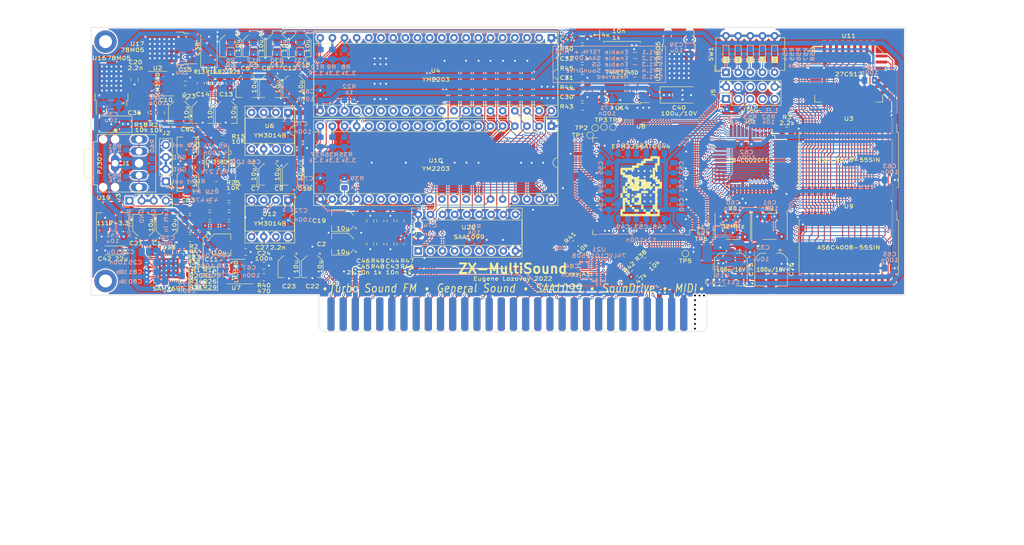
<source format=kicad_pcb>
(kicad_pcb (version 20211014) (generator pcbnew)
  (title_block (title "ZX-MULTISOUND") (date "2022-11-12") (rev "A1") (company "Eugene Lozovoy"))
  (layers (0 "F.Cu" signal) (31 "B.Cu" signal) (34 "B.Paste" user) (35 "F.Paste" user) (36 "B.SilkS" user "B.Silkscreen") (37 "F.SilkS" user "F.Silkscreen") (38 "B.Mask" user) (39 "F.Mask" user) (44 "Edge.Cuts" user))
  (net 0 "")
  (net 1 "GND")
  (net 2 "+5V")
  (net 3 "+3.3V")
  (net 4 "/CLK32")
  (net 5 "Net-(C12-Pad2)")
  (net 6 "Net-(C13-Pad1)")
  (net 7 "Net-(C14-Pad1)")
  (net 8 "Net-(C16-Pad2)")
  (net 9 "/CFG4")
  (net 10 "/CFG3")
  (net 11 "Net-(C17-Pad2)")
  (net 12 "Net-(C20-Pad1)")
  (net 13 "Net-(C22-Pad1)")
  (net 14 "+5VA")
  (net 15 "/GA10")
  (net 16 "/~{GIORQ}")
  (net 17 "/GA9")
  (net 18 "/~{GMREQ}")
  (net 19 "/GA8")
  (net 20 "/GA7")
  (net 21 "/GA6")
  (net 22 "/~{GINT}")
  (net 23 "/GA5")
  (net 24 "/GD1")
  (net 25 "/GA4")
  (net 26 "/GD0")
  (net 27 "/GA3")
  (net 28 "/GD7")
  (net 29 "/GA2")
  (net 30 "/GD2")
  (net 31 "/GA1")
  (net 32 "/GA0")
  (net 33 "/GD6")
  (net 34 "/GD5")
  (net 35 "/GD3")
  (net 36 "/~{GM1}")
  (net 37 "/GD4")
  (net 38 "/~{RSTOUT}")
  (net 39 "/GCLK")
  (net 40 "/GA15")
  (net 41 "/GA14")
  (net 42 "/GA13")
  (net 43 "/~{GWR}")
  (net 44 "/GA12")
  (net 45 "/~{GRD}")
  (net 46 "/GA11")
  (net 47 "/YM_M")
  (net 48 "/AA0")
  (net 49 "/SAA_CLK")
  (net 50 "/~{SAA_CS}")
  (net 51 "/~{GROM}")
  (net 52 "+12V")
  (net 53 "/GMA17")
  (net 54 "/GMA18")
  (net 55 "/GMA16")
  (net 56 "/GMA15")
  (net 57 "/SAA_L")
  (net 58 "/SAA_R")
  (net 59 "Net-(C25-Pad1)")
  (net 60 "/FM1")
  (net 61 "/FM2")
  (net 62 "Net-(C1-Pad2)")
  (net 63 "Net-(C2-Pad2)")
  (net 64 "/DACCH0")
  (net 65 "Net-(C3-Pad2)")
  (net 66 "/DACCH1")
  (net 67 "Net-(C4-Pad2)")
  (net 68 "Net-(C5-Pad2)")
  (net 69 "Net-(C6-Pad2)")
  (net 70 "Net-(C7-Pad2)")
  (net 71 "Net-(C8-Pad2)")
  (net 72 "Net-(C9-Pad2)")
  (net 73 "Net-(C10-Pad2)")
  (net 74 "Net-(C27-Pad1)")
  (net 75 "/DACCH2")
  (net 76 "/DACCH3")
  (net 77 "Net-(C18-Pad2)")
  (net 78 "Net-(C23-Pad1)")
  (net 79 "Net-(C43-Pad1)")
  (net 80 "Net-(R23-Pad1)")
  (net 81 "Net-(TP3-Pad1)")
  (net 82 "/DAC3")
  (net 83 "/DAC2")
  (net 84 "/DAC1")
  (net 85 "/CFG0")
  (net 86 "/CFG1")
  (net 87 "/CFG2")
  (net 88 "/AD1")
  (net 89 "/AD2")
  (net 90 "/AD3")
  (net 91 "/AD4")
  (net 92 "/AD5")
  (net 93 "/AD6")
  (net 94 "/AD7")
  (net 95 "/~{AWR}")
  (net 96 "/~{ARD}")
  (net 97 "/AD0")
  (net 98 "+3.3VA")
  (net 99 "/MIDI_R")
  (net 100 "/MIDI_L")
  (net 101 "/MIDI_IN")
  (net 102 "/~{YM1_CS}")
  (net 103 "/~{YM2_CS}")
  (net 104 "/MIDI_CLK")
  (net 105 "/AY_C2")
  (net 106 "/AY_C1")
  (net 107 "/AY_B2")
  (net 108 "/AY_B1")
  (net 109 "/AY_A2")
  (net 110 "/AY_A1")
  (net 111 "/FM1_ENA")
  (net 112 "Net-(C11-Pad2)")
  (net 115 "Net-(C19-Pad2)")
  (net 116 "Net-(C21-Pad2)")
  (net 118 "Net-(C28-Pad1)")
  (net 119 "Net-(C82-Pad1)")
  (net 120 "Net-(R21-Pad1)")
  (net 121 "Net-(R22-Pad1)")
  (net 122 "Net-(C44-Pad1)")
  (net 123 "Net-(R39-Pad1)")
  (net 124 "Net-(C83-Pad1)")
  (net 125 "Net-(R43-Pad2)")
  (net 126 "Net-(R44-Pad2)")
  (net 127 "Net-(R45-Pad2)")
  (net 128 "Net-(R40-Pad1)")
  (net 129 "Net-(R50-Pad2)")
  (net 130 "Net-(R51-Pad1)")
  (net 131 "Net-(U4-Pad22)")
  (net 132 "Net-(U4-Pad39)")
  (net 135 "/FM2_ENA")
  (net 153 "D2")
  (net 154 "A8")
  (net 155 "~{WAIT}")
  (net 156 "A12")
  (net 157 "A9")
  (net 158 "A11")
  (net 159 "A10")
  (net 160 "~{IORQ}")
  (net 161 "D7")
  (net 162 "~{WR}")
  (net 163 "D6")
  (net 164 "~{RD}")
  (net 165 "D5")
  (net 166 "A13")
  (net 167 "D4")
  (net 168 "D3")
  (net 169 "A15")
  (net 170 "A14")
  (net 172 "A7")
  (net 173 "A6")
  (net 174 "A4")
  (net 175 "A3")
  (net 176 "A2")
  (net 177 "A1")
  (net 178 "A0")
  (net 179 "A5")
  (net 180 "D0")
  (net 181 "D1")
  (net 186 "Net-(TP2-Pad1)")
  (net 196 "Net-(U10-Pad22)")
  (net 207 "Net-(U10-Pad39)")
  (net 238 "~{MREQ}")
  (net 239 "/TCK")
  (net 240 "/TDO")
  (net 241 "/TMS")
  (net 242 "/TDI")
  (net 245 "~{DOS}")
  (net 247 "~{IORQGE}")
  (net 249 "~{M1}")
  (net 250 "/~{GRST}")
  (net 251 "+5VA_1")
  (net 252 "+5VA_2")
  (net 253 "/~{GRAM2}")
  (net 262 "/~{GRAM1}")
  (net 264 "/SND_R")
  (net 265 "/SND_L")
  (net 266 "/IN_R")
  (net 267 "/IN_L")
  (net 268 "Net-(R1-Pad1)")
  (net 269 "~{IODOS}")
  (net 270 "/CLKx")
  (net 273 "Net-(J4-Pada13)")
  (net 274 "Net-(TP1-Pad1)")
  (net 275 "~{RST}")
  (net 276 "/DAC0")
  (net 277 "Net-(TP4-Pad1)")
  (net 279 "Net-(TP5-Pad1)")
  (net 280 "Net-(TP6-Pad1)")
  (footprint "Resistor_SMD:R_0805_2012Metric_Pad1.20x1.40mm_HandSolder" (layer "F.Cu") (at 203.9 93.2 180)
    (fp_text reference "R3")
    (fp_text value "2.2k")
  )
  (footprint "Package_DIP:DIP-40_W15.24mm_Socket" (layer "F.Cu") (at 154.7 92.24 -90)
    (fp_text reference "U10")
    (fp_text value "YM2203")
  )
  (footprint "Resistor_SMD:R_0805_2012Metric_Pad1.20x1.40mm_HandSolder" (layer "F.Cu") (at 119 112 90)
    (fp_text reference "R49")
    (fp_text value "1k")
  )
  (footprint "Resistor_SMD:R_0805_2012Metric_Pad1.20x1.40mm_HandSolder" (layer "F.Cu") (at 119 116.9 -90)
    (fp_text reference "R48")
    (fp_text value "1k")
  )
  (footprint "Resistor_SMD:R_0805_2012Metric_Pad1.20x1.40mm_HandSolder" (layer "F.Cu") (at 123.2 112 90)
    (fp_text reference "R47")
    (fp_text value "1k")
  )
  (footprint "Resistor_SMD:R_0805_2012Metric_Pad1.20x1.40mm_HandSolder" (layer "F.Cu") (at 87.4 111)
    (fp_text reference "R26")
    (fp_text value "47k")
  )
  (footprint "Resistor_SMD:R_0805_2012Metric_Pad1.20x1.40mm_HandSolder" (layer "F.Cu") (at 85.5 83.3 -90)
    (fp_text reference "R27")
    (fp_text value "47k")
  )
  (footprint "Resistor_SMD:R_0805_2012Metric_Pad1.20x1.40mm_HandSolder" (layer "F.Cu") (at 87.4 113)
    (fp_text reference "R29")
    (fp_text value "24k")
  )
  (footprint "Resistor_SMD:R_0805_2012Metric_Pad1.20x1.40mm_HandSolder" (layer "F.Cu") (at 87.5 83.3 -90)
    (fp_text reference "R28")
    (fp_text value "24k")
  )
  (footprint "Resistor_SMD:R_0805_2012Metric_Pad1.20x1.40mm_HandSolder" (layer "F.Cu") (at 83.5 83.3 -90)
    (fp_text reference "R16")
    (fp_text value "47k")
  )
  (footprint "Resistor_SMD:R_0805_2012Metric_Pad1.20x1.40mm_HandSolder" (layer "F.Cu") (at 87.4 109)
    (fp_text reference "R17")
    (fp_text value "47k")
  )
  (footprint "Resistor_SMD:R_0805_2012Metric_Pad1.20x1.40mm_HandSolder" (layer "F.Cu") (at 81.5 83.3 -90)
    (fp_text reference "R13")
    (fp_text value "24k")
  )
  (footprint "Resistor_SMD:R_0805_2012Metric_Pad1.20x1.40mm_HandSolder" (layer "F.Cu") (at 87.4 107)
    (fp_text reference "R14")
    (fp_text value "24k")
  )
  (footprint "Capacitor_SMD:C_0805_2012Metric_Pad1.18x1.45mm_HandSolder" (layer "F.Cu") (at 116.9 112 90)
    (fp_text reference "C46")
    (fp_text value "10n")
  )
  (footprint "Capacitor_SMD:C_0805_2012Metric_Pad1.18x1.45mm_HandSolder" (layer "F.Cu") (at 67.675 82.5275 -90)
    (fp_text reference "C20")
    (fp_text value "2.2n")
  )
  (footprint "Capacitor_SMD:C_0805_2012Metric_Pad1.18x1.45mm_HandSolder" (layer "F.Cu") (at 94.675 121.3725)
    (fp_text reference "C24")
    (fp_text value "100n")
  )
  (footprint "Capacitor_SMD:C_0805_2012Metric_Pad1.18x1.45mm_HandSolder" (layer "F.Cu") (at 90.8625 118.5)
    (fp_text reference "C27")
    (fp_text value "2.2n")
  )
  (footprint "Resistor_SMD:R_0805_2012Metric_Pad1.20x1.40mm_HandSolder" (layer "F.Cu") (at 83.4 113)
    (fp_text reference "R21")
    (fp_text value "10k")
  )
  (footprint "Resistor_SMD:R_0805_2012Metric_Pad1.20x1.40mm_HandSolder" (layer "F.Cu") (at 73.2 89.4 90)
    (fp_text reference "R24")
    (fp_text value "10k")
  )
  (footprint "Package_DIP:DIP-8_W7.62mm_Socket" (layer "F.Cu") (at 99.72 89.4 -90)
    (fp_text reference "U6")
    (fp_text value "YM3014B")
  )
  (footprint "Capacitor_SMD:C_0805_2012Metric_Pad1.18x1.45mm_HandSolder" (layer "F.Cu") (at 78.2375 82.1275)
    (fp_text reference "C15")
    (fp_text value "100n")
  )
  (footprint "Package_DIP:DIP-18_W7.62mm_Socket" (layer "F.Cu") (at 126.9 118.3 90)
    (fp_text reference "U20")
    (fp_text value "SAA1099")
  )
  (footprint "Capacitor_SMD:CP_Elec_4x5.4" (layer "F.Cu") (at 92.55 75.5 -90)
    (fp_text reference "C5")
    (fp_text value "10u")
  )
  (footprint "Capacitor_SMD:CP_Elec_4x5.4" (layer "F.Cu") (at 100.9 84 -90)
    (fp_text reference "C12")
    (fp_text value "10u")
  )
  (footprint "Capacitor_SMD:CP_Elec_4x5.4" (layer "F.Cu") (at 95.9 102.3 -90)
    (fp_text reference "C9")
    (fp_text value "10u")
  )
  (footprint "Capacitor_SMD:CP_Elec_4x5.4" (layer "F.Cu") (at 96 84 -90)
    (fp_text reference "C8")
    (fp_text value "10u")
  )
  (footprint "Capacitor_SMD:CP_Elec_4x5.4" (layer "F.Cu") (at 77 89.4 -90)
    (fp_text reference "C10")
    (fp_text value "10u")
  )
  (footprint "Capacitor_SMD:CP_Elec_4x5.4" (layer "F.Cu") (at 91 102.3 -90)
    (fp_text reference "C7")
    (fp_text value "10u")
  )
  (footprint "Capacitor_SMD:CP_Elec_4x5.4" (layer "F.Cu") (at 111.1 112 180)
    (fp_text reference "C19")
    (fp_text value "10u")
  )
  (footprint "Resistor_SMD:R_0805_2012Metric_Pad1.20x1.40mm_HandSolder" (layer "F.Cu") (at 79.2 115.6 180)
    (fp_text reference "R32")
    (fp_text value "10k")
  )
  (footprint "Package_SO:SOIC-8_3.9x4.9mm_P1.27mm" (layer "F.Cu") (at 72.475 83.365 180)
    (fp_text reference "U2")
    (fp_text value "LM358D")
  )
  (footprint "Capacitor_SMD:CP_Elec_4x5.4" (layer "F.Cu") (at 100.8 102.3 -90)
    (fp_text reference "C16")
    (fp_text value "10u")
  )
  (footprint "Resistor_SMD:R_0805_2012Metric_Pad1.20x1.40mm_HandSolder" (layer "F.Cu") (at 161.1875 84.165)
    (fp_text reference "R44")
    (fp_text value "1k")
  )
  (footprint "Resistor_SMD:R_0805_2012Metric_Pad1.20x1.40mm_HandSolder" (layer "F.Cu") (at 161.1875 88.165)
    (fp_text reference "R43")
    (fp_text value "1k")
  )
  (footprint "Capacitor_SMD:C_0805_2012Metric_Pad1.18x1.45mm_HandSolder" (layer "F.Cu") (at 161.1875 82.165)
    (fp_text reference "C31")
    (fp_text value "10n")
  )
  (footprint "Capacitor_SMD:C_0805_2012Metric_Pad1.18x1.45mm_HandSolder" (layer "F.Cu") (at 161.1875 86.165)
    (fp_text reference "C30")
    (fp_text value "10n")
  )
  (footprint "Capacitor_SMD:C_0805_2012Metric_Pad1.18x1.45mm_HandSolder" (layer "F.Cu") (at 161.1875 74.115)
    (fp_text reference "C47")
    (fp_text value "10n")
  )
  (footprint "Capacitor_SMD:C_0805_2012Metric_Pad1.18x1.45mm_HandSolder" (layer "F.Cu") (at 161.1875 78.165)
    (fp_text reference "C32")
    (fp_text value "10n")
  )
  (footprint "my:Oscillator_SMD_7050_7.0x5.0mm" (layer "F.Cu") (at 192.6 113.2 180)
    (fp_text reference "X1")
    (fp_text value "32MHz")
  )
  (footprint "mygraphic:black-mage-12.5x8.6" (layer "F.Cu") (at 173.47 104.8)
    (fp_text reference "LOGO1" hide)
    (fp_text value "graphic" hide)
  )
  (footprint "Capacitor_SMD:CP_Elec_4x5.4" (layer "F.Cu") (at 91.1 84 -90)
    (fp_text reference "C6")
    (fp_text value "10u")
  )
  (footprint "Package_SO:SOIC-8_3.9x4.9mm_P1.27mm" (layer "F.Cu") (at 84.7625 99.75 -90)
    (fp_text reference "U1")
    (fp_text value "LM358D")
  )
  (footprint "Resistor_SMD:R_0805_2012Metric_Pad1.20x1.40mm_HandSolder" (layer "F.Cu") (at 84.7625 104.55)
    (fp_text reference "R25")
    (fp_text value "10K")
  )
  (footprint "Connector_PinHeader_2.54mm:PinHeader_2x05_P2.54mm_Vertical" (layer "F.Cu") (at 191.175 86.575 90)
    (fp_text reference "J5")
    (fp_text value "Conn_02x05_Odd_Even" hide)
  )
  (footprint "Capacitor_SMD:CP_Elec_6.3x7.7" (layer "F.Cu") (at 192.2 122.2 -90)
    (fp_text reference "C75")
    (fp_text value "100u/16V")
  )
  (footprint "Capacitor_SMD:CP_Elec_4x5.4" (layer "F.Cu") (at 87.7 75.5 -90)
    (fp_text reference "C3")
    (fp_text value "10u")
  )
  (footprint "Package_DIP:DIP-8_W7.62mm_Socket" (layer "F.Cu") (at 99.72 107.7 -90)
    (fp_text reference "U12")
    (fp_text value "YM3014B")
  )
  (footprint "Package_DFN_QFN:QFN-48-1EP_6x6mm_P0.4mm_EP4.2x4.2mm" (layer "F.Cu") (at 74.8 121.9)
    (fp_text reference "U13")
    (fp_text value "SAM2695")
  )
  (footprint "Capacitor_SMD:CP_Elec_4x5.4" (layer "F.Cu") (at 81.9 89.4 -90)
    (fp_text reference "C14")
    (fp_text value "10u")
  )
  (footprint "Capacitor_SMD:CP_Elec_4x5.4" (layer "F.Cu") (at 104.8 121.6 -90)
    (fp_text reference "C22")
    (fp_text value "10u")
  )
  (footprint "Capacitor_SMD:CP_Elec_4x5.4" (layer "F.Cu") (at 99.9 121.6 -90)
    (fp_text reference "C23")
    (fp_text value "10u")
  )
  (footprint "Capacitor_SMD:CP_Elec_4x5.4" (layer "F.Cu") (at 111.1 116.9 180)
    (fp_text reference "C2")
    (fp_text value "10u")
  )
  (footprint "Capacitor_SMD:CP_Elec_4x5.4" (layer "F.Cu") (at 102.25 75.5 -90)
    (fp_text reference "C18")
    (fp_text value "10u")
  )
  (footprint "Capacitor_SMD:CP_Elec_4x5.4" (layer "F.Cu") (at 97.4 75.5 -90)
    (fp_text reference "C17")
    (fp_text value "10u")
  )
  (footprint "Resistor_SMD:R_0805_2012Metric_Pad1.20x1.40mm_HandSolder" (layer "F.Cu") (at 79.2 109.75 180)
    (fp_text reference "R2")
    (fp_text value "10k")
  )
  (footprint "Resistor_SMD:R_0805_2012Metric_Pad1.20x1.40mm_HandSolder" (layer "F.Cu") (at 79.2 113.65 180)
    (fp_text reference "R33")
    (fp_text value "10k")
  )
  (footprint "Capacitor_SMD:CP_Elec_4x5.4" (layer "F.Cu") (at 69.55 112.9 90)
    (fp_text reference "C21")
    (fp_text value "10u")
  )
  (footprint "Capacitor_SMD:CP_Elec_4x5.4" (layer "F.Cu") (at 74.45 112.9 90)
    (fp_text reference "C1")
    (fp_text value "10u")
  )
  (footprint "Resistor_SMD:R_0805_2012Metric_Pad1.20x1.40mm_HandSolder" (layer "F.Cu") (at 94.675 123.7725)
    (fp_text reference "R40")
    (fp_text value "470")
  )
  (footprint "Resistor_SMD:R_0805_2012Metric_Pad1.20x1.40mm_HandSolder" (layer "F.Cu") (at 78.2375 84.5275)
    (fp_text reference "R23")
    (fp_text value "470")
  )
  (footprint "Resistor_SMD:R_0805_2012Metric_Pad1.20x1.40mm_HandSolder" (layer "F.Cu") (at 79.2 111.7 180)
    (fp_text reference "R4")
    (fp_text value "10k")
  )
  (footprint "Resistor_SMD:R_0805_2012Metric_Pad1.20x1.40mm_HandSolder" (layer "F.Cu") (at 71.25 89.4 90)
    (fp_text reference "R18")
    (fp_text value "10k")
  )
  (footprint "Capacitor_SMD:CP_Elec_4x5.4" (layer "F.Cu") (at 85.5 117)
    (fp_text reference "C11")
    (fp_text value "10u")
  )
  (footprint "Resistor_SMD:R_0805_2012Metric_Pad1.20x1.40mm_HandSolder" (layer "F.Cu") (at 83.4 111)
    (fp_text reference "R20")
    (fp_text value "10k")
  )
  (footprint "Package_QFP:TQFP-144_20x20mm_P0.5mm" (layer "F.Cu") (at 173.47 104.8 180)
    (fp_text reference "U8")
    (fp_text value "EPM3256ATC144")
  )
  (footprint "Resistor_SMD:R_0805_2012Metric_Pad1.20x1.40mm_HandSolder" (layer "F.Cu") (at 123.2 116.9 90)
    (fp_text reference "R46")
    (fp_text value "1k")
  )
  (footprint "Capacitor_SMD:CP_Elec_4x5.4" (layer "F.Cu") (at 86.8 89.4 -90)
    (fp_text reference "C13")
    (fp_text value "10u")
  )
  (footprint "Package_DIP:DIP-40_W15.24mm_Socket" (layer "F.Cu") (at 154.7 73.8 -90)
    (fp_text reference "U4")
    (fp_text value "YM2203")
  )
  (footprint "Resistor_SMD:R_0805_2012Metric_Pad1.20x1.40mm_HandSolder" (layer "F.Cu") (at 161.1875 80.165)
    (fp_text reference "R45")
    (fp_text value "1k")
  )
  (footprint "Resistor_SMD:R_0805_2012Metric_Pad1.20x1.40mm_HandSolder" (layer "F.Cu") (at 161.1875 76.115)
    (fp_text reference "R50")
    (fp_text value "1k")
  )
  (footprint "Capacitor_SMD:C_0805_2012Metric_Pad1.18x1.45mm_HandSolder" (layer "F.Cu") (at 121.1 116.9 -90)
    (fp_text reference "C43")
    (fp_text value "10n")
  )
  (footprint "Capacitor_SMD:C_0805_2012Metric_Pad1.18x1.45mm_HandSolder" (layer "F.Cu") (at 121.1 112 90)
    (fp_text reference "C44")
    (fp_text value "10n")
  )
  (footprint "Capacitor_SMD:C_0805_2012Metric_Pad1.18x1.45mm_HandSolder" (layer "F.Cu") (at 116.9 116.9 -90)
    (fp_text reference "C45")
    (fp_text value "10n")
  )
  (footprint "Resistor_SMD:R_0805_2012Metric_Pad1.20x1.40mm_HandSolder" (layer "F.Cu") (at 85.9625 94.95)
    (fp_text reference "R15")
    (fp_text value "10K")
  )
  (footprint "Package_SO:SOIC-8_3.9x4.9mm_P1.27mm" (layer "F.Cu") (at 88.875 122.61 180)
    (fp_text reference "U7")
    (fp_text value "LM358D")
  )
  (footprint "my:PLCC-32_11.4x14.0mm_P1.27mm-longpads" (layer "F.Cu") (at 216.8 81.4 -90)
    (fp_text reference "U11")
    (fp_text value "27C512")
  )
  (footprint "TestPoint:TestPoint_Pad_D1.0mm" (layer "F.Cu") (at 167.55 92.45)
    (fp_text reference "TP4")
    (fp_text value "TestPoint" hide)
  )
  (footprint "Package_TO_SOT_SMD:SOT-223-3_TabPin2" (layer "F.Cu") (at 63.1 112.2375 90)
    (fp_text reference "U19")
    (fp_text value "1117-3.3")
  )
  (footprint "Capacitor_Tantalum_SMD:CP_EIA-3216-18_Kemet-A_Pad1.58x1.35mm_HandSolder" (layer "F.Cu") (at 63.08 118.2 180)
    (fp_text reference "C42")
    (fp_text value "22u")
  )
  (footprint "MountingHole:MountingHole_2.7mm_M2.5_DIN965_Pad" (layer "F.Cu") (at 61.6 74.6)
    (fp_text reference "H2" hide)
    (fp_text value "MountingHole_Pad" hide)
  )
  (footprint "my:NPTH_D=0.4mm" (layer "F.Cu") (at 185.640001 127.600001)
    (fp_text reference "REF**8" hide)
    (fp_text value "NPTH_D=0.4mm" hide)
  )
  (footprint "Connector_PinHeader_2.54mm:PinHeader_1x04_P2.54mm_Vertical" (layer "F.Cu") (at 74.2 103.8 180)
    (fp_text reference "J2")
    (fp_text value "Conn_01x04")
  )
  (footprint "my:NPTH_D=0.4mm" (layer "F.Cu") (at 184.700001 133.540001)
    (fp_text reference "REF**6" hide)
    (fp_text value "NPTH_D=0.4mm" hide)
  )
  (footprint "Capacitor_SMD:CP_Elec_4x5.4" (layer "F.Cu") (at 78.8 103.6 -90)
    (fp_text reference "C83")
    (fp_text value "10u")
  )
  (footprint "my:TQFP-44_14x14mm_P0.8mm" (layer "F.Cu") (at 196.25 99.4 -90)
    (fp_text reference "U5")
    (fp_text value "Z84C0020FEC")
  )
  (footprint "Button_Switch_THT:SW_DIP_SPSTx05_Slide_6.7x14.26mm_W7.62mm_P2.54mm_LowProfile" (layer "F.Cu") (at 191.175 81 90)
    (fp_text reference "SW1")
    (fp_text value "SW_DIP_x05")
  )
  (footprint "Package_TO_SOT_SMD:TO-252-2" (layer "F.Cu") (at 75.4875 76.05 180)
    (fp_text reference "U17")
    (fp_text value "78M05")
  )
  (footprint "Package_TO_SOT_SMD:TO-252-2" (layer "F.Cu") (at 181.325 77.6 -90)
    (fp_text reference "U18")
    (fp_text value "78M05")
  )
  (footprint "TestPoint:TestPoint_Pad_D1.0mm" (layer "F.Cu") (at 163.85 92.6)
    (fp_text reference "TP2")
    (fp_text value "TestPoint" hide)
  )
  (footprint "Resistor_SMD:R_0805_2012Metric_Pad1.20x1.40mm_HandSolder" (layer "F.Cu") (at 172.092893 123.007107 -135)
    (fp_text reference "R42")
    (fp_text value "47k")
  )
  (footprint "Package_SO:SSOP-32_11.305x20.495mm_P1.27mm" (layer "F.Cu") (at 216.8 117.6 -90)
    (fp_text reference "U9")
    (fp_text value "AS6C4008-55SIN")
  )
  (footprint "Resistor_SMD:R_0805_2012Metric_Pad1.20x1.40mm_HandSolder" (layer "F.Cu") (at 174.8 120.3 45)
    (fp_text reference "R38")
    (fp_text value "10k")
  )
  (footprint "my:NPTH_D=0.4mm" (layer "F.Cu") (at 186.580001 127.600001)
    (fp_text reference "REF**9" hide)
    (fp_text value "NPTH_D=0.4mm" hide)
  )
  (footprint "my:Oscillator_SMD_7050_7.0x5.0mm" (layer "F.Cu") (at 200.26 113.2 180)
    (fp_text reference "X2")
    (fp_text value "??MHz")
  )
  (footprint "TestPoint:TestPoint_Pad_D1.0mm" (layer "F.Cu") (at 186 114.2)
    (fp_text reference "TP6")
    (fp_text value "TestPoint")
  )
  (footprint "Capacitor_SMD:CP_Elec_4x5.4" (layer "F.Cu") (at 78.8 96.8 90)
    (fp_text reference "C82")
    (fp_text value "10u")
  )
  (footprint "TestPoint:TestPoint_Pad_D1.0mm" (layer "F.Cu") (at 182.7 118.85)
    (fp_text reference "TP5")
    (fp_text value "TestPoint")
  )
  (footprint "Capacitor_SMD:CP_Elec_6.3x7.7" (layer "F.Cu") (at 200.6 122.2 -90)
    (fp_text reference "C76")
    (fp_text value "100u/16V")
  )
  (footprint "Package_SO:SSOP-32_11.305x20.495mm_P1.27mm" (layer "F.Cu") (at 216.8 99.3 -90)
    (fp_text reference "U3")
    (fp_text value "AS6C4008-55SIN")
  )
  (footprint "my:NPTH_D=0.4mm" (layer "F.Cu") (at 184.700001 127.600001)
    (fp_text reference "REF**" hide)
    (fp_text value "NPTH_D=0.4mm" hide)
  )
  (footprint "Resistor_SMD:R_0805_2012Metric_Pad1.20x1.40mm_HandSolder" (layer "F.Cu") (at 159.8 116.7 45)
    (fp_text reference "R41")
    (fp_text value "10k")
  )
  (footprint "Package_SO:SOIC-20W_7.5x12.8mm_P1.27mm" (layer "F.Cu") (at 169.45 81.065 180)
    (fp_text reference "U14")
    (fp_text value "74HCT245D")
  )
  (footprint "TestPoint:TestPoint_Pad_D1.0mm" (layer "F.Cu") (at 165.7 92.4)
    (fp_text reference "TP3")
    (fp_text value "TestPoint" hide)
  )
  (footprint "Capacitor_Tantalum_SMD:CP_EIA-6032-28_Kemet-C_Pad2.25x2.35mm_HandSolder" (layer "F.Cu") (at 181.35 85.725)
    (fp_text reference "C40")
    (fp_text value "100u/10V")
  )
  (footprint "my:NPTH_D=0.4mm" (layer "F.Cu") (at 184.700001 134.530001)
    (fp_text reference "REF**7" hide)
    (fp_text value "NPTH_D=0.4mm" hide)
  )
  (footprint "my:NPTH_D=0.4mm" (layer "F.Cu") (at 184.700001 131.560001)
    (fp_text reference "REF**4" hide)
    (fp_text value "NPTH_D=0.4mm" hide)
  )
  (footprint "Resistor_SMD:R_0805_2012Metric_Pad1.20x1.40mm_HandSolder" (layer "F.Cu") (at 83.4 107 180)
    (fp_text reference "R1")
    (fp_text value "24k")
  )
  (footprint "my:SWITCHCRAFT_35RAPC4BHN2" (layer "F.Cu") (at 64.6 100.0027 -90)
    (fp_text reference "J1")
    (fp_text value "PJ307")
  )
  (footprint "my:NPTH_D=0.4mm" (layer "F.Cu") (at 184.700001 130.570001)
    (fp_text reference "REF**3" hide)
    (fp_text value "NPTH_D=0.4mm" hide)
  )
  (footprint "Resistor_SMD:R_0805_2012Metric_Pad1.20x1.40mm_HandSolder" (layer "F.Cu") (at 83.4 109 180)
    (fp_text reference "R34")
    (fp_text value "24k")
  )
  (footprint "my:NPTH_D=0.4mm" (layer "F.Cu") (at 184.700001 128.590001)
    (fp_text reference "REF**1" hide)
    (fp_text value "NPTH_D=0.4mm" hide)
  )
  (footprint "my:NPTH_D=0.4mm" (layer "F.Cu") (at 184.700001 129.580001)
    (fp_text reference "REF**2" hide)
    (fp_text value "NPTH_D=0.4mm" hide)
  )
  (footprint "Capacitor_Tantalum_SMD:CP_EIA-6032-28_Kemet-C_Pad2.25x2.35mm_HandSolder" (layer "F.Cu") (at 83.2 76.125 90)
    (fp_text reference "C38")
    (fp_text value "100u/10V")
  )
  (footprint "my:ZX_NEMO_60_EDGE" (layer "F.Cu") (at 106.15 127.56)
    (fp_text reference "J4" hide)
    (fp_text value "Conn_02x31_Row_Letter_First" hide)
  )
  (footprint "Package_TO_SOT_SMD:TO-252-2" (layer "F.Cu") (at 62.85 84.45 90)
    (fp_text reference "U16")
    (fp_text value "78M05")
  )
  (footprint "my:NPTH_D=0.4mm" (layer "F.Cu") (at 184.700001 132.550001)
    (fp_text reference "REF**5" hide)
    (fp_text value "NPTH_D=0.4mm" hide)
  )
  (footprint "MountingHole:MountingHole_2.7mm_M2.5_DIN965_Pad" (layer "F.Cu") (at 61.6 124.57)
    (fp_text reference "H1" hide)
    (fp_text value "MountingHole_Pad" hide)
  )
  (footprint "Capacitor_Tantalum_SMD:CP_EIA-6032-28_Kemet-C_Pad2.25x2.35mm_HandSolder" (layer "F.Cu") (at 63.2 91.85 180)
    (fp_text reference "C36")
    (fp_text value "100u/10V")
  )
  (footprint "TestPoint:TestPoint_Pad_D1.0mm" (layer "F.Cu") (at 162.8 94.14)
    (fp_text reference "TP1")
    (fp_text value "TestPoint" hide)
  )
  (footprint "Connector_PinHeader_2.54mm:PinHeader_1x04_P2.54mm_Vertical" (layer "F.Cu") (at 66.6 107.8 90)
    (fp_text reference "J3")
    (fp_text value "Conn_01x04")
  )
  (footprint "Capacitor_SMD:C_0805_2012Metric_Pad1.18x1.45mm_HandSolder" (layer "B.Cu") (at 106.45 85.7825 -90)
    (fp_text reference "C69")
    (fp_text value "100n")
  )
  (footprint "Capacitor_SMD:C_0805_2012Metric_Pad1.18x1.45mm_HandSolder" (layer "B.Cu") (at 99.725 92.55 90)
    (fp_text reference "C70")
    (fp_text value "100n")
  )
  (footprint "Resistor_SMD:R_0805_2012Metric_Pad1.20x1.40mm_HandSolder" (layer "B.Cu") (at 138.6 116 180)
    (fp_text reference "R51")
    (fp_text value "10k")
  )
  (footprint "Resistor_SMD:R_0805_2012Metric_Pad1.20x1.40mm_HandSolder" (layer "B.Cu") (at 109 95.55 90)
    (fp_text reference "R36")
    (fp_text value "3.3k")
  )
  (footprint "Capacitor_SMD:C_0805_2012Metric_Pad1.18x1.45mm_HandSolder" (layer "B.Cu") (at 225.3375 103.5)
    (fp_text reference "C63")
    (fp_text value "100n")
  )
  (footprint "Capacitor_SMD:C_0805_2012Metric_Pad1.18x1.45mm_HandSolder" (layer "B.Cu") (at 84.7625 99.75)
    (fp_text reference "C66")
    (fp_text value "100n")
  )
  (footprint "Capacitor_SMD:C_0805_2012Metric_Pad1.18x1.45mm_HandSolder" (layer "B.Cu") (at 221.15 82.675)
    (fp_text reference "C64")
    (fp_text value "100n")
  )
  (footprint "Capacitor_SMD:C_0805_2012Metric_Pad1.18x1.45mm_HandSolder" (layer "B.Cu") (at 72.475 83.365 -90)
    (fp_text reference "C68")
    (fp_text value "100n")
  )
  (footprint "Capacitor_SMD:C_0805_2012Metric_Pad1.18x1.45mm_HandSolder" (layer "B.Cu") (at 106.45 104.1 -90)
    (fp_text reference "C73")
    (fp_text value "100n")
  )
  (footprint "Capacitor_SMD:C_0805_2012Metric_Pad1.18x1.45mm_HandSolder" (layer "B.Cu") (at 99.725 110.85 90)
    (fp_text reference "C72")
    (fp_text value "100n")
  )
  (footprint "Capacitor_SMD:C_0805_2012Metric_Pad1.18x1.45mm_HandSolder" (layer "B.Cu") (at 126.9 113.9 90)
    (fp_text reference "C74")
    (fp_text value "100n")
  )
  (footprint "Capacitor_SMD:C_0805_2012Metric_Pad1.18x1.45mm_HandSolder" (layer "B.Cu") (at 88.875 122.61 -90)
    (fp_text reference "C67")
    (fp_text value "100n")
  )
  (footprint "Resistor_SMD:R_0805_2012Metric_Pad1.20x1.40mm_HandSolder" (layer "B.Cu") (at 92.55 76 -90)
    (fp_text reference "R12")
    (fp_text value "47k")
  )
  (footprint "Resistor_SMD:R_0805_2012Metric_Pad1.20x1.40mm_HandSolder" (layer "B.Cu") (at 80.2 97.7 180)
    (fp_text reference "R5")
    (fp_text value "47k")
  )
  (footprint "Resistor_SMD:R_0805_2012Metric_Pad1.20x1.40mm_HandSolder" (layer "B.Cu") (at 87.7 76 -90)
    (fp_text reference "R6")
    (fp_text value "47k")
  )
  (footprint "Resistor_SMD:R_0805_2012Metric_Pad1.20x1.40mm_HandSolder" (layer "B.Cu") (at 102.25 76 -90)
    (fp_text reference "R31")
    (fp_text value "47k")
  )
  (footprint "Resistor_SMD:R_0805_2012Metric_Pad1.20x1.40mm_HandSolder" (layer "B.Cu") (at 97.4 76 -90)
    (fp_text reference "R30")
    (fp_text value "47k")
  )
  (footprint "Resistor_SMD:R_0805_2012Metric_Pad1.20x1.40mm_HandSolder" (layer "B.Cu") (at 106.45 77.27 90)
    (fp_text reference "R10")
    (fp_text value "3.3k")
  )
  (footprint "Capacitor_SMD:C_0805_2012Metric_Pad1.18x1.45mm_HandSolder" (layer "B.Cu") (at 169.65 111.6)
    (fp_text reference "C49")
    (fp_text value "100n")
  )
  (footprint "Capacitor_SMD:C_0805_2012Metric_Pad1.18x1.45mm_HandSolder" (layer "B.Cu") (at 180.225 104.8 90)
    (fp_text reference "C51")
    (fp_text value "100n")
  )
  (footprint "Capacitor_SMD:C_0805_2012Metric_Pad1.18x1.45mm_HandSolder" (layer "B.Cu") (at 180.225 100.9375 90)
    (fp_text reference "C52")
    (fp_text value "100n")
  )
  (footprint "Capacitor_SMD:C_0805_2012Metric_Pad1.18x1.45mm_HandSolder" (layer "B.Cu") (at 173.47 111.6)
    (fp_text reference "C53")
    (fp_text value "100n")
  )
  (footprint "Capacitor_SMD:C_0805_2012Metric_Pad1.18x1.45mm_HandSolder" (layer "B.Cu") (at 166.7 108.6375 -90)
    (fp_text reference "C54")
    (fp_text value "100n")
  )
  (footprint "Capacitor_SMD:C_0805_2012Metric_Pad1.18x1.45mm_HandSolder" (layer "B.Cu") (at 169.65 97.95 180)
    (fp_text reference "C56")
    (fp_text value "100n")
  )
  (footprint "Capacitor_SMD:C_0805_2012Metric_Pad1.18x1.45mm_HandSolder" (layer "B.Cu") (at 173.47 97.95 180)
    (fp_text reference "C57")
    (fp_text value "100n")
  )
  (footprint "Capacitor_SMD:C_0805_2012Metric_Pad1.18x1.45mm_HandSolder" (layer "B.Cu") (at 177.3 97.95 180)
    (fp_text reference "C58")
    (fp_text value "100n")
  )
  (footprint "Capacitor_SMD:C_0805_2012Metric_Pad1.18x1.45mm_HandSolder" (layer "B.Cu") (at 166.7 104.8 -90)
    (fp_text reference "C59")
    (fp_text value "100n")
  )
  (footprint "Capacitor_SMD:C_0805_2012Metric_Pad1.18x1.45mm_HandSolder" (layer "B.Cu") (at 80.2 99.75)
    (fp_text reference "C4")
    (fp_text value "100n")
  )
  (footprint "Resistor_SMD:R_0805_2012Metric_Pad1.20x1.40mm_HandSolder" (layer "B.Cu") (at 111.5 77.27 90)
    (fp_text reference "R8")
    (fp_text value "3.3k")
  )
  (footprint "Resistor_SMD:R_0805_2012Metric_Pad1.20x1.40mm_HandSolder" (layer "B.Cu") (at 111.5 95.55 90)
    (fp_text reference "R35")
    (fp_text value "3.3k")
  )
  (footprint "Resistor_SMD:R_0805_2012Metric_Pad1.20x1.40mm_HandSolder" (layer "B.Cu") (at 106.45 95.55 90)
    (fp_text reference "R37")
    (fp_text value "3.3k")
  )
  (footprint "Resistor_SMD:R_0805_2012Metric_Pad1.20x1.40mm_HandSolder" (layer "B.Cu") (at 196.2 88.7)
    (fp_text reference "R53")
    (fp_text value "10k")
  )
  (footprint "Resistor_SMD:R_0805_2012Metric_Pad1.20x1.40mm_HandSolder" (layer "B.Cu") (at 192.35 88.7 180)
    (fp_text reference "R59")
    (fp_text value "10k")
  )
  (footprint "Resistor_SMD:R_0805_2012Metric_Pad1.20x1.40mm_HandSolder" (layer "B.Cu") (at 80.2 101.8 180)
    (fp_text reference "R11")
    (fp_text value "27k")
  )
  (footprint "Capacitor_SMD:C_0805_2012Metric_Pad1.18x1.45mm_HandSolder" (layer "B.Cu") (at 71.2375 120.7)
    (fp_text reference "C25")
    (fp_text value "100n")
  )
  (footprint "Capacitor_SMD:C_0805_2012Metric_Pad1.18x1.45mm_HandSolder" (layer "B.Cu") (at 75.6 124.3 90)
    (fp_text reference "C77")
    (fp_text value "100n")
  )
  (footprint "Capacitor_SMD:C_0805_2012Metric_Pad1.18x1.45mm_HandSolder" (layer "B.Cu") (at 74.7 119.5 -90)
    (fp_text reference "C79")
    (fp_text value "100n")
  )
  (footprint "Capacitor_SMD:C_0805_2012Metric_Pad1.18x1.45mm_HandSolder" (layer "B.Cu") (at 71.2375 122.7)
    (fp_text reference "C81")
    (fp_text value "100n")
  )
  (footprint "Capacitor_SMD:C_0805_2012Metric_Pad1.18x1.45mm_HandSolder" (layer "B.Cu") (at 71.2375 124.7)
    (fp_text reference "C80")
    (fp_text value "100n")
  )
  (footprint "Capacitor_SMD:C_1206_3216Metric_Pad1.33x1.80mm_HandSolder" (layer "B.Cu") (at 70.71 118.5)
    (fp_text reference "C26")
    (fp_text value "10u")
  )
  (footprint "Capacitor_SMD:C_0805_2012Metric_Pad1.18x1.45mm_HandSolder" (layer "B.Cu") (at 78.6 121.4 180)
    (fp_text reference "C28")
    (fp_text value "100n")
  )
  (footprint "Capacitor_SMD:C_1206_3216Metric_Pad1.33x1.80mm_HandSolder" (layer "B.Cu") (at 79.125 119.2 180)
    (fp_text reference "C29")
    (fp_text value "10u")
  )
  (footprint "Resistor_SMD:R_0805_2012Metric_Pad1.20x1.40mm_HandSolder" (layer "B.Cu") (at 112.5 86.7125)
    (fp_text reference "R22")
    (fp_text value "1k")
  )
  (footprint "Capacitor_SMD:C_0805_2012Metric_Pad1.18x1.45mm_HandSolder" (layer "B.Cu") (at 195.45 96)
    (fp_text reference "C62")
    (fp_text value "100n")
  )
  (footprint "Resistor_SMD:R_0805_2012Metric_Pad1.20x1.40mm_HandSolder" (layer "B.Cu") (at 111.5 104.1 90)
    (fp_text reference "R39")
    (fp_text value "1k")
  )
  (footprint "Resistor_SMD:R_0805_2012Metric_Pad1.20x1.40mm_HandSolder" (layer "B.Cu") (at 191.17 77.2 -90)
    (fp_text reference "R54")
    (fp_text value "10k")
  )
  (footprint "Resistor_SMD:R_0805_2012Metric_Pad1.20x1.40mm_HandSolder" (layer "B.Cu") (at 193.71 77.2 -90)
    (fp_text reference "R55")
    (fp_text value "10k")
  )
  (footprint "Resistor_SMD:R_0805_2012Metric_Pad1.20x1.40mm_HandSolder" (layer "B.Cu") (at 196.25 77.2 -90)
    (fp_text reference "R56")
    (fp_text value "10k")
  )
  (footprint "Resistor_SMD:R_0805_2012Metric_Pad1.20x1.40mm_HandSolder" (layer "B.Cu") (at 109 77.27 90)
    (fp_text reference "R9")
    (fp_text value "3.3k")
  )
  (footprint "Capacitor_SMD:C_0805_2012Metric_Pad1.18x1.45mm_HandSolder" (layer "B.Cu") (at 177.3 111.6)
    (fp_text reference "C48")
    (fp_text value "100n")
  )
  (footprint "Package_TO_SOT_SMD:SOT-223-3_TabPin2" (layer "B.Cu") (at 190.4 118.8 180)
    (fp_text reference "U15")
    (fp_text value "1117-3.3")
  )
  (footprint "Resistor_SMD:R_0805_2012Metric_Pad1.20x1.40mm_HandSolder" (layer "B.Cu") (at 200.05 88.7 180)
    (fp_text reference "R52")
    (fp_text value "10k")
  )
  (footprint "Capacitor_SMD:C_0805_2012Metric_Pad1.18x1.45mm_HandSolder" (layer "B.Cu") (at 180.225 108.6375 90)
    (fp_text reference "C50")
    (fp_text value "100n")
  )
  (footprint "Capacitor_SMD:C_0805_2012Metric_Pad1.18x1.45mm_HandSolder" (layer "B.Cu") (at 78.6 123.4 180)
    (fp_text reference "C78")
    (fp_text value "100n")
  )
  (footprint "Capacitor_SMD:C_0805_2012Metric_Pad1.18x1.45mm_HandSolder" (layer "B.Cu") (at 166.7 100.95 -90)
    (fp_text reference "C55")
    (fp_text value "100n")
  )
  (footprint "Capacitor_SMD:C_1206_3216Metric_Pad1.33x1.80mm_HandSolder" (layer "B.Cu") (at 63.1 113.2 180)
    (fp_text reference "C41")
    (fp_text value "10u")
  )
  (footprint "Capacitor_SMD:C_1206_3216Metric_Pad1.33x1.80mm_HandSolder" (layer "B.Cu") (at 62.8 87.75)
    (fp_text reference "C35")
    (fp_text value "10u")
  )
  (footprint "Resistor_SMD:R_0805_2012Metric_Pad1.20x1.40mm_HandSolder" (layer "B.Cu") (at 71.4 100 90)
    (fp_text reference "R60")
    (fp_text value "10K" hide)
  )
  (footprint "Capacitor_SMD:C_1206_3216Metric_Pad1.33x1.80mm_HandSolder" (layer "B.Cu") (at 183.65 75.75 -90)
    (fp_text reference "C39")
    (fp_text value "10u")
  )
  (footprint "Resistor_SMD:R_0805_2012Metric_Pad1.20x1.40mm_HandSolder" (layer "B.Cu") (at 65.9 101.8 -90)
    (fp_text reference "R62")
    (fp_text value "47k")
  )
  (footprint "Resistor_SMD:R_0805_2012Metric_Pad1.20x1.40mm_HandSolder" (layer "B.Cu") (at 65.9 98.2 90)
    (fp_text reference "R61")
    (fp_text value "47k")
  )
  (footprint "Capacitor_SMD:C_0805_2012Metric_Pad1.18x1.45mm_HandSolder" (layer "B.Cu") (at 192.6 111.1)
    (fp_text reference "C60")
    (fp_text value "100n")
  )
  (footprint "Resistor_SMD:R_0805_2012Metric_Pad1.20x1.40mm_HandSolder" (layer "B.Cu") (at 78.4 106.8 90)
    (fp_text reference "R19")
    (fp_text value "47k")
  )
  (footprint "Capacitor_SMD:C_0805_2012Metric_Pad1.18x1.45mm_HandSolder" (layer "B.Cu") (at 200.26 111.1)
    (fp_text reference "C61")
    (fp_text value "100n")
  )
  (footprint "Resistor_SMD:R_0805_2012Metric_Pad1.20x1.40mm_HandSolder" (layer "B.Cu") (at 201.34 77.2 -90)
    (fp_text reference "R58")
    (fp_text value "10k")
  )
  (footprint "Capacitor_SMD:C_0805_2012Metric_Pad1.18x1.45mm_HandSolder" (layer "B.Cu") (at 225.3375 121.9)
    (fp_text reference "C65")
    (fp_text value "100n")
  )
  (footprint "Capacitor_SMD:C_0805_2012Metric_Pad1.18x1.45mm_HandSolder" (layer "B.Cu") (at 161.6 122.4 -90)
    (fp_text reference "C84")
    (fp_text value "100n")
  )
  (footprint "Capacitor_SMD:C_1206_3216Metric_Pad1.33x1.80mm_HandSolder" (layer "B.Cu") (at 77.6 77.8 180)
    (fp_text reference "C37")
    (fp_text value "10u")
  )
  (footprint "Resistor_SMD:R_0805_2012Metric_Pad1.20x1.40mm_HandSolder" (layer "B.Cu") (at 76.3 106.8 90)
    (fp_text reference "R7")
    (fp_text value "47k")
  )
  (footprint "Capacitor_SMD:C_1206_3216Metric_Pad1.33x1.80mm_HandSolder" (layer "B.Cu") (at 196.2 118.8 90)
    (fp_text reference "C33")
    (fp_text value "10u")
  )
  (footprint "Capacitor_Tantalum_SMD:CP_EIA-3216-18_Kemet-A_Pad1.58x1.35mm_HandSolder" (layer "B.Cu") (at 191 114)
    (fp_text reference "C34")
    (fp_text value "22u")
  )
  (footprint "Capacitor_SMD:C_0805_2012Metric_Pad1.18x1.45mm_HandSolder" (layer "B.Cu") (at 166.35 86.765 180)
    (fp_text reference "C71")
    (fp_text value "100n")
  )
  (footprint "Package_TO_SOT_SMD:SOT-23-5_HandSoldering" (layer "B.Cu") (at 164.6 122.4 -90)
    (fp_text reference "U21")
    (fp_text value "74LVC1G125DB")
  )
  (footprint "Resistor_SMD:R_0805_2012Metric_Pad1.20x1.40mm_HandSolder" (layer "B.Cu") (at 198.79 77.2 -90)
    (fp_text reference "R57")
    (fp_text value "10k")
  )
  (gr_rect (start 178.55 75.55) (end 155.05 83.15) (layer "B.SilkS") (width 0.15) (fill none))
  (gr_line (start 171.6 114.8) (end 164.6 114.8) (layer "B.SilkS") (width 0.15))
  (gr_line (start 171.6 114.8) (end 171.6 115.2) (layer "B.SilkS") (width 0.15))
  (gr_line (start 182.2 114.8) (end 175.2 114.8) (layer "B.SilkS") (width 0.15))
  (gr_line (start 175.2 114.8) (end 175.2 115.2) (layer "B.SilkS") (width 0.15))
  (gr_line (start 79.3 121.6) (end 79.2 121.6) (layer "F.SilkS") (width 0.15))
  (gr_line (start 79.2 121.6) (end 79 121.8) (layer "F.SilkS") (width 0.15))
  (gr_line (start 82 121.6) (end 82 115.6) (layer "F.SilkS") (width 0.15))
  (gr_line (start 79.3 121.6) (end 84.7 121.6) (layer "F.SilkS") (width 0.15))
  (gr_line (start 164.8 74.2) (end 164.8 73.2) (layer "F.SilkS") (width 0.15))
  (gr_line (start 163.6 73.2) (end 163.8 73.4) (layer "F.SilkS") (width 0.15))
  (gr_line (start 82 115.6) (end 83.3 114.3) (layer "F.SilkS") (width 0.15))
  (gr_line (start 83.3 114.8) (end 83.3 114.3) (layer "F.SilkS") (width 0.15))
  (gr_line (start 163.8 73) (end 163.8 73.4) (layer "F.SilkS") (width 0.15))
  (gr_line (start 79 126.5) (end 85 126.5) (layer "F.SilkS") (width 0.15))
  (gr_line (start 85 121.7) (end 84.9 121.6) (layer "F.SilkS") (width 0.15))
  (gr_line (start 164.8 72.2) (end 164.8 74.2) (layer "F.SilkS") (width 0.15))
  (gr_line (start 85 126.5) (end 85 121.7) (layer "F.SilkS") (width 0.15))
  (gr_line (start 82.8 114.3) (end 83.3 114.8) (layer "F.SilkS") (width 0.15))
  (gr_line (start 79 121.8) (end 79 126.5) (layer "F.SilkS") (width 0.15))
  (gr_line (start 84.9 121.6) (end 84.7 121.6) (layer "F.SilkS") (width 0.15))
  (gr_line (start 83.3 114.3) (end 82.8 114.3) (layer "F.SilkS") (width 0.15))
  (gr_line (start 163.6 73.2) (end 163.8 73) (layer "F.SilkS") (width 0.15))
  (gr_line (start 164.8 73.2) (end 163.6 73.2) (layer "F.SilkS") (width 0.15))
  (gr_line (start 58.6 127.57) (end 58.6 71.6) (layer "Edge.Cuts") (width 0.1))
  (gr_line (start 106.99 135.19) (end 186.34 135.19) (layer "Edge.Cuts") (width 0.1))
  (gr_line (start 106.15 127.57) (end 106.15 134.35) (layer "Edge.Cuts") (width 0.1))
  (gr_line (start 228.6 127.57) (end 228.6 71.6) (layer "Edge.Cuts") (width 0.1))
  (gr_line (start 228.6 127.57) (end 187.18 127.57) (layer "Edge.Cuts") (width 0.1))
  (gr_line (start 187.18 127.57) (end 187.18 134.35) (layer "Edge.Cuts") (width 0.1))
  (gr_line (start 106.15 134.35) (end 106.99 135.19) (layer "Edge.Cuts") (width 0.1))
  (gr_line (start 58.6 127.57) (end 106.15 127.57) (layer "Edge.Cuts") (width 0.1))
  (gr_line (start 58.6 71.6) (end 228.6 71.6) (layer "Edge.Cuts") (width 0.1))
  (gr_line (start 187.18 134.35) (end 186.34 135.19) (layer "Edge.Cuts") (width 0.1))
  (gr_text "12x100n" (at 173.45 116) (layer "B.SilkS") (effects (font (size 0.8 1)) (justify mirror)))
  (gr_text "SW1.1 - Enable TSFM + MIDI\nSW1.2 - Enable SAA1099\nSW1.3 - Enable GS\nSW1.4 - Enable SounDrive\nSW1.5 - Reserved" (at 178.15 79.35) (layer "B.SilkS") (effects (font (size 0.8 1)) (justify left mirror)))
  (gr_text "2x" (at 112.8 122.8) (layer "F.SilkS") (effects (font (size 0.8 1))))
  (gr_text "rev.A1" (at 160.6 123.116) (layer "F.SilkS") (effects (font (size 0.8 1))))
  (gr_text "Eugene Lozovoy 2022" (at 146.657143 124.1) (layer "F.SilkS") (effects (font (size 0.8 1))))
  (gr_text "4x" (at 166 73.2) (layer "F.SilkS") (effects (font (size 0.8 1))))
  (gr_text "ZX-MultiSound" (at 146.657143 122) (layer "F.SilkS") (effects (font (size 2 2) (thickness 0.4))))
  (gr_text "•Turbo Sound FM • General Sound • SAA1099 • SounDrive • MIDI•" (at 106.307143 126.1) (layer "F.SilkS") (effects (font (size 1.7 1.5) (thickness 0.2) italic) (justify left)))
  (segment (start 197.72 111.1) (end 199.2225 111.1) (width 1) (layer "F.Cu") (net 1))
  (segment (start 209.9625 80.13) (end 211.62 80.13) (width 0.5) (layer "F.Cu") (net 1))
  (segment (start 200.6 124.9) (end 202.3 124.9) (width 0.8) (layer "F.Cu") (net 1))
  (segment (start 72.6 124.85) (end 72.6 124.1) (width 0.2) (layer "F.Cu") (net 1))
  (segment (start 71.85 122.9) (end 73.8 122.9) (width 0.2) (layer "F.Cu") (net 1))
  (segment (start 194.65 107.65) (end 194.65 107.55) (width 0.5) (layer "F.Cu") (net 1))
  (segment (start 174.72 116.42) (end 175.05 116.75) (width 0.2) (layer "F.Cu") (net 1))
  (segment (start 73.4 75.5875) (end 73.4 73) (width 2) (layer "F.Cu") (net 1))
  (segment (start 207.2505 112.775) (end 207.275 112.7505) (width 0.5) (layer "F.Cu") (net 1))
  (segment (start 166.77 114.1) (end 165.9 114.1) (width 0.5) (layer "F.Cu") (net 1))
  (segment (start 192.2 124.9) (end 190.8 124.9) (width 0.8) (layer "F.Cu") (net 1))
  (segment (start 182.92 101.05) (end 182.77 101.05) (width 0.2) (layer "F.Cu") (net 1))
  (segment (start 207.275 111.05) (end 206.4 111.05) (width 0.5) (layer "F.Cu") (net 1))
  (segment (start 182.4 79.2) (end 183 79.8) (width 2) (layer "F.Cu") (net 1))
  (segment (start 209.9625 80.13) (end 208.330941 80.13) (width 0.5) (layer "F.Cu") (net 1))
  (segment (start 82.8575 97.275) (end 82.8575 96.755) (width 0.2) (layer "F.Cu") (net 1))
  (segment (start 77 124.1) (end 74.8 121.9) (width 0.2) (layer "F.Cu") (net 1))
  (segment (start 73.8875 77.075) (end 73.4 77.5625) (width 2) (layer "F.Cu") (net 1))
  (segment (start 61 91.85) (end 62.4 90.85) (width 1) (layer "F.Cu") (net 1))
  (segment (start 194 108.3) (end 194.65 107.65) (width 0.5) (layer "F.Cu") (net 1))
  (segment (start 73 124.85) (end 73 123.7) (width 0.2) (layer "F.Cu") (net 1))
  (segment (start 166.345 85.51) (end 164.8 85.51) (width 0.2) (layer "F.Cu") (net 1))
  (segment (start 77 119.7) (end 74.8 121.9) (width 0.2) (layer "F.Cu") (net 1))
  (segment (start 62.85 84.8) (end 62.85 85.85) (width 2) (layer "F.Cu") (net 1))
  (segment (start 64.35 82.3) (end 65.75 82.3) (width 2) (layer "F.Cu") (net 1))
  (segment (start 183.9 85.75) (end 182.1 85.75) (width 1) (layer "F.Cu") (net 1))
  (segment (start 184.1325 107.55) (end 182.92 107.55) (width 0.2) (layer "F.Cu") (net 1))
  (segment (start 61.3 82.35) (end 59.9 82.35) (width 2) (layer "F.Cu") (net 1))
  (segment (start 77.75 119.7) (end 77 119.7) (width 0.2) (layer "F.Cu") (net 1))
  (segment (start 190.06 111.1) (end 191.5625 111.1) (width 1) (layer "F.Cu") (net 1))
  (segment (start 184.1325 101.05) (end 182.92 101.05) (width 0.2) (layer "F.Cu") (net 1))
  (segment (start 174.72 115.4625) (end 174.72 116.42) (width 0.2) (layer "F.Cu") (net 1))
  (segment (start 73.8 120.9) (end 74.8 121.9) (width 0.2) (layer "F.Cu") (net 1))
  (segment (start 191.175 73.38) (end 201.335 73.38) (width 0.5) (layer "F.Cu") (net 1))
  (segment (start 73.3425 81.46) (end 72.475 82.3275) (width 0.5) (layer "F.Cu") (net 1))
  (segment (start 83.2 73.575) (end 81.6 73.575) (width 1) (layer "F.Cu") (net 1))
  (segment (start 211.62 80.13) (end 211.65 80.1) (width 0.5) (layer "F.Cu") (net 1))
  (segment (start 61.6425 117.2425) (end 61.6425 118.2) (width 1) (layer "F.Cu") (net 1))
  (segment (start 172.22 94.95) (end 172.77 95.5) (width 0.2) (layer "F.Cu") (net 1))
  (segment (start 70.8875 76.075) (end 69.875 76.075) (width 2) (layer "F.Cu") (net 1))
  (segment (start 82.8575 96.755) (end 82.8625 96.75) (width 0.2) (layer "F.Cu") (net 1))
  (segment (start 195.3 108.3) (end 194.65 107.65) (width 0.5) (layer "F.Cu") (net 1))
  (segment (start 172.22 115.4625) (end 172.22 116.23) (width 0.2) (layer "F.Cu") (net 1))
  (segment (start 192.55 85.41) (end 192.55 87.5) (width 0.2) (layer "F.Cu") (net 1))
  (segment (start 163.87 106.55) (end 164.22 106.2) (width 0.2) (layer "F.Cu") (net 1))
  (segment (start 73.8 118.95) (end 73.8 120.9) (width 0.2) (layer "F.Cu") (net 1))
  (segment (start 168.72 94.1375) (end 168.72 95.35) (width 0.2) (layer "F.Cu") (net 1))
  (segment (start 163.67 98.05) (end 164.17 98.55) (width 0.2) (layer "F.Cu") (net 1))
  (segment (start 208.330941 80.13) (end 208.325941 80.125) (width 0.5) (layer "F.Cu") (net 1))
  (segment (start 73.4 77.5625) (end 73.4 79) (width 2) (layer "F.Cu") (net 1))
  (segment (start 63.85 82.8) (end 64.35 82.3) (width 2) (layer "F.Cu") (net 1))
  (segment (start 91.35 120.705) (end 89.7425 120.705) (width 0.5) (layer "F.Cu") (net 1))
  (segment (start 79.275 82.125) (end 79.3 82.1) (width 0.5) (layer "F.Cu") (net 1))
  (segment (start 72.6 124.1) (end 74.8 121.9) (width 0.2) (layer "F.Cu") (net 1))
  (segment (start 194.65 107.55) (end 194.65 107.4) (width 0.5) (layer "F.Cu") (net 1))
  (segment (start 83.2 73.5625) (end 85 73.5625) (width 1) (layer "F.Cu") (net 1))
  (segment (start 71.85 120.9) (end 73.8 120.9) (width 0.2) (layer "F.Cu") (net 1))
  (segment (start 184.1325 97.55) (end 182.87 97.55) (width 0.2) (layer "F.Cu") (net 1))
  (segment (start 181.4 77.2) (end 181.4 76.4) (width 2) (layer "F.Cu") (net 1))
  (segment (start 61 91.85) (end 62.8 91.85) (width 1) (layer "F.Cu") (net 1))
  (segment (start 62.85 80.8) (end 62.85 78.75) (width 2) (layer "F.Cu") (net 1))
  (segment (start 164.02 102.05) (end 164.17 102.05) (width 0.2) (layer "F.Cu") (net 1))
  (segment (start 67.685 83.565) (end 67.7 83.55) (width 0.5) (layer "F.Cu") (net 1))
  (segment (start 89.7425 120.705) (end 88.875 121.5725) (width 0.5) (layer "F.Cu") (net 1))
  (segment (start 72.6 119.7) (end 74.8 121.9) (width 0.2) (layer "F.Cu") (net 1))
  (segment (start 75.69 81.46) (end 74.95 81.46) (width 0.5) (layer "F.Cu") (net 1))
  (segment (start 74.6 124.85) (end 74.6 122.1) (width 0.2) (layer "F.Cu") (net 1))
  (segment (start 60.65 91.8) (end 61 91.8) (width 1) (layer "F.Cu") (net 1))
  (segment (start 182.355 127.32) (end 182.355 131.35) (width 1) (layer "F.Cu") (net 1))
  (segment (start 191.175 84.035) (end 192.55 85.41) (width 0.2) (layer "F.Cu") (net 1))
  (segment (start 184.1325 105.55) (end 182.92 105.55) (width 0.2) (layer "F.Cu") (net 1))
  (segment (start 82.8625 95.44998) (end 82.8625 96.75) (width 0.5) (layer "F.Cu") (net 1))
  (segment (start 206.4 111.05) (end 206.175 111.275) (width 0.5) (layer "F.Cu") (net 1))
  (segment (start 162.225 86.165) (end 162.25 86.165) (width 0.2) (layer "F.Cu") (net 1))
  (segment (start 60.8 116.4) (end 61.6425 117.2425) (width 1) (layer "F.Cu") (net 1))
  (segment (start 67.675 83.565) (end 67.685 83.565) (width 0.5) (layer "F.Cu") (net 1))
  (segment (start 60.8 115.3875) (end 60.8 116.4) (width 1) (layer "F.Cu") (net 1))
  (segment (start 172.22 114.350003) (end 172.470003 114.1) (width 0.2) (layer "F.Cu") (net 1))
  (segment (start 194.65 105.6) (end 194.65 107.4) (width 0.5) (layer "F.Cu") (net 1))
  (segment (start 174.72 115.4625) (end 174.72 114.35) (width 0.2) (layer "F.Cu") (net 1))
  (segment (start 183.875 85.75) (end 182.1 86.7) (width 1) (layer "F.Cu") (net 1))
  (segment (start 172.46 75.35) (end 172.45 75.34) (width 0.5) (layer "F.Cu") (net 1))
  (segment (start 167.22 115.4625) (end 167.22 114.55) (width 0.2) (layer "F.Cu") (net 1))
  (segment (start 167.22 114.55) (end 166.77 114.1) (width 0.2) (layer "F.Cu") (net 1))
  (segment (start 183.25 112.55) (end 184.1325 112.55) (width 0.2) (layer "F.Cu") (net 1))
  (segment (start 162.8075 98.05) (end 163.67 98.05) (width 0.2) (layer "F.Cu") (net 1))
  (segment (start 172.22 94.1375) (end 172.22 94.95) (width 0.2) (layer "F.Cu") (net 1))
  (segment (start 73.4 123.3) (end 74.8 121.9) (width 0.2) (layer "F.Cu") (net 1))
  (segment (start 83.2 73.5625) (end 85 74.5875) (width 1) (layer "F.Cu") (net 1))
  (segment (start 182.79844 112.09844) (end 183.25 112.55) (width 0.2) (layer "F.Cu") (net 1))
  (segment (start 73.8 122.9) (end 74.8 121.9) (width 0.2) (layer "F.Cu") (net 1))
  (segment (start 73.4 124.85) (end 73.4 123.3) (width 0.2) (layer "F.Cu") (net 1))
  (segment (start 171.22 94.1375) (end 171.22 95) (width 0.2) (layer "F.Cu") (net 1))
  (segment (start 174.72 114.35) (end 174.47 114.1) (width 0.2) (layer "F.Cu") (net 1))
  (segment (start 207.275 112.7505) (end 207.275 111.05) (width 0.5) (layer "F.Cu") (net 1))
  (segment (start 207.275 92.75) (end 207.275 95.47098) (width 0.5) (layer "F.Cu") (net 1))
  (segment (start 71.85 122.1) (end 74.6 122.1) (width 0.2) (layer "F.Cu") (net 1))
  (segment (start 73 123.7) (end 74.8 121.9) (width 0.2) (layer "F.Cu") (net 1))
  (segment (start 183 79.8) (end 184.6 79.8) (width 2) (layer "F.Cu") (net 1))
  (segment (start 174.72 95.2) (end 174.42 95.5) (width 0.2) (layer "F.Cu") (net 1))
  (segment (start 83.2 73.5625) (end 83.225 73.5625) (width 1) (layer "F.Cu") (net 1))
  (segment (start 182.79844 111.687913) (end 182.79844 112.09844) (width 0.2) (layer "F.Cu") (net 1))
  (segment (start 174.72 94.1375) (end 174.72 95.2) (width 0.2) (layer "F.Cu") (net 1))
  (segment (start 166.35 85.515) (end 166.345 85.51) (width 0.2) (layer "F.Cu") (net 1))
  (segment (start 162.8075 102.05) (end 164.02 102.05) (width 0.2) (layer "F.Cu") (net 1))
  (segment (start 194.65 96.25) (end 194.4 96) (width 0.5) (layer "F.Cu") (net 1))
  (segment (start 162.225 78.165) (end 162.25 78.165) (width 0.2) (layer "F.Cu") (net 1))
  (segment (start 171.22 95) (end 170.72 95.5) (width 0.2) (layer "F.Cu") (net 1))
  (segment (start 83.225 73.5625) (end 85 72.6125) (width 1) (layer "F.Cu") (net 1))
  (segment (start 172.22 116.23) (end 171.7 116.75) (width 0.2) (layer "F.Cu") (net 1))
  (segment (start 192.55 87.5) (end 191.35 88.7) (width 0.2) (layer "F.Cu") (net 1))
  (segment (start 162.8075 106.55) (end 163.87 106.55) (width 0.2) (layer "F.Cu") (net 1))
  (segment (start 75.725 81.425) (end 75.69 81.46) (width 0.5) (layer "F.Cu") (net 1))
  (segment (start 79.275 82.1275) (end 79.275 82.125) (width 0.5) (layer "F.Cu") (net 1))
  (segment (start 83.6625 94.64998) (end 82.8625 95.44998) (width 0.5) (layer "F.Cu") (net 1))
  (segment (start 74.8875 76.075) (end 76.925 76.075) (width 2) (layer "F.Cu") (net 1))
  (segment (start 174.1 75.35) (end 172.46 75.35) (width 0.5) (layer "F.Cu") (net 1))
  (segment (start 200.6 124.9) (end 199 124.9) (width 0.8) (layer "F.Cu") (net 1))
  (segment (start 192.2 124.9) (end 193.8 124.9) (width 0.8) (layer "F.Cu") (net 1))
  (segment (start 194.65 107.55) (end 194.65 96.25) (width 0.5) (layer "F.Cu") (net 1))
  (segment (start 71.85 123.3) (end 73.4 123.3) (width 0.2) (layer "F.Cu") (net 1))
  (segment (start 162.225 82.165) (end 162.25 82.165) (width 0.2) (layer "F.Cu") (net 1))
  (segment (start 61.85 81.8) (end 61.3 82.35) (width 2) (layer "F.Cu") (net 1))
  (segment (start 177.72 115.4625) (end 177.72 114.1) (width 0.2) (layer "F.Cu") (net 1))
  (segment (start 164.25 112.05) (end 162.8075 112.05) (width 0.2) (layer "F.Cu") (net 1))
  (segment (start 194.65 105.6) (end 194.65 107.55) (width 0.5) (layer "F.Cu") (net 1))
  (segment (start 207.275 95.47098) (end 207.24598 95.5) (width 0.5) (layer "F.Cu") (net 1))
  (segment (start 181.4 81.2) (end 181.4 83.2) (width 2) (layer "F.Cu") (net 1))
  (segment (start 74.6 122.1) (end 74.8 121.9) (width 0.2) (layer "F.Cu") (net 1))
  (segment (start 72.6 118.95) (end 72.6 119.7) (width 0.2) (layer "F.Cu") (net 1))
  (segment (start 172.22 115.4625) (end 172.22 114.350003) (width 0.2) (layer "F.Cu") (net 1))
  (segment (start 207.275 92.75) (end 206.35 92.75) (width 0.5) (layer "F.Cu") (net 1))
  (segment (start 74.95 81.46) (end 73.3425 81.46) (width 0.5) (layer "F.Cu") (net 1))
  (segment (start 191.05 111.1) (end 191.04 111.1) (width 0.5) (layer "F.Cu") (net 1))
  (segment (start 183.9 85.75) (end 182.1 84.725) (width 1) (layer "F.Cu") (net 1))
  (segment (start 73.8875 76.075) (end 73.4 75.5875) (width 2) (layer "F.Cu") (net 1))
  (segment (start 77.75 124.1) (end 77 124.1) (width 0.2) (layer "F.Cu") (net 1))
  (via (at 71.8875 78.075) (size 0.8) (drill 0.4) (layers "F.Cu" "B.Cu") (net 1))
  (via (at 152.7 84) (size 0.8) (drill 0.4) (layers "F.Cu" "B.Cu") (net 1))
  (via (at 176.72 101.6) (size 0.8) (drill 0.4) (layers "F.Cu" "B.Cu") (net 1))
  (via (at 157.9 78) (size 0.8) (drill 0.4) (layers "F.Cu" "B.Cu") (net 1))
  (via (at 72.475 82.3275) (size 0.8) (drill 0.4) (layers "F.Cu" "B.Cu") (net 1))
  (via (at 199.2225 111.1) (size 0.8) (drill 0.4) (layers "F.Cu" "B.Cu") (net 1))
  (via (at 116.9 117.9375) (size 0.8) (drill 0.4) (layers "F.Cu" "B.Cu") (net 1))
  (via (at 71.8875 74.075) (size 0.8) (drill 0.4) (layers "F.Cu" "B.Cu") (net 1))
  (via (at 172.91 107.95) (size 0.8) (drill 0.4) (layers "F.Cu" "B.Cu") (net 1))
  (via (at 75.3 122.4) (size 0.6) (drill 0.3) (layers "F.Cu" "B.Cu") (net 1))
  (via (at 172.91 105.41) (size 0.8) (drill 0.4) (layers "F.Cu" "B.Cu") (net 1))
  (via (at 63.85 79.8) (size 0.8) (drill 0.4) (layers "F.Cu" "B.Cu") (net 1))
  (via (at 150.9 109.7) (size 0.8) (drill 0.4) (layers "F.Cu" "B.Cu") (net 1))
  (via (at 99 87.4) (size 0.8) (drill 0.4) (layers "F.Cu" "B.Cu") (net 1))
  (via (at 63.85 82.8) (size 0.8) (drill 0.4) (layers "F.Cu" "B.Cu") (net 1))
  (via (at 182.1 85.75) (size 0.8) (drill 0.4) (layers "F.Cu" "B.Cu") (net 1))
  (via (at 158 73.2) (size 0.6) (drill 0.3) (layers "F.Cu" "B.Cu") (net 1))
  (via (at 85 73.5625) (size 0.8) (drill 0.4) (layers "F.Cu" "B.Cu") (net 1))
  (via (at 180.4 82.2) (size 0.8) (drill 0.4) (layers "F.Cu" "B.Cu") (net 1))
  (via (at 152.7 86.4) (size 0.8) (drill 0.4) (layers "F.Cu" "B.Cu") (net 1))
  (via (at 184.4 117.6) (size 0.8) (drill 0.4) (layers "F.Cu" "B.Cu") (net 1))
  (via (at 183.4 81.2) (size 0.8) (drill 0.4) (layers "F.Cu" "B.Cu") (net 1))
  (via (at 73.3 121.4) (size 0.6) (drill 0.3) (layers "F.Cu" "B.Cu") (net 1))
  (via (at 176.72 105.41) (size 0.8) (drill 0.4) (layers "F.Cu" "B.Cu") (net 1))
  (via (at 61.85 79.8) (size 0.8) (drill 0.4) (layers "F.Cu" "B.Cu") (net 1))
  (via (at 167.4 88.4) (size 0.8) (drill 0.4) (layers "F.Cu" "B.Cu") (net 1))
  (via (at 74.3 123.4) (size 0.6) (drill 0.3) (layers "F.Cu" "B.Cu") (net 1))
  (via (at 164.22 106.2) (size 0.8) (drill 0.4) (layers "F.Cu" "B.Cu") (net 1))
  (via (at 75.3 123.4) (size 0.6) (drill 0.3) (layers "F.Cu" "B.Cu") (net 1))
  (via (at 134.5 99.865) (size 0.8) (drill 0.4) (layers "F.Cu" "B.Cu") (net 1))
  (via (at 73.8875 76.075) (size 0.8) (drill 0.4) (layers "F.Cu" "B.Cu") (net 1))
  (via (at 93.45 102.325) (size 0.8) (drill 0.4) (layers "F.Cu" "B.Cu") (net 1))
  (via (at 150.6 99.9) (size 0.8) (drill 0.4) (layers "F.Cu" "B.Cu") (net 1))
  (via (at 165.9 114.1) (size 0.8) (drill 0.4) (layers "F.Cu" "B.Cu") (net 1))
  (via (at 190 117.6) (size 0.8) (drill 0.4) (layers "F.Cu" "B.Cu") (net 1))
  (via (at 104.8 117.4) (size 0.8) (drill 0.4) (layers "F.Cu" "B.Cu") (net 1))
  (via (at 175.45 106.68) (size 0.8) (drill 0.4) (layers "F.Cu" "B.Cu") (net 1))
  (via (at 202.8 122.2) (size 0.8) (drill 0.4) (layers "F.Cu" "B.Cu") (net 1))
  (via (at 61.85 84.8) (size 0.8) (drill 0.4) (layers "F.Cu" "B.Cu") (net 1))
  (via (at 197.7 111.1) (size 0.8) (drill 0.4) (layers "F.Cu" "B.Cu") (net 1))
  (via (at 176.72 102.87) (size 0.8) (drill 0.4) (layers "F.Cu" "B.Cu") (net 1))
  (via (at 172.91 104.14) (size 0.8) (drill 0.4) (layers "F.Cu" "B.Cu") (net 1))
  (via (at 83.725 99.75) (size 0.8) (drill 0.4) (layers "F.Cu" "B.Cu") (net 1))
  (via (at 187.5 114.5) (size 0.8) (drill 0.4) (layers "F.Cu" "B.Cu") (net 1))
  (via (at 60.85 80.8) (size 0.8) (drill 0.4) (layers "F.Cu" "B.Cu") (net 1))
  (via (at 182.92 107.55) (size 0.8) (drill 0.4) (layers "F.Cu" "B.Cu") (net 1))
  (via (at 164.25 112.05) (size 0.8) (drill 0.4) (layers "F.Cu" "B.Cu") (net 1))
  (via (at 205.2 122.2) (size 0.8) (drill 0.4) (layers "F.Cu" "B.Cu") (net 1))
  (via (at 211.65 80.1) (size 0.8) (drill 0.4) (layers "F.Cu" "B.Cu") (net 1))
  (via (at 175.1 88.4) (size 0.8) (drill 0.4) (layers "F.Cu" "B.Cu") (net 1))
  (via (at 164.22 108.8) (size 0.8) (drill 0.4) (layers "F.Cu" "B.Cu") (net 1))
  (via (at 180.4 80.2) (size 0.8) (drill 0.4) (layers "F.Cu" "B.Cu") (net 1))
  (via (at 169.1 86.775) (size 0.8) (drill 0.4) (layers "F.Cu" "B.Cu") (net 1))
  (via (at 62.85 80.8) (size 0.8) (drill 0.4) (layers "F.Cu" "B.Cu") (net 1))
  (via (at 172.470003 114.1) (size 0.8) (drill 0.4) (layers "F.Cu" "B.Cu") (net 1))
  (via (at 70.8875 78.075) (size 0.8) (drill 0.4) (layers "F.Cu" "B.Cu") (net 1))
  (via (at 117.8 86.6) (size 0.8) (drill 0.4) (layers "F.Cu" "B.Cu") (net 1))
  (via (at 136.9 78.6) (size 0.8) (drill 0.4) (layers "F.Cu" "B.Cu") (net 1))
  (via (at 70.8875 77.075) (size 0.8) (drill 0.4) (layers "F.Cu" "B.Cu") (net 1))
  (via (at 182.92 105.55) (size 0.8) (drill 0.4) (layers "F.Cu" "B.Cu") (net 1))
  (via (at 172.91 101.6) (size 0.8) (drill 0.4) (layers "F.Cu" "B.Cu") (net 1))
  (via (at 182.79844 111.687913) (size 0.8) (drill 0.4) (layers "F.Cu" "B.Cu") (net 1))
  (via (at 120.2 86.6) (size 0.8) (drill 0.4) (layers "F.Cu" "B.Cu") (net 1))
  (via (at 83.4 114.8) (size 0.8) (drill 0.4) (layers "F.Cu" "B.Cu") (net 1))
  (via (at 88.875 121.5725) (size 0.8) (drill 0.4) (layers "F.Cu" "B.Cu") (net 1))
  (via (at 184.4 118.5) (size 0.8) (drill 0.4) (layers "F.Cu" "B.Cu") (net 1))
  (via (at 164.17 102.05) (size 0.8) (drill 0.4) (layers "F.Cu" "B.Cu") (net 1))
  (via (at 98.35 104.75) (size 0.8) (drill 0.4) (layers "F.Cu" "B.Cu") (net 1))
  (via (at 81.9 91.5) (size 0.8) (drill 0.4) (layers "F.Cu" "B.Cu") (net 1))
  (via (at 169.77 114.1) (size 0.8) (drill 0.4) (layers "F.Cu" "B.Cu") (net 1))
  (via (at 172.77 95.5) (size 0.8) (drill 0.4) (layers "F.Cu" "B.Cu") (net 1))
  (via (at 170.37 106.68) (size 0.8) (drill 0.4) (layers "F.Cu" "B.Cu") (net 1))
  (via (at 170.37 101.6) (size 0.8) (drill 0.4) (layers "F.Cu" "B.Cu") (net 1))
  (via (at 84.1 122.7) (size 0.8) (drill 0.4) (layers "F.Cu" "B.Cu") (net 1))
  (via (at 75.8875 78.075) (size 0.8) (drill 0.4) (layers "F.Cu" "B.Cu") (net 1))
  (via (at 168.72 95.35) (size 0.8) (drill 0.4) (layers "F.Cu" "B.Cu") (net 1))
  (via (at 76.3 122.4) (size 0.6) (drill 0.3) (layers "F.Cu" "B.Cu") (net 1))
  (via (at 73.8875 75.075) (size 0.8) (drill 0.4) (layers "F.Cu" "B.Cu") (net 1))
  (via (at 190.05 111.1) (size 0.8) (drill 0.4) (layers "F.Cu" "B.Cu") (net 1))
  (via (at 61.85 81.8) (size 0.8) (drill 0.4) (layers "F.Cu" "B.Cu") (net 1))
  (via (at 182.1 86.7) (size 0.8) (drill 0.4) (layers "F.Cu" "B.Cu") (net 1))
  (via (at 195.3 108.3) (size 0.8) (drill 0.4) (layers "F.Cu" "B.Cu") (net 1))
  (via (at 106.45 103.05) (size 0.8) (drill 0.4) (layers "F.Cu" "B.Cu") (net 1))
  (via (at 68.6 89.5) (size 0.8) (drill 0.4) (layers "F.Cu" "B.Cu") (net 1))
  (via (at 180.4 77.2) (size 0.8) (drill 0.4) (layers "F.Cu" "B.Cu") (net 1))
  (via (at 208.325941 80.125) (size 0.8) (drill 0.4) (layers "F.Cu" "B.Cu") (net 1))
  (via (at 191.5625 111.1) (size 0.8) (drill 0.4) (layers "F.Cu" "B.Cu") (net 1))
  (via (at 74.8875 74.075) (size 0.8) (drill 0.4) (layers "F.Cu" "B.Cu") (net 1))
  (via (at 174.47 114.1) (size 0.8) (drill 0.4) (layers "F.Cu" "B.Cu") (net 1))
  (via (at 180.4 78.2) (size 0.8) (drill 0.4) (layers "F.Cu" "B.Cu") (net 1))
  (via (at 63.85 84.8) (size 0.8) (drill 0.4) (layers "F.Cu" "B.Cu") (net 1))
  (via (at 179.4 78.2) (size 0.8) (drill 0.4) (layers "F.Cu" "B.Cu") (net 1))
  (via (at 162.25 78.165) (size 0.8) (drill 0.4) (layers "F.Cu" "B.Cu") (net 1))
  (via (at 60.85 79.8) (size 0.8) (drill 0.4) (layers "F.Cu" "B.Cu") (net 1))
  (via (at 71.8875 75.075) (size 0.8) (drill 0.4) (layers "F.Cu" "B.Cu") (net 1))
  (via (at 204 121) (size 0.8) (drill 0.4) (layers "F.Cu" "B.Cu") (net 1))
  (via (at 92.1 120.7) (size 0.8) (drill 0.4) (layers "F.Cu" "B.Cu") (net 1))
  (via (at 99.825 74) (size 0.8) (drill 0.4) (layers "F.Cu" "B.Cu") (net 1))
  (via (at 158.7 98) (size 0.8) (drill 0.4) (layers "F.Cu" "B.Cu") (net 1))
  (via (at 60.85 84.8) (size 0.8) (drill 0.4) (layers "F.Cu" "B.Cu") (net 1))
  (via (at 153 99.9) (size 0.8) (drill 0.4) (layers "F.Cu" "B.Cu") (net 1))
  (via (at 60.8 115.3) (size 0.8) (drill 0.4) (layers "F.Cu" "B.Cu") (net 1))
  (via (at 64.85 84.8) (size 0.8) (drill 0.4) (layers "F.Cu" "B.Cu") (net 1))
  (via (at 61.85 82.8) (size 0.8) (drill 0.4) (layers "F.Cu" "B.Cu") (net 1))
  (via (at 179.4 80.2) (size 0.8) (drill 0.4) (layers "F.Cu" "B.Cu") (net 1))
  (via (at 85 74.5875) (size 0.8) (drill 0.4) (layers "F.Cu" "B.Cu") (net 1))
  (via (at 171.55 75.34) (size 0.8) (drill 0.4) (layers "F.Cu" "B.Cu") (net 1))
  (via (at 108.2 114.5) (size 0.8) (drill 0.4) (layers "F.Cu" "B.Cu") (net 1))
  (via (at 76.3 120.4) (size 0.6) (drill 0.3) (layers "F.Cu" "B.Cu") (net 1))
  (via (at 172.91 106.68) (size 0.8) (drill 0.4) (layers "F.Cu" "B.Cu") (net 1))
  (via (at 196.2 118.6) (size 0.8) (drill 0.4) (layers "F.Cu" "B.Cu") (net 1))
  (via (at 64.85 80.8) (size 0.8) (drill 0.4) (layers "F.Cu" "B.Cu") (net 1))
  (via (at 62.85 81.8) (size 0.8) (drill 0.4) (layers "F.Cu" "B.Cu") (net 1))
  (via (at 183.4 79.2) (size 0.8) (drill 0.4) (layers "F.Cu" "B.Cu") (net 1))
  (via (at 148.4 99.9) (size 0.8) (drill 0.4) (layers "F.Cu" "B.Cu") (net 1))
  (via (at 155.1 84) (size 0.8) (drill 0.4) (layers "F.Cu" "B.Cu") (net 1))
  (via (at 194.4 96) (size 0.8) (drill 0.4) (layers "F.Cu" "B.Cu") (net 1))
  (via (at 170.37 102.87) (size 0.8) (drill 0.4) (layers "F.Cu" "B.Cu") (net 1))
  (via (at 182.4 78.2) (size 0.8) (drill 0.4) (layers "F.Cu" "B.Cu") (net 1))
  (via (at 181.4 82.2) (size 0.8) (drill 0.4) (layers "F.Cu" "B.Cu") (net 1))
  (via (at 204 122.2) (size 0.8) (drill 0.4) (layers "F.Cu" "B.Cu") (net 1))
  (via (at 144.6 78.6) (size 0.8) (drill 0.4) (layers "F.Cu" "B.Cu") (net 1))
  (via (at 171.64 107.95) (size 0.8) (drill 0.4) (layers "F.Cu" "B.Cu") (net 1))
  (via (at 180.4 79.2) (size 0.8) (drill 0.4) (layers "F.Cu" "B.Cu") (net 1))
  (via (at 121.1 117.9375) (size 0.8) (drill 0.4) (layers "F.Cu" "B.Cu") (net 1))
  (via (at 166.35 85.515) (size 0.8) (drill 0.4) (layers "F.Cu" "B.Cu") (net 1))
  (via (at 85 72.6125) (size 0.8) (drill 0.4) (layers "F.Cu" "B.Cu") (net 1))
  (via (at 179.4 77.2) (size 0.8) (drill 0.4) (layers "F.Cu" "B.Cu") (net 1))
  (via (at 111.4 122.6) (size 0.8) (drill 0.4) (layers "F.Cu" "B.Cu") (net 1))
  (via (at 162.25 74.065) (size 0.8) (drill 0.4) (layers "F.Cu" "B.Cu") (net 1))
  (via (at 72.8875 77.075) (size 0.8) (drill 0.4) (layers "F.Cu" "B.Cu") (net 1))
  (via (at 174.18 107.95) (size 0.8) (drill 0.4) (layers "F.Cu" "B.Cu") (net 1))
  (via (at 83.225 73.5625) (size 0.8) (drill 0.4) (layers "F.Cu" "B.Cu") (net 1))
  (via (at 93.55 86.45) (size 0.8) (drill 0.4) (layers "F.Cu" "B.Cu") (net 1))
  (via (at 162.25 86.165) (size 0.8) (drill 0.4) (layers "F.Cu" "B.Cu") (net 1))
  (via (at 63.85 81.8) (size 0.8) (drill 0.4) (layers "F.Cu" "B.Cu") (net 1))
  (via (at 72.8875 76.075) (size 0.8) (drill 0.4) (layers "F.Cu" "B.Cu") (net 1))
  (via (at 181.4 81.2) (size 0.8) (drill 0.4) (layers "F.Cu" "B.Cu") (net 1))
  (via (at 128.2 119.8) (size 0.8) (drill 0.4) (layers "F.Cu" "B.Cu") (net 1))
  (via (at 103 86.4) (size 0.8) (drill 0.4) (layers "F.Cu" "B.Cu") (net 1))
  (via (at 192.6 114.5) (size 0.8) (drill 0.4) (layers "F.Cu" "B.Cu") (net 1))
  (via (at 94.3 111.5) (size 0.8) (drill 0.4) (layers "F.Cu" "B.Cu") (net 1))
  (via (at 117.8 78.1) (size 0.8) (drill 0.4) (layers "F.Cu" "B.Cu") (net 1))
  (via (at 67 111.8) (size 0.8) (drill 0.4) (layers "F.Cu" "B.Cu") (net 1))
  (via (at 172.45 75.34) (size 0.8) (drill 0.4) (layers "F.Cu" "B.Cu") (net 1))
  (via (at 64.85 79.8) (size 0.8) (drill 0.4) (layers "F.Cu" "B.Cu") (net 1))
  (via (at 99.9 124.05) (size 0.8) (drill 0.4) (layers "F.Cu" "B.Cu") (net 1))
  (via (at 117.2 99.865) (size 0.8) (drill 0.4) (layers "F.Cu" "B.Cu") (net 1))
  (via (at 120.2 79.3) (size 0.8) (drill 0.4) (layers "F.Cu" "B.Cu") (net 1))
  (via (at 75.8875 75.075) (size 0.8) (drill 0.4) (layers "F.Cu" "B.Cu") (net 1))
  (via (at 144.6 116) (size 0.8) (drill 0.4) (layers "F.Cu" "B.Cu") (net 1))
  (via (at 176.72 106.68) (size 0.8) (drill 0.4) (layers "F.Cu" "B.Cu") (net 1))
  (via (at 104.8 124) (size 0.8) (drill 0.4) (layers "F.Cu" "B.Cu") (net 1))
  (via (at 98.35 100.5) (size 0.8) (drill 0.4) (layers "F.Cu" "B.Cu") (net 1))
  (via (at 99.725 93.6) (size 0.8) (drill 0.4) (layers "F.Cu" "B.Cu") (net 1))
  (via (at 147.1 78.6) (size 0.8) (drill 0.4) (layers "F.Cu" "B.Cu") (net 1))
  (via (at 183.4 80.2) (size 0.8) (drill 0.4) (layers "F.Cu" "B.Cu") (net 1))
  (via (at 62.85 83.8) (size 0.8) (drill 0.4) (layers "F.Cu" "B.Cu") (net 1))
  (via (at 70.8875 76.075) (size 0.8) (drill 0.4) (layers "F.Cu" "B.Cu") (net 1))
  (via (at 60.85 81.8) (size 0.8) (drill 0.4) (layers "F.Cu" "B.Cu") (net 1))
  (via (at 181.4 80.2) (size 0.8) (drill 0.4) (layers "F.Cu" "B.Cu") (net 1))
  (via (at 164.9 104.05) (size 0.8) (drill 0.4) (layers "F.Cu" "B.Cu") (net 1))
  (via (at 165.85 96.3) (size 0.8) (drill 0.4) (layers "F.Cu" "B.Cu") (net 1))
  (via (at 76.5 116.5) (size 0.8) (drill 0.4) (layers "F.Cu" "B.Cu") (net 1))
  (via (at 75.8875 74.075) (size 0.8) (drill 0.4) (layers "F.Cu" "B.Cu") (net 1))
  (via (at 137 99.865) (size 0.8) (drill 0.4) (layers "F.Cu" "B.Cu") (net 1))
  (via (at 164.17 98.55) (size 0.8) (drill 0.4) (layers "F.Cu" "B.Cu") (net 1))
  (via (at 183.4 82.2) (size 0.8) (drill 0.4) (layers "F.Cu" "B.Cu") (net 1))
  (via (at 182.4 82.2) (size 0.8) (drill 0.4) (layers "F.Cu" "B.Cu") (net 1))
  (via (at 183.4 77.2) (size 0.8) (drill 0.4) (layers "F.Cu" "B.Cu") (net 1))
  (via (at 119 79.3) (size 0.8) (drill 0.4) (layers "F.Cu" "B.Cu") (net 1))
  (via (at 74.8875 77.075) (size 0.8) (drill 0.4) (layers "F.Cu" "B.Cu") (net 1))
  (via (at 86.7 91.5) (size 0.8) (drill 0.4) (layers "F.Cu" "B.Cu") (net 1))
  (via (at 174.18 104.14) (size 0.8) (drill 0.4) (layers "F.Cu" "B.Cu") (net 1))
  (via (at 182.4 81.2) (size 0.8) (drill 0.4) (layers "F.Cu" "B.Cu") (net 1))
  (via (at 103.65 96.825) (size 0.8) (drill 0.4) (layers "F.Cu" "B.Cu") (net 1))
  (via (at 131.9 99.865) (size 0.8) (drill 0.4) (layers "F.Cu" "B.Cu") (net 1))
  (via (at 176.72 104.14) (size 0.8) (drill 0.4) (layers "F.Cu" "B.Cu") (net 1))
  (via (at 103 85.4) (size 0.8) (drill 0.4) (layers "F.Cu" "B.Cu") (net 1))
  (via (at 95.725 121.375) (size 0.8) (drill 0.4) (layers "F.Cu" "B.Cu") (net 1))
  (via (at 61.525 111.375) (size 0.8) (drill 0.4) (layers "F.Cu" "B.Cu") (net 1))
  (via (at 206.35 92.75) (size 0.8) (drill 0.4) (layers "F.Cu" "B.Cu") (net 1))
  (via (at 74.3 121.4) (size 0.6) (drill 0.3) (layers "F.Cu" "B.Cu") (net 1))
  (via (at 74.8875 76.075) (size 0.8) (drill 0.4) (layers "F.Cu" "B.Cu") (net 1))
  (via (at 73.8875 74.075) (size 0.8) (drill 0.4) (layers "F.Cu" "B.Cu") (net 1))
  (via (at 197.9 117.3) (size 0.8) (drill 0.4) (layers "F.Cu" "B.Cu") (net 1))
  (via (at 191.35 88.7) (size 0.8) (drill 0.4) (layers "F.Cu" "B.Cu") (net 1))
  (via (at 71.8875 76.075) (size 0.8) (drill 0.4) (layers "F.Cu" "B.Cu") (net 1))
  (via (at 73.3 123.4) (size 0.6) (drill 0.3) (layers "F.Cu" "B.Cu") (net 1))
  (via (at 121.1 110.9625) (size 0.8) (drill 0.4) (layers "F.Cu" "B.Cu") (net 1))
  (via (at 73.3 122.4) (size 0.6) (drill 0.3) (layers "F.Cu" "B.Cu") (net 1))
  (via (at 203.8 106.4) (size 0.8) (drill 0.4) (layers "F.Cu" "B.Cu") (net 1))
  (via (at 74.65 87.65) (size 0.8) (drill 0.4) (layers "F.Cu" "B.Cu") (net 1))
  (via (at 119 86.6) (size 0.8) (drill 0.4) (layers "F.Cu" "B.Cu") (net 1))
  (via (at 132.4 78.6) (size 0.8) (drill 0.4) (layers "F.Cu" "B.Cu") (net 1))
  (via (at 63.85 83.8) (size 0.8) (drill 0.4) (layers "F.Cu" "B.Cu") (net 1))
  (via (at 63.85 80.8) (size 0.8) (drill 0.4) (layers "F.Cu" "B.Cu") (net 1))
  (via (at 175.45 104.14) (size 0.8) (drill 0.4) (layers "F.Cu" "B.Cu") (net 1))
  (via (at 99.725 111.9) (size 0.8) (drill 0.4) (layers "F.Cu" "B.Cu") (net 1))
  (via (at 149.7 78.6) (size 0.8) (drill 0.4) (layers "F.Cu" "B.Cu") (net 1))
  (via (at 182.4 80.2) (size 0.8) (drill 0.4) (layers "F.Cu" "B.Cu") (net 1))
  (via (at 79.3 82.1) (size 0.8) (drill 0.4) (layers "F.Cu" "B.Cu") (net 1))
  (via (at 119 78.1) (size 0.8) (drill 0.4) (layers "F.Cu" "B.Cu") (net 1))
  (via (at 62.8 91.85) (size 0.8) (drill 0.4) (layers "F.Cu" "B.Cu") (net 1))
  (via (at 61.85 80.8) (size 0.8) (drill 0.4) (layers "F.Cu" "B.Cu") (net 1))
  (via (at 91.915 118.5) (size 0.8) (drill 0.4) (layers "F.Cu" "B.Cu") (net 1))
  (via (at 99.825 78) (size 0.8) (drill 0.4) (layers "F.Cu" "B.Cu") (net 1))
  (via (at 207.2505 112.775) (size 0.8) (drill 0.4) (layers "F.Cu" "B.Cu") (net 1))
  (via (at 75.725 81.425) (size 0.8) (drill 0.4) (layers "F.Cu" "B.Cu") (net 1))
  (via (at 171.64 101.6) (size 0.8) (drill 0.4) (layers "F.Cu" "B.Cu") (net 1))
  (via (at 194.65 107.4) (size 0.8) (drill 0.4) (layers "F.Cu" "B.Cu") (net 1))
  (via (at 207.24598 95.5) (size 0.8) (drill 0.4) (layers "F.Cu" "B.Cu") (net 1))
  (via (at 79.5 90.1) (size 0.8) (drill 0.4) (layers "F.Cu" "B.Cu") (net 1))
  (via (at 73.3 120.4) (size 0.6) (drill 0.3) (layers "F.Cu" "B.Cu") (net 1))
  (via (at 81.975 121.9) (size 0.6) (drill 0.3) (layers "F.Cu" "B.Cu") (net 1))
  (via (at 189.8 124.3) (size 0.8) (drill 0.4) (layers "F.Cu" "B.Cu") (net 1))
  (via (at 172.91 102.87) (size 0.8) (drill 0.4) (layers "F.Cu" "B.Cu") (net 1))
  (via (at 157.9 82.1) (size 0.8) (drill 0.4) (layers "F.Cu" "B.Cu") (net 1))
  (via (at 180.4 81.2) (size 0.8) (drill 0.4) (layers "F.Cu" "B.Cu") (net 1))
  (via (at 170.37 104.14) (size 0.8) (drill 0.4) (layers "F.Cu" "B.Cu") (net 1))
  (via (at 98.45 82.6) (size 0.8) (drill 0.4) (layers "F.Cu" "B.Cu") (net 1))
  (via (at 177.72 114.1) (size 0.8) (drill 0.4) (layers "F.Cu" "B.Cu") (net 1))
  (via (at 59.8 118.2) (size 0.8) (drill 0.4) (layers "F.Cu" "B.Cu") (net 1))
  (via (at 194 108.3) (size 0.8) (drill 0.4) (layers "F.Cu" "B.Cu") (net 1))
  (via (at 72.8875 75.075) (size 0.8) (drill 0.4) (layers "F.Cu" "B.Cu") (net 1))
  (via (at 106.45 84.75) (size 0.8) (drill 0.4) (layers "F.Cu" "B.Cu") (net 1))
  (via (at 174.42 95.5) (size 0.8) (drill 0.4) (layers "F.Cu" "B.Cu") (net 1))
  (via (at 115 114.5) (size 0.8) (drill 0.4) (layers "F.Cu" "B.Cu") (net 1))
  (via (at 103 87.4) (size 0.8) (drill 0.4) (layers "F.Cu" "B.Cu") (net 1))
  (via (at 173.9 88.4) (size 0.8) (drill 0.4) (layers "F.Cu" "B.Cu") (net 1))
  (via (at 175.45 101.6) (size 0.8) (drill 0.4) (layers "F.Cu" "B.Cu") (net 1))
  (via (at 187.4 125.5) (size 0.8) (drill 0.4) (layers "F.Cu" "B.Cu") (net 1))
  (via (at 74.8875 75.075) (size 0.8) (drill 0.4) (layers "F.Cu" "B.Cu") (net 1))
  (via (at 62.85 84.8) (size 0.8) (drill 0.4) (layers "F.Cu" "B.Cu") (net 1))
  (via (at 155.1 86.4) (size 0.8) (drill 0.4) (layers "F.Cu" "B.Cu") (net 1))
  (via (at 172 76.165) (size 0.8) (drill 0.4) (layers "F.Cu" "B.Cu") (net 1))
  (via (at 179.4 81.2) (size 0.8) (drill 0.4) (layers "F.Cu" "B.Cu") (net 1))
  (via (at 177.52 95.55) (size 0.8) (drill 0.4) (layers "F.Cu" "B.Cu") (net 1))
  (via (at 182.1 84.725) (size 0.8) (drill 0.4) (layers "F.Cu" "B.Cu") (net 1))
  (via (at 87.2 99.6) (size 0.8) (drill 0.4) (layers "F.Cu" "B.Cu") (net 1))
  (via (at 182.4 77.2) (size 0.8) (drill 0.4) (layers "F.Cu" "B.Cu") (net 1))
  (via (at 171.64 106.68) (size 0.8) (drill 0.4) (layers "F.Cu" "B.Cu") (net 1))
  (via (at 70.8875 74.075) (size 0.8) (drill 0.4) (layers "F.Cu" "B.Cu") (net 1))
  (via (at 73.8875 78.075) (size 0.8) (drill 0.4) (layers "F.Cu" "B.Cu") (net 1))
  (via (at 171.64 105.41) (size 0.8) (drill 0.4) (layers "F.Cu" "B.Cu") (net 1))
  (via (at 73.8875 77.075) (size 0.8) (drill 0.4) (layers "F.Cu" "B.Cu") (net 1))
  (via (at 76.3 123.4) (size 0.6) (drill 0.3) (layers "F.Cu" "B.Cu") (net 1))
  (via (at 170.72 95.5) (size 0.8) (drill 0.4) (layers "F.Cu" "B.Cu") (net 1))
  (via (at 176.72 107.95) (size 0.8) (drill 0.4) (layers "F.Cu" "B.Cu") (net 1))
  (via (at 64.85 81.8) (size 0.8) (drill 0.4) (layers "F.Cu" "B.Cu") (net 1))
  (via (at 174.18 101.6) (size 0.8) (drill 0.4) (layers "F.Cu" "B.Cu") (net 1))
  (via (at 90.1 95.1) (size 0.8) (drill 0.4) (layers "F.Cu" "B.Cu") (net 1))
  (via (at 64.85 82.8) (size 0.8) (drill 0.4) (layers "F.Cu" "B.Cu") (net 1))
  (via (at 72.8875 74.075) (size 0.8) (drill 0.4) (layers "F.Cu" "B.Cu") (net 1))
  (via (at 60.85 82.8) (size 0.8) (drill 0.4) (layers "F.Cu" "B.Cu") (net 1))
  (via (at 75.8875 76.075) (size 0.8) (drill 0.4) (layers "F.Cu" "B.Cu") (net 1))
  (via (at 61.85 83.8) (size 0.8) (drill 0.4) (layers "F.Cu" "B.Cu") (net 1))
  (via (at 171.64 104.14) (size 0.8) (drill 0.4) (layers "F.Cu" "B.Cu") (net 1))
  (via (at 74.8875 78.075) (size 0.8) (drill 0.4) (layers "F.Cu" "B.Cu") (net 1))
  (via (at 75.3 120.4) (size 0.6) (drill 0.3) (layers "F.Cu" "B.Cu") (net 1))
  (via (at 182.77 101.05) (size 0.8) (drill 0.4) (layers "F.Cu" "B.Cu") (net 1))
  (via (at 187.4 124.3) (size 0.8) (drill 0.4) (layers "F.Cu" "B.Cu") (net 1))
  (via (at 75.3 121.4) (size 0.6) (drill 0.3) (layers "F.Cu" "B.Cu") (net 1))
  (via (at 64.85 83.8) (size 0.8) (drill 0.4) (layers "F.Cu" "B.Cu") (net 1))
  (via (at 189.8 125.5) (size 0.8) (drill 0.4) (layers "F.Cu" "B.Cu") (net 1))
  (via (at 174.18 106.68) (size 0.8) (drill 0.4) (layers "F.Cu" "B.Cu") (net 1))
  (via (at 62.85 82.8) (size 0.8) (drill 0.4) (layers "F.Cu" "B.Cu") (net 1))
  (via (at 119 83.4) (size 0.8) (drill 0.4) (layers "F.Cu" "B.Cu") (net 1))
  (via (at 170.37 105.41) (size 0.8) (drill 0.4) (layers "F.Cu" "B.Cu") (net 1))
  (via (at 183.875 85.75) (size 0.8) (drill 0.4) (layers "F.Cu" "B.Cu") (net 1))
  (via (at 188.6 125.5) (size 0.8) (drill 0.4) (layers "F.Cu" "B.Cu") (net 1))
  (via (at 205.2 121) (size 0.8) (drill 0.4) (layers "F.Cu" "B.Cu") (net 1))
  (via (at 70.8875 75.075) (size 0.8) (drill 0.4) (layers "F.Cu" "B.Cu") (net 1))
  (via (at 175.45 105.41) (size 0.8) (drill 0.4) (layers "F.Cu" "B.Cu") (net 1))
  (via (at 162.25 82.165) (size 0.8) (drill 0.4) (layers "F.Cu" "B.Cu") (net 1))
  (via (at 182.4 79.2) (size 0.8) (drill 0.4) (layers "F.Cu" "B.Cu") (net 1))
  (via (at 95 74) (size 0.8) (drill 0.4) (layers "F.Cu" "B.Cu") (net 1))
  (via (at 180.22 114.05) (size 0.8) (drill 0.4) (layers "F.Cu" "B.Cu") (net 1))
  (via (at 117.8 79.3) (size 0.8) (drill 0.4) (layers "F.Cu" "B.Cu") (net 1))
  (via (at 141.2 116) (size 0.8) (drill 0.4) (layers "F.Cu" "B.Cu") (net 1))
  (via (at 67.675 83.55) (size 0.8) (drill 0.4) (layers "F.Cu" "B.Cu") (net 1))
  (via (at 175.45 107.95) (size 0.8) (drill 0.4) (layers "F.Cu" "B.Cu") (net 1))
  (via (at 71.8875 77.075) (size 0.8) (drill 0.4) (layers "F.Cu" "B.Cu") (net 1))
  (via (at 166.77 114.1) (size 0.8) (drill 0.4) (layers "F.Cu" "B.Cu") (net 1))
  (via (at 117.8 83.4) (size 0.8) (drill 0.4) (layers "F.Cu" "B.Cu") (net 1))
  (via (at 181.4 78.2) (size 0.8) (drill 0.4) (layers "F.Cu" "B.Cu") (net 1))
  (via (at 116.9 110.9625) (size 0.8) (drill 0.4) (layers "F.Cu" "B.Cu") (net 1))
  (via (at 72.8875 78.075) (size 0.8) (drill 0.4) (layers "F.Cu" "B.Cu") (net 1))
  (via (at 72 111.6) (size 0.8) (drill 0.4) (layers "F.Cu" "B.Cu") (net 1))
  (via (at 172.7 88.4) (size 0.8) (drill 0.4) (layers "F.Cu" "B.Cu") (net 1))
  (via (at 171.64 102.87) (size 0.8) (drill 0.4) (layers "F.Cu" "B.Cu") (net 1))
  (via (at 120.2 78.1) (size 0.8) (drill 0.4) (layers "F.Cu" "B.Cu") (net 1))
  (via (at 82.8625 96.75) (size 0.8) (drill 0.4) (layers "F.Cu" "B.Cu") (net 1))
  (via (at 181.4 79.2) (size 0.8) (drill 0.4) (layers "F.Cu" "B.Cu") (net 1))
  (via (at 179.4 82.2) (size 0.8) (drill 0.4) (layers "F.Cu" "B.Cu") (net 1))
  (via (at 183.4 78.2) (size 0.8) (drill 0.4) (layers "F.Cu" "B.Cu") (net 1))
  (via (at 175.45 102.87) (size 0.8) (drill 0.4) (layers "F.Cu" "B.Cu") (net 1))
  (via (at 139.5 99.9) (size 0.8) (drill 0.4) (layers "F.Cu" "B.Cu") (net 1))
  (via (at 76.8 100.2) (size 0.8) (drill 0.4) (layers "F.Cu" "B.Cu") (net 1))
  (via (at 60.85 83.8) (size 0.8) (drill 0.4) (layers "F.Cu" "B.Cu") (net 1))
  (via (at 74.3 122.4) (size 0.6) (drill 0.3) (layers "F.Cu" "B.Cu") (net 1))
  (via (at 98.2 86.45) (size 0.8) (drill 0.4) (layers "F.Cu" "B.Cu") (net 1))
  (via (at 76.3 121.4) (size 0.6) (drill 0.3) (layers "F.Cu" "B.Cu") (net 1))
  (via (at 75.8875 77.075) (size 0.8) (drill 0.4) (layers "F.Cu" "B.Cu") (net 1))
  (via (at 206.175 111.275) (size 0.8) (drill 0.4) (layers "F.Cu" "B.Cu") (net 1))
  (via (at 188.6 124.3) (size 0.8) (drill 0.4) (layers "F.Cu" "B.Cu") (net 1))
  (via (at 139.5 78.6) (size 0.8) (drill 0.4) (layers "F.Cu" "B.Cu") (net 1))
  (via (at 174.18 105.41) (size 0.8) (drill 0.4) (layers "F.Cu" "B.Cu") (net 1))
  (via (at 95 78) (size 0.8) (drill 0.4) (layers "F.Cu" "B.Cu") (net 1))
  (via (at 142 78.6) (size 0.8) (drill 0.4) (layers "F.Cu" "B.Cu") (net 1))
  (via (at 153.9 84) (size 0.8) (drill 0.4) (layers "F.Cu" "B.Cu") (net 1))
  (via (at 182.87 97.55) (size 0.8) (drill 0.4) (layers "F.Cu" "B.Cu") (net 1))
  (via (at 74.3 120.4) (size 0.6) (drill 0.3) (layers "F.Cu" "B.Cu") (net 1))
  (via (at 62.85 79.8) (size 0.8) (drill 0.4) (layers "F.Cu" "B.Cu") (net 1))
  (via (at 90.8 111.3) (size 0.8) (drill 0.4) (layers "F.Cu" "B.Cu") (net 1))
  (via (at 182.355 127.315) (size 0.8) (drill 0.4) (layers "F.Cu" "B.Cu") (net 1))
  (via (at 179.4 79.2) (size 0.8) (drill 0.4) (layers "F.Cu" "B.Cu") (net 1))
  (via (at 120.2 83.4) (size 0.8) (drill 0.4) (layers "F.Cu" "B.Cu") (net 1))
  (via (at 61.5375 118.2) (size 0.8) (drill 0.4) (layers "F.Cu" "B.Cu") (net 1))
  (via (at 169.1 88.4) (size 0.8) (drill 0.4) (layers "F.Cu" "B.Cu") (net 1))
  (via (at 181.4 77.2) (size 0.8) (drill 0.4) (layers "F.Cu" "B.Cu") (net 1))
  (via (at 202.8 121) (size 0.8) (drill 0.4) (layers "F.Cu" "B.Cu") (net 1))
  (via (at 79.8 126.1) (size 0.8) (drill 0.4) (layers "F.Cu" "B.Cu") (net 1))
  (via (at 182.77 103.25) (size 0.8) (drill 0.4) (layers "F.Cu" "B.Cu") (net 1))
  (via (at 124.325 99.865) (size 0.8) (drill 0.4) (layers "F.Cu" "B.Cu") (net 1))
  (via (at 174.18 102.87) (size 0.8) (drill 0.4) (layers "F.Cu" "B.Cu") (net 1))
  (via (at 170.37 107.95) (size 0.8) (drill 0.4) (layers "F.Cu" "B.Cu") (net 1))
  (via (at 83.6625 94.64998) (size 0.8) (drill 0.4) (layers "F.Cu" "B.Cu") (net 1))
  (via (at 62.4 90.85) (size 0.8) (drill 0.4) (layers "F.Cu" "B.Cu") (net 1))
  (via (at 157.1 105.2) (size 0.8) (drill 0.4) (layers "F.Cu" "B.Cu") (net 1))
  (via (at 153.9 86.4) (size 0.8) (drill 0.4) (layers "F.Cu" "B.Cu") (net 1))
  (segment (start 72.275 122.7) (end 72.275 124.7) (width 0.5) (layer "B.Cu") (net 1))
  (segment (start 77.5625 123.4) (end 76.8 123.4) (width 0.5) (layer "B.Cu") (net 1))
  (segment (start 72.275 124.7) (end 73.5 124.7) (width 0.5) (layer "B.Cu") (net 1))
  (segment (start 193.55 116.5) (end 194.5 116.5) (width 0.8) (layer "B.Cu") (net 1))
  (segment (start 182.355 127.32) (end 182.355 131.49) (width 1) (layer "B.Cu") (net 1))
  (segment (start 61.5375 114.5625) (end 60.8 115.3) (width 1) (layer "B.Cu") (net 1))
  (segment (start 65.9 99.2) (end 64.4027 99.2) (width 0.5) (layer "B.Cu") (net 1))
  (segment (start 76.8 123.4) (end 76.6625 123.2625) (width 0.5) (layer "B.Cu") (net 1))
  (segment (start 72.475 82.3275) (end 71.1275 82.3275) (width 0.8) (layer "B.Cu") (net 1))
  (segment (start 77.5625 119.2) (end 77.5625 121.4) (width 0.5) (layer "B.Cu") (net 1))
  (segment (start 72.275 119.825) (end 72.275 120.7) (width 0.5) (layer "B.Cu") (net 1))
  (segment (start 76.6625 123.2625) (end 75.6 123.2625) (width 0.5) (layer "B.Cu") (net 1))
  (segment (start 65.9 100.8) (end 64.3973 100.8) (width 0.5) (layer "B.Cu") (net 1))
  (segment (start 194.5 116.5) (end 195.2375 117.2375) (width 0.8) (layer "B.Cu") (net 1))
  (segment (start 64.3973 100.8) (end 63.6 100.0027) (width 0.2) (layer "B.Cu") (net 1))
  (segment (start 76.0375 119.2) (end 74.7 120.5375) (width 0.5) (layer "B.Cu") (net 1))
  (segment (start 72.2725 118.5) (end 73.2 118.5) (width 0.5) (layer "B.Cu") (net 1))
  (segment (start 141.715 131.49) (end 141.715 127.285) (width 1) (layer "B.Cu") (net 1))
  (segment (start 61.5375 113.2) (end 61.5375 114.5625) (width 1) (layer "B.Cu") (net 1))
  (segment (start 75.6 122.3) (end 74.7 121.4) (width 0.5) (layer "B.Cu") (net 1))
  (segment (start 73.35 120.35) (end 73.3 120.4) (width 0.5) (layer "B.Cu") (net 1))
  (segment (start 72.475 82.3275) (end 73.8725 82.3275) (width 0.8) (layer "B.Cu") (net 1))
  (segment (start 64.4027 99.2) (end 63.6 100.0027) (width 0.2) (layer "B.Cu") (net 1))
  (segment (start 73.9 124.3) (end 73.9 123.7) (width 0.5) (layer "B.Cu") (net 1))
  (segment (start 72.2725 119.8225) (end 72.275 119.825) (width 0.5) (layer "B.Cu") (net 1))
  (segment (start 72.275 120.7) (end 74.5375 120.7) (width 0.5) (layer "B.Cu") (net 1))
  (segment (start 73.3 120.4) (end 73.3 121.4) (width 0.5) (layer "B.Cu") (net 1))
  (segment (start 123.935 131.49) (end 123.935 127.4) (width 1) (layer "B.Cu") (net 1))
  (segment (start 73.5 124.7) (end 73.9 124.3) (width 0.5) (layer "B.Cu") (net 1))
  (segment (start 73.2 118.5) (end 73.35 118.65) (width 0.5) (layer "B.Cu") (net 1))
  (segment (start 77.5625 121.4) (end 77.6 121.4) (width 0.5) (layer "B.Cu") (net 1))
  (segment (start 73.9 123.7) (end 74.3375 123.2625) (width 0.5) (layer "B.Cu") (net 1))
  (segment (start 72.2725 118.5) (end 72.2725 119.8225) (width 0.5) (layer "B.Cu") (net 1))
  (segment (start 106.45 78.27) (end 111.5 78.27) (width 0.5) (layer "B.Cu") (net 1))
  (segment (start 72.275 120.7) (end 72.275 122.7) (width 0.5) (layer "B.Cu") (net 1))
  (segment (start 121.395 131.49) (end 121.395 127.405) (width 1) (layer "B.Cu") (net 1))
  (segment (start 77.5625 119.2) (end 76.0375 119.2) (width 0.5) (layer "B.Cu") (net 1))
  (segment (start 74.7 121.4) (end 74.7 120.5375) (width 0.5) (layer "B.Cu") (net 1))
  (segment (start 75.6 123.2625) (end 75.6 122.3) (width 0.5) (layer "B.Cu") (net 1))
  (segment (start 74.3375 123.2625) (end 75.6 123.2625) (width 0.5) (layer "B.Cu") (net 1))
  (segment (start 195.2375 117.2375) (end 196.2 117.2375) (width 0.8) (layer "B.Cu") (net 1))
  (segment (start 74.5375 120.7) (end 74.7 120.5375) (width 0.5) (layer "B.Cu") (net 1))
  (segment (start 73.35 118.65) (end 73.35 120.35) (width 0.5) (layer "B.Cu") (net 1))
  (segment (start 77.5625 121.4) (end 77.5625 123.4) (width 0.5) (layer "B.Cu") (net 1))
  (segment (start 77.5625 121.4) (end 78.875 120.35) (width 0.5) (layer "B.Cu") (net 1))
  (segment (start 106.45 96.55) (end 111.5 96.55) (width 0.5) (layer "B.Cu") (net 1))
  (segment (start 191.7 103) (end 191.7 102.575) (width 0.2) (layer "F.Cu") (net 2))
  (segment (start 196.25 93.2) (end 196.25 95.15) (width 0.5) (layer "F.Cu") (net 2))
  (segment (start 114.75 122.6) (end 113.8 123.05) (width 1) (layer "F.Cu") (net 2))
  (segment (start 192.2 96.2) (end 193.25 95.15) (width 0.2) (layer "F.Cu") (net 2))
  (segment (start 226.325 105.85) (end 226.325 103.575) (width 0.5) (layer "F.Cu") (net 2))
  (segment (start 191.7 102.575) (end 192.225 102.05) (width 0.2) (layer "F.Cu") (net 2))
  (segment (start 196.25 95.15) (end 196.25 95.75) (width 0.5) (layer "F.Cu") (net 2))
  (segment (start 174.092893 121.007107) (end 172.8 122.3) (width 0.2) (layer "F.Cu") (net 2))
  (segment (start 191.6 103.4) (end 190.05 103.4) (width 0.2) (layer "F.Cu") (net 2))
  (segment (start 190.6 120.2) (end 189.9 120.9) (width 1) (layer "F.Cu") (net 2))
  (segment (start 192.225 102.05) (end 192.225 96.175) (width 0.2) (layer "F.Cu") (net 2))
  (segment (start 196.25 95.75) (end 196.5 96) (width 0.5) (layer "F.Cu") (net 2))
  (segment (start 226.325 121.975) (end 226.4 121.9) (width 0.5) (layer "F.Cu") (net 2))
  (segment (start 196.25 95.15) (end 199.9 95.15) (width 0.2) (layer "F.Cu") (net 2))
  (segment (start 226.325 103.575) (end 226.425 103.475) (width 0.5) (layer "F.Cu") (net 2))
  (segment (start 193.25 95.15) (end 196.25 95.15) (width 0.2) (layer "F.Cu") (net 2))
  (segment (start 177.275 127) (end 177.8 127) (width 1) (layer "F.Cu") (net 2))
  (segment (start 190.6 120.2) (end 190.6 120.9) (width 1) (layer "F.Cu") (net 2))
  (segment (start 192.2 119.5) (end 191.3 119.5) (width 1) (layer "F.Cu") (net 2))
  (segment (start 113.8 122.15) (end 114.75 122.6) (width 1) (layer "F.Cu") (net 2))
  (segment (start 200.249511 94.800489) (end 203.299511 94.800489) (width 0.2) (layer "F.Cu") (net 2))
  (segment (start 177.275 127) (end 177.275 131.49) (width 1) (layer "F.Cu") (net 2))
  (segment (start 191.6 102.6) (end 191.7 102.7) (width 0.2) (layer "F.Cu") (net 2))
  (segment (start 177.8 127) (end 178.4 127) (width 1) (layer "F.Cu") (net 2))
  (segment (start 125.175 123.05) (end 124.225 122.6) (width 1) (layer "F.Cu") (net 2))
  (segment (start 222.1875 82.675) (end 221.95 82.4375) (width 0.2) (layer "F.Cu") (net 2))
  (segment (start 190.6 120.9) (end 183.9 120.9) (width 1) (layer "F.Cu") (net 2))
  (segment (start 190.05 96.2) (end 192.2 96.2) (width 0.2) (layer "F.Cu") (net 2))
  (segment (start 183.9 120.9) (end 177.8 127) (width 1) (layer "F.Cu") (net 2))
  (segment (start 171.702935 124.897065) (end 169.1 124.897065) (width 0.2) (layer "F.Cu") (net 2))
  (segment (start 191.7 103.3) (end 191.6 103.4) (width 0.2) (layer "F.Cu") (net 2))
  (segment (start 125.175 123.05) (end 125.175 122.15) (width 1) (layer "F.Cu") (net 2))
  (segment (start 191.3 119.5) (end 190.6 120.2) (width 1) (layer "F.Cu") (net 2))
  (segment (start 203.299511 94.800489) (end 204.9 93.2) (width 0.2) (layer "F.Cu") (net 2))
  (segment (start 172.8 122.3) (end 172.8 123.8) (width 0.2) (layer "F.Cu") (net 2))
  (segment (start 222.1925 82.67) (end 222.1875 82.675) (width 0.5) (layer "F.Cu") (net 2))
  (segment (start 191.7 103) (end 191.7 103.3) (width 0.2) (layer "F.Cu") (net 2))
  (segment (start 189.9 120.9) (end 189.6 120.9) (width 1) (layer "F.Cu") (net 2))
  (segment (start 114.575 122.6) (end 124.225 122.6) (width 1) (layer "F.Cu") (net 2))
  (segment (start 124.225 122.6) (end 125.175 122.15) (width 1) (layer "F.Cu") (net 2))
  (segment (start 160.585288 118.899502) (end 162.45 118.899502) (width 0.2) (layer "F.Cu") (net 2))
  (segment (start 199.9 95.15) (end 200.249511 94.800489) (width 0.2) (layer "F.Cu") (net 2))
  (segment (start 223.6375 82.67) (end 222.1925 82.67) (width 0.5) (layer "F.Cu") (net 2))
  (segment (start 159.092893 117.407107) (end 160.585288 118.899502) (width 0.2) (layer "F.Cu") (net 2))
  (segment (start 113.8 122.15) (end 113.8 123.05) (width 1) (layer "F.Cu") (net 2))
  (segment (start 221.95 82.4375) (end 221.95 79.5) (width 0.2) (layer "F.Cu") (net 2))
  (segment (start 226.325 124.15) (end 226.325 121.975) (width 0.5) (layer "F.Cu") (net 2))
  (segment (start 190.05 102.6) (end 191.6 102.6) (width 0.2) (layer "F.Cu") (net 2))
  (segment (start 172.8 123.8) (end 171.702935 124.897065) (width 0.2) (layer "F.Cu") (net 2))
  (segment (start 191.7 102.7) (end 191.7 103) (width 0.2) (layer "F.Cu") (net 2))
  (via (at 169.1 124.897065) (size 0.6) (drill 0.3) (layers "F.Cu" "B.Cu") (net 2))
  (via (at 177.275 127) (size 0.8) (drill 0.4) (layers "F.Cu" "B.Cu") (net 2))
  (via (at 190.6 120.9) (size 0.8) (drill 0.4) (layers "F.Cu" "B.Cu") (net 2))
  (via (at 221.95 79.5) (size 0.6) (drill 0.3) (layers "F.Cu" "B.Cu") (net 2))
  (via (at 125.175 122.15) (size 0.8) (drill 0.4) (layers "F.Cu" "B.Cu") (net 2))
  (via (at 226.4 121.9) (size 0.8) (drill 0.4) (layers "F.Cu" "B.Cu") (net 2))
  (via (at 189.6 120.9) (size 0.8) (drill 0.4) (layers "F.Cu" "B.Cu") (net 2))
  (via (at 124.225 122.6) (size 0.8) (drill 0.4) (layers "F.Cu" "B.Cu") (net 2))
  (via (at 178.4 127) (size 0.8) (drill 0.4) (layers "F.Cu" "B.Cu") (net 2))
  (via (at 113.8 123.05) (size 0.8) (drill 0.4) (layers "F.Cu" "B.Cu") (net 2))
  (via (at 114.75 122.6) (size 0.8) (drill 0.4) (layers "F.Cu" "B.Cu") (net 2))
  (via (at 113.8 122.15) (size 0.8) (drill 0.4) (layers "F.Cu" "B.Cu") (net 2))
  (via (at 162.45 118.899502) (size 0.6) (drill 0.3) (layers "F.Cu" "B.Cu") (net 2))
  (via (at 196.5 96) (size 0.8) (drill 0.4) (layers "F.Cu" "B.Cu") (net 2))
  (via (at 222.1875 82.675) (size 0.8) (drill 0.4) (layers "F.Cu" "B.Cu") (net 2))
  (via (at 226.425 103.475) (size 0.8) (drill 0.4) (layers "F.Cu" "B.Cu") (net 2))
  (via (at 125.175 123.05) (size 0.8) (drill 0.4) (layers "F.Cu" "B.Cu") (net 2))
  (segment (start 226.375 86.8625) (end 222.1875 82.675) (width 1) (layer "B.Cu") (net 2))
  (segment (start 162.45 118.899502) (end 162.85 119.299502) (width 0.2) (layer "B.Cu") (net 2))
  (segment (start 198.736477 96) (end 200.335988 94.400489) (width 1) (layer "B.Cu") (net 2))
  (segment (start 113.775 131.49) (end 113.775 122.175) (width 1) (layer "B.Cu") (net 2))
  (segment (start 163.65 123.75) (end 162.85 123.75) (width 0.5) (layer "B.Cu") (net 2))
  (segment (start 191.17 76.2) (end 193.71 76.2) (width 0.5) (layer "B.Cu") (net 2))
  (segment (start 162.5375 123.4375) (end 161.6 123.4375) (width 0.5) (layer "B.Cu") (net 2))
  (segment (start 125.175 122.15) (end 124.225 122.6) (width 1) (layer "B.Cu") (net 2))
  (segment (start 192.4 123.7) (end 191.1 122.4) (width 1) (layer "B.Cu") (net 2))
  (segment (start 226.375 122.628622) (end 225.303622 123.7) (width 1) (layer "B.Cu") (net 2))
  (segment (start 198.79 76.2) (end 196.25 76.2) (width 0.5) (layer "B.Cu") (net 2))
  (segment (start 177.275 127) (end 179.45 127) (width 1) (layer "B.Cu") (net 2))
  (segment (start 163.65 123.75) (end 164.45 123.75) (width 0.5) (layer "B.Cu") (net 2))
  (segment (start 193.55 121.1) (end 190.8 121.1) (width 0.8) (layer "B.Cu") (net 2))
  (segment (start 195.4625 121.1) (end 196.2 120.3625) (width 0.8) (layer "B.Cu") (net 2))
  (segment (start 221.95 77.35) (end 221.95 79.5) (width 0.5) (layer "B.Cu") (net 2))
  (segment (start 201.34 76.2) (end 220.8 76.2) (width 0.5) (layer "B.Cu") (net 2))
  (segment (start 189.6 120.9) (end 190.6 121.9) (width 1) (layer "B.Cu") (net 2))
  (segment (start 190.6 121.9) (end 190.6 120.9) (width 1) (layer "B.Cu") (net 2))
  (segment (start 124.225 122.6) (end 148.2 122.6) (width 1) (layer "B.Cu") (net 2))
  (segment (start 162.85 122.25) (end 163.05 122.45) (width 0.2) (layer "B.Cu") (net 2))
  (segment (start 226.100489 94.400489) (end 226.375 94.675) (width 1) (layer "B.Cu") (net 2))
  (segment (start 164.6 122.45) (end 164.6 123.6) (width 0.5) (layer "B.Cu") (net 2))
  (segment (start 226.375 103.5) (end 226.375 121.9) (width 1) (layer "B.Cu") (net 2))
  (segment (start 200.335988 94.400489) (end 226.100489 94.400489) (width 1) (layer "B.Cu") (net 2))
  (segment (start 225.303622 123.7) (end 200.9 123.7) (width 1) (layer "B.Cu") (net 2))
  (segment (start 177.275 127) (end 176.525 126.25) (width 1) (layer "B.Cu") (net 2))
  (segment (start 164.45 123.75) (end 164.6 123.6) (width 0.5) (layer "B.Cu") (net 2))
  (segment (start 169.1 126.25) (end 164.85 126.25) (width 1) (layer "B.Cu") (net 2))
  (segment (start 179.815 127.365) (end 179.815 131.49) (width 1) (layer "B.Cu") (net 2))
  (segment (start 164.6 121.05) (end 164.6 122.45) (width 0.5) (layer "B.Cu") (net 2))
  (segment (start 190.6 120.9) (end 189.6 120.9) (width 1) (layer "B.Cu") (net 2))
  (segment (start 226.375 94.675) (end 226.375 86.8625) (width 1) (layer "B.Cu") (net 2))
  (segment (start 190.8 121.1) (end 190.6 120.9) (width 0.8) (layer "B.Cu") (net 2))
  (segment (start 226.375 103.5) (end 226.375 94.675) (width 1) (layer "B.Cu") (net 2))
  (segment (start 114.75 122.6) (end 113.8 123.05) (width 1) (layer "B.Cu") (net 2))
  (segment (start 164.6 123.6) (end 164.6 126) (width 0.5) (layer "B.Cu") (net 2))
  (segment (start 220.8 76.2) (end 221.95 77.35) (width 0.5) (layer "B.Cu") (net 2))
  (segment (start 196.4875 96) (end 198.736477 96) (width 1) (layer "B.Cu") (net 2))
  (segment (start 148.2 122.6) (end 151.85 126.25) (width 1) (layer "B.Cu") (net 2))
  (segment (start 164.6 126) (end 164.85 126.25) (width 0.5) (layer "B.Cu") (net 2))
  (segment (start 113.775 122.175) (end 113.8 122.15) (width 0.8) (layer "B.Cu") (net 2))
  (segment (start 124.225 122.6) (end 125.175 123.05) (width 1) (layer "B.Cu") (net 2))
  (segment (start 125.175 122.15) (end 125.175 123.05) (width 1) (layer "B.Cu") (net 2))
  (segment (start 179.45 127) (end 179.815 127.365) (width 1) (layer "B.Cu") (net 2))
  (segment (start 200.9 123.7) (end 192.4 123.7) (width 1) (layer "B.Cu") (net 2))
  (segment (start 193.55 121.1) (end 195.4625 121.1) (width 0.8) (layer "B.Cu") (net 2))
  (segment (start 226.375 121.9) (end 226.375 122.628622) (width 1) (layer "B.Cu") (net 2))
  (segment (start 151.85 126.25) (end 164.85 126.25) (width 1) (layer "B.Cu") (net 2))
  (segment (start 162.85 123.75) (end 162.5375 123.4375) (width 0.5) (layer "B.Cu") (net 2))
  (segment (start 169.1 124.897065) (end 169.1 126.25) (width 0.2) (layer "B.Cu") (net 2))
  (segment (start 201.34 76.2) (end 198.79 76.2) (width 0.5) (layer "B.Cu") (net 2))
  (segment (start 191.1 122.4) (end 190.6 121.9) (width 1) (layer "B.Cu") (net 2))
  (segment (start 196.25 76.2) (end 193.71 76.2) (width 0.5) (layer "B.Cu") (net 2))
  (segment (start 162.85 119.299502) (end 162.85 122.25) (width 0.2) (layer "B.Cu") (net 2))
  (segment (start 113.8 122.15) (end 114.75 122.6) (width 1) (layer "B.Cu") (net 2))
  (segment (start 163.05 122.45) (end 164.6 122.45) (width 0.2) (layer "B.Cu") (net 2))
  (segment (start 113.8 122.15) (end 113.8 123.05) (width 1) (layer "B.Cu") (net 2))
  (segment (start 176.525 126.25) (end 169.1 126.25) (width 1) (layer "B.Cu") (net 2))
  (segment (start 202.8 111.1) (end 201.2975 111.1) (width 1) (layer "F.Cu") (net 3))
  (segment (start 195 88) (end 193.450489 89.549511) (width 0.5) (layer "F.Cu") (net 3))
  (segment (start 171.72 94.1375) (end 171.72 95.5) (width 0.2) (layer "F.Cu") (net 3))
  (segment (start 195.14 115.34) (end 195.15 115.35) (width 0.5) (layer "F.Cu") (net 3))
  (segment (start 193.450489 89.549511) (end 190.700011 89.549511) (width 0.5) (layer "F.Cu") (net 3))
  (segment (start 171.72 114.35) (end 171.47 114.1) (width 0.2) (layer "F.Cu") (net 3))
  (segment (start 163.87 107.05) (end 164.22 107.4) (width 0.2) (layer "F.Cu") (net 3))
  (segment (start 182.819996 102.05) (end 182.769996 102.1) (width 0.2) (layer "F.Cu") (net 3))
  (segment (start 184.1325 102.05) (end 182.819996 102.05) (width 0.2) (layer "F.Cu") (net 3))
  (segment (start 195.14 115.3) (end 195.14 115.34) (width 0.5) (layer "F.Cu") (net 3))
  (segment (start 190.700011 89.549511) (end 190.1505 89) (width 0.5) (layer "F.Cu") (net 3))
  (segment (start 175.72 94.1375) (end 175.72 94.975) (width 0.2) (layer "F.Cu") (net 3))
  (segment (start 195.14 111.1) (end 193.6375 111.1) (width 1) (layer "F.Cu") (net 3))
  (segment (start 164.060678 97.55) (end 164.107287 97.503391) (width 0.2) (layer "F.Cu") (net 3))
  (segment (start 197.2 88) (end 195 88) (width 0.2) (layer "F.Cu") (net 3))
  (segment (start 175.72 94.975) (end 176.294996 95.549996) (width 0.2) (layer "F.Cu") (net 3))
  (segment (start 175.22 95.353938) (end 175.41862 95.552558) (width 0.2) (layer "F.Cu") (net 3))
  (segment (start 167.72 114.4) (end 168.02 114.1) (width 0.2) (layer "F.Cu") (net 3))
  (segment (start 176.294996 95.549996) (end 176.32 95.549996) (width 0.2) (layer "F.Cu") (net 3))
  (segment (start 182.22 115.4625) (end 182.22 114.2) (width 0.2) (layer "F.Cu") (net 3))
  (segment (start 195 88) (end 195 85.32) (width 0.2) (layer "F.Cu") (net 3))
  (segment (start 163.9 96.05) (end 164.2 96.35) (width 0.2) (layer "F.Cu") (net 3))
  (segment (start 175.22 115.4625) (end 175.22 114.350003) (width 0.2) (layer "F.Cu") (net 3))
  (segment (start 195 85.32) (end 193.715 84.035) (width 0.2) (layer "F.Cu") (net 3))
  (segment (start 175.22 94.1375) (end 175.22 95.353938) (width 0.2) (layer "F.Cu") (net 3))
  (segment (start 175.22 114.350003) (end 175.470003 114.1) (width 0.2) (layer "F.Cu") (net 3))
  (segment (start 167.72 115.4625) (end 167.72 114.4) (width 0.2) (layer "F.Cu") (net 3))
  (segment (start 162.8075 96.05) (end 163.9 96.05) (width 0.2) (layer "F.Cu") (net 3))
  (segment (start 171.72 115.4625) (end 171.72 114.35) (width 0.2) (layer "F.Cu") (net 3))
  (segment (start 162.8075 107.05) (end 163.87 107.05) (width 0.2) (layer "F.Cu") (net 3))
  (segment (start 182.22 114.2) (end 182.02 114) (width 0.2) (layer "F.Cu") (net 3))
  (segment (start 162.8075 97.55) (end 164.060678 97.55) (width 0.2) (layer "F.Cu") (net 3))
  (via (at 164.107287 97.503391) (size 0.8) (drill 0.4) (layers "F.Cu" "B.Cu") (net 3))
  (via (at 164.2 96.35) (size 0.8) (drill 0.4) (layers "F.Cu" "B.Cu") (net 3))
  (via (at 168.02 114.1) (size 0.8) (drill 0.4) (layers "F.Cu" "B.Cu") (net 3))
  (via (at 175.470003 114.1) (size 0.8) (drill 0.4) (layers "F.Cu" "B.Cu") (net 3))
  (via (at 164.22 107.4) (size 0.8) (drill 0.4) (layers "F.Cu" "B.Cu") (net 3))
  (via (at 190.1505 89) (size 0.8) (drill 0.4) (layers "F.Cu" "B.Cu") (net 3))
  (via (at 176.32 95.549996) (size 0.8) (drill 0.4) (layers "F.Cu" "B.Cu") (net 3))
  (via (at 175.41862 95.552558) (size 0.8) (drill 0.4) (layers "F.Cu" "B.Cu") (net 3))
  (via (at 197.2 88) (size 0.8) (drill 0.4) (layers "F.Cu" "B.Cu") (net 3))
  (via (at 201.2975 111.1) (size 0.8) (drill 0.4) (layers "F.Cu" "B.Cu") (net 3))
  (via (at 182.02 114) (size 0.8) (drill 0.4) (layers "F.Cu" "B.Cu") (net 3))
  (via (at 195.15 115.35) (size 0.8) (drill 0.4) (layers "F.Cu" "B.Cu") (net 3))
  (via (at 171.72 95.5) (size 0.8) (drill 0.4) (layers "F.Cu" "B.Cu") (net 3))
  (via (at 171.47 114.1) (size 0.8) (drill 0.4) (layers "F.Cu" "B.Cu") (net 3))
  (via (at 182.769996 102.1) (size 0.8) (drill 0.4) (layers "F.Cu" "B.Cu") (net 3))
  (via (at 193.6375 111.1) (size 0.8) (drill 0.4) (layers "F.Cu" "B.Cu") (net 3))
  (via (at 202.8 115.3) (size 0.8) (drill 0.4) (layers "F.Cu" "B.Cu") (net 3))
  (segment (start 187.25 116.3125) (end 187.25 118.8) (width 0.8) (layer "B.Cu") (net 3))
  (segment (start 166.7 107.6) (end 164.42 107.6) (width 0.5) (layer "B.Cu") (net 3))
  (segment (start 168.6125 111.6) (end 168.6125 110.7875) (width 0.5) (layer "B.Cu") (net 3))
  (segment (start 197.2 88) (end 197.2 88.7) (width 0.2) (layer "B.Cu") (net 3))
  (segment (start 176.2625 109.6875) (end 176.275 109.675) (width 0.5) (layer "B.Cu") (net 3))
  (segment (start 168.4 99.55) (end 168.35 99.6) (width 1) (layer "B.Cu") (net 3))
  (segment (start 170.6875 96.733891) (end 171.72 95.701391) (width 0.5) (layer "B.Cu") (net 3))
  (segment (start 176.2625 111.6) (end 176.2625 109.6875) (width 0.5) (layer "B.Cu") (net 3))
  (segment (start 168.35 99.6) (end 168.35 103.75) (width 1) (layer "B.Cu") (net 3))
  (segment (start 171.72 95.701391) (end 171.72 95.5) (width 0.5) (layer "B.Cu") (net 3))
  (segment (start 190.1505 89) (end 189.2 89) (width 0.5) (layer "B.Cu") (net 3))
  (segment (start 167.5 107.6) (end 168.35 106.75) (width 0.5) (layer "B.Cu") (net 3))
  (segment (start 168.35 103.75) (end 168.35 106.75) (width 1) (layer "B.Cu") (net 3))
  (segment (start 172.4325 111.6) (end 172.4325 109.6825) (width 0.5) (layer "B.Cu") (net 3))
  (segment (start 178.6625 105.8375) (end 178.6 105.9) (width 0.5) (layer "B.Cu") (net 3))
  (segment (start 164.683391 97.503391) (end 165.303391 97.503391) (width 0.5) (layer "B.Cu") (net 3))
  (segment (start 178.6 99.75) (end 178.4 99.55) (width 1) (layer "B.Cu") (net 3))
  (segment (start 165.303391 97.503391) (end 166.7 98.9) (width 0.5) (layer "B.Cu") (net 3))
  (segment (start 170.6875 97.95) (end 170.6875 99.5375) (width 0.5) (layer "B.Cu") (net 3))
  (segment (start 168.6125 113.5075) (end 168.02 114.1) (width 0.5) (layer "B.Cu") (net 3))
  (segment (start 180.225 112.205) (end 180.225 109.675) (width 0.5) (layer "B.Cu") (net 3))
  (segment (start 180.225 105.8375) (end 178.6625 105.8375) (width 0.5) (layer "B.Cu") (net 3))
  (segment (start 193.6375 111.1) (end 195.0375 109.7) (width 0.8) (layer "B.Cu") (net 3))
  (segment (start 165.2 97.35) (end 165.2 97.5) (width 0.5) (layer "B.Cu") (net 3))
  (segment (start 176.275 109.675) (end 172.425 109.675) (width 1) (layer "B.Cu") (net 3))
  (segment (start 193.6375 113.8375) (end 193.6375 111.1) (width 0.2) (layer "B.Cu") (net 3))
  (segment (start 176.2625 113.307503) (end 175.470003 114.1) (width 0.5) (layer "B.Cu") (net 3))
  (segment (start 182.875 109.675) (end 184.8 111.6) (width 1) (layer "B.Cu") (net 3))
  (segment (start 174.5075 97.362496) (end 175.41862 96.451376) (width 0.5) (layer "B.Cu") (net 3))
  (segment (start 199.8975 109.7) (end 201.2975 111.1) (width 0.8) (layer "B.Cu") (net 3))
  (segment (start 201.2975 113.7975) (end 202.8 115.3) (width 0.2) (layer "B.Cu") (net 3))
  (segment (start 184.8 111.6) (end 184.8 113.8) (width 1) (layer "B.Cu") (net 3))
  (segment (start 174.5075 97.95) (end 174.5075 99.5075) (width 0.5) (layer "B.Cu") (net 3))
  (segment (start 187.25 116.25) (end 187.3125 116.25) (width 1) (layer "B.Cu") (net 3))
  (segment (start 180.225 109.675) (end 178.6 109.675) (width 1) (layer "B.Cu") (net 3))
  (segment (start 175.41862 95.552558) (end 175.41862 96.451376) (width 0.5) (layer "B.Cu") (net 3))
  (segment (start 170.6875 97.95) (end 170.6875 96.733891) (width 0.5) (layer "B.Cu") (net 3))
  (segment (start 172.425 109.675) (end 169.725 109.675) (width 1) (layer "B.Cu") (net 3))
  (segment (start 176.32 95.549996) (end 175.41862 96.451376) (width 0.5) (layer "B.Cu") (net 3))
  (segment (start 187.25 116.25) (end 187.25 118.8) (width 1) (layer "B.Cu") (net 3))
  (segment (start 178.4 99.55) (end 174.55 99.55) (width 1) (layer "B.Cu") (net 3))
  (segment (start 201.2975 111.1) (end 201.2975 113.7975) (width 0.2) (layer "B.Cu") (net 3))
  (segment (start 182.644996 101.975) (end 182.769996 102.1) (width 0.5) (layer "B.Cu") (net 3))
  (segment (start 166.7 103.7625) (end 168.3375 103.7625) (width 0.5) (layer "B.Cu") (net 3))
  (segment (start 164.42 107.6) (end 164.22 107.4) (width 0.5) (layer "B.Cu") (net 3))
  (segment (start 178.3375 97.95) (end 178.3375 99.4875) (width 0.5) (layer "B.Cu") (net 3))
  (segment (start 178.3375 99.4875) (end 178.4 99.55) (width 0.5) (layer "B.Cu") (net 3))
  (segment (start 168.6125 110.7875) (end 169.725 109.675) (width 0.5) (layer "B.Cu") (net 3))
  (segment (start 180.225 109.675) (end 182.875 109.675) (width 1) (layer "B.Cu") (net 3))
  (segment (start 184.8 113.8) (end 187.25 116.25) (width 1) (layer "B.Cu") (net 3))
  (segment (start 174.5075 99.5075) (end 174.55 99.55) (width 0.5) (layer "B.Cu") (net 3))
  (segment (start 178.6 109.675) (end 176.275 109.675) (width 1) (layer "B.Cu") (net 3))
  (segment (start 187.3125 116.25) (end 189.5625 114) (width 1) (layer "B.Cu") (net 3))
  (segment (start 192.3125 112.425) (end 191.1375 112.425) (width 0.8) (layer "B.Cu") (net 3))
  (segment (start 168.0375 99.9125) (end 168.35 99.6) (width 0.5) (layer "B.Cu") (net 3))
  (segment (start 191.1375 112.425) (end 189.5625 114) (width 0.8) (layer "B.Cu") (net 3))
  (segment (start 197.2 88.7) (end 199.05 88.7) (width 0.5) (layer "B.Cu") (net 3))
  (segment (start 172.4325 111.6) (end 172.4325 112.936112) (width 0.5) (layer "B.Cu") (net 3))
  (segment (start 166.7 98.9) (end 166.7 99.9125) (width 0.5) (layer "B.Cu") (net 3))
  (segment (start 178.6 99.6) (end 178.6 99.75) (width 0.5) (layer "B.Cu") (net 3))
  (segment (start 178.625 101.975) (end 178.6 102) (width 0.5) (layer "B.Cu") (net 3))
  (segment (start 193.55 118.8) (end 187.25 118.8) (width 0.8) (layer "B.Cu") (net 3))
  (segment (start 178.6 102) (end 178.6 99.75) (width 1) (layer "B.Cu") (net 3))
  (segment (start 178.6 105.9) (end 178.6 102) (width 1) (layer "B.Cu") (net 3))
  (segment (start 174.55 99.55) (end 170.7 99.55) (width 1) (layer "B.Cu") (net 3))
  (segment (start 172.4325 109.6825) (end 172.425 109.675) (width 0.5) (layer "B.Cu") (net 3))
  (segment (start 170.7 99.55) (end 168.4 99.55) (width 1) (layer "B.Cu") (net 3))
  (segment (start 189.2 89) (end 178.6 99.6) (width 0.5) (layer "B.Cu") (net 3))
  (segment (start 164.2 96.35) (end 165.2 97.35) (width 0.5) (layer "B.Cu") (net 3))
  (segment (start 176.2625 111.6) (end 176.2625 113.307503) (width 0.5) (layer "B.Cu") (net 3))
  (segment (start 195.0375 109.7) (end 199.8975 109.7) (width 0.8) (layer "B.Cu") (net 3))
  (segment (start 174.5075 97.95) (end 174.5075 97.362496) (width 0.5) (layer "B.Cu") (net 3))
  (segment (start 180.225 101.975) (end 178.625 101.975) (width 0.5) (layer "B.Cu") (net 3))
  (segment (start 171.47 113.898612) (end 171.47 114.1) (width 0.5) (layer "B.Cu") (net 3))
  (segment (start 168.6125 111.6) (end 168.6125 113.5075) (width 0.5) (layer "B.Cu") (net 3))
  (segment (start 195.15 115.35) (end 193.6375 113.8375) (width 0.2) (layer "B.Cu") (net 3))
  (segment (start 172.4325 112.936112) (end 171.47 113.898612) (width 0.5) (layer "B.Cu") (net 3))
  (segment (start 170.6875 99.5375) (end 170.7 99.55) (width 0.5) (layer "B.Cu") (net 3))
  (segment (start 178.6 109.675) (end 178.6 105.9) (width 1) (layer "B.Cu") (net 3))
  (segment (start 182.02 114) (end 180.225 112.205) (width 0.5) (layer "B.Cu") (net 3))
  (segment (start 166.7 107.6) (end 167.5 107.6) (width 0.5) (layer "B.Cu") (net 3))
  (segment (start 166.7 99.9125) (end 168.0375 99.9125) (width 0.5) (layer "B.Cu") (net 3))
  (segment (start 180.225 101.975) (end 182.644996 101.975) (width 0.5) (layer "B.Cu") (net 3))
  (segment (start 193.6375 111.1) (end 192.3125 112.425) (width 0.8) (layer "B.Cu") (net 3))
  (segment (start 164.107287 97.503391) (end 164.683391 97.503391) (width 0.5) (layer "B.Cu") (net 3))
  (segment (start 168.3375 103.7625) (end 168.35 103.75) (width 0.5) (layer "B.Cu") (net 3))
  (segment (start 183.5 116.2) (end 189.16 116.2) (width 0.2) (layer "F.Cu") (net 4))
  (segment (start 182.5 117.2) (end 183.5 116.2) (width 0.2) (layer "F.Cu") (net 4))
  (segment (start 174.22 116.959989) (end 174.22 115.4625) (width 0.2) (layer "F.Cu") (net 4))
  (segment (start 174.46 117.199989) (end 174.22 116.959989) (width 0.2) (layer "F.Cu") (net 4))
  (segment (start 189.16 116.2) (end 190.06 115.3) (width 0.2) (layer "F.Cu") (net 4))
  (via (at 174.46 117.199989) (size 0.6) (drill 0.3) (layers "F.Cu" "B.Cu") (net 4))
  (via (at 182.5 117.2) (size 0.6) (drill 0.3) (layers "F.Cu" "B.Cu") (net 4))
  (segment (start 174.46 117.199989) (end 174.460011 117.2) (width 0.2) (layer "B.Cu") (net 4))
  (segment (start 174.460011 117.2) (end 182.5 117.2) (width 0.2) (layer "B.Cu") (net 4))
  (segment (start 89.123661 83.175839) (end 89.747822 83.8) (width 0.2) (layer "F.Cu") (net 5))
  (segment (start 89.747822 83.8) (end 98.9 83.8) (width 0.2) (layer "F.Cu") (net 5))
  (segment (start 98.9 83.8) (end 100.9 85.8) (width 0.2) (layer "F.Cu") (net 5))
  (via (at 89.123661 83.175839) (size 0.6) (drill 0.3) (layers "F.Cu" "B.Cu") (net 5))
  (via (at 87.5 84.3) (size 0.6) (drill 0.3) (layers "F.Cu" "B.Cu") (net 5))
  (segment (start 89.123661 83.175839) (end 87.9995 84.3) (width 0.2) (layer "B.Cu") (net 5))
  (segment (start 87.9995 84.3) (end 87.5 84.3) (width 0.2) (layer "B.Cu") (net 5))
  (segment (start 79.2375 84.5275) (end 80.70856 85.99856) (width 0.2) (layer "F.Cu") (net 6))
  (segment (start 85.19856 85.99856) (end 86.8 87.6) (width 0.2) (layer "F.Cu") (net 6))
  (segment (start 91 91.5) (end 94.2 91.5) (width 0.2) (layer "F.Cu") (net 6))
  (segment (start 87.1 87.6) (end 91 91.5) (width 0.2) (layer "F.Cu") (net 6))
  (segment (start 94.2 91.5) (end 99.72 97.02) (width 0.2) (layer "F.Cu") (net 6))
  (segment (start 80.70856 85.99856) (end 85.19856 85.99856) (width 0.2) (layer "F.Cu") (net 6))
  (segment (start 86.8 87.6) (end 87.1 87.6) (width 0.2) (layer "F.Cu") (net 6))
  (segment (start 76.17 82.73) (end 76.7725 82.1275) (width 0.2) (layer "F.Cu") (net 7))
  (segment (start 78.2 85.067138) (end 79.782862 86.65) (width 0.2) (layer "F.Cu") (net 7))
  (segment (start 88.334994 89.4) (end 90.834514 91.89952) (width 0.2) (layer "F.Cu") (net 7))
  (segment (start 77.2 82.1275) (end 78.2 83.1275) (width 0.2) (layer "F.Cu") (net 7))
  (segment (start 78.2 83.1275) (end 78.2 85.067138) (width 0.2) (layer "F.Cu") (net 7))
  (segment (start 79.782862 86.65) (end 84.45 86.65) (width 0.2) (layer "F.Cu") (net 7))
  (segment (start 76.7725 82.1275) (end 77.2 82.1275) (width 0.2) (layer "F.Cu") (net 7))
  (segment (start 85.325 88.925) (end 85.8 89.4) (width 0.2) (layer "F.Cu") (net 7))
  (segment (start 92.05952 91.89952) (end 97.18 97.02) (width 0.2) (layer "F.Cu") (net 7))
  (segment (start 85.325 87.525) (end 85.325 88.925) (width 0.2) (layer "F.Cu") (net 7))
  (segment (start 85.8 89.4) (end 88.334994 89.4) (width 0.2) (layer "F.Cu") (net 7))
  (segment (start 84.45 86.65) (end 85.325 87.525) (width 0.2) (layer "F.Cu") (net 7))
  (segment (start 74.95 82.73) (end 76.17 82.73) (width 0.2) (layer "F.Cu") (net 7))
  (segment (start 90.834514 91.89952) (end 92.05952 91.89952) (width 0.2) (layer "F.Cu") (net 7))
  (segment (start 98.80048 106.09952) (end 100.8 104.1) (width 0.2) (layer "F.Cu") (net 8))
  (segment (start 89.821072 107.628928) (end 91.35048 106.09952) (width 0.2) (layer "F.Cu") (net 8))
  (segment (start 89.821072 111.578928) (end 89.821072 107.628928) (width 0.2) (layer "F.Cu") (net 8))
  (segment (start 91.35048 106.09952) (end 98.80048 106.09952) (width 0.2) (layer "F.Cu") (net 8))
  (segment (start 88.4 113) (end 89.821072 111.578928) (width 0.2) (layer "F.Cu") (net 8))
  (segment (start 172.72 92.98) (end 173.9 91.8) (width 0.2) (layer "F.Cu") (net 9))
  (segment (start 189.709803 78.499511) (end 198.834511 78.499511) (width 0.2) (layer "F.Cu") (net 9))
  (segment (start 175.219348 91.8) (end 178.721796 88.297555) (width 0.2) (layer "F.Cu") (net 9))
  (segment (start 173.9 91.8) (end 175.219348 91.8) (width 0.2) (layer "F.Cu") (net 9))
  (segment (start 198.834511 78.499511) (end 201.335 81) (width 0.2) (layer "F.Cu") (net 9))
  (segment (start 178.721796 88.297555) (end 186.308329 88.297555) (width 0.2) (layer "F.Cu") (net 9))
  (segment (start 186.308329 88.297555) (end 187.2 87.405884) (width 0.2) (layer "F.Cu") (net 9))
  (segment (start 172.72 94.1375) (end 172.72 92.98) (width 0.2) (layer "F.Cu") (net 9))
  (segment (start 187.2 81.009314) (end 189.709803 78.499511) (width 0.2) (layer "F.Cu") (net 9))
  (segment (start 187.2 87.405884) (end 187.2 81.009314) (width 0.2) (layer "F.Cu") (net 9))
  (segment (start 201.335 78.205) (end 201.335 81) (width 0.2) (layer "B.Cu") (net 9))
  (segment (start 175.385533 92.199501) (end 174.066185 92.199501) (width 0.2) (layer "F.Cu") (net 10))
  (segment (start 173.22 93.045686) (end 173.22 94.1375) (width 0.2) (layer "F.Cu") (net 10))
  (segment (start 187.6 87.57157) (end 186.474015 88.697555) (width 0.2) (layer "F.Cu") (net 10))
  (segment (start 198.795 81) (end 196.694511 78.899511) (width 0.2) (layer "F.Cu") (net 10))
  (segment (start 196.694511 78.899511) (end 189.875489 78.899511) (width 0.2) (layer "F.Cu") (net 10))
  (segment (start 174.066185 92.199501) (end 173.22 93.045686) (width 0.2) (layer "F.Cu") (net 10))
  (segment (start 187.6 81.175) (end 187.6 87.57157) (width 0.2) (layer "F.Cu") (net 10))
  (segment (start 186.474015 88.697555) (end 178.887481 88.697555) (width 0.2) (layer "F.Cu") (net 10))
  (segment (start 189.875489 78.899511) (end 187.6 81.175) (width 0.2) (layer "F.Cu") (net 10))
  (segment (start 178.887481 88.697555) (end 175.385533 92.199501) (width 0.2) (layer "F.Cu") (net 10))
  (segment (start 198.795 78.205) (end 198.795 81) (width 0.2) (layer "B.Cu") (net 10))
  (via (at 97.4 77.3) (size 0.6) (drill 0.3) (layers "F.Cu" "B.Cu") (net 11))
  (segment (start 97.4 77) (end 97.4 77.3) (width 0.2) (layer "B.Cu") (net 11))
  (segment (start 90.5 89.9) (end 90.5 88.622862) (width 0.2) (layer "F.Cu") (net 12))
  (segment (start 90.5 88.622862) (end 87.476178 85.59904) (width 0.2) (layer "F.Cu") (net 12))
  (segment (start 92.6 90.6) (end 91.2 90.6) (width 0.2) (layer "F.Cu") (net 12))
  (segment (start 80.3 81.3) (end 79.65 80.65) (width 0.2) (layer "F.Cu") (net 12))
  (segment (start 96.080489 88.300489) (end 94.149511 88.300489) (width 0.2) (layer "F.Cu") (net 12))
  (segment (start 80.3 84.8) (end 80.3 81.3) (width 0.2) (layer "F.Cu") (net 12))
  (segment (start 79.65 80.65) (end 71.65 80.65) (width 0.2) (layer "F.Cu") (net 12))
  (segment (start 71.65 80.65) (end 70.84 81.46) (width 0.2) (layer "F.Cu") (net 12))
  (segment (start 87.476178 85.59904) (end 81.09904 85.59904) (width 0.2) (layer "F.Cu") (net 12))
  (segment (start 93.35 89.1) (end 93.35 89.85) (width 0.2) (layer "F.Cu") (net 12))
  (segment (start 70.84 81.46) (end 70 81.46) (width 0.2) (layer "F.Cu") (net 12))
  (segment (start 67.675 81.49) (end 69.97 81.49) (width 0.2) (layer "F.Cu") (net 12))
  (segment (start 69.97 81.49) (end 70 81.46) (width 0.2) (layer "F.Cu") (net 12))
  (segment (start 93.35 89.85) (end 92.6 90.6) (width 0.2) (layer "F.Cu") (net 12))
  (segment (start 91.2 90.6) (end 90.5 89.9) (width 0.2) (layer "F.Cu") (net 12))
  (segment (start 97.18 89.4) (end 96.080489 88.300489) (width 0.2) (layer "F.Cu") (net 12))
  (segment (start 94.149511 88.300489) (end 93.35 89.1) (width 0.2) (layer "F.Cu") (net 12))
  (segment (start 81.09904 85.59904) (end 80.3 84.8) (width 0.2) (layer "F.Cu") (net 12))
  (segment (start 104.8 119.8) (end 100.32 115.32) (width 0.2) (layer "F.Cu") (net 13))
  (segment (start 100.32 115.32) (end 99.72 115.32) (width 0.2) (layer "F.Cu") (net 13))
  (segment (start 103.1 121.5) (end 97.9475 121.5) (width 0.2) (layer "F.Cu") (net 13))
  (segment (start 104.8 119.8) (end 103.1 121.5) (width 0.2) (layer "F.Cu") (net 13))
  (segment (start 97.9475 121.5) (end 95.675 123.7725) (width 0.2) (layer "F.Cu") (net 13))
  (segment (start 65.25 90.1) (end 65.25 91.8) (width 1) (layer "F.Cu") (net 14))
  (segment (start 87.285 124.515) (end 86.4 124.515) (width 0.5) (layer "F.Cu") (net 14))
  (segment (start 88.15 123.65) (end 87.285 124.515) (width 0.5) (layer "F.Cu") (net 14))
  (segment (start 71.6075 85.27) (end 72.475 84.4025) (width 0.5) (layer "F.Cu") (net 14))
  (segment (start 70 85.27) (end 71.6075 85.27) (width 0.5) (layer "F.Cu") (net 14))
  (segment (start 65.13 89.98) (end 65.13 88.65) (width 1) (layer "F.Cu") (net 14))
  (segment (start 65.25 90.1) (end 65.13 89.98) (width 1) (layer "F.Cu") (net 14))
  (segment (start 65.25 91.8) (end 66.3 91.8) (width 1) (layer "F.Cu") (net 14))
  (via (at 66.3 91.8) (size 0.8) (drill 0.4) (layers "F.Cu" "B.Cu") (net 14))
  (via (at 88.15 123.65) (size 0.8) (drill 0.4) (layers "F.Cu" "B.Cu") (net 14))
  (via (at 65.25 91.8) (size 0.8) (drill 0.4) (layers "F.Cu" "B.Cu") (net 14))
  (via (at 72.475 84.4025) (size 0.8) (drill 0.4) (layers "F.Cu" "B.Cu") (net 14))
  (via (at 86.6625 102.85) (size 0.8) (drill 0.4) (layers "F.Cu" "B.Cu") (net 14))
  (segment (start 81.826023 94.3) (end 81.8 94.3) (width 0.8) (layer "B.Cu") (net 14))
  (segment (start 71.55 91.8) (end 79.326023 91.8) (width 1) (layer "B.Cu") (net 14))
  (segment (start 65.25 91.8) (end 65 91.8) (width 1) (layer "B.Cu") (net 14))
  (segment (start 87.4475 123.6475) (end 86.8 123) (width 0.8) (layer "B.Cu") (net 14))
  (segment (start 65.25 91.8) (end 71.55 91.8) (width 1) (layer "B.Cu") (net 14))
  (segment (start 64.85 91.8) (end 62.4 94.25) (width 0.8) (layer "B.Cu") (net 14))
  (segment (start 86.8 123) (end 86.8 120.6) (width 0.8) (layer "B.Cu") (net 14))
  (segment (start 76 109.8) (end 65.5 109.8) (width 0.8) (layer "B.Cu") (net 14))
  (segment (start 61.5 96.6) (end 61.5 103.46) (width 0.8) (layer "B.Cu") (net 14))
  (segment (start 85.8 101.9875) (end 86.6625 102.85) (width 0.8) (layer "B.Cu") (net 14))
  (segment (start 81.8 94.3) (end 81.8 94.273977) (width 0.8) (layer "B.Cu") (net 14))
  (segment (start 61.5 103.46) (end 62.26 104.22) (width 0.8) (layer "B.Cu") (net 14))
  (segment (start 62.309521 94.309521) (end 62.309521 95.790479) (width 0.62) (layer "B.Cu") (net 14))
  (segment (start 62.44 106.74) (end 62.44 106.73) (width 0.8) (layer "B.Cu") (net 14))
  (segment (start 71.5775 85.3) (end 71.5775 91.7725) (width 0.8) (layer "B.Cu") (net 14))
  (segment (start 71.5775 85.3) (end 72.475 84.4025) (width 0.8) (layer "B.Cu") (net 14))
  (segment (start 79.326023 91.8) (end 81.8 94.273977) (width 1) (layer "B.Cu") (net 14))
  (segment (start 62.309521 95.790479) (end 62.2 95.9) (width 0.62) (layer "B.Cu") (net 14))
  (segment (start 71.5775 91.7725) (end 71.55 91.8) (width 0.8) (layer "B.Cu") (net 14))
  (segment (start 62.2 95.9) (end 61.5 96.6) (width 0.8) (layer "B.Cu") (net 14))
  (segment (start 88.875 123.6475) (end 87.4475 123.6475) (width 0.8) (layer "B.Cu") (net 14))
  (segment (start 79.2 96.9) (end 81.763011 94.336989) (width 0.5) (layer "B.Cu") (net 14))
  (segment (start 85.8 99.75) (end 85.8 98.273977) (width 0.8) (layer "B.Cu") (net 14))
  (segment (start 65.25 91.8) (end 64.85 91.8) (width 0.8) (layer "B.Cu") (net 14))
  (segment (start 65.5 109.8) (end 62.44 106.74) (width 0.8) (layer "B.Cu") (net 14))
  (segment (start 62.35 106.7) (end 62.35 104.35) (width 0.62) (layer "B.Cu") (net 14))
  (segment (start 86.8 120.6) (end 76 109.8) (width 0.8) (layer "B.Cu") (net 14))
  (segment (start 79.2 97.7) (end 79.2 96.9) (width 0.5) (layer "B.Cu") (net 14))
  (segment (start 85.8 99.75) (end 85.8 101.9875) (width 0.8) (layer "B.Cu") (net 14))
  (segment (start 85.8 98.273977) (end 81.826023 94.3) (width 0.8) (layer "B.Cu") (net 14))
  (segment (start 214.895 99.105) (end 214.895 105.85) (width 0.2) (layer "F.Cu") (net 15))
  (segment (start 214.9 121.3) (end 214.895 121.305) (width 0.2) (layer "F.Cu") (net 15))
  (segment (start 214.895 121.305) (end 214.895 124.15) (width 0.2) (layer "F.Cu") (net 15))
  (segment (start 214.895 105.85) (end 214.895 108.695) (width 0.2) (layer "F.Cu") (net 15))
  (segment (start 214.895 108.695) (end 215.53 109.33) (width 0.2) (layer "F.Cu") (net 15))
  (segment (start 185.25 101.55) (end 184.1325 101.55) (width 0.2) (layer "F.Cu") (net 15))
  (segment (start 215.53 98.47) (end 214.895 99.105) (width 0.2) (layer "F.Cu") (net 15))
  (segment (start 202.45 100.2) (end 200.75 100.2) (width 0.2) (layer "F.Cu") (net 15))
  (segment (start 215.53 117.47) (end 214.9 118.1) (width 0.2) (layer "F.Cu") (net 15))
  (segment (start 215.53 86.9625) (end 215.53 98.47) (width 0.2) (layer "F.Cu") (net 15))
  (segment (start 187.1995 101.6) (end 185.3 101.6) (width 0.2) (layer "F.Cu") (net 15))
  (segment (start 215.53 109.33) (end 215.53 117.47) (width 0.2) (layer "F.Cu") (net 15))
  (segment (start 202.45 100.2) (end 206.6755 100.2) (width 0.2) (layer "F.Cu") (net 15))
  (segment (start 214.9 118.1) (end 214.9 121.3) (width 0.2) (layer "F.Cu") (net 15))
  (segment (start 187.2 101.5995) (end 187.1995 101.6) (width 0.2) (layer "F.Cu") (net 15))
  (segment (start 185.3 101.6) (end 185.25 101.55) (width 0.2) (layer "F.Cu") (net 15))
  (via (at 214.9 100.2) (size 0.6) (drill 0.3) (layers "F.Cu" "B.Cu") (net 15))
  (via (at 187.2 101.5995) (size 0.6) (drill 0.3) (layers "F.Cu" "B.Cu") (net 15))
  (via (at 200.75 100.2) (size 0.6) (drill 0.3) (layers "F.Cu" "B.Cu") (net 15))
  (via (at 206.6755 100.2) (size 0.6) (drill 0.3) (layers "F.Cu" "B.Cu") (net 15))
  (segment (start 200.65 100.1) (end 200.75 100.2) (width 0.2) (layer "B.Cu") (net 15))
  (segment (start 187.2 101.5995) (end 187.3 101.5995) (width 0.2) (layer "B.Cu") (net 15))
  (segment (start 187.3 101.5995) (end 188.7995 100.1) (width 0.2) (layer "B.Cu") (net 15))
  (segment (start 206.6755 100.2) (end 214.9 100.2) (width 0.2) (layer "B.Cu") (net 15))
  (segment (start 188.7995 100.1) (end 200.65 100.1) (width 0.2) (layer "B.Cu") (net 15))
  (segment (start 186.034315 99.9) (end 187.073668 99.9) (width 0.2) (layer "F.Cu") (net 16))
  (segment (start 185.684315 99.55) (end 186.034315 99.9) (width 0.2) (layer "F.Cu") (net 16))
  (segment (start 184.1325 99.55) (end 185.684315 99.55) (width 0.2) (layer "F.Cu") (net 16))
  (segment (start 187.073668 99.9) (end 188.373668 98.6) (width 0.2) (layer "F.Cu") (net 16))
  (segment (start 188.373668 98.6) (end 190.05 98.6) (width 0.2) (layer "F.Cu") (net 16))
  (segment (start 218.705 108.155) (end 218.705 105.85) (width 0.2) (layer "F.Cu") (net 17))
  (segment (start 219.30452 90.69548) (end 219.30452 99.79548) (width 0.2) (layer "F.Cu") (net 17))
  (segment (start 218.705 124.15) (end 218.705 119.395) (width 0.2) (layer "F.Cu") (net 17))
  (segment (start 218.705 119.395) (end 219.34 118.76) (width 0.2) (layer "F.Cu") (net 17))
  (segment (start 206.675003 101) (end 206.6755 100.999503) (width 0.2) (layer "F.Cu") (net 17))
  (segment (start 202.45 101) (end 206.675003 101) (width 0.2) (layer "F.Cu") (net 17))
  (segment (start 219.34 118.76) (end 219.34 108.79) (width 0.2) (layer "F.Cu") (net 17))
  (segment (start 220.61 89.39) (end 219.30452 90.69548) (width 0.2) (layer "F.Cu") (net 17))
  (segment (start 184.1325 102.55) (end 185.05 102.55) (width 0.2) (layer "F.Cu") (net 17))
  (segment (start 200.750497 101) (end 200.75 100.999503) (width 0.2) (layer "F.Cu") (net 17))
  (segment (start 202.45 101) (end 200.750497 101) (width 0.2) (layer "F.Cu") (net 17))
  (segment (start 219.34 108.79) (end 218.705 108.155) (width 0.2) (layer "F.Cu") (net 17))
  (segment (start 220.61 86.9625) (end 220.61 89.39) (width 0.2) (layer "F.Cu") (net 17))
  (segment (start 185.385193 102.214807) (end 186.689509 102.214807) (width 0.2) (layer "F.Cu") (net 17))
  (segment (start 219.30452 99.79548) (end 218.705 100.395) (width 0.2) (layer "F.Cu") (net 17))
  (segment (start 218.705 100.395) (end 218.705 105.85) (width 0.2) (layer "F.Cu") (net 17))
  (segment (start 185.05 102.55) (end 185.385193 102.214807) (width 0.2) (layer "F.Cu") (net 17))
  (via (at 186.689509 102.214807) (size 0.6) (drill 0.3) (layers "F.Cu" "B.Cu") (net 17))
  (via (at 218.70498 101) (size 0.6) (drill 0.3) (layers "F.Cu" "B.Cu") (net 17))
  (via (at 200.75 100.999503) (size 0.6) (drill 0.3) (layers "F.Cu" "B.Cu") (net 17))
  (via (at 206.6755 100.999503) (size 0.6) (drill 0.3) (layers "F.Cu" "B.Cu") (net 17))
  (segment (start 218.704483 100.999503) (end 218.70498 101) (width 0.2) (layer "B.Cu") (net 17))
  (segment (start 206.6755 100.999503) (end 218.704483 100.999503) (width 0.2) (layer "B.Cu") (net 17))
  (segment (start 200.701665 100.999503) (end 200.75 100.999503) (width 0.2) (layer "B.Cu") (net 17))
  (segment (start 189.248313 100.499511) (end 200.201673 100.499511) (width 0.2) (layer "B.Cu") (net 17))
  (segment (start 187.547824 102.2) (end 189.248313 100.499511) (width 0.2) (layer "B.Cu") (net 17))
  (segment (start 186.704316 102.2) (end 187.547824 102.2) (width 0.2) (layer "B.Cu") (net 17))
  (segment (start 200.201673 100.499511) (end 200.701665 100.999503) (width 0.2) (layer "B.Cu") (net 17))
  (segment (start 186.689509 102.214807) (end 186.704316 102.2) (width 0.2) (layer "B.Cu") (net 17))
  (segment (start 186.2 99.5) (end 186.907982 99.5) (width 0.2) (layer "F.Cu") (net 18))
  (segment (start 188.607982 97.8) (end 190.05 97.8) (width 0.2) (layer "F.Cu") (net 18))
  (segment (start 186.907982 99.5) (end 188.607982 97.8) (width 0.2) (layer "F.Cu") (net 18))
  (segment (start 185.75 99.05) (end 186.2 99.5) (width 0.2) (layer "F.Cu") (net 18))
  (segment (start 184.1325 99.05) (end 185.75 99.05) (width 0.2) (layer "F.Cu") (net 18))
  (segment (start 184.1325 103.05) (end 185.115686 103.05) (width 0.2) (layer "F.Cu") (net 19))
  (segment (start 185.115686 103.05) (end 185.266683 102.899003) (width 0.2) (layer "F.Cu") (net 19))
  (segment (start 219.975 119.925) (end 220.6 119.3) (width 0.2) (layer "F.Cu") (net 19))
  (segment (start 219.975 108.175) (end 219.975 105.85) (width 0.2) (layer "F.Cu") (net 19))
  (segment (start 206.674506 101.8) (end 206.6755 101.799006) (width 0.2) (layer "F.Cu") (net 19))
  (segment (start 220.6 108.8) (end 219.975 108.175) (width 0.2) (layer "F.Cu") (net 19))
  (segment (start 202.45 101.8) (end 206.674506 101.8) (width 0.2) (layer "F.Cu") (net 19))
  (segment (start 220.57452 91.22548) (end 220.57452 100.02548) (width 0.2) (layer "F.Cu") (net 19))
  (segment (start 185.266683 102.899003) (end 187.103123 102.899003) (width 0.2) (layer "F.Cu") (net 19))
  (segment (start 220.6 119.3) (end 220.6 108.8) (width 0.2) (layer "F.Cu") (net 19))
  (segment (start 219.975 124.15) (end 219.975 119.925) (width 0.2) (layer "F.Cu") (net 19))
  (segment (start 221.88 89.92) (end 220.57452 91.22548) (width 0.2) (layer "F.Cu") (net 19))
  (segment (start 200.750994 101.8) (end 200.75 101.799006) (width 0.2) (layer "F.Cu") (net 19))
  (segment (start 202.45 101.8) (end 200.750994 101.8) (width 0.2) (layer "F.Cu") (net 19))
  (segment (start 220.57452 100.02548) (end 219.975 100.625) (width 0.2) (layer "F.Cu") (net 19))
  (segment (start 221.88 86.9625) (end 221.88 89.92) (width 0.2) (layer "F.Cu") (net 19))
  (segment (start 219.975 100.625) (end 219.975 105.85) (width 0.2) (layer "F.Cu") (net 19))
  (via (at 206.6755 101.799006) (size 0.6) (drill 0.3) (layers "F.Cu" "B.Cu") (net 19))
  (via (at 200.75 101.799006) (size 0.6) (drill 0.3) (layers "F.Cu" "B.Cu") (net 19))
  (via (at 187.103123 102.899003) (size 0.6) (drill 0.3) (layers "F.Cu" "B.Cu") (net 19))
  (via (at 219.97498 101.8) (size 0.6) (drill 0.3) (layers "F.Cu" "B.Cu") (net 19))
  (segment (start 187.103123 102.899003) (end 187.303114 102.699012) (width 0.2) (layer "B.Cu") (net 19))
  (segment (start 200.599006 101.799006) (end 200.75 101.799006) (width 0.2) (layer "B.Cu") (net 19))
  (segment (start 189.413795 100.899022) (end 199.699022 100.899022) (width 0.2) (layer "B.Cu") (net 19))
  (segment (start 206.6755 101.799006) (end 219.973986 101.799006) (width 0.2) (layer "B.Cu") (net 19))
  (segment (start 187.303114 102.699012) (end 187.613805 102.699012) (width 0.2) (layer "B.Cu") (net 19))
  (segment (start 199.699022 100.899022) (end 200.599006 101.799006) (width 0.2) (layer "B.Cu") (net 19))
  (segment (start 187.613805 102.699012) (end 189.413795 100.899022) (width 0.2) (layer "B.Cu") (net 19))
  (segment (start 219.973986 101.799006) (end 219.97498 101.8) (width 0.2) (layer "B.Cu") (net 19))
  (segment (start 223.785 108.435) (end 223.785 111.05) (width 0.2) (layer "F.Cu") (net 20))
  (segment (start 187.593392 103.5) (end 187.796696 103.296696) (width 0.2) (layer "F.Cu") (net 20))
  (segment (start 223.11452 107.76452) (end 223.785 108.435) (width 0.2) (layer "F.Cu") (net 20))
  (segment (start 186.4 103.5) (end 187.593392 103.5) (width 0.2) (layer "F.Cu") (net 20))
  (segment (start 184.1325 103.55) (end 185.181372 103.55) (width 0.2) (layer "F.Cu") (net 20))
  (segment (start 186.2505 103.3505) (end 186.4 103.5) (width 0.2) (layer "F.Cu") (net 20))
  (segment (start 185.380872 103.3505) (end 186.2505 103.3505) (width 0.2) (layer "F.Cu") (net 20))
  (segment (start 223.785 91.515) (end 223.785 92.75) (width 0.2) (layer "F.Cu") (net 20))
  (segment (start 223.11452 101.78548) (end 223.11452 107.76452) (width 0.2) (layer "F.Cu") (net 20))
  (segment (start 224.99 77.59) (end 225.99952 78.59952) (width 0.2) (layer "F.Cu") (net 20))
  (segment (start 202.45 102.6) (end 206.6755 102.6) (width 0.2) (layer "F.Cu") (net 20))
  (segment (start 225.99952 89.30048) (end 223.785 91.515) (width 0.2) (layer "F.Cu") (net 20))
  (segment (start 202.45 102.6) (end 200.751491 102.6) (width 0.2) (layer "F.Cu") (net 20))
  (segment (start 223.785 92.75) (end 223.785 101.115) (width 0.2) (layer "F.Cu") (net 20))
  (segment (start 223.6375 77.59) (end 224.99 77.59) (width 0.2) (layer "F.Cu") (net 20))
  (segment (start 225.99952 78.59952) (end 225.99952 89.30048) (width 0.2) (layer "F.Cu") (net 20))
  (segment (start 185.181372 103.55) (end 185.380872 103.3505) (width 0.2) (layer "F.Cu") (net 20))
  (segment (start 200.751491 102.6) (end 200.75 102.598509) (width 0.2) (layer "F.Cu") (net 20))
  (segment (start 223.785 101.115) (end 223.11452 101.78548) (width 0.2) (layer "F.Cu") (net 20))
  (via (at 223.1 102.6) (size 0.6) (drill 0.3) (layers "F.Cu" "B.Cu") (net 20))
  (via (at 187.796696 103.296696) (size 0.6) (drill 0.3) (layers "F.Cu" "B.Cu") (net 20))
  (via (at 206.6755 102.6) (size 0.6) (drill 0.3) (layers "F.Cu" "B.Cu") (net 20))
  (via (at 200.75 102.598509) (size 0.6) (drill 0.3) (layers "F.Cu" "B.Cu") (net 20))
  (segment (start 200.701665 102.598509) (end 200.75 102.598509) (width 0.2) (layer "B.Cu") (net 20))
  (segment (start 199.401689 101.298533) (end 200.701665 102.598509) (width 0.2) (layer "B.Cu") (net 20))
  (segment (start 206.6755 102.6) (end 223.1 102.6) (width 0.2) (layer "B.Cu") (net 20))
  (segment (start 187.796696 103.250481) (end 189.748644 101.298533) (width 0.2) (layer "B.Cu") (net 20))
  (segment (start 187.796696 103.296696) (end 187.796696 103.250481) (width 0.2) (layer "B.Cu") (net 20))
  (segment (start 189.748644 101.298533) (end 199.401689 101.298533) (width 0.2) (layer "B.Cu") (net 20))
  (segment (start 206.675003 103.4) (end 206.6755 103.399503) (width 0.2) (layer "F.Cu") (net 21))
  (segment (start 221.25 79.35) (end 221.25 89.65) (width 0.2) (layer "F.Cu") (net 21))
  (segment (start 219.975 108.859994) (end 219.37548 108.260474) (width 0.2) (layer "F.Cu") (net 21))
  (segment (start 221.88 75.8375) (end 221.88 78.72) (width 0.2) (layer "F.Cu") (net 21))
  (segment (start 202.45 103.4) (end 200.751988 103.4) (width 0.2) (layer "F.Cu") (net 21))
  (segment (start 187.279393 104.120607) (end 186.85 104.55) (width 0.2) (layer "F.Cu") (net 21))
  (segment (start 186.85 104.55) (end 184.1325 104.55) (width 0.2) (layer "F.Cu") (net 21))
  (segment (start 219.37548 100.42452) (end 219.975 99.825) (width 0.2) (layer "F.Cu") (net 21))
  (segment (start 221.25 89.65) (end 219.975 90.925) (width 0.2) (layer "F.Cu") (net 21))
  (segment (start 221.88 78.72) (end 221.25 79.35) (width 0.2) (layer "F.Cu") (net 21))
  (segment (start 200.751988 103.4) (end 200.75 103.398012) (width 0.2) (layer "F.Cu") (net 21))
  (segment (start 219.975 111.05) (end 219.975 108.859994) (width 0.2) (layer "F.Cu") (net 21))
  (segment (start 219.37548 108.260474) (end 219.37548 100.42452) (width 0.2) (layer "F.Cu") (net 21))
  (segment (start 219.975 99.825) (end 219.975 92.75) (width 0.2) (layer "F.Cu") (net 21))
  (segment (start 219.975 90.925) (end 219.975 92.75) (width 0.2) (layer "F.Cu") (net 21))
  (segment (start 187.820607 104.120607) (end 187.279393 104.120607) (width 0.2) (layer "F.Cu") (net 21))
  (segment (start 202.45 103.4) (end 206.675003 103.4) (width 0.2) (layer "F.Cu") (net 21))
  (via (at 219.3755 103.4) (size 0.6) (drill 0.3) (layers "F.Cu" "B.Cu") (net 21))
  (via (at 200.75 103.398012) (size 0.6) (drill 0.3) (layers "F.Cu" "B.Cu") (net 21))
  (via (at 187.820607 104.120607) (size 0.6) (drill 0.3) (layers "F.Cu" "B.Cu") (net 21))
  (via (at 206.6755 103.399503) (size 0.6) (drill 0.3) (layers "F.Cu" "B.Cu") (net 21))
  (segment (start 187.820607 104.120607) (end 190.24317 101.698044) (width 0.2) (layer "B.Cu") (net 21))
  (segment (start 219.3755 103.4) (end 219.375003 103.399503) (width 0.2) (layer "B.Cu") (net 21))
  (segment (start 190.24317 101.698044) (end 199.001697 101.698044) (width 0.2) (layer "B.Cu") (net 21))
  (segment (start 199.001697 101.698044) (end 200.701665 103.398012) (width 0.2) (layer "B.Cu") (net 21))
  (segment (start 200.701665 103.398012) (end 200.75 103.398012) (width 0.2) (layer "B.Cu") (net 21))
  (segment (start 219.375003 103.399503) (end 206.6755 103.399503) (width 0.2) (layer "B.Cu") (net 21))
  (segment (start 178.72 94.1375) (end 178.72 95.17835) (width 0.2) (layer "F.Cu") (net 22))
  (segment (start 182.891646 95.97404) (end 183.465686 95.4) (width 0.2) (layer "F.Cu") (net 22))
  (segment (start 183.465686 95.4) (end 190.05 95.4) (width 0.2) (layer "F.Cu") (net 22))
  (segment (start 178.72 95.17835) (end 179.51569 95.97404) (width 0.2) (layer "F.Cu") (net 22))
  (segment (start 179.51569 95.97404) (end 182.891646 95.97404) (width 0.2) (layer "F.Cu") (net 22))
  (segment (start 184.1325 105.05) (end 187.639943 105.05) (width 0.2) (layer "F.Cu") (net 23))
  (segment (start 218.10548 100.04452) (end 218.705 99.445) (width 0.2) (layer "F.Cu") (net 23))
  (segment (start 199.45 105.6) (end 199.45 103.9) (width 0.2) (layer "F.Cu") (net 23))
  (segment (start 187.639943 105.05) (end 187.771352 104.918591) (width 0.2) (layer "F.Cu") (net 23))
  (segment (start 199.45 103.9) (end 200.40415 103.9) (width 0.2) (layer "F.Cu") (net 23))
  (segment (start 218.10548 108.164228) (end 218.10548 100.04452) (width 0.2) (layer "F.Cu") (net 23))
  (segment (start 219.97 78.98) (end 219.97 89.13) (width 0.2) (layer "F.Cu") (net 23))
  (segment (start 200.40415 103.9) (end 200.9 104.2) (width 0.2) (layer "F.Cu") (net 23))
  (segment (start 200.9 104.2) (end 206.65 104.2) (width 0.2) (layer "F.Cu") (net 23))
  (segment (start 218.705 90.395) (end 218.705 92.75) (width 0.2) (layer "F.Cu") (net 23))
  (segment (start 218.705 108.763748) (end 218.10548 108.164228) (width 0.2) (layer "F.Cu") (net 23))
  (segment (start 218.705 99.445) (end 218.705 92.75) (width 0.2) (layer "F.Cu") (net 23))
  (segment (start 220.61 78.34) (end 219.97 78.98) (width 0.2) (layer "F.Cu") (net 23))
  (segment (start 219.97 89.13) (end 218.705 90.395) (width 0.2) (layer "F.Cu") (net 23))
  (segment (start 218.705 111.05) (end 218.705 108.763748) (width 0.2) (layer "F.Cu") (net 23))
  (segment (start 220.61 75.8375) (end 220.61 78.34) (width 0.2) (layer "F.Cu") (net 23))
  (via (at 199.45 103.9) (size 0.6) (drill 0.3) (layers "F.Cu" "B.Cu") (net 23))
  (via (at 218.1055 104.2) (size 0.6) (drill 0.3) (layers "F.Cu" "B.Cu") (net 23))
  (via (at 187.771352 104.918591) (size 0.6) (drill 0.3) (layers "F.Cu" "B.Cu") (net 23))
  (via (at 206.65 104.2) (size 0.6) (drill 0.3) (layers "F.Cu" "B.Cu") (net 23))
  (segment (start 199.249511 103.699511) (end 199.45 103.9) (width 0.2) (layer "B.Cu") (net 23))
  (segment (start 187.870445 104.918591) (end 190.689036 102.1) (width 0.2) (layer "B.Cu") (net 23))
  (segment (start 199.249511 103.651673) (end 199.249511 103.699511) (width 0.2) (layer "B.Cu") (net 23))
  (segment (start 206.65 104.2) (end 218.1055 104.2) (width 0.2) (layer "B.Cu") (net 23))
  (segment (start 190.689036 102.1) (end 197.697838 102.1) (width 0.2) (layer "B.Cu") (net 23))
  (segment (start 187.771352 104.918591) (end 187.870445 104.918591) (width 0.2) (layer "B.Cu") (net 23))
  (segment (start 197.697838 102.1) (end 199.249511 103.651673) (width 0.2) (layer "B.Cu") (net 23))
  (segment (start 209.9625 77.59) (end 208.51 77.59) (width 0.2) (layer "F.Cu") (net 24))
  (segment (start 207.026941 79.073059) (end 207.026941 88.726941) (width 0.2) (layer "F.Cu") (net 24))
  (segment (start 202.912629 88.80144) (end 195.99856 88.80144) (width 0.2) (layer "F.Cu") (net 24))
  (segment (start 208.51 77.59) (end 207.026941 79.073059) (width 0.2) (layer "F.Cu") (net 24))
  (segment (start 208.545 96.155) (end 208.545 92.75) (width 0.2) (layer "F.Cu") (net 24))
  (segment (start 208.545 90.245) (end 208.545 92.75) (width 0.2) (layer "F.Cu") (net 24))
  (segment (start 189.447492 90.252508) (end 191.552508 90.252508) (width 0.2) (layer "F.Cu") (net 24))
  (segment (start 193.05 91.75) (end 193.05 93.2) (width 0.2) (layer "F.Cu") (net 24))
  (segment (start 179.879149 91.1) (end 188.6 91.1) (width 0.2) (layer "F.Cu") (net 24))
  (segment (start 207.026941 88.726941) (end 208.545 90.245) (width 0.2) (layer "F.Cu") (net 24))
  (segment (start 207.94548 96.75452) (end 208.545 96.155) (width 0.2) (layer "F.Cu") (net 24))
  (segment (start 177.72 93.259149) (end 179.879149 91.1) (width 0.2) (layer "F.Cu") (net 24))
  (segment (start 188.6 91.1) (end 189.447492 90.252508) (width 0.2) (layer "F.Cu") (net 24))
  (segment (start 177.72 94.1375) (end 177.72 93.259149) (width 0.2) (layer "F.Cu") (net 24))
  (segment (start 191.552508 90.252508) (end 193.05 91.75) (width 0.2) (layer "F.Cu") (net 24))
  (segment (start 205.7 86.927902) (end 204.786167 86.927902) (width 0.2) (layer "F.Cu") (net 24))
  (segment (start 208.545 111.05) (end 208.545 109.645) (width 0.2) (layer "F.Cu") (net 24))
  (segment (start 207.94548 109.04548) (end 207.94548 96.75452) (width 0.2) (layer "F.Cu") (net 24))
  (segment (start 195.99856 88.80144) (end 193.05 91.75) (width 0.2) (layer "F.Cu") (net 24))
  (segment (start 208.545 109.645) (end 207.94548 109.04548) (width 0.2) (layer "F.Cu") (net 24))
  (segment (start 204.786167 86.927902) (end 202.912629 88.80144) (width 0.2) (layer "F.Cu") (net 24))
  (via (at 207.02693 86.9) (size 0.6) (drill 0.3) (layers "F.Cu" "B.Cu") (net 24))
  (via (at 205.7 86.927902) (size 0.6) (drill 0.3) (layers "F.Cu" "B.Cu") (net 24))
  (segment (start 205.727902 86.9) (end 205.7 86.927902) (width 0.2) (layer "B.Cu") (net 24))
  (segment (start 207.02693 86.9) (end 205.727902 86.9) (width 0.2) (layer "B.Cu") (net 24))
  (segment (start 219.34 78.06) (end 217.435 79.965) (width 0.2) (layer "F.Cu") (net 25))
  (segment (start 198.65 105.6) (end 198.65 103.9) (width 0.2) (layer "F.Cu") (net 25))
  (segment (start 217.435 99.165) (end 217.435 92.75) (width 0.2) (layer "F.Cu") (net 25))
  (segment (start 217.435 109.035) (end 216.83548 108.43548) (width 0.2) (layer "F.Cu") (net 25))
  (segment (start 219.34 75.8375) (end 219.34 78.06) (width 0.2) (layer "F.Cu") (net 25))
  (segment (start 217.435 79.965) (end 217.435 92.75) (width 0.2) (layer "F.Cu") (net 25))
  (segment (start 198.65 105.6) (end 198.65 106.924022) (width 0.2) (layer "F.Cu") (net 25))
  (segment (start 199.275978 107.55) (end 206.6755 107.55) (width 0.2) (layer "F.Cu") (net 25))
  (segment (start 216.83548 108.43548) (end 216.83548 99.76452) (width 0.2) (layer "F.Cu") (net 25))
  (segment (start 216.83548 99.76452) (end 217.435 99.165) (width 0.2) (layer "F.Cu") (net 25))
  (segment (start 187.6 106.05) (end 188.55 105.1) (width 0.2) (layer "F.Cu") (net 25))
  (segment (start 198.65 106.924022) (end 199.275978 107.55) (width 0.2) (layer "F.Cu") (net 25))
  (segment (start 217.435 111.05) (end 217.435 109.035) (width 0.2) (layer "F.Cu") (net 25))
  (segment (start 184.1325 106.05) (end 187.6 106.05) (width 0.2) (layer "F.Cu") (net 25))
  (via (at 198.65 103.9) (size 0.6) (drill 0.3) (layers "F.Cu" "B.Cu") (net 25))
  (via (at 216.8355 107.55) (size 0.6) (drill 0.3) (layers "F.Cu" "B.Cu") (net 25))
  (via (at 188.55 105.1) (size 0.6) (drill 0.3) (layers "F.Cu" "B.Cu") (net 25))
  (via (at 206.6755 107.55) (size 0.6) (drill 0.3) (layers "F.Cu" "B.Cu") (net 25))
  (segment (start 191.150489 102.499511) (end 188.55 105.1) (width 0.2) (layer "B.Cu") (net 25))
  (segment (start 197.297846 102.499511) (end 191.150489 102.499511) (width 0.2) (layer "B.Cu") (net 25))
  (segment (start 206.6755 107.55) (end 216.8355 107.55) (width 0.2) (layer "B.Cu") (net 25))
  (segment (start 198.65 103.9) (end 198.65 103.851665) (width 0.2) (layer "B.Cu") (net 25))
  (segment (start 198.65 103.851665) (end 197.297846 102.499511) (width 0.2) (layer "B.Cu") (net 25))
  (segment (start 206.42743 87.57257) (end 206.42743 89.02743) (width 0.2) (layer "F.Cu") (net 26))
  (segment (start 206.42743 78.97257) (end 206.42743 87.57257) (width 0.2) (layer "F.Cu") (net 26))
  (segment (start 188.764994 91.5) (end 189.412975 90.852019) (width 0.2) (layer "F.Cu") (net 26))
  (segment (start 196.39904 89.20096) (end 203.078115 89.20096) (width 0.2) (layer "F.Cu") (net 26))
  (segment (start 207.95 112.115717) (end 207.94548 112.111197) (width 0.2) (layer "F.Cu") (net 26))
  (segment (start 180.044835 91.5) (end 188.764994 91.5) (width 0.2) (layer "F.Cu") (net 26))
  (segment (start 206.42743 89.02743) (end 207.94548 90.54548) (width 0.2) (layer "F.Cu") (net 26))
  (segment (start 211.72 75.8375) (end 209.5625 75.8375) (width 0.2) (layer "F.Cu") (net 26))
  (segment (start 207.95 114.15) (end 207.95 112.115717) (width 0.2) (layer "F.Cu") (net 26))
  (segment (start 178.22 94.1375) (end 178.22 93.324835) (width 0.2) (layer "F.Cu") (net 26))
  (segment (start 203.078115 89.20096) (end 204.706505 87.57257) (width 0.2) (layer "F.Cu") (net 26))
  (segment (start 207.275 96.625) (end 207.275 105.85) (width 0.2) (layer "F.Cu") (net 26))
  (segment (start 207.275 114.825) (end 207.95 114.15) (width 0.2) (layer "F.Cu") (net 26))
  (segment (start 193.85 91.75) (end 196.39904 89.20096) (width 0.2) (layer "F.Cu") (net 26))
  (segment (start 209.5625 75.8375) (end 206.42743 78.97257) (width 0.2) (layer "F.Cu") (net 26))
  (segment (start 207.94548 109.89548) (end 207.275 109.225) (width 0.2) (layer "F.Cu") (net 26))
  (segment (start 204.706505 87.57257) (end 206.42743 87.57257) (width 0.2) (layer "F.Cu") (net 26))
  (segment (start 189.412975 90.852019) (end 190.75902 90.852019) (width 0.2) (layer "F.Cu") (net 26))
  (segment (start 207.275 124.15) (end 207.275 114.825) (width 0.2) (layer "F.Cu") (net 26))
  (segment (start 193.85 91.85) (end 193.85 91.75) (width 0.2) (layer "F.Cu") (net 26))
  (segment (start 207.94548 95.95452) (end 207.275 96.625) (width 0.2) (layer "F.Cu") (net 26))
  (segment (start 207.275 109.225) (end 207.275 105.85) (width 0.2) (layer "F.Cu") (net 26))
  (segment (start 207.94548 90.54548) (end 207.94548 95.95452) (width 0.2) (layer "F.Cu") (net 26))
  (segment (start 207.94548 112.111197) (end 207.94548 109.89548) (width 0.2) (layer "F.Cu") (net 26))
  (segment (start 178.22 93.324835) (end 180.044835 91.5) (width 0.2) (layer "F.Cu") (net 26))
  (via (at 193.85 91.85) (size 0.6) (drill 0.3) (layers "F.Cu" "B.Cu") (net 26))
  (via (at 190.75902 90.852019) (size 0.6) (drill 0.3) (layers "F.Cu" "B.Cu") (net 26))
  (segment (start 191.667025 90.852019) (end 192.665006 91.85) (width 0.2) (layer "B.Cu") (net 26))
  (segment (start 190.75902 90.852019) (end 191.667025 90.852019) (width 0.2) (layer "B.Cu") (net 26))
  (segment (start 192.665006 91.85) (end 193.85 91.85) (width 0.2) (layer "B.Cu") (net 26))
  (segment (start 197.85 107) (end 197.85 105.6) (width 0.2) (layer "F.Cu") (net 27))
  (segment (start 216.165 98.735) (end 215.5 99.4) (width 0.2) (layer "F.Cu") (net 27))
  (segment (start 184.1325 106.55) (end 187.947823 106.55) (width 0.2) (layer "F.Cu") (net 27))
  (segment (start 206.148492 108.151221) (end 205.946791 107.94952) (width 0.2) (layer "F.Cu") (net 27))
  (segment (start 215.5 99.4) (end 215.5 108.6) (width 0.2) (layer "F.Cu") (net 27))
  (segment (start 216.165 109.265) (end 216.165 111.05) (width 0.2) (layer "F.Cu") (net 27))
  (segment (start 197.85 105.6) (end 197.85 103.900497) (width 0.2) (layer "F.Cu") (net 27))
  (segment (start 218.07 75.8375) (end 218.07 77.93) (width 0.2) (layer "F.Cu") (net 27))
  (segment (start 197.85 103.900497) (end 197.850497 103.9) (width 0.2) (layer "F.Cu") (net 27))
  (segment (start 215.5 108.6) (end 216.165 109.265) (width 0.2) (layer "F.Cu") (net 27))
  (segment (start 187.947823 106.55) (end 189.373663 105.12416) (width 0.2) (layer "F.Cu") (net 27))
  (segment (start 205.946791 107.94952) (end 198.79952 107.94952) (width 0.2) (layer "F.Cu") (net 27))
  (segment (start 216.165 92.75) (end 216.165 98.735) (width 0.2) (layer "F.Cu") (net 27))
  (segment (start 218.07 77.93) (end 216.165 79.835) (width 0.2) (layer "F.Cu") (net 27))
  (segment (start 198.79952 107.94952) (end 197.85 107) (width 0.2) (layer "F.Cu") (net 27))
  (segment (start 216.165 79.835) (end 216.165 92.75) (width 0.2) (layer "F.Cu") (net 27))
  (via (at 197.850497 103.9) (size 0.6) (drill 0.3) (layers "F.Cu" "B.Cu") (net 27))
  (via (at 206.148492 108.151221) (size 0.6) (drill 0.3) (layers "F.Cu" "B.Cu") (net 27))
  (via (at 215.5 108.1495) (size 0.6) (drill 0.3) (layers "F.Cu" "B.Cu") (net 27))
  (via (at 189.373663 105.12416) (size 0.6) (drill 0.3) (layers "F.Cu" "B.Cu") (net 27))
  (segment (start 196.897854 102.899022) (end 197.850497 103.851665) (width 0.2) (layer "B.Cu") (net 27))
  (segment (start 191.598801 102.899022) (end 196.897854 102.899022) (width 0.2) (layer "B.Cu") (net 27))
  (segment (start 215.5 108.1495) (end 215.498279 108.151221) (width 0.2) (layer "B.Cu") (net 27))
  (segment (start 215.498279 108.151221) (end 206.148492 108.151221) (width 0.2) (layer "B.Cu") (net 27))
  (segment (start 197.850497 103.851665) (end 197.850497 103.9) (width 0.2) (layer "B.Cu") (net 27))
  (segment (start 189.373663 105.12416) (end 191.598801 102.899022) (width 0.2) (layer "B.Cu") (net 27))
  (segment (start 203.243601 89.60048) (end 204.643081 88.201) (width 0.2) (layer "F.Cu") (net 28))
  (segment (start 212.3 124.095) (end 212.355 124.15) (width 0.2) (layer "F.Cu") (net 28))
  (segment (start 180.22 93.082943) (end 181.402943 91.9) (width 0.2) (layer "F.Cu") (net 28))
  (segment (start 213 116.6) (end 212.3 117.3) (width 0.2) (layer "F.Cu") (net 28))
  (segment (start 212.3 117.3) (end 212.3 124.095) (width 0.2) (layer "F.Cu") (net 28))
  (segment (start 212.99 86.9625) (end 212.99 97.71) (width 0.2) (layer "F.Cu") (net 28))
  (segment (start 191.044359 91.451519) (end 191.055012 91.462172) (width 0.2) (layer "F.Cu") (net 28))
  (segment (start 212.355 98.345) (end 212.355 105.85) (width 0.2) (layer "F.Cu") (net 28))
  (segment (start 212.99 97.71) (end 212.355 98.345) (width 0.2) (layer "F.Cu") (net 28))
  (segment (start 212.355 107.555) (end 213 108.2) (width 0.2) (layer "F.Cu") (net 28))
  (segment (start 188.929986 91.9) (end 189.378467 91.451519) (width 0.2) (layer "F.Cu") (net 28))
  (segment (start 204.643081 88.201) (end 205.565051 88.201) (width 0.2) (layer "F.Cu") (net 28))
  (segment (start 180.22 94.1375) (end 180.22 93.082943) (width 0.2) (layer "F.Cu") (net 28))
  (segment (start 212.355 105.85) (end 212.355 107.555) (width 0.2) (layer "F.Cu") (net 28))
  (segment (start 194.65 91.75) (end 196.799519 89.600481) (width 0.2) (layer "F.Cu") (net 28))
  (segment (start 181.402943 91.9) (end 188.929986 91.9) (width 0.2) (layer "F.Cu") (net 28))
  (segment (start 189.378467 91.451519) (end 191.044359 91.451519) (width 0.2) (layer "F.Cu") (net 28))
  (segment (start 191.055012 91.462172) (end 191.337828 91.462172) (width 0.2) (layer "F.Cu") (net 28))
  (segment (start 213 108.2) (end 213 116.6) (width 0.2) (layer "F.Cu") (net 28))
  (segment (start 194.65 92.25) (end 194.65 91.75) (width 0.2) (layer "F.Cu") (net 28))
  (segment (start 196.799519 89.600481) (end 203.243601 89.60048) (width 0.2) (layer "F.Cu") (net 28))
  (via (at 191.337828 91.462172) (size 0.6) (drill 0.3) (layers "F.Cu" "B.Cu") (net 28))
  (via (at 194.65 92.25) (size 0.6) (drill 0.3) (layers "F.Cu" "B.Cu") (net 28))
  (via (at 205.565051 88.201) (size 0.6) (drill 0.3) (layers "F.Cu" "B.Cu") (net 28))
  (via (at 213 88.7) (size 0.6) (drill 0.3) (layers "F.Cu" "B.Cu") (net 28))
  (segment (start 194.450489 92.449511) (end 194.65 92.25) (width 0.2) (layer "B.Cu") (net 28))
  (segment (start 192.699511 92.449511) (end 194.450489 92.449511) (width 0.2) (layer "B.Cu") (net 28))
  (segment (start 205.589473 88.176578) (end 212.476578 88.176578) (width 0.2) (layer "B.Cu") (net 28))
  (segment (start 212.476578 88.176578) (end 213 88.7) (width 0.2) (layer "B.Cu") (net 28))
  (segment (start 205.565051 88.201) (end 205.589473 88.176578) (width 0.2) (layer "B.Cu") (net 28))
  (segment (start 191.712172 91.462172) (end 192.699511 92.449511) (width 0.2) (layer "B.Cu") (net 28))
  (segment (start 191.337828 91.462172) (end 191.712172 91.462172) (width 0.2) (layer "B.Cu") (net 28))
  (segment (start 184.1325 107.05) (end 188.34538 107.05) (width 0.2) (layer "F.Cu") (net 29))
  (segment (start 206.647069 108.77622) (end 205.925653 108.77622) (width 0.2) (layer "F.Cu") (net 29))
  (segment (start 205.925653 108.77622) (end 205.498473 108.34904) (width 0.2) (layer "F.Cu") (net 29))
  (segment (start 197.05 105.6) (end 197.05 103.900994) (width 0.2) (layer "F.Cu") (net 29))
  (segment (start 214.895 98.255) (end 214.29548 98.85452) (width 0.2) (layer "F.Cu") (net 29))
  (segment (start 214.29548 108.89548) (end 214.895 109.495) (width 0.2) (layer "F.Cu") (net 29))
  (segment (start 214.29548 98.85452) (end 214.29548 108.89548) (width 0.2) (layer "F.Cu") (net 29))
  (segment (start 214.895 79.805) (end 214.895 92.75) (width 0.2) (layer "F.Cu") (net 29))
  (segment (start 198.44904 108.34904) (end 197.05 106.95) (width 0.2) (layer "F.Cu") (net 29))
  (segment (start 205.498473 108.34904) (end 198.44904 108.34904) (width 0.2) (layer "F.Cu") (net 29))
  (segment (start 214.895 109.495) (end 214.895 111.05) (width 0.2) (layer "F.Cu") (net 29))
  (segment (start 216.8 75.8375) (end 216.8 77.9) (width 0.2) (layer "F.Cu") (net 29))
  (segment (start 214.895 92.75) (end 214.895 98.255) (width 0.2) (layer "F.Cu") (net 29))
  (segment (start 188.34538 107.05) (end 189.47864 105.91674) (width 0.2) (layer "F.Cu") (net 29))
  (segment (start 216.8 77.9) (end 214.895 79.805) (width 0.2) (layer "F.Cu") (net 29))
  (segment (start 197.05 103.900994) (end 197.050994 103.9) (width 0.2) (layer "F.Cu") (net 29))
  (segment (start 197.05 106.95) (end 197.05 105.6) (width 0.2) (layer "F.Cu") (net 29))
  (via (at 214.305419 108.803607) (size 0.6) (drill 0.3) (layers "F.Cu" "B.Cu") (net 29))
  (via (at 197.050994 103.9) (size 0.6) (drill 0.3) (layers "F.Cu" "B.Cu") (net 29))
  (via (at 189.47864 105.91674) (size 0.6) (drill 0.3) (layers "F.Cu" "B.Cu") (net 29))
  (via (at 206.647069 108.77622) (size 0.6) (drill 0.3) (layers "F.Cu" "B.Cu") (net 29))
  (segment (start 206.647069 108.77622) (end 206.670849 108.8) (width 0.2) (layer "B.Cu") (net 29))
  (segment (start 206.670849 108.8) (end 214.301812 108.8) (width 0.2) (layer "B.Cu") (net 29))
  (segment (start 197.050994 103.851665) (end 197.050994 103.9) (width 0.2) (layer "B.Cu") (net 29))
  (segment (start 192.096847 103.298533) (end 196.497862 103.298533) (width 0.2) (layer "B.Cu") (net 29))
  (segment (start 214.301812 108.8) (end 214.305419 108.803607) (width 0.2) (layer "B.Cu") (net 29))
  (segment (start 196.497862 103.298533) (end 197.050994 103.851665) (width 0.2) (layer "B.Cu") (net 29))
  (segment (start 189.47864 105.91674) (end 192.096847 103.298533) (width 0.2) (layer "B.Cu") (net 29))
  (segment (start 204.608587 88.8005) (end 205 88.8005) (width 0.2) (layer "F.Cu") (net 30))
  (segment (start 190.748961 91.851039) (end 191.316378 92.261386) (width 0.2) (layer "F.Cu") (net 30))
  (segment (start 208.545 105.85) (end 208.545 108.745) (width 0.2) (layer "F.Cu") (net 30))
  (segment (start 208.545 108.745) (end 209.17 109.37) (width 0.2) (layer "F.Cu") (net 30))
  (segment (start 181.568628 92.3) (end 189.094979 92.3) (width 0.2) (layer "F.Cu") (net 30))
  (segment (start 208.545 115.355) (end 208.545 124.15) (width 0.2) (layer "F.Cu") (net 30))
  (segment (start 180.72 94.1375) (end 180.72 93.148628) (width 0.2) (layer "F.Cu") (net 30))
  (segment (start 209.17 109.37) (end 209.17 114.73) (width 0.2) (layer "F.Cu") (net 30))
  (segment (start 195.475498 91.724502) (end 197.2 90) (width 0.2) (layer "F.Cu") (net 30))
  (segment (start 208.545 105.85) (end 208.545 96.855) (width 0.2) (layer "F.Cu") (net 30))
  (segment (start 209.17 114.73) (end 208.545 115.355) (width 0.2) (layer "F.Cu") (net 30))
  (segment (start 208.545 96.855) (end 209.14452 96.25548) (width 0.2) (layer "F.Cu") (net 30))
  (segment (start 189.54394 91.851039) (end 190.748961 91.851039) (width 0.2) (layer "F.Cu") (net 30))
  (segment (start 208.44 78.86) (end 209.9625 78.86) (width 0.2) (layer "F.Cu") (net 30))
  (segment (start 209.14452 96.25548) (end 209.14452 89.99452) (width 0.2) (layer "F.Cu") (net 30))
  (segment (start 203.409087 90) (end 204.608587 88.8005) (width 0.2) (layer "F.Cu") (net 30))
  (segment (start 209.14452 89.99452) (end 207.626441 88.476441) (width 0.2) (layer "F.Cu") (net 30))
  (segment (start 180.72 93.148628) (end 181.568628 92.3) (width 0.2) (layer "F.Cu") (net 30))
  (segment (start 207.626441 88.476441) (end 207.626441 79.673559) (width 0.2) (layer "F.Cu") (net 30))
  (segment (start 197.2 90) (end 203.409087 90) (width 0.2) (layer "F.Cu") (net 30))
  (segment (start 195.475498 92.65) (end 195.475498 91.724502) (width 0.2) (layer "F.Cu") (net 30))
  (segment (start 207.626441 79.673559) (end 208.44 78.86) (width 0.2) (layer "F.Cu") (net 30))
  (segment (start 189.094979 92.3) (end 189.54394 91.851039) (width 0.2) (layer "F.Cu") (net 30))
  (via (at 207.923911 88.776089) (size 0.6) (drill 0.3) (layers "F.Cu" "B.Cu") (net 30))
  (via (at 195.475498 92.65) (size 0.6) (drill 0.3) (layers "F.Cu" "B.Cu") (net 30))
  (via (at 191.316378 92.261386) (size 0.6) (drill 0.3) (layers "F.Cu" "B.Cu") (net 30))
  (via (at 205 88.8005) (size 0.6) (drill 0.3) (layers "F.Cu" "B.Cu") (net 30))
  (segment (start 191.316378 92.261386) (end 191.904503 92.849511) (width 0.2) (layer "B.Cu") (net 30))
  (segment (start 205 88.8005) (end 207.8995 88.8005) (width 0.2) (layer "B.Cu") (net 30))
  (segment (start 195.275987 92.849511) (end 195.475498 92.65) (width 0.2) (layer "B.Cu") (net 30))
  (segment (start 191.904503 92.849511) (end 195.275987 92.849511) (width 0.2) (layer "B.Cu") (net 30))
  (segment (start 207.8995 88.8005) (end 207.923911 88.776089) (width 0.2) (layer "B.Cu") (net 30))
  (segment (start 196.25 103.901491) (end 196.251491 103.9) (width 0.2) (layer "F.Cu") (net 31))
  (segment (start 196.25 106.9) (end 198.09856 108.74856) (width 0.2) (layer "F.Cu") (net 31))
  (segment (start 213.625 79.775) (end 213.625 92.75) (width 0.2) (layer "F.Cu") (net 31))
  (segment (start 188.193202 108.05) (end 190.346811 105.896391) (width 0.2) (layer "F.Cu") (net 31))
  (segment (start 198.09856 108.74856) (end 205.332987 108.74856) (width 0.2) (layer "F.Cu") (net 31))
  (segment (start 215.53 77.87) (end 213.625 79.775) (width 0.2) (layer "F.Cu") (net 31))
  (segment (start 196.25 105.6) (end 196.25 106.9) (width 0.2) (layer "F.Cu") (net 31))
  (segment (start 213.625 97.775) (end 213.02548 98.37452) (width 0.2) (layer "F.Cu") (net 31))
  (segment (start 184.1325 108.05) (end 188.193202 108.05) (width 0.2) (layer "F.Cu") (net 31))
  (segment (start 213.625 107.975) (end 213.625 111.05) (width 0.2) (layer "F.Cu") (net 31))
  (segment (start 196.25 105.6) (end 196.25 103.901491) (width 0.2) (layer "F.Cu") (net 31))
  (segment (start 205.332987 108.74856) (end 205.985648 109.401221) (width 0.2) (layer "F.Cu") (net 31))
  (segment (start 215.53 75.8375) (end 215.53 77.87) (width 0.2) (layer "F.Cu") (net 31))
  (segment (start 213.02548 98.37452) (end 213.02548 107.37548) (width 0.2) (layer "F.Cu") (net 31))
  (segment (start 205.985648 109.401221) (end 206.148492 109.401221) (width 0.2) (layer "F.Cu") (net 31))
  (segment (start 213.02548 107.37548) (end 213.625 107.975) (width 0.2) (layer "F.Cu") (net 31))
  (segment (start 213.625 92.75) (end 213.625 97.775) (width 0.2) (layer "F.Cu") (net 31))
  (via (at 190.346811 105.896391) (size 0.6) (drill 0.3) (layers "F.Cu" "B.Cu") (net 31))
  (via (at 213.625 109.4) (size 0.6) (drill 0.3) (layers "F.Cu" "B.Cu") (net 31))
  (via (at 206.148492 109.401221) (size 0.6) (drill 0.3) (layers "F.Cu" "B.Cu") (net 31))
  (via (at 196.251491 103.9) (size 0.6) (drill 0.3) (layers "F.Cu" "B.Cu") (net 31))
  (segment (start 192.343202 103.9) (end 196.251491 103.9) (width 0.2) (layer "B.Cu") (net 31))
  (segment (start 206.148492 109.401221) (end 213.623779 109.401221) (width 0.2) (layer "B.Cu") (net 31))
  (segment (start 190.346811 105.896391) (end 192.343202 103.9) (width 0.2) (layer "B.Cu") (net 31))
  (segment (start 213.623779 109.401221) (end 213.625 109.4) (width 0.2) (layer "B.Cu") (net 31))
  (segment (start 195.45 106.875) (end 195.45 105.6) (width 0.2) (layer "F.Cu") (net 32))
  (segment (start 188.541024 108.55) (end 190.341259 106.749765) (width 0.2) (layer "F.Cu") (net 32))
  (segment (start 212.355 108.38) (end 212.355 111.05) (width 0.2) (layer "F.Cu") (net 32))
  (segment (start 212.355 97.445) (end 211.7 98.1) (width 0.2) (layer "F.Cu") (net 32))
  (segment (start 206.15 110.25) (end 206.149433 110.25) (width 0.2) (layer "F.Cu") (net 32))
  (segment (start 206.149433 110.25) (end 205.047513 109.14808) (width 0.2) (layer "F.Cu") (net 32))
  (segment (start 184.1325 108.55) (end 188.541024 108.55) (width 0.2) (layer "F.Cu") (net 32))
  (segment (start 195.45 104.4995) (end 195.45 105.6) (width 0.2) (layer "F.Cu") (net 32))
  (segment (start 197.72308 109.14808) (end 195.45 106.875) (width 0.2) (layer "F.Cu") (net 32))
  (segment (start 211.7 98.1) (end 211.7 107.725) (width 0.2) (layer "F.Cu") (net 32))
  (segment (start 205.047513 109.14808) (end 197.72308 109.14808) (width 0.2) (layer "F.Cu") (net 32))
  (segment (start 212.355 79.645) (end 212.355 92.75) (width 0.2) (layer "F.Cu") (net 32))
  (segment (start 214.26 77.74) (end 212.355 79.645) (width 0.2) (layer "F.Cu") (net 32))
  (segment (start 214.26 75.8375) (end 214.26 77.74) (width 0.2) (layer "F.Cu") (net 32))
  (segment (start 212.355 92.75) (end 212.355 97.445) (width 0.2) (layer "F.Cu") (net 32))
  (segment (start 211.7 107.725) (end 212.355 108.38) (width 0.2) (layer "F.Cu") (net 32))
  (via (at 190.341259 106.749765) (size 0.6) (drill 0.3) (layers "F.Cu" "B.Cu") (net 32))
  (via (at 195.45 104.4995) (size 0.6) (drill 0.3) (layers "F.Cu" "B.Cu") (net 32))
  (via (at 206.15 110.25) (size 0.6) (drill 0.3) (layers "F.Cu" "B.Cu") (net 32))
  (via (at 212.35498 110.25) (size 0.6) (drill 0.3) (layers "F.Cu" "B.Cu") (net 32))
  (segment (start 192.591524 104.4995) (end 195.45 104.4995) (width 0.2) (layer "B.Cu") (net 32))
  (segment (start 206.15 110.25) (end 212.35498 110.25) (width 0.2) (layer "B.Cu") (net 32))
  (segment (start 190.341259 106.749765) (end 192.591524 104.4995) (width 0.2) (layer "B.Cu") (net 32))
  (segment (start 211.085 124.15) (end 211.085 116.715) (width 0.2) (layer "F.Cu") (net 33))
  (segment (start 211.1 105.835) (end 211.085 105.85) (width 0.2) (layer "F.Cu") (net 33))
  (segment (start 181.734314 92.7) (end 189.3 92.7) (width 0.2) (layer "F.Cu") (net 33))
  (segment (start 198.39904 90.40096) (end 203.88985 90.40096) (width 0.2) (layer "F.Cu") (net 33))
  (segment (start 189.54945 92.45055) (end 190.539576 92.45055) (width 0.2) (layer "F.Cu") (net 33))
  (segment (start 211.72 86.9625) (end 211.72 97.08) (width 0.2) (layer "F.Cu") (net 33))
  (segment (start 197.024502 93.05) (end 197.024502 91.775498) (width 0.2) (layer "F.Cu") (net 33))
  (segment (start 189.3 92.7) (end 189.54945 92.45055) (width 0.2) (layer "F.Cu") (net 33))
  (segment (start 211.72 108.52) (end 211.085 107.885) (width 0.2) (layer "F.Cu") (net 33))
  (segment (start 211.72 116.08) (end 211.72 108.52) (width 0.2) (layer "F.Cu") (net 33))
  (segment (start 211.72 97.08) (end 211.1 97.7) (width 0.2) (layer "F.Cu") (net 33))
  (segment (start 211.1 97.7) (end 211.1 105.835) (width 0.2) (layer "F.Cu") (net 33))
  (segment (start 197.024502 91.775498) (end 198.39904 90.40096) (width 0.2) (layer "F.Cu") (net 33))
  (segment (start 181.22 94.1375) (end 181.22 93.214314) (width 0.2) (layer "F.Cu") (net 33))
  (segment (start 211.085 107.885) (end 211.085 105.85) (width 0.2) (layer "F.Cu") (net 33))
  (segment (start 203.88985 90.40096) (end 204.735742 89.555068) (width 0.2) (layer "F.Cu") (net 33))
  (segment (start 211.085 116.715) (end 211.72 116.08) (width 0.2) (layer "F.Cu") (net 33))
  (segment (start 181.22 93.214314) (end 181.734314 92.7) (width 0.2) (layer "F.Cu") (net 33))
  (via (at 211.7 89.4) (size 0.6) (drill 0.3) (layers "F.Cu" "B.Cu") (net 33))
  (via (at 204.735742 89.555068) (size 0.6) (drill 0.3) (layers "F.Cu" "B.Cu") (net 33))
  (via (at 190.539576 92.45055) (size 0.6) (drill 0.3) (layers "F.Cu" "B.Cu") (net 33))
  (via (at 197.024502 93.05) (size 0.6) (drill 0.3) (layers "F.Cu" "B.Cu") (net 33))
  (segment (start 190.539576 92.45055) (end 190.630562 92.45055) (width 0.2) (layer "B.Cu") (net 33))
  (segment (start 204.89081 89.4) (end 211.7 89.4) (width 0.2) (layer "B.Cu") (net 33))
  (segment (start 190.630562 92.45055) (end 191.429523 93.249511) (width 0.2) (layer "B.Cu") (net 33))
  (segment (start 196.824991 93.249511) (end 197.024502 93.05) (width 0.2) (layer "B.Cu") (net 33))
  (segment (start 191.429523 93.249511) (end 196.824991 93.249511) (width 0.2) (layer "B.Cu") (net 33))
  (segment (start 204.735742 89.555068) (end 204.89081 89.4) (width 0.2) (layer "B.Cu") (net 33))
  (segment (start 198.79952 90.80048) (end 197.85 91.75) (width 0.2) (layer "F.Cu") (net 34))
  (segment (start 209.9625 85.21) (end 209.9625 88.0625) (width 0.2) (layer "F.Cu") (net 34))
  (segment (start 210.48548 97.42952) (end 211.085 96.83) (width 0.2) (layer "F.Cu") (net 34))
  (segment (start 210.48548 108.142983) (end 210.48548 97.42952) (width 0.2) (layer "F.Cu") (net 34))
  (segment (start 211.085 89.185) (end 211.085 92.75) (width 0.2) (layer "F.Cu") (net 34))
  (segment (start 197.85 91.75) (end 197.85 93.2) (width 0.2) (layer "F.Cu") (net 34))
  (segment (start 209.9625 88.0625) (end 211.085 89.185) (width 0.2) (layer "F.Cu") (net 34))
  (segment (start 181.9 93.1) (end 189.9 93.1) (width 0.2) (layer "F.Cu") (net 34))
  (segment (start 204.59952 90.80048) (end 198.79952 90.80048) (width 0.2) (layer "F.Cu") (net 34))
  (segment (start 181.72 94.1375) (end 181.72 93.28) (width 0.2) (layer "F.Cu") (net 34))
  (segment (start 181.72 93.28) (end 181.9 93.1) (width 0.2) (layer "F.Cu") (net 34))
  (segment (start 211.085 96.83) (end 211.085 92.75) (width 0.2) (layer "F.Cu") (net 34))
  (segment (start 211.085 111.05) (end 211.085 108.742503) (width 0.2) (layer "F.Cu") (net 34))
  (segment (start 211.085 108.742503) (end 210.48548 108.142983) (width 0.2) (layer "F.Cu") (net 34))
  (segment (start 205.4 90) (end 204.59952 90.80048) (width 0.2) (layer "F.Cu") (net 34))
  (via (at 189.9 93.1) (size 0.6) (drill 0.3) (layers "F.Cu" "B.Cu") (net 34))
  (via (at 211.1 90) (size 0.6) (drill 0.3) (layers "F.Cu" "B.Cu") (net 34))
  (via (at 197.85 93.2) (size 0.6) (drill 0.3) (layers "F.Cu" "B.Cu") (net 34))
  (via (at 205.4 90) (size 0.6) (drill 0.3) (layers "F.Cu" "B.Cu") (net 34))
  (segment (start 197.400489 93.649511) (end 197.85 93.2) (width 0.2) (layer "B.Cu") (net 34))
  (segment (start 205.419011 89.980989) (end 211.080989 89.980989) (width 0.2) (layer "B.Cu") (net 34))
  (segment (start 190.715006 93.1) (end 191.264517 93.649511) (width 0.2) (layer "B.Cu") (net 34))
  (segment (start 189.9 93.1) (end 190.715006 93.1) (width 0.2) (layer "B.Cu") (net 34))
  (segment (start 205.4 90) (end 205.419011 89.980989) (width 0.2) (layer "B.Cu") (net 34))
  (segment (start 211.080989 89.980989) (end 211.1 90) (width 0.2) (layer "B.Cu") (net 34))
  (segment (start 191.264517 93.649511) (end 197.400489 93.649511) (width 0.2) (layer "B.Cu") (net 34))
  (segment (start 209.21548 96.98452) (end 209.21548 108.56548) (width 0.2) (layer "F.Cu") (net 35))
  (segment (start 182.22 94.1375) (end 182.8625 94.1375) (width 0.2) (layer "F.Cu") (net 35))
  (segment (start 182.8625 94.1375) (end 183.3005 93.6995) (width 0.2) (layer "F.Cu") (net 35))
  (segment (start 205.988171 90.585805) (end 205.373976 91.2) (width 0.2) (layer "F.Cu") (net 35))
  (segment (start 209.815 96.385) (end 209.21548 96.98452) (width 0.2) (layer "F.Cu") (net 35))
  (segment (start 209.21548 108.56548) (end 209.815 109.165) (width 0.2) (layer "F.Cu") (net 35))
  (segment (start 208.02596 83.27404) (end 208.02596 87.82596) (width 0.2) (layer "F.Cu") (net 35))
  (segment (start 208.63 82.67) (end 208.02596 83.27404) (width 0.2) (layer "F.Cu") (net 35))
  (segment (start 208.02596 87.82596) (end 209.815 89.615) (width 0.2) (layer "F.Cu") (net 35))
  (segment (start 198.65 91.875978) (end 198.65 93.2) (width 0.2) (layer "F.Cu") (net 35))
  (segment (start 199.325978 91.2) (end 198.65 91.875978) (width 0.2) (layer "F.Cu") (net 35))
  (segment (start 205.373976 91.2) (end 199.325978 91.2) (width 0.2) (layer "F.Cu") (net 35))
  (segment (start 209.9625 82.67) (end 208.63 82.67) (width 0.2) (layer "F.Cu") (net 35))
  (segment (start 209.815 89.615) (end 209.815 92.75) (width 0.2) (layer "F.Cu") (net 35))
  (segment (start 209.815 109.165) (end 209.815 111.05) (width 0.2) (layer "F.Cu") (net 35))
  (segment (start 209.815 92.75) (end 209.815 96.385) (width 0.2) (layer "F.Cu") (net 35))
  (segment (start 183.3005 93.6995) (end 189.2 93.6995) (width 0.2) (layer "F.Cu") (net 35))
  (via (at 198.65 93.2) (size 0.6) (drill 0.3) (layers "F.Cu" "B.Cu") (net 35))
  (via (at 205.988171 90.585805) (size 0.6) (drill 0.3) (layers "F.Cu" "B.Cu") (net 35))
  (via (at 209.82 90.5805) (size 0.6) (drill 0.3) (layers "F.Cu" "B.Cu") (net 35))
  (via (at 189.2 93.6995) (size 0.6) (drill 0.3) (layers "F.Cu" "B.Cu") (net 35))
  (segment (start 198.100489 94.049511) (end 191.099511 94.049511) (width 0.2) (layer "B.Cu") (net 35))
  (segment (start 190.7495 93.6995) (end 189.2 93.6995) (width 0.2) (layer "B.Cu") (net 35))
  (segment (start 198.65 93.2) (end 198.65 93.5) (width 0.2) (layer "B.Cu") (net 35))
  (segment (start 205.993476 90.5805) (end 209.82 90.5805) (width 0.2) (layer "B.Cu") (net 35))
  (segment (start 205.988171 90.585805) (end 205.993476 90.5805) (width 0.2) (layer "B.Cu") (net 35))
  (segment (start 198.65 93.5) (end 198.100489 94.049511) (width 0.2) (layer "B.Cu") (net 35))
  (segment (start 191.099511 94.049511) (end 190.7495 93.6995) (width 0.2) (layer "B.Cu") (net 35))
  (segment (start 184.1325 109.55) (end 188.671036 109.55) (width 0.2) (layer "F.Cu") (net 36))
  (segment (start 188.671036 109.55) (end 189.171036 109.05) (width 0.2) (layer "F.Cu") (net 36))
  (segment (start 189.171036 109.05) (end 191.55 109.05) (width 0.2) (layer "F.Cu") (net 36))
  (segment (start 193.05 107.55) (end 193.05 105.6) (width 0.2) (layer "F.Cu") (net 36))
  (segment (start 191.55 109.05) (end 193.05 107.55) (width 0.2) (layer "F.Cu") (net 36))
  (segment (start 199.45 91.75) (end 199.45 93.2) (width 0.2) (layer "F.Cu") (net 37))
  (segment (start 179.72 94.1375) (end 179.72 95.046979) (width 0.2) (layer "F.Cu") (net 37))
  (segment (start 188.624751 94.200989) (end 188.722762 94.299) (width 0.2) (layer "F.Cu") (net 37))
  (segment (start 210.45 108.95) (end 210.45 115.4) (width 0.2) (layer "F.Cu") (net 37))
  (segment (start 210.45 115.4) (end 209.815 116.035) (width 0.2) (layer "F.Cu") (net 37))
  (segment (start 206.09 91.61) (end 199.59 91.61) (width 0.2) (layer "F.Cu") (net 37))
  (segment (start 188.722762 94.299) (end 189.8 94.299) (width 0.2) (layer "F.Cu") (net 37))
  (segment (start 209.815 105.85) (end 209.815 97.217503) (width 0.2) (layer "F.Cu") (net 37))
  (segment (start 210.48548 96.547023) (end 210.48548 89.48548) (width 0.2) (layer "F.Cu") (net 37))
  (segment (start 209.815 105.85) (end 209.815 108.315) (width 0.2) (layer "F.Cu") (net 37))
  (segment (start 199.59 91.61) (end 199.45 91.75) (width 0.2) (layer "F.Cu") (net 37))
  (segment (start 206.5 91.2) (end 206.09 91.61) (width 0.2) (layer "F.Cu") (net 37))
  (segment (start 209.815 116.035) (end 209.815 124.15) (width 0.2) (layer "F.Cu") (net 37))
  (segment (start 208.42548 84.27452) (end 208.76 83.94) (width 0.2) (layer "F.Cu") (net 37))
  (segment (start 209.815 97.217503) (end 210.48548 96.547023) (width 0.2) (layer "F.Cu") (net 37))
  (segment (start 179.72 95.046979) (end 179.847541 95.17452) (width 0.2) (layer "F.Cu") (net 37))
  (segment (start 179.847541 95.17452) (end 182.52548 95.17452) (width 0.2) (layer "F.Cu") (net 37))
  (segment (start 209.815 108.315) (end 210.45 108.95) (width 0.2) (layer "F.Cu") (net 37))
  (segment (start 182.52548 95.17452) (end 183.499011 94.200989) (width 0.2) (layer "F.Cu") (net 37))
  (segment (start 183.499011 94.200989) (end 188.624751 94.200989) (width 0.2) (layer "F.Cu") (net 37))
  (segment (start 208.42548 87.42548) (end 208.42548 84.27452) (width 0.2) (layer "F.Cu") (net 37))
  (segment (start 210.48548 89.48548) (end 208.42548 87.42548) (width 0.2) (layer "F.Cu") (net 37))
  (segment (start 208.76 83.94) (end 209.9625 83.94) (width 0.2) (layer "F.Cu") (net 37))
  (via (at 189.8 94.299) (size 0.6) (drill 0.3) (layers "F.Cu" "B.Cu") (net 37))
  (via (at 199.45 93.2) (size 0.6) (drill 0.3) (layers "F.Cu" "B.Cu") (net 37))
  (via (at 206.5 91.2) (size 0.6) (drill 0.3) (layers "F.Cu" "B.Cu") (net 37))
  (via (at 210.4855 91.18) (size 0.6) (drill 0.3) (layers "F.Cu" "B.Cu") (net 37))
  (segment (start 189.95003 94.44903) (end 189.8 94.299) (width 0.2) (layer "B.Cu") (net 37))
  (segment (start 198.265976 94.44903) (end 189.95003 94.44903) (width 0.2) (layer "B.Cu") (net 37))
  (segment (start 199.45 93.265006) (end 198.265976 94.44903) (width 0.2) (layer "B.Cu") (net 37))
  (segment (start 199.45 93.2) (end 199.45 93.265006) (width 0.2) (layer "B.Cu") (net 37))
  (segment (start 206.5 91.2) (end 206.52 91.18) (width 0.2) (layer "B.Cu") (net 37))
  (segment (start 206.52 91.18) (end 210.4855 91.18) (width 0.2) (layer "B.Cu") (net 37))
  (segment (start 80.936531 119.936531) (end 78.99952 117.99952) (width 0.2) (layer "F.Cu") (net 38))
  (segment (start 129.4005 104.5) (end 129.4005 97.0995) (width 0.2) (layer "F.Cu") (net 38))
  (segment (start 107.1 119.115006) (end 106.55048 118.565486) (width 0.2) (layer "F.Cu") (net 38))
  (segment (start 129.940489 91.140489) (end 115.359011 91.140489) (width 0.2) (layer "F.Cu") (net 38))
  (segment (start 106.55048 118.565486) (end 106.55048 111.14952) (width 0.2) (layer "F.Cu") (net 38))
  (segment (start 115.359011 91.140489) (end 115.3 91.1995) (width 0.2) (layer "F.Cu") (net 38))
  (segment (start 162.8075 100.05) (end 157.13535 100.05) (width 0.2) (layer "F.Cu") (net 38))
  (segment (start 106.55048 111.14952) (end 107.60144 110.09856) (width 0.2) (layer "F.Cu") (net 38))
  (segment (start 107.048782 126.19904) (end 108.423911 124.823911) (width 0.2) (layer "F.Cu") (net 38))
  (segment (start 80.936531 125.664656) (end 80.936531 119.936531) (width 0.2) (layer "F.Cu") (net 38))
  (segment (start 81.935551 125) (end 83.134591 126.19904) (width 0.2) (layer "F.Cu") (net 38))
  (segment (start 80.920539 125.680648) (end 80.936531 125.664656) (width 0.2) (layer "F.Cu") (net 38))
  (segment (start 129.4005 104.5) (end 129.4 104.5005) (width 0.2) (layer "F.Cu") (net 38))
  (segment (start 157.13535 100.05) (end 152.68535 104.5) (width 0.2) (layer "F.Cu") (net 38))
  (segment (start 107.60144 110.09856) (end 111.44144 110.09856) (width 0.2) (layer "F.Cu") (net 38))
  (segment (start 107.1 123.5) (end 107.1 119.115006) (width 0.2) (layer "F.Cu") (net 38))
  (segment (start 129.4005 97.0995) (end 130.5 96) (width 0.2) (layer "F.Cu") (net 38))
  (segment (start 130.5 91.7) (end 129.940489 91.140489) (width 0.2) (layer "F.Cu") (net 38))
  (segment (start 76.765486 117.99952) (end 76.6 118.165006) (width 0.2) (layer "F.Cu") (net 38))
  (segment (start 111.44144 110.09856) (end 114.06 107.48) (width 0.2) (layer "F.Cu") (net 38))
  (segment (start 78.99952 117.99952) (end 76.765486 117.99952) (width 0.2) (layer "F.Cu") (net 38))
  (segment (start 83.134591 126.19904) (end 107.048782 126.19904) (width 0.2) (layer "F.Cu") (net 38))
  (segment (start 130.5 96) (end 130.5 91.7) (width 0.2) (layer "F.Cu") (net 38))
  (segment (start 76.6 118.165006) (end 76.6 118.95) (width 0.2) (layer "F.Cu") (net 38))
  (segment (start 129.4 104.5005) (end 114.05 104.5005) (width 0.2) (layer "F.Cu") (net 38))
  (via (at 152.68535 104.5) (size 0.6) (drill 0.3) (layers "F.Cu" "B.Cu") (net 38))
  (via (at 108.423911 124.823911) (size 0.6) (drill 0.3) (layers "F.Cu" "B.Cu") (net 38))
  (via (at 115.3 91.1995) (size 0.6) (drill 0.3) (layers "F.Cu" "B.Cu") (net 38))
  (via (at 129.4005 104.5) (size 0.6) (drill 0.3) (layers "F.Cu" "B.Cu") (net 38))
  (via (at 80.920539 125.680648) (size 0.6) (drill 0.3) (layers "F.Cu" "B.Cu") (net 38))
  (via (at 114.05 104.5005) (size 0.6) (drill 0.3) (layers "F.Cu" "B.Cu") (net 38))
  (via (at 107.1 123.5) (size 0.6) (drill 0.3) (layers "F.Cu" "B.Cu") (net 38))
  (via (at 81.935551 125) (size 0.6) (drill 0.3) (layers "F.Cu" "B.Cu") (net 38))
  (segment (start 115.3 90.28) (end 115.3 91.1995) (width 0.2) (layer "B.Cu") (net 38))
  (segment (start 129.4005 104.5) (end 129.9005 105) (width 0.2) (layer "B.Cu") (net 38))
  (segment (start 152.18535 105) (end 152.68535 104.5) (width 0.2) (layer "B.Cu") (net 38))
  (segment (start 81.254903 125.680648) (end 81.935551 125) (width 0.2) (layer "B.Cu") (net 38))
  (segment (start 114.06 89.04) (end 115.3 90.28) (width 0.2) (layer "B.Cu") (net 38))
  (segment (start 114.05 104.5005) (end 114.06 104.5105) (width 0.2) (layer "B.Cu") (net 38))
  (segment (start 129.9005 105) (end 152.18535 105) (width 0.2) (layer "B.Cu") (net 38))
  (segment (start 114.06 104.5105) (end 114.06 107.48) (width 0.2) (layer "B.Cu") (net 38))
  (segment (start 80.920539 125.680648) (end 81.254903 125.680648) (width 0.2) (layer "B.Cu") (net 38))
  (segment (start 108.423911 124.823911) (end 107.1 123.5) (width 0.2) (layer "B.Cu") (net 38))
  (segment (start 182.72596 95.57404) (end 183.4995 94.8005) (width 0.2) (layer "F.Cu") (net 39))
  (segment (start 179.22 94.1375) (end 179.22 95.112665) (width 0.2) (layer "F.Cu") (net 39))
  (segment (start 200.25 93.2) (end 202.9 93.2) (width 0.2) (layer "F.Cu") (net 39))
  (segment (start 179.22 95.112665) (end 179.681375 95.57404) (width 0.2) (layer "F.Cu") (net 39))
  (segment (start 183.4995 94.8005) (end 188.320924 94.8005) (width 0.2) (layer "F.Cu") (net 39))
  (segment (start 179.681375 95.57404) (end 182.72596 95.57404) (width 0.2) (layer "F.Cu") (net 39))
  (via (at 200.25 93.2) (size 0.6) (drill 0.3) (layers "F.Cu" "B.Cu") (net 39))
  (via (at 188.320924 94.8005) (size 0.6) (drill 0.3) (layers "F.Cu" "B.Cu") (net 39))
  (segment (start 188.368974 94.84855) (end 189.501726 94.84855) (width 0.2) (layer "B.Cu") (net 39))
  (segment (start 190.098274 94.84855) (end 198.649288 94.84855) (width 0.2) (layer "B.Cu") (net 39))
  (segment (start 189.501726 94.84855) (end 189.551677 94.898501) (width 0.2) (layer "B.Cu") (net 39))
  (segment (start 190.048323 94.898501) (end 190.098274 94.84855) (width 0.2) (layer "B.Cu") (net 39))
  (segment (start 188.320924 94.8005) (end 188.368974 94.84855) (width 0.2) (layer "B.Cu") (net 39))
  (segment (start 189.551677 94.898501) (end 190.048323 94.898501) (width 0.2) (layer "B.Cu") (net 39))
  (segment (start 200.25 93.247838) (end 200.25 93.2) (width 0.2) (layer "B.Cu") (net 39))
  (segment (start 198.649288 94.84855) (end 200.25 93.247838) (width 0.2) (layer "B.Cu") (net 39))
  (segment (start 187.2995 96.05) (end 187.7 96.4505) (width 0.2) (layer "F.Cu") (net 40))
  (segment (start 184.1325 96.05) (end 187.2995 96.05) (width 0.2) (layer "F.Cu") (net 40))
  (segment (start 202.45 95.4) (end 200.75 95.4) (width 0.2) (layer "F.Cu") (net 40))
  (via (at 187.7 96.4505) (size 0.6) (drill 0.3) (layers "F.Cu" "B.Cu") (net 40))
  (via (at 200.75 95.4) (size 0.6) (drill 0.3) (layers "F.Cu" "B.Cu") (net 40))
  (segment (start 198.851682 97.25048) (end 200.702162 95.4) (width 0.2) (layer "B.Cu") (net 40))
  (segment (start 200.702162 95.4) (end 200.75 95.4) (width 0.2) (layer "B.Cu") (net 40))
  (segment (start 189.298318 97.25048) (end 198.851682 97.25048) (width 0.2) (layer "B.Cu") (net 40))
  (segment (start 187.7 96.4505) (end 188.498338 96.4505) (width 0.2) (layer "B.Cu") (net 40))
  (segment (start 188.498338 96.4505) (end 189.298318 97.25048) (width 0.2) (layer "B.Cu") (net 40))
  (segment (start 187.25 97.05) (end 188.25 97.05) (width 0.2) (layer "F.Cu") (net 41))
  (segment (start 223.6375 83.94) (end 224.84 83.94) (width 0.2) (layer "F.Cu") (net 41))
  (segment (start 221.245 101.055) (end 221.245 105.85) (width 0.2) (layer "F.Cu") (net 41))
  (segment (start 221.245 120.555) (end 221.245 124.15) (width 0.2) (layer "F.Cu") (net 41))
  (segment (start 202.45 96.2) (end 206.674469 96.2) (width 0.2) (layer "F.Cu") (net 41))
  (segment (start 221.245 108.045) (end 221.88 108.68) (width 0.2) (layer "F.Cu") (net 41))
  (segment (start 202.45 96.2) (end 200.75 96.2) (width 0.2) (layer "F.Cu") (net 41))
  (segment (start 221.84452 100.45548) (end 221.245 101.055) (width 0.2) (layer "F.Cu") (net 41))
  (segment (start 206.674469 96.2) (end 206.674967 96.200498) (width 0.2) (layer "F.Cu") (net 41))
  (segment (start 184.1325 96.55) (end 186.75 96.55) (width 0.2) (layer "F.Cu") (net 41))
  (segment (start 225.17452 88.39548) (end 221.84452 91.72548) (width 0.2) (layer "F.Cu") (net 41))
  (segment (start 221.88 119.92) (end 221.245 120.555) (width 0.2) (layer "F.Cu") (net 41))
  (segment (start 225.17452 84.27452) (end 225.17452 88.39548) (width 0.2) (layer "F.Cu") (net 41))
  (segment (start 221.88 108.68) (end 221.88 119.92) (width 0.2) (layer "F.Cu") (net 41))
  (segment (start 186.75 96.55) (end 187.25 97.05) (width 0.2) (layer "F.Cu") (net 41))
  (segment (start 221.245 105.85) (end 221.245 108.045) (width 0.2) (layer "F.Cu") (net 41))
  (segment (start 221.84452 91.72548) (end 221.84452 100.45548) (width 0.2) (layer "F.Cu") (net 41))
  (segment (start 224.84 83.94) (end 225.17452 84.27452) (width 0.2) (layer "F.Cu") (net 41))
  (via (at 221.8445 96.2) (size 0.6) (drill 0.3) (layers "F.Cu" "B.Cu") (net 41))
  (via (at 188.25 97.05) (size 0.6) (drill 0.3) (layers "F.Cu" "B.Cu") (net 41))
  (via (at 206.674967 96.200498) (size 0.6) (drill 0.3) (layers "F.Cu" "B.Cu") (net 41))
  (via (at 200.75 96.2) (size 0.6) (drill 0.3) (layers "F.Cu" "B.Cu") (net 41))
  (segment (start 206.674967 96.200498) (end 221.844002 96.200498) (width 0.2) (layer "B.Cu") (net 41))
  (segment (start 200.702162 96.2) (end 200.75 96.2) (width 0.2) (layer "B.Cu") (net 41))
  (segment (start 188.25 97.05) (end 188.85 97.65) (width 0.2) (layer "B.Cu") (net 41))
  (segment (start 221.844002 96.200498) (end 221.8445 96.2) (width 0.2) (layer "B.Cu") (net 41))
  (segment (start 199.252162 97.65) (end 200.702162 96.2) (width 0.2) (layer "B.Cu") (net 41))
  (segment (start 188.85 97.65) (end 199.252162 97.65) (width 0.2) (layer "B.Cu") (net 41))
  (segment (start 221.245 100.255) (end 221.245 92.75) (width 0.2) (layer "F.Cu") (net 42))
  (segment (start 223.6375 88.9875) (end 223.6375 85.21) (width 0.2) (layer "F.Cu") (net 42))
  (segment (start 202.45 97) (end 206.6755 97) (width 0.2) (layer "F.Cu") (net 42))
  (segment (start 187.0495 97.6495) (end 187.7 97.6495) (width 0.2) (layer "F.Cu") (net 42))
  (segment (start 220.6 108.1) (end 220.6 100.9) (width 0.2) (layer "F.Cu") (net 42))
  (segment (start 202.45 97) (end 200.75 97) (width 0.2) (layer "F.Cu") (net 42))
  (segment (start 221.245 91.38) (end 223.6375 88.9875) (width 0.2) (layer "F.Cu") (net 42))
  (segment (start 221.245 111.05) (end 221.245 108.745) (width 0.2) (layer "F.Cu") (net 42))
  (segment (start 220.6 100.9) (end 221.245 100.255) (width 0.2) (layer "F.Cu") (net 42))
  (segment (start 184.1325 97.05) (end 186.45 97.05) (width 0.2) (layer "F.Cu") (net 42))
  (segment (start 221.245 108.745) (end 220.6 108.1) (width 0.2) (layer "F.Cu") (net 42))
  (segment (start 221.245 92.75) (end 221.245 91.38) (width 0.2) (layer "F.Cu") (net 42))
  (segment (start 186.45 97.05) (end 187.0495 97.6495) (width 0.2) (layer "F.Cu") (net 42))
  (via (at 221.24502 97) (size 0.6) (drill 0.3) (layers "F.Cu" "B.Cu") (net 42))
  (via (at 200.75 97) (size 0.6) (drill 0.3) (layers "F.Cu" "B.Cu") (net 42))
  (via (at 206.6755 97) (size 0.6) (drill 0.3) (layers "F.Cu" "B.Cu") (net 42))
  (via (at 187.7 97.6495) (size 0.6) (drill 0.3) (layers "F.Cu" "B.Cu") (net 42))
  (segment (start 188.10002 98.04952) (end 199.652145 98.04952) (width 0.2) (layer "B.Cu") (net 42))
  (segment (start 206.6755 97) (end 221.24502 97) (width 0.2) (layer "B.Cu") (net 42))
  (segment (start 199.652145 98.04952) (end 200.701665 97) (width 0.2) (layer "B.Cu") (net 42))
  (segment (start 200.701665 97) (end 200.75 97) (width 0.2) (layer "B.Cu") (net 42))
  (segment (start 187.7 97.6495) (end 188.10002 98.04952) (width 0.2) (layer "B.Cu") (net 42))
  (segment (start 189.95 104.2) (end 188.725978 104.2) (width 0.2) (layer "F.Cu") (net 43))
  (segment (start 222.515 107.915) (end 222.515 105.85) (width 0.2) (layer "F.Cu") (net 43))
  (segment (start 185.734315 101) (end 185.284315 100.55) (width 0.2) (layer "F.Cu") (net 43))
  (segment (start 222.515 124.15) (end 222.515 121.185) (width 0.2) (layer "F.Cu") (net 43))
  (segment (start 191.6505 107.293586) (end 191.6505 105.9005) (width 0.2) (layer "F.Cu") (net 43))
  (segment (start 222.515 104.25002) (end 222.51498 104.25) (width 0.2) (layer "F.Cu") (net 43))
  (segment (start 191.6505 105.9005) (end 189.95 104.2) (width 0.2) (layer "F.Cu") (net 43))
  (segment (start 188.4 101.1) (end 188.5 101) (width 0.2) (layer "F.Cu") (net 43))
  (segment (start 223.14 108.54) (end 222.515 107.915) (width 0.2) (layer "F.Cu") (net 43))
  (segment (start 222.515 121.185) (end 223.14 120.56) (width 0.2) (layer "F.Cu") (net 43))
  (segment (start 201.6 105) (end 206.4 105) (width 0.2) (layer "F.Cu") (net 43))
  (segment (start 185.284315 100.55) (end 184.1325 100.55) (width 0.2) (layer "F.Cu") (net 43))
  (segment (start 188.5 101) (end 185.734315 101) (width 0.2) (layer "F.Cu") (net 43))
  (segment (start 222.515 105.85) (end 222.515 104.25002) (width 0.2) (layer "F.Cu") (net 43))
  (segment (start 188.725978 104.2) (end 188.4 103.874022) (width 0.2) (layer "F.Cu") (net 43))
  (segment (start 223.14 120.56) (end 223.14 108.54) (width 0.2) (layer "F.Cu") (net 43))
  (segment (start 190.05 101) (end 188.5 101) (width 0.2) (layer "F.Cu") (net 43))
  (segment (start 188.4 103.874022) (end 188.4 101.1) (width 0.2) (layer "F.Cu") (net 43))
  (via (at 206.4 105) (size 0.6) (drill 0.3) (layers "F.Cu" "B.Cu") (net 43))
  (via (at 191.6505 107.293586) (size 0.6) (drill 0.3) (layers "F.Cu" "B.Cu") (net 43))
  (via (at 222.51498 104.25) (size 0.6) (drill 0.3) (layers "F.Cu" "B.Cu") (net 43))
  (via (at 201.6 105) (size 0.6) (drill 0.3) (layers "F.Cu" "B.Cu") (net 43))
  (segment (start 206.4 105) (end 221.76498 105) (width 0.2) (layer "B.Cu") (net 43))
  (segment (start 200.7 105.9) (end 201.6 105) (width 0.2) (layer "B.Cu") (net 43))
  (segment (start 191.6505 107.293586) (end 193.044086 105.9) (width 0.2) (layer "B.Cu") (net 43))
  (segment (start 221.76498 105) (end 222.51498 104.25) (width 0.2) (layer "B.Cu") (net 43))
  (segment (start 193.044086 105.9) (end 200.7 105.9) (width 0.2) (layer "B.Cu") (net 43))
  (segment (start 222.515 91.985) (end 225.6 88.9) (width 0.2) (layer "F.Cu") (net 44))
  (segment (start 222.515 111.05) (end 222.515 108.615) (width 0.2) (layer "F.Cu") (net 44))
  (segment (start 225.6 88.9) (end 225.6 79.4) (width 0.2) (layer "F.Cu") (net 44))
  (segment (start 225.6 79.4) (end 225.06 78.86) (width 0.2) (layer "F.Cu") (net 44))
  (segment (start 222.515 100.785) (end 222.515 92.75) (width 0.2) (layer "F.Cu") (net 44))
  (segment (start 221.91548 101.38452) (end 222.515 100.785) (width 0.2) (layer "F.Cu") (net 44))
  (segment (start 206.675003 97.8) (end 206.6755 97.799503) (width 0.2) (layer "F.Cu") (net 44))
  (segment (start 202.45 97.8) (end 206.675003 97.8) (width 0.2) (layer "F.Cu") (net 44))
  (segment (start 222.515 92.75) (end 222.515 91.985) (width 0.2) (layer "F.Cu") (net 44))
  (segment (start 184.1325 98.05) (end 186.95 98.05) (width 0.2) (layer "F.Cu") (net 44))
  (segment (start 202.45 97.8) (end 200.750497 97.8) (width 0.2) (layer "F.Cu") (net 44))
  (segment (start 200.750497 97.8) (end 200.75 97.799503) (width 0.2) (layer "F.Cu") (net 44))
  (segment (start 221.91548 108.01548) (end 221.91548 101.38452) (width 0.2) (layer "F.Cu") (net 44))
  (segment (start 222.515 108.615) (end 221.91548 108.01548) (width 0.2) (layer "F.Cu") (net 44))
  (segment (start 186.95 98.05) (end 187.15 98.25) (width 0.2) (layer "F.Cu") (net 44))
  (segment (start 225.06 78.86) (end 223.6375 78.86) (width 0.2) (layer "F.Cu") (net 44))
  (via (at 200.75 97.799503) (size 0.6) (drill 0.3) (layers "F.Cu" "B.Cu") (net 44))
  (via (at 187.15 98.25) (size 0.6) (drill 0.3) (layers "F.Cu" "B.Cu") (net 44))
  (via (at 222.5 97.8) (size 0.6) (drill 0.3) (layers "F.Cu" "B.Cu") (net 44))
  (via (at 206.6755 97.799503) (size 0.6) (drill 0.3) (layers "F.Cu" "B.Cu") (net 44))
  (segment (start 200.75 97.799503) (end 200.702659 97.799503) (width 0.2) (layer "B.Cu") (net 44))
  (segment (start 206.675997 97.8) (end 222.5 97.8) (width 0.2) (layer "B.Cu") (net 44))
  (segment (start 187.34904 98.44904) (end 187.15 98.25) (width 0.2) (layer "B.Cu") (net 44))
  (segment (start 206.6755 97.799503) (end 206.675997 97.8) (width 0.2) (layer "B.Cu") (net 44))
  (segment (start 200.053122 98.44904) (end 187.34904 98.44904) (width 0.2) (layer "B.Cu") (net 44))
  (segment (start 200.702659 97.799503) (end 200.053122 98.44904) (width 0.2) (layer "B.Cu") (net 44))
  (segment (start 187.7 100.3) (end 187.8 100.2) (width 0.2) (layer "F.Cu") (net 45))
  (segment (start 190.05 100.2) (end 187.8 100.2) (width 0.2) (layer "F.Cu") (net 45))
  (segment (start 184.1325 100.05) (end 185.35 100.05) (width 0.2) (layer "F.Cu") (net 45))
  (segment (start 206.6755 99.4) (end 204.199502 99.4) (width 0.2) (layer "F.Cu") (net 45))
  (segment (start 216.8 117.85) (end 216.8 109.2) (width 0.2) (layer "F.Cu") (net 45))
  (segment (start 216.165 108.565) (end 216.165 105.85) (width 0.2) (layer "F.Cu") (net 45))
  (segment (start 216.8 109.2) (end 216.165 108.565) (width 0.2) (layer "F.Cu") (net 45))
  (segment (start 185.35 100.05) (end 185.6 100.3) (width 0.2) (layer "F.Cu") (net 45))
  (segment (start 185.6 100.3) (end 187.7 100.3) (width 0.2) (layer "F.Cu") (net 45))
  (segment (start 216.165 118.485) (end 216.8 117.85) (width 0.2) (layer "F.Cu") (net 45))
  (segment (start 216.8 86.9625) (end 216.8 98.9) (width 0.2) (layer "F.Cu") (net 45))
  (segment (start 216.165 99.535) (end 216.188911 99.558911) (width 0.2) (layer "F.Cu") (net 45))
  (segment (start 216.165 124.15) (end 216.165 118.485) (width 0.2) (layer "F.Cu") (net 45))
  (segment (start 216.165 99.535) (end 216.165 105.85) (width 0.2) (layer "F.Cu") (net 45))
  (segment (start 216.8 98.9) (end 216.165 99.535) (width 0.2) (layer "F.Cu") (net 45))
  (via (at 187.8 100.2) (size 0.6) (drill 0.3) (layers "F.Cu" "B.Cu") (net 45))
  (via (at 206.6755 99.4) (size 0.6) (drill 0.3) (layers "F.Cu" "B.Cu") (net 45))
  (via (at 204.199502 99.4) (size 0.6) (drill 0.3) (layers "F.Cu" "B.Cu") (net 45))
  (via (at 216.188911 99.558911) (size 0.6) (drill 0.3) (layers "F.Cu" "B.Cu") (net 45))
  (segment (start 216.188911 99.558911) (end 216.03 99.4) (width 0.2) (layer "B.Cu") (net 45))
  (segment (start 204.199502 99.4) (end 188.6 99.4) (width 0.2) (layer "B.Cu") (net 45))
  (segment (start 188.6 99.4) (end 187.8 100.2) (width 0.2) (layer "B.Cu") (net 45))
  (segment (start 216.03 99.4) (end 206.6755 99.4) (width 0.2) (layer "B.Cu") (net 45))
  (segment (start 184.1325 98.55) (end 186.330633 98.55) (width 0.2) (layer "F.Cu") (net 46))
  (segment (start 202.45 98.6) (end 206.674506 98.6) (width 0.2) (layer "F.Cu") (net 46))
  (segment (start 219.34 86.9625) (end 219.34 88.86) (width 0.2) (layer "F.Cu") (net 46))
  (segment (start 218.03452 99.31548) (end 217.435 99.915) (width 0.2) (layer "F.Cu") (net 46))
  (segment (start 219.34 88.86) (end 218.03452 90.16548) (width 0.2) (layer "F.Cu") (net 46))
  (segment (start 217.435 99.915) (end 217.435 105.85) (width 0.2) (layer "F.Cu") (net 46))
  (segment (start 206.674506 98.6) (end 206.6755 98.599006) (width 0.2) (layer "F.Cu") (net 46))
  (segment (start 217.435 124.15) (end 217.435 118.865) (width 0.2) (layer "F.Cu") (net 46))
  (segment (start 217.435 118.865) (end 218.07 118.23) (width 0.2) (layer "F.Cu") (net 46))
  (segment (start 218.07 118.23) (end 218.07 108.87) (width 0.2) (layer "F.Cu") (net 46))
  (segment (start 218.03452 90.16548) (end 218.03452 99.31548) (width 0.2) (layer "F.Cu") (net 46))
  (segment (start 186.330633 98.55) (end 186.670043 98.88941) (width 0.2) (layer "F.Cu") (net 46))
  (segment (start 202.45 98.6) (end 200.75 98.6) (width 0.2) (layer "F.Cu") (net 46))
  (segment (start 217.435 108.235) (end 217.435 105.85) (width 0.2) (layer "F.Cu") (net 46))
  (segment (start 218.07 108.87) (end 217.435 108.235) (width 0.2) (layer "F.Cu") (net 46))
  (via (at 206.6755 98.599006) (size 0.6) (drill 0.3) (layers "F.Cu" "B.Cu") (net 46))
  (via (at 186.670043 98.88941) (size 0.6) (drill 0.3) (layers "F.Cu" "B.Cu") (net 46))
  (via (at 218.05 98.7) (size 0.6) (drill 0.3) (layers "F.Cu" "B.Cu") (net 46))
  (via (at 200.75 98.6) (size 0.6) (drill 0.3) (layers "F.Cu" "B.Cu") (net 46))
  (segment (start 206.6755 98.599006) (end 206.776494 98.7) (width 0.2) (layer "B.Cu") (net 46))
  (segment (start 206.776494 98.7) (end 218.05 98.7) (width 0.2) (layer "B.Cu") (net 46))
  (segment (start 200.46059 98.88941) (end 200.75 98.6) (width 0.2) (layer "B.Cu") (net 46))
  (segment (start 186.670043 98.88941) (end 200.46059 98.88941) (width 0.2) (layer "B.Cu") (net 46))
  (segment (start 152.6 93.7) (end 149.62 96.68) (width 0.2) (layer "F.Cu") (net 47))
  (segment (start 166.22 95.105686) (end 165.745685 95.58) (width 0.2) (layer "F.Cu") (net 47))
  (segment (start 149.62 96.68) (end 149.62 107.48) (width 0.2) (layer "F.Cu") (net 47))
  (segment (start 161.72 95.58) (end 161.05 96.25) (width 0.2) (layer "F.Cu") (net 47))
  (segment (start 165.745685 95.58) (end 161.72 95.58) (width 0.2) (layer "F.Cu") (net 47))
  (segment (start 166.22 94.1375) (end 166.22 95.105686) (width 0.2) (layer "F.Cu") (net 47))
  (segment (start 152.7 93.7) (end 152.6 93.7) (width 0.2) (layer "F.Cu") (net 47))
  (segment (start 161.05 96.25) (end 155.3 96.25) (width 0.2) (layer "F.Cu") (net 47))
  (segment (start 155.3 96.25) (end 153.57283 94.52283) (width 0.2) (layer "F.Cu") (net 47))
  (via (at 152.7 93.7) (size 0.6) (drill 0.3) (layers "F.Cu" "B.Cu") (net 47))
  (via (at 153.57283 94.52283) (size 0.6) (drill 0.3) (layers "F.Cu" "B.Cu") (net 47))
  (segment (start 152.7 93.7) (end 152.75 93.7) (width 0.2) (layer "B.Cu") (net 47))
  (segment (start 150.9 93) (end 152.7 93.7) (width 0.2) (layer "B.Cu") (net 47))
  (segment (start 150.9 90.32) (end 149.62 89.04) (width 0.2) (layer "B.Cu") (net 47))
  (segment (start 152.75 93.7) (end 153.57283 94.52283) (width 0.2) (layer "B.Cu") (net 47))
  (segment (start 150.9 93) (end 150.9 90.32) (width 0.2) (layer "B.Cu") (net 47))
  (segment (start 161.5 96.55) (end 162.8075 96.55) (width 0.2) (layer "F.Cu") (net 48))
  (segment (start 152.97283 95.12283) (end 154.6 96.75) (width 0.2) (layer "F.Cu") (net 48))
  (segment (start 147.08 98.32) (end 147.08 107.48) (width 0.2) (layer "F.Cu") (net 48))
  (segment (start 131.975 114.204243) (end 129.913008 112.142251) (width 0.2) (layer "F.Cu") (net 48))
  (segment (start 154.6 96.75) (end 161.3 96.75) (width 0.2) (layer "F.Cu") (net 48))
  (segment (start 151.483577 93.916423) (end 147.08 98.32) (width 0.2) (layer "F.Cu") (net 48))
  (segment (start 161.3 96.75) (end 161.5 96.55) (width 0.2) (layer "F.Cu") (net 48))
  (segment (start 131.975 114.65) (end 131.975 114.204243) (width 0.2) (layer "F.Cu") (net 48))
  (via (at 129.913008 112.142251) (size 0.8) (drill 0.4) (layers "F.Cu" "B.Cu") (net 48))
  (via (at 151.483577 93.916423) (size 0.6) (drill 0.3) (layers "F.Cu" "B.Cu") (net 48))
  (via (at 152.97283 95.12283) (size 0.6) (drill 0.3) (layers "F.Cu" "B.Cu") (net 48))
  (via (at 131.975 114.65) (size 0.8) (drill 0.4) (layers "F.Cu" "B.Cu") (net 48))
  (segment (start 148.4 90.36) (end 147.08 89.04) (width 0.2) (layer "B.Cu") (net 48))
  (segment (start 151.766423 93.916423) (end 151.483577 93.916423) (width 0.2) (layer "B.Cu") (net 48))
  (segment (start 145.36 109.2) (end 131.6 109.2) (width 0.2) (layer "B.Cu") (net 48))
  (segment (start 152.97283 95.12283) (end 151.766423 93.916423) (width 0.2) (layer "B.Cu") (net 48))
  (segment (start 148.4 92.8) (end 148.4 90.36) (width 0.2) (layer "B.Cu") (net 48))
  (segment (start 151.483577 93.916423) (end 151.283586 93.716432) (width 0.2) (layer "B.Cu") (net 48))
  (segment (start 149.316432 93.716432) (end 148.4 92.8) (width 0.2) (layer "B.Cu") (net 48))
  (segment (start 151.283586 93.716432) (end 149.316432 93.716432) (width 0.2) (layer "B.Cu") (net 48))
  (segment (start 131.6 109.2) (end 130.7 110.1) (width 0.2) (layer "B.Cu") (net 48))
  (segment (start 131.975 114.65) (end 131.98 114.655) (width 0.2) (layer "B.Cu") (net 48))
  (segment (start 130.7 110.1) (end 130.7 111.355259) (width 0.2) (layer "B.Cu") (net 48))
  (segment (start 130.7 111.355259) (end 129.913008 112.142251) (width 0.2) (layer "B.Cu") (net 48))
  (segment (start 131.98 114.655) (end 131.98 118.3) (width 0.2) (layer "B.Cu") (net 48))
  (segment (start 147.08 107.48) (end 145.36 109.2) (width 0.2) (layer "B.Cu") (net 48))
  (segment (start 162.8075 107.55) (end 161.35 107.55) (width 0.2) (layer "F.Cu") (net 49))
  (segment (start 147.93 115.05) (end 144.68 118.3) (width 0.2) (layer "F.Cu") (net 49))
  (segment (start 161.35 107.55) (end 153.85 115.05) (width 0.2) (layer "F.Cu") (net 49))
  (segment (start 153.85 115.05) (end 147.93 115.05) (width 0.2) (layer "F.Cu") (net 49))
  (segment (start 158.75 109.331371) (end 153.481371 114.6) (width 0.2) (layer "F.Cu") (net 50))
  (segment (start 141 117.885056) (end 141 118.454944) (width 0.2) (layer "F.Cu") (net 50))
  (segment (start 140.055433 119.399511) (end 130.539511 119.399511) (width 0.2) (layer "F.Cu") (net 50))
  (segment (start 144.285056 114.6) (end 141 117.885056) (width 0.2) (layer "F.Cu") (net 50))
  (segment (start 153.481371 114.6) (end 144.285056 114.6) (width 0.2) (layer "F.Cu") (net 50))
  (segment (start 158.75 108.494116) (end 158.75 109.331371) (width 0.2) (layer "F.Cu") (net 50))
  (segment (start 162.8075 106.05) (end 161.194116 106.05) (width 0.2) (layer "F.Cu") (net 50))
  (segment (start 141 118.454944) (end 140.055433 119.399511) (width 0.2) (layer "F.Cu") (net 50))
  (segment (start 130.539511 119.399511) (end 129.44 118.3) (width 0.2) (layer "F.Cu") (net 50))
  (segment (start 161.194116 106.05) (end 158.75 108.494116) (width 0.2) (layer "F.Cu") (net 50))
  (segment (start 177.22 94.1375) (end 177.22 93.193463) (width 0.2) (layer "F.Cu") (net 51))
  (segment (start 214.25 82.7) (end 214.26 82.71) (width 0.2) (layer "F.Cu") (net 51))
  (segment (start 205.279612 82.69952) (end 205.280092 82.7) (width 0.2) (layer "F.Cu") (net 51))
  (segment (start 189.6 88.4) (end 189.6 83.55) (width 0.2) (layer "F.Cu") (net 51))
  (segment (start 189.6 83.55) (end 190.45048 82.69952) (width 0.2) (layer "F.Cu") (net 51))
  (segment (start 214.26 82.71) (end 214.26 86.9625) (width 0.2) (layer "F.Cu") (net 51))
  (segment (start 186.8 90.7) (end 187.3 90.7) (width 0.2) (layer "F.Cu") (net 51))
  (segment (start 177.22 93.193463) (end 179.716397 90.697066) (width 0.2) (layer "F.Cu") (net 51))
  (segment (start 190.45048 82.69952) (end 205.279612 82.69952) (width 0.2) (layer "F.Cu") (net 51))
  (segment (start 179.716397 90.697066) (end 186.902934 90.697066) (width 0.2) (layer "F.Cu") (net 51))
  (segment (start 205.280092 82.7) (end 205.82793 82.7) (width 0.2) (layer "F.Cu") (net 51))
  (segment (start 187.3 90.7) (end 189.6 88.4) (width 0.2) (layer "F.Cu") (net 51))
  (via (at 205.82793 82.7) (size 0.6) (drill 0.3) (layers "F.Cu" "B.Cu") (net 51))
  (via (at 214.25 82.7) (size 0.6) (drill 0.3) (layers "F.Cu" "B.Cu") (net 51))
  (segment (start 214.25 82.7) (end 205.82793 82.7) (width 0.2) (layer "B.Cu") (net 51))
  (segment (start 79.6875 78.2875) (end 79.6875 78.33) (width 0.8) (layer "F.Cu") (net 52))
  (segment (start 78.2 77.8) (end 79.2 77.8) (width 0.8) (layer "F.Cu") (net 52))
  (segment (start 197 119.5) (end 200.6 119.5) (width 1) (layer "F.Cu") (net 52))
  (segment (start 194.4 122.1) (end 197 119.5) (width 1) (layer "F.Cu") (net 52))
  (segment (start 184.2 74.2) (end 183.0125 74.2) (width 1) (layer "F.Cu") (net 52))
  (segment (start 196.7 125.1) (end 195.5 125.1) (width 1) (layer "F.Cu") (net 52))
  (segment (start 195.5 123.2) (end 194.4 122.1) (width 1) (layer "F.Cu") (net 52))
  (segment (start 195.5 125.1) (end 195.5 123.2) (width 1) (layer "F.Cu") (net 52))
  (segment (start 60.57 88.65) (end 60.75 88.65) (width 1) (layer "F.Cu") (net 52))
  (segment (start 60.75 88.65) (end 61.25 89.15) (width 1) (layer "F.Cu") (net 52))
  (segment (start 79.2 77.8) (end 79.6875 78.2875) (width 0.8) (layer "F.Cu") (net 52))
  (segment (start 60.75 88.65) (end 61.25 88.15) (width 1) (layer "F.Cu") (net 52))
  (segment (start 179.815 126.985) (end 184.7 122.1) (width 1) (layer "F.Cu") (net 52))
  (segment (start 184.7 122.1) (end 194.4 122.1) (width 1) (layer "F.Cu") (net 52))
  (segment (start 183.0125 74.2) (end 183 74.1875) (width 1) (layer "F.Cu") (net 52))
  (segment (start 179.815 131.49) (end 179.815 126.985) (width 1) (layer "F.Cu") (net 52))
  (via (at 78.2 77.8) (size 0.8) (drill 0.4) (layers "F.Cu" "B.Cu") (net 52))
  (via (at 184.2 74.2) (size 0.8) (drill 0.4) (layers "F.Cu" "B.Cu") (net 52))
  (via (at 61.25 88.15) (size 0.8) (drill 0.4) (layers "F.Cu" "B.Cu") (net 52))
  (via (at 196.7 125.1) (size 0.8) (drill 0.4) (layers "F.Cu" "B.Cu") (net 52))
  (via (at 65.4 115.3) (size 0.8) (drill 0.4) (layers "F.Cu" "B.Cu") (net 52))
  (via (at 195.5 125.1) (size 0.8) (drill 0.4) (layers "F.Cu" "B.Cu") (net 52))
  (via (at 79.2 77.8) (size 0.8) (drill 0.4) (layers "F.Cu" "B.Cu") (net 52))
  (via (at 61.25 89.15) (size 0.8) (drill 0.4) (layers "F.Cu" "B.Cu") (net 52))
  (via (at 183 74.1875) (size 0.8) (drill 0.4) (layers "F.Cu" "B.Cu") (net 52))
  (segment (start 64.6625 113.2) (end 64.6625 114.5625) (width 1) (layer "B.Cu") (net 52))
  (segment (start 184.1875 74.1875) (end 183 74.1875) (width 1) (layer "B.Cu") (net 52))
  (segment (start 160.0625 72.8375) (end 151.1 81.8) (width 1) (layer "B.Cu") (net 52))
  (segment (start 227.66202 123.03798) (end 227.66202 78.46202) (width 1) (layer "B.Cu") (net 52))
  (segment (start 79.2 77.8) (end 81.9 75.1) (width 0.8) (layer "B.Cu") (net 52))
  (segment (start 79.975 72.975) (end 68.825 72.975) (width 1) (layer "B.Cu") (net 52))
  (segment (start 61.2375 87.75) (end 59.75 87.75) (width 1) (layer "B.Cu") (net 52))
  (segment (start 59.700479 105.900479) (end 59.700479 87.799521) (width 1) (layer "B.Cu") (net 52))
  (segment (start 64.6625 113.2) (end 64.6625 110.8625) (width 1) (layer "B.Cu") (net 52))
  (segment (start 195.5 125.1) (end 225.6 125.1) (width 1) (layer "B.Cu") (net 52))
  (segment (start 224.10048 74.90048) (end 188.60048 74.90048) (width 1) (layer "B.Cu") (net 52))
  (segment (start 151.1 81.8) (end 104.5 81.8) (width 1) (layer "B.Cu") (net 52))
  (segment (start 64.6625 110.8625) (end 59.700479 105.900479) (width 1) (layer "B.Cu") (net 52))
  (segment (start 183.7125 74.125) (end 183.7125 72.8375) (width 1) (layer "B.Cu") (net 52))
  (segment (start 59.700479 79.099521) (end 59.700479 87.799521) (width 1) (layer "B.Cu") (net 52))
  (segment (start 81.9 75.1) (end 82.1 75.1) (width 0.8) (layer "B.Cu") (net 52))
  (segment (start 82.1 75.1) (end 79.975 72.975) (width 1) (layer "B.Cu") (net 52))
  (segment (start 183 74.1875) (end 183.65 74.1875) (width 1) (layer "B.Cu") (net 52))
  (segment (start 183.7125 72.8375) (end 160.0625 72.8375) (width 1) (layer "B.Cu") (net 52))
  (segment (start 102.3 79.6) (end 86.6 79.6) (width 1) (layer "B.Cu") (net 52))
  (segment (start 79.1625 77.8) (end 78.2 77.8) (width 0.8) (layer "B.Cu") (net 52))
  (segment (start 64.6625 114.5625) (end 65.4 115.3) (width 1) (layer "B.Cu") (net 52))
  (segment (start 186.5375 72.8375) (end 183.7125 72.8375) (width 1) (layer "B.Cu") (net 52))
  (segment (start 59.75 87.75) (end 59.700479 87.799521) (width 1) (layer "B.Cu") (net 52))
  (segment (start 68.825 72.975) (end 63.4 78.4) (width 1) (layer "B.Cu") (net 52))
  (segment (start 104.5 81.8) (end 102.3 79.6) (width 1) (layer "B.Cu") (net 52))
  (segment (start 225.6 125.1) (end 227.66202 123.03798) (width 1) (layer "B.Cu") (net 52))
  (segment (start 183.65 74.1875) (end 183.7125 74.125) (width 1) (layer "B.Cu") (net 52))
  (segment (start 227.66202 78.46202) (end 224.10048 74.90048) (width 1) (layer "B.Cu") (net 52))
  (segment (start 86.6 79.6) (end 82.1 75.1) (width 1) (layer "B.Cu") (net 52))
  (segment (start 63.4 78.4) (end 60.4 78.4) (width 1) (layer "B.Cu") (net 52))
  (segment (start 188.60048 74.90048) (end 186.5375 72.8375) (width 1) (layer "B.Cu") (net 52))
  (segment (start 61.2375 87.75) (end 61.2375 89.1375) (width 1) (layer "B.Cu") (net 52))
  (segment (start 60.4 78.4) (end 59.700479 79.099521) (width 1) (layer "B.Cu") (net 52))
  (segment (start 184.2 74.2) (end 184.1875 74.1875) (width 1) (layer "B.Cu") (net 52))
  (segment (start 225.72548 102.97452) (end 225.72548 107.42548) (width 0.2) (layer "F.Cu") (net 53))
  (segment (start 226.325 115.575) (end 225.3 116.6) (width 0.2) (layer "F.Cu") (net 53))
  (segment (start 226.325 108.025) (end 226.325 111.05) (width 0.2) (layer "F.Cu") (net 53))
  (segment (start 226.325 92.75) (end 226.325 102.375) (width 0.2) (layer "F.Cu") (net 53))
  (segment (start 186.919308 111.55) (end 188.668348 113.29904) (width 0.2) (layer "F.Cu") (net 53))
  (segment (start 226.325 111.05) (end 226.325 115.575) (width 0.2) (layer "F.Cu") (net 53))
  (segment (start 184.1325 111.55) (end 186.919308 111.55) (width 0.2) (layer "F.Cu") (net 53))
  (segment (start 203.89904 113.29904) (end 205.7 115.1) (width 0.2) (layer "F.Cu") (net 53))
  (segment (start 226.325 102.375) (end 225.72548 102.97452) (width 0.2) (layer "F.Cu") (net 53))
  (segment (start 188.70096 113.29904) (end 203.89904 113.29904) (width 0.2) (layer "F.Cu") (net 53))
  (segment (start 188.668348 113.29904) (end 188.70096 113.29904) (width 0.2) (layer "F.Cu") (net 53))
  (segment (start 225.72548 107.42548) (end 226.325 108.025) (width 0.2) (layer "F.Cu") (net 53))
  (via (at 225.3 116.6) (size 0.6) (drill 0.3) (layers "F.Cu" "B.Cu") (net 53))
  (via (at 205.7 115.1) (size 0.6) (drill 0.3) (layers "F.Cu" "B.Cu") (net 53))
  (segment (start 223.8 115.1) (end 225.3 116.6) (width 0.2) (layer "B.Cu") (net 53))
  (segment (start 205.7 115.1) (end 223.8 115.1) (width 0.2) (layer "B.Cu") (net 53))
  (segment (start 187.05 110.55) (end 189 112.5) (width 0.2) (layer "F.Cu") (net 54))
  (segment (start 223.785 105.85) (end 223.785 107.735) (width 0.2) (layer "F.Cu") (net 54))
  (segment (start 189 112.5) (end 204.8 112.5) (width 0.2) (layer "F.Cu") (net 54))
  (segment (start 223.785 107.735) (end 224.42 108.37) (width 0.2) (layer "F.Cu") (net 54))
  (segment (start 224.42 108.37) (end 224.42 114.98) (width 0.2) (layer "F.Cu") (net 54))
  (segment (start 223.785 115.615) (end 223.785 124.15) (width 0.2) (layer "F.Cu") (net 54))
  (segment (start 184.1325 110.55) (end 187.05 110.55) (width 0.2) (layer "F.Cu") (net 54))
  (segment (start 224.42 114.98) (end 223.785 115.615) (width 0.2) (layer "F.Cu") (net 54))
  (segment (start 204.8 112.5) (end 205.75 113.45) (width 0.2) (layer "F.Cu") (net 54))
  (via (at 224.42 113.48) (size 0.6) (drill 0.3) (layers "F.Cu" "B.Cu") (net 54))
  (via (at 205.75 113.45) (size 0.6) (drill 0.3) (layers "F.Cu" "B.Cu") (net 54))
  (segment (start 224.414511 113.474511) (end 205.774511 113.474511) (width 0.2) (layer "B.Cu") (net 54))
  (segment (start 205.774511 113.474511) (end 205.75 113.45) (width 0.2) (layer "B.Cu") (net 54))
  (segment (start 224.42 113.48) (end 224.414511 113.474511) (width 0.2) (layer "B.Cu") (net 54))
  (segment (start 224.45548 107.65548) (end 225.055 108.255) (width 0.2) (layer "F.Cu") (net 55))
  (segment (start 225.055 108.255) (end 225.055 111.05) (width 0.2) (layer "F.Cu") (net 55))
  (segment (start 188.834514 112.89952) (end 204.34952 112.89952) (width 0.2) (layer "F.Cu") (net 55))
  (segment (start 186.984994 111.05) (end 188.834514 112.89952) (width 0.2) (layer "F.Cu") (net 55))
  (segment (start 204.34952 112.89952) (end 205.725 114.275) (width 0.2) (layer "F.Cu") (net 55))
  (segment (start 225.055 101.545) (end 224.45548 102.14452) (width 0.2) (layer "F.Cu") (net 55))
  (segment (start 224.45548 102.14452) (end 224.45548 107.65548) (width 0.2) (layer "F.Cu") (net 55))
  (segment (start 225.055 92.75) (end 225.055 101.545) (width 0.2) (layer "F.Cu") (net 55))
  (segment (start 225.055 114.275477) (end 225.055 111.05) (width 0.2) (layer "F.Cu") (net 55))
  (segment (start 184.1325 111.05) (end 186.984994 111.05) (width 0.2) (layer "F.Cu") (net 55))
  (segment (start 225.05498 114.275497) (end 225.055 114.275477) (width 0.2) (layer "F.Cu") (net 55))
  (via (at 205.725 114.275) (size 0.6) (drill 0.3) (layers "F.Cu" "B.Cu") (net 55))
  (via (at 225.05498 114.275497) (size 0.6) (drill 0.3) (layers "F.Cu" "B.Cu") (net 55))
  (segment (start 225.05498 114.275497) (end 205.725497 114.275497) (width 0.2) (layer "B.Cu") (net 55))
  (segment (start 205.725497 114.275497) (end 205.725 114.275) (width 0.2) (layer "B.Cu") (net 55))
  (segment (start 224.7 116.3) (end 224.7 120.35) (width 0.2) (layer "F.Cu") (net 56))
  (segment (start 226.59902 89.50098) (end 225.7 90.4) (width 0.2) (layer "F.Cu") (net 56))
  (segment (start 224.73 80.13) (end 223.6375 80.13) (width 0.2) (layer "F.Cu") (net 56))
  (segment (start 187.136759 90.297555) (end 179.550222 90.297555) (width 0.2) (layer "F.Cu") (net 56))
  (segment (start 225.7 90.4) (end 225.7 101.9) (width 0.2) (layer "F.Cu") (net 56))
  (segment (start 179.550222 90.297555) (end 176.72 93.127777) (width 0.2) (layer "F.Cu") (net 56))
  (segment (start 224.7 120.35) (end 225.055 120.705) (width 0.2) (layer "F.Cu") (net 56))
  (segment (start 189.2 83.384994) (end 189.2 88.234314) (width 0.2) (layer "F.Cu") (net 56))
  (segment (start 225.055 107.505) (end 225.7 108.15) (width 0.2) (layer "F.Cu") (net 56))
  (segment (start 225.055 105.85) (end 225.055 107.505) (width 0.2) (layer "F.Cu") (net 56))
  (segment (start 189.2 88.234314) (end 187.136759 90.297555) (width 0.2) (layer "F.Cu") (net 56))
  (segment (start 205.82793 79.4) (end 202.92793 82.3) (width 0.2) (layer "F.Cu") (net 56))
  (segment (start 225.7 115.3) (end 224.7 116.3) (width 0.2) (layer "F.Cu") (net 56))
  (segment (start 190.284993 82.300001) (end 189.2 83.384994) (width 0.2) (layer "F.Cu") (net 56))
  (segment (start 225.055 102.545) (end 225.055 105.85) (width 0.2) (layer "F.Cu") (net 56))
  (segment (start 202.92793 82.3) (end 190.284993 82.300001) (width 0.2) (layer "F.Cu") (net 56))
  (segment (start 225.7 101.9) (end 225.055 102.545) (width 0.2) (layer "F.Cu") (net 56))
  (segment (start 225.055 120.705) (end 225.055 124.15) (width 0.2) (layer "F.Cu") (net 56))
  (segment (start 226.59902 80.1) (end 226.59902 89.50098) (width 0.2) (layer "F.Cu") (net 56))
  (segment (start 176.72 93.127777) (end 176.72 94.1375) (width 0.2) (layer "F.Cu") (net 56))
  (segment (start 225.7 108.15) (end 225.7 115.3) (width 0.2) (layer "F.Cu") (net 56))
  (via (at 205.82793 79.4) (size 0.6) (drill 0.3) (layers "F.Cu" "B.Cu") (net 56))
  (via (at 226.59902 80.1) (size 0.6) (drill 0.3) (layers "F.Cu" "B.Cu") (net 56))
  (via (at 224.5 80.1) (size 0.6) (drill 0.3) (layers "F.Cu" "B.Cu") (net 56))
  (segment (start 221.2 80.1) (end 224.5 80.1) (width 0.2) (layer "B.Cu") (net 56))
  (segment (start 205.82793 79.4) (end 220.5 79.4) (width 0.2) (layer "B.Cu") (net 56))
  (segment (start 226.59902 80.1) (end 224.5 80.1) (width 0.2) (layer "B.Cu") (net 56))
  (segment (start 220.5 79.4) (end 221.2 80.1) (width 0.2) (layer "B.Cu") (net 56))
  (segment (start 116.9 115.8625) (end 116.9625 115.8625) (width 0.2) (layer "F.Cu") (net 57))
  (segment (start 116.9625 115.8625) (end 119 117.9) (width 0.2) (layer "F.Cu") (net 57))
  (segment (start 112.9 116.9) (end 115.8625 116.9) (width 0.2) (layer "F.Cu") (net 57))
  (segment (start 115.8625 116.9) (end 116.9 115.8625) (width 0.2) (layer "F.Cu") (net 57))
  (segment (start 115.8625 112) (end 116.9 113.0375) (width 0.2) (layer "F.Cu") (net 58))
  (segment (start 112.9 112) (end 115.8625 112) (width 0.2) (layer "F.Cu") (net 58))
  (segment (start 119 111) (end 118.9375 111) (width 0.2) (layer "F.Cu") (net 58))
  (segment (start 118.9375 111) (end 116.9 113.0375) (width 0.2) (layer "F.Cu") (net 58))
  (segment (start 71.85 121.3) (end 71.3 121.3) (width 0.2) (layer "F.Cu") (net 59))
  (segment (start 70.7 120.7) (end 70.2 120.7) (width 0.5) (layer "F.Cu") (net 59))
  (segment (start 71.3 121.3) (end 70.7 120.7) (width 0.2) (layer "F.Cu") (net 59))
  (via (at 70.2 120.7) (size 0.6) (drill 0.3) (layers "F.Cu" "B.Cu") (net 59))
  (segment (start 70.2 119.9) (end 70.2 120.7) (width 0.5) (layer "B.Cu") (net 59))
  (segment (start 69.1475 118.5) (end 69.1475 118.8475) (width 0.5) (layer "B.Cu") (net 59))
  (segment (start 69.1475 118.8475) (end 70.2 119.9) (width 0.5) (layer "B.Cu") (net 59))
  (segment (start 68.45 84.8) (end 68.45 85.75) (width 0.2) (layer "F.Cu") (net 60))
  (segment (start 69.05 86.35) (end 75.75 86.35) (width 0.2) (layer "F.Cu") (net 60))
  (segment (start 69.25 84) (end 68.45 84.8) (width 0.2) (layer "F.Cu") (net 60))
  (segment (start 70 82.73) (end 70 84) (width 0.2) (layer "F.Cu") (net 60))
  (segment (start 70 84) (end 69.25 84) (width 0.2) (layer "F.Cu") (net 60))
  (segment (start 75.75 86.35) (end 77 87.6) (width 0.2) (layer "F.Cu") (net 60))
  (segment (start 68.45 85.75) (end 69.05 86.35) (width 0.2) (layer "F.Cu") (net 60))
  (segment (start 83.7 117) (end 83.7 120.44596) (width 0.2) (layer "F.Cu") (net 61))
  (segment (start 83.7 120.44596) (end 85.17702 121.92298) (width 0.2) (layer "F.Cu") (net 61))
  (segment (start 86.4 121.975) (end 86.4 123.245) (width 0.2) (layer "F.Cu") (net 61))
  (segment (start 86.34798 121.92298) (end 86.4 121.975) (width 0.2) (layer "F.Cu") (net 61))
  (segment (start 85.17702 121.92298) (end 86.34798 121.92298) (width 0.2) (layer "F.Cu") (net 61))
  (segment (start 78.2 109.75) (end 77.35 109.75) (width 0.2) (layer "F.Cu") (net 62))
  (segment (start 77.35 109.75) (end 76 111.1) (width 0.2) (layer "F.Cu") (net 62))
  (segment (start 76 111.1) (end 74.45 111.1) (width 0.2) (layer "F.Cu") (net 62))
  (segment (start 106.434994 125.4) (end 84.865006 125.4) (width 0.2) (layer "F.Cu") (net 63))
  (segment (start 79.2 116.2) (end 79.2 112.7) (width 0.2) (layer "F.Cu") (net 63))
  (segment (start 109.3 116.9) (end 109.3 122.534994) (width 0.2) (layer "F.Cu") (net 63))
  (segment (start 109.3 122.534994) (end 106.434994 125.4) (width 0.2) (layer "F.Cu") (net 63))
  (segment (start 79.2 112.7) (end 78.2 111.7) (width 0.2) (layer "F.Cu") (net 63))
  (segment (start 83 123.534994) (end 83 119.15) (width 0.2) (layer "F.Cu") (net 63))
  (segment (start 79.65048 116.65048) (end 79.2 116.2) (width 0.2) (layer "F.Cu") (net 63))
  (segment (start 80.50048 116.65048) (end 79.65048 116.65048) (width 0.2) (layer "F.Cu") (net 63))
  (segment (start 83 119.15) (end 80.50048 116.65048) (width 0.2) (layer "F.Cu") (net 63))
  (segment (start 84.865006 125.4) (end 83 123.534994) (width 0.2) (layer "F.Cu") (net 63))
  (segment (start 160.15 76.0775) (end 160.1875 76.115) (width 0.2) (layer "F.Cu") (net 64))
  (segment (start 160.15 74.115) (end 158.235 72.2) (width 0.2) (layer "F.Cu") (net 64))
  (segment (start 160.15 74.115) (end 160.15 76.0775) (width 0.2) (layer "F.Cu") (net 64))
  (segment (start 88.6 72.8) (end 87.7 73.7) (width 0.2) (layer "F.Cu") (net 64))
  (segment (start 89.2 72.8) (end 88.6 72.8) (width 0.2) (layer "F.Cu") (net 64))
  (segment (start 158.235 72.2) (end 157.8 72.2) (width 0.2) (layer "F.Cu") (net 64))
  (via (at 89.2 72.8) (size 0.6) (drill 0.3) (layers "F.Cu" "B.Cu") (net 64))
  (via (at 157.8 72.2) (size 0.6) (drill 0.3) (layers "F.Cu" "B.Cu") (net 64))
  (segment (start 156.20096 72.2) (end 157.8 72.2) (width 0.2) (layer "B.Cu") (net 64))
  (segment (start 156.20048 72.20048) (end 156.20096 72.2) (width 0.2) (layer "B.Cu") (net 64))
  (segment (start 89.2 72.8) (end 89.79952 72.20048) (width 0.2) (layer "B.Cu") (net 64))
  (segment (start 89.79952 72.20048) (end 156.20048 72.20048) (width 0.2) (layer "B.Cu") (net 64))
  (via (at 87.7 77.3) (size 0.6) (drill 0.3) (layers "F.Cu" "B.Cu") (net 65))
  (segment (start 87.7 77) (end 87.7 77.3) (width 0.2) (layer "B.Cu") (net 65))
  (segment (start 93.45 72.8) (end 92.55 73.7) (width 0.2) (layer "F.Cu") (net 66))
  (segment (start 160.15 80.1275) (end 160.1875 80.165) (width 0.2) (layer "F.Cu") (net 66))
  (segment (start 94.2 72.8) (end 93.45 72.8) (width 0.2) (layer "F.Cu") (net 66))
  (segment (start 160.15 78.165) (end 160.15 80.1275) (width 0.2) (layer "F.Cu") (net 66))
  (segment (start 157.1 72.7995) (end 157.1 75.115) (width 0.2) (layer "F.Cu") (net 66))
  (segment (start 157.1 75.115) (end 160.15 78.165) (width 0.2) (layer "F.Cu") (net 66))
  (via (at 94.2 72.8) (size 0.6) (drill 0.3) (layers "F.Cu" "B.Cu") (net 66))
  (via (at 157.1 72.7995) (size 0.6) (drill 0.3) (layers "F.Cu" "B.Cu") (net 66))
  (segment (start 94.2 72.8) (end 94.4 72.6) (width 0.2) (layer "B.Cu") (net 66))
  (segment (start 156.9005 72.6) (end 157.1 72.7995) (width 0.2) (layer "B.Cu") (net 66))
  (segment (start 94.4 72.6) (end 156 72.6) (width 0.2) (layer "B.Cu") (net 66))
  (segment (start 156 72.6) (end 156.9005 72.6) (width 0.2) (layer "B.Cu") (net 66))
  (segment (start 82.393216 99.75) (end 82.402858 99.759642) (width 0.2) (layer "F.Cu") (net 67))
  (segment (start 82.393216 99.75) (end 81.2375 99.75) (width 0.2) (layer "F.Cu") (net 67))
  (segment (start 82.402858 99.759642) (end 82.8575 100.214283) (width 0.2) (layer "F.Cu") (net 67))
  (segment (start 82.8575 102.225) (end 82.8575 100.214283) (width 0.2) (layer "F.Cu") (net 67))
  (segment (start 84.1275 98.035) (end 84.1275 97.275) (width 0.2) (layer "F.Cu") (net 67))
  (segment (start 82.402858 99.759642) (end 84.1275 98.035) (width 0.2) (layer "F.Cu") (net 67))
  (via (at 81.2375 99.75) (size 0.6) (drill 0.3) (layers "F.Cu" "B.Cu") (net 67))
  (segment (start 81.2375 99.75) (end 81.2375 101.7625) (width 0.5) (layer "B.Cu") (net 67))
  (segment (start 81.2375 101.7625) (end 81.2 101.8) (width 0.2) (layer "B.Cu") (net 67))
  (segment (start 81.2 99.7125) (end 81.2375 99.75) (width 0.2) (layer "B.Cu") (net 67))
  (segment (start 81.2 97.7) (end 81.2 99.7125) (width 0.5) (layer "B.Cu") (net 67))
  (via (at 92.55 77.3) (size 0.6) (drill 0.3) (layers "F.Cu" "B.Cu") (net 68))
  (segment (start 92.55 77) (end 92.55 77.3) (width 0.2) (layer "B.Cu") (net 68))
  (segment (start 90.49952 85.19952) (end 82.39952 85.19952) (width 0.2) (layer "F.Cu") (net 69))
  (segment (start 91.1 85.8) (end 90.49952 85.19952) (width 0.2) (layer "F.Cu") (net 69))
  (segment (start 82.39952 85.19952) (end 81.5 84.3) (width 0.2) (layer "F.Cu") (net 69))
  (segment (start 88.4 106.7) (end 88.4 107) (width 0.2) (layer "F.Cu") (net 70))
  (segment (start 91 104.1) (end 88.4 106.7) (width 0.2) (layer "F.Cu") (net 70))
  (segment (start 83.5 84.3) (end 85.5 84.3) (width 0.2) (layer "F.Cu") (net 71))
  (segment (start 89.30048 84.20048) (end 88.4 83.3) (width 0.2) (layer "F.Cu") (net 71))
  (segment (start 88.4 83.3) (end 86.5 83.3) (width 0.2) (layer "F.Cu") (net 71))
  (segment (start 86.5 83.3) (end 85.5 84.3) (width 0.2) (layer "F.Cu") (net 71))
  (segment (start 94.40048 84.20048) (end 89.30048 84.20048) (width 0.2) (layer "F.Cu") (net 71))
  (segment (start 96 85.8) (end 94.40048 84.20048) (width 0.2) (layer "F.Cu") (net 71))
  (segment (start 91.184994 105.7) (end 89.413569 107.471425) (width 0.2) (layer "F.Cu") (net 72))
  (segment (start 89.413569 107.471425) (end 89.413569 108.063569) (width 0.2) (layer "F.Cu") (net 72))
  (segment (start 94.3 105.7) (end 91.184994 105.7) (width 0.2) (layer "F.Cu") (net 72))
  (segment (start 88.4 111) (end 88.4 109) (width 0.2) (layer "F.Cu") (net 72))
  (segment (start 88.477138 109) (end 88.4 109) (width 0.2) (layer "F.Cu") (net 72))
  (segment (start 89.413569 108.063569) (end 88.477138 109) (width 0.2) (layer "F.Cu") (net 72))
  (segment (start 95.9 104.1) (end 94.3 105.7) (width 0.2) (layer "F.Cu") (net 72))
  (segment (start 71.25 88.4) (end 73.2 88.4) (width 0.2) (layer "F.Cu") (net 73))
  (segment (start 73.2 88.4) (end 76 91.2) (width 0.2) (layer "F.Cu") (net 73))
  (segment (start 76 91.2) (end 77 91.2) (width 0.2) (layer "F.Cu") (net 73))
  (segment (start 90.3 117.3) (end 90.3 114) (width 0.2) (layer "F.Cu") (net 74))
  (segment (start 89.825 118.5) (end 89.825 117.775) (width 0.2) (layer "F.Cu") (net 74))
  (segment (start 94.40098 109.89902) (end 95 109.89902) (width 0.2) (layer "F.Cu") (net 74))
  (segment (start 86.4 120.705) (end 87.62 120.705) (width 0.2) (layer "F.Cu") (net 74))
  (segment (start 87.62 120.705) (end 89.825 118.5) (width 0.2) (layer "F.Cu") (net 74))
  (segment (start 89.825 117.775) (end 90.3 117.3) (width 0.2) (layer "F.Cu") (net 74))
  (segment (start 90.3 114) (end 94.40098 109.89902) (width 0.2) (layer "F.Cu") (net 74))
  (via (at 95 109.89902) (size 0.6) (drill 0.3) (layers "F.Cu" "B.Cu") (net 74))
  (segment (start 97.18 107.7) (end 95 109.88) (width 0.2) (layer "B.Cu") (net 74))
  (segment (start 95 109.88) (end 95 109.89902) (width 0.2) (layer "B.Cu") (net 74))
  (segment (start 155.90048 72.10048) (end 98.99952 72.10048) (width 0.2) (layer "F.Cu") (net 75))
  (segment (start 156.39952 78.41452) (end 156.39952 72.59952) (width 0.2) (layer "F.Cu") (net 75))
  (segment (start 156.39952 72.59952) (end 155.90048 72.10048) (width 0.2) (layer "F.Cu") (net 75))
  (segment (start 160.1875 82.2025) (end 160.1875 84.165) (width 0.2) (layer "F.Cu") (net 75))
  (segment (start 160.15 82.165) (end 160.1875 82.2025) (width 0.2) (layer "F.Cu") (net 75))
  (segment (start 98.99952 72.10048) (end 97.4 73.7) (width 0.2) (layer "F.Cu") (net 75))
  (segment (start 160.15 82.165) (end 156.39952 78.41452) (width 0.2) (layer "F.Cu") (net 75))
  (segment (start 156 72.8) (end 156 82.015) (width 0.2) (layer "F.Cu") (net 76))
  (segment (start 103.45 72.5) (end 155.7 72.5) (width 0.2) (layer "F.Cu") (net 76))
  (segment (start 160.15 86.165) (end 160.15 88.1275) (width 0.2) (layer "F.Cu") (net 76))
  (segment (start 160.15 88.1275) (end 160.1875 88.165) (width 0.2) (layer "F.Cu") (net 76))
  (segment (start 156 82.015) (end 160.15 86.165) (width 0.2) (layer "F.Cu") (net 76))
  (segment (start 102.25 73.7) (end 103.45 72.5) (width 0.2) (layer "F.Cu") (net 76))
  (segment (start 155.7 72.5) (end 156 72.8) (width 0.2) (layer "F.Cu") (net 76))
  (via (at 102.25 77.3) (size 0.6) (drill 0.3) (layers "F.Cu" "B.Cu") (net 77))
  (segment (start 102.25 77) (end 102.25 77.3) (width 0.2) (layer "B.Cu") (net 77))
  (segment (start 95.21 119.8) (end 93.6375 121.3725) (width 0.2) (layer "F.Cu") (net 78))
  (segment (start 91.35 121.975) (end 92.025 121.975) (width 0.2) (layer "F.Cu") (net 78))
  (segment (start 97.18 117.08) (end 97.18 115.32) (width 0.2) (layer "F.Cu") (net 78))
  (segment (start 99.9 119.8) (end 95.21 119.8) (width 0.2) (layer "F.Cu") (net 78))
  (segment (start 99.9 119.8) (end 97.18 117.08) (width 0.2) (layer "F.Cu") (net 78))
  (segment (start 92.6275 121.3725) (end 93.6375 121.3725) (width 0.2) (layer "F.Cu") (net 78))
  (segment (start 92.025 121.975) (end 92.6275 121.3725) (width 0.2) (layer "F.Cu") (net 78))
  (segment (start 121.1625 115.8625) (end 123.2 117.9) (width 0.2) (layer "F.Cu") (net 79))
  (segment (start 132.72 116.5) (end 134.52 118.3) (width 0.2) (layer "F.Cu") (net 79))
  (segment (start 123.2 117.9) (end 123.78 117.9) (width 0.2) (layer "F.Cu") (net 79))
  (segment (start 121.1 115.8625) (end 121.1625 115.8625) (width 0.2) (layer "F.Cu") (net 79))
  (segment (start 125.18 116.5) (end 132.72 116.5) (width 0.2) (layer "F.Cu") (net 79))
  (segment (start 121.0625 115.9) (end 121.1 115.8625) (width 0.2) (layer "F.Cu") (net 79))
  (segment (start 123.78 117.9) (end 125.18 116.5) (width 0.2) (layer "F.Cu") (net 79))
  (segment (start 119 115.9) (end 121.0625 115.9) (width 0.2) (layer "F.Cu") (net 79))
  (segment (start 76.5275 84.5275) (end 77.2375 84.5275) (width 0.2) (layer "F.Cu") (net 80))
  (segment (start 74.95 84) (end 76 84) (width 0.2) (layer "F.Cu") (net 80))
  (segment (start 76 84) (end 76.5275 84.5275) (width 0.2) (layer "F.Cu") (net 80))
  (segment (start 74.95 84) (end 74.95 85.27) (width 0.2) (layer "F.Cu") (net 80))
  (segment (start 166.72 93.25) (end 166.72 94.1375) (width 0.2) (layer "F.Cu") (net 81))
  (segment (start 165.7 92.4) (end 165.87 92.4) (width 0.2) (layer "F.Cu") (net 81))
  (segment (start 165.87 92.4) (end 166.72 93.25) (width 0.2) (layer "F.Cu") (net 81))
  (segment (start 174.1 85.51) (end 172.39 85.51) (width 0.2) (layer "F.Cu") (net 82))
  (segment (start 172.39 85.51) (end 171.49856 86.40144) (width 0.2) (layer "F.Cu") (net 82))
  (segment (start 170.72 92.677509) (end 170.72 94.1375) (width 0.2) (layer "F.Cu") (net 82))
  (segment (start 171.49856 86.40144) (end 171.49856 91.898949) (width 0.2) (layer "F.Cu") (net 82))
  (segment (start 171.49856 91.898949) (end 170.72 92.677509) (width 0.2) (layer "F.Cu") (net 82))
  (segment (start 174.1 82.97) (end 173.43 82.97) (width 0.2) (layer "F.Cu") (net 83))
  (segment (start 171.099038 91.733477) (end 170.22 92.612515) (width 0.2) (layer "F.Cu") (net 83))
  (segment (start 173.43 82.97) (end 171.09904 85.30096) (width 0.2) (layer "F.Cu") (net 83))
  (segment (start 171.09904 85.30096) (end 171.099038 91.733477) (width 0.2) (layer "F.Cu") (net 83))
  (segment (start 170.22 92.612515) (end 170.22 94.1375) (width 0.2) (layer "F.Cu") (net 83))
  (segment (start 169.72 92.547521) (end 169.72 94.1375) (width 0.2) (layer "F.Cu") (net 84))
  (segment (start 170.69952 83.10048) (end 170.699519 91.568002) (width 0.2) (layer "F.Cu") (net 84))
  (segment (start 173.37 80.43) (end 170.69952 83.10048) (width 0.2) (layer "F.Cu") (net 84))
  (segment (start 174.1 80.43) (end 173.37 80.43) (width 0.2) (layer "F.Cu") (net 84))
  (segment (start 170.699519 91.568002) (end 169.72 92.547521) (width 0.2) (layer "F.Cu") (net 84))
  (segment (start 188.8 81.688183) (end 188.8 88.068628) (width 0.2) (layer "F.Cu") (net 85))
  (segment (start 179.384537 89.897555) (end 176.22 93.062092) (width 0.2) (layer "F.Cu") (net 85))
  (segment (start 189.488183 81) (end 188.8 81.688183) (width 0.2) (layer "F.Cu") (net 85))
  (segment (start 186.971073 89.897555) (end 179.384537 89.897555) (width 0.2) (layer "F.Cu") (net 85))
  (segment (start 188.8 88.068628) (end 186.971073 89.897555) (width 0.2) (layer "F.Cu") (net 85))
  (segment (start 191.175 81) (end 189.488183 81) (width 0.2) (layer "F.Cu") (net 85))
  (segment (start 176.22 93.062092) (end 176.22 94.1375) (width 0.2) (layer "F.Cu") (net 85))
  (segment (start 191.175 78.205) (end 191.175 81) (width 0.2) (layer "B.Cu") (net 85))
  (segment (start 188.4 81.522497) (end 190.223964 79.698533) (width 0.2) (layer "F.Cu") (net 86))
  (segment (start 174.22 94.1375) (end 174.22 93.18) (width 0.2) (layer "F.Cu") (net 86))
  (segment (start 174.22 93.18) (end 174.400998 92.999002) (width 0.2) (layer "F.Cu") (net 86))
  (segment (start 190.223964 79.698533) (end 192.413533 79.698533) (width 0.2) (layer "F.Cu") (net 86))
  (segment (start 175.717404 92.999002) (end 179.218852 89.497555) (width 0.2) (layer "F.Cu") (net 86))
  (segment (start 188.4 87.902942) (end 188.4 81.522497) (width 0.2) (layer "F.Cu") (net 86))
  (segment (start 186.805387 89.497555) (end 188.4 87.902942) (width 0.2) (layer "F.Cu") (net 86))
  (segment (start 174.400998 92.999002) (end 175.717404 92.999002) (width 0.2) (layer "F.Cu") (net 86))
  (segment (start 179.218852 89.497555) (end 186.805387 89.497555) (width 0.2) (layer "F.Cu") (net 86))
  (segment (start 192.413533 79.698533) (end 193.715 81) (width 0.2) (layer "F.Cu") (net 86))
  (segment (start 193.715 78.205) (end 193.715 81) (width 0.2) (layer "B.Cu") (net 86))
  (segment (start 186.639701 89.097555) (end 188 87.737256) (width 0.2) (layer "F.Cu") (net 87))
  (segment (start 173.72 94.1375) (end 173.72 93.111372) (width 0.2) (layer "F.Cu") (net 87))
  (segment (start 175.551718 92.599002) (end 179.053167 89.097555) (width 0.2) (layer "F.Cu") (net 87))
  (segment (start 179.053167 89.097555) (end 186.639701 89.097555) (width 0.2) (layer "F.Cu") (net 87))
  (segment (start 194.554022 79.299022) (end 196.255 81) (width 0.2) (layer "F.Cu") (net 87))
  (segment (start 190.050978 79.299022) (end 194.554022 79.299022) (width 0.2) (layer "F.Cu") (net 87))
  (segment (start 173.72 93.111372) (end 174.23237 92.599002) (width 0.2) (layer "F.Cu") (net 87))
  (segment (start 188 87.737256) (end 188 81.35) (width 0.2) (layer "F.Cu") (net 87))
  (segment (start 188 81.35) (end 190.050978 79.299022) (width 0.2) (layer "F.Cu") (net 87))
  (segment (start 174.23237 92.599002) (end 175.551718 92.599002) (width 0.2) (layer "F.Cu") (net 87))
  (segment (start 196.255 78.205) (end 196.255 81) (width 0.2) (layer "B.Cu") (net 87))
  (segment (start 152.34696 111.779511) (end 145.779511 111.779511) (width 0.2) (layer "F.Cu") (net 88))
  (segment (start 144.68 110.68) (end 145.8 109.56) (width 0.2) (layer "F.Cu") (net 88))
  (segment (start 159 101.55) (end 155.95 104.6) (width 0.2) (layer "F.Cu") (net 88))
  (segment (start 145.8 109.56) (end 145.8 98.6) (width 0.2) (layer "F.Cu") (net 88))
  (segment (start 150.9 75.06) (end 150.9 90.98) (width 0.2) (layer "F.Cu") (net 88))
  (segment (start 145.8 98.6) (end 152.16 92.24) (width 0.2) (layer "F.Cu") (net 88))
  (segment (start 152.16 73.8) (end 150.9 75.06) (width 0.2) (layer "F.Cu") (net 88))
  (segment (start 155.95 108.176471) (end 152.34696 111.779511) (width 0.2) (layer "F.Cu") (net 88))
  (segment (start 162.8075 101.55) (end 159 101.55) (width 0.2) (layer "F.Cu") (net 88))
  (segment (start 155.95 104.6) (end 155.95 108.176471) (width 0.2) (layer "F.Cu") (net 88))
  (segment (start 150.9 90.98) (end 152.16 92.24) (width 0.2) (layer "F.Cu") (net 88))
  (segment (start 145.779511 111.779511) (end 144.68 110.68) (width 0.2) (layer "F.Cu") (net 88))
  (segment (start 143.3 109.52) (end 143.3 98.56) (width 0.2) (layer "F.Cu") (net 89))
  (segment (start 149.62 73.8) (end 148.4 75.02) (width 0.2) (layer "F.Cu") (net 89))
  (segment (start 142.14 110.68) (end 143.3 109.52) (width 0.2) (layer "F.Cu") (net 89))
  (segment (start 148.4 75.02) (end 148.4 91.02) (width 0.2) (layer "F.Cu") (net 89))
  (segment (start 156.349501 108.34195) (end 152.512439 112.179012) (width 0.2) (layer "F.Cu") (net 89))
  (segment (start 152.512439 112.179012) (end 143.639012 112.179012) (width 0.2) (layer "F.Cu") (net 89))
  (segment (start 143.639012 112.179012) (end 142.14 110.68) (width 0.2) (layer "F.Cu") (net 89))
  (segment (start 161.3 102.55) (end 156.349501 107.500499) (width 0.2) (layer "F.Cu") (net 89))
  (segment (start 162.8075 102.55) (end 161.3 102.55) (width 0.2) (layer "F.Cu") (net 89))
  (segment (start 148.4 91.02) (end 149.62 92.24) (width 0.2) (layer "F.Cu") (net 89))
  (segment (start 156.349501 107.500499) (end 156.349501 108.34195) (width 0.2) (layer "F.Cu") (net 89))
  (segment (start 143.3 98.56) (end 149.62 92.24) (width 0.2) (layer "F.Cu") (net 89))
  (segment (start 147.08 73.8) (end 145.8 75.08) (width 0.2) (layer "F.Cu") (net 90))
  (segment (start 161.365686 103.05) (end 156.749002 107.666684) (width 0.2) (layer "F.Cu") (net 90))
  (segment (start 140.7 109.58) (end 140.7 98.62) (width 0.2) (layer "F.Cu") (net 90))
  (segment (start 152.677918 112.578513) (end 141.498513 112.578513) (width 0.2) (layer "F.Cu") (net 90))
  (segment (start 156.749002 108.507429) (end 152.677918 112.578513) (width 0.2) (layer "F.Cu") (net 90))
  (segment (start 145.8 75.08) (end 145.8 90.96) (width 0.2) (layer "F.Cu") (net 90))
  (segment (start 162.8075 103.05) (end 161.365686 103.05) (width 0.2) (layer "F.Cu") (net 90))
  (segment (start 140.7 98.62) (end 147.08 92.24) (width 0.2) (layer "F.Cu") (net 90))
  (segment (start 139.6 110.68) (end 140.7 109.58) (width 0.2) (layer "F.Cu") (net 90))
  (segment (start 141.498513 112.578513) (end 139.6 110.68) (width 0.2) (layer "F.Cu") (net 90))
  (segment (start 156.749002 107.666684) (end 156.749002 108.507429) (width 0.2) (layer "F.Cu") (net 90))
  (segment (start 145.8 90.96) (end 147.08 92.24) (width 0.2) (layer "F.Cu") (net 90))
  (segment (start 139.358071 112.978071) (end 152.84334 112.978071) (width 0.2) (layer "F.Cu") (net 91))
  (segment (start 144.54 73.8) (end 143.3 75.04) (width 0.2) (layer "F.Cu") (net 91))
  (segment (start 137.06 110.68) (end 139.358071 112.978071) (width 0.2) (layer "F.Cu") (net 91))
  (segment (start 157.148503 108.672908) (end 157.148503 108.646437) (width 0.2) (layer "F.Cu") (net 91))
  (segment (start 161.431372 103.55) (end 162.8075 103.55) (width 0.2) (layer "F.Cu") (net 91))
  (segment (start 137.06 110.68) (end 138.2 109.54) (width 0.2) (layer "F.Cu") (net 91))
  (segment (start 143.3 75.04) (end 143.3 91) (width 0.2) (layer "F.Cu") (net 91))
  (segment (start 157.15 108.64494) (end 157.15 107.831372) (width 0.2) (layer "F.Cu") (net 91))
  (segment (start 157.148503 108.646437) (end 157.15 108.64494) (width 0.2) (layer "F.Cu") (net 91))
  (segment (start 152.84334 112.978071) (end 157.148503 108.672908) (width 0.2) (layer "F.Cu") (net 91))
  (segment (start 138.2 98.58) (end 144.54 92.24) (width 0.2) (layer "F.Cu") (net 91))
  (segment (start 143.3 91) (end 144.54 92.24) (width 0.2) (layer "F.Cu") (net 91))
  (segment (start 138.2 109.54) (end 138.2 98.58) (width 0.2) (layer "F.Cu") (net 91))
  (segment (start 157.15 107.831372) (end 161.431372 103.55) (width 0.2) (layer "F.Cu") (net 91))
  (segment (start 137.217591 113.377591) (end 153.0088 113.377591) (width 0.2) (layer "F.Cu") (net 92))
  (segment (start 140.8 75) (end 140.8 91.04) (width 0.2) (layer "F.Cu") (net 92))
  (segment (start 157.548004 108.811916) (end 157.55 108.80992) (width 0.2) (layer "F.Cu") (net 92))
  (segment (start 153.0088 113.377591) (end 157.548004 108.838387) (width 0.2) (layer "F.Cu") (net 92))
  (segment (start 134.52 110.68) (end 137.217591 113.377591) (width 0.2) (layer "F.Cu") (net 92))
  (segment (start 134.52 110.68) (end 135.7 109.5) (width 0.2) (layer "F.Cu") (net 92))
  (segment (start 157.548004 108.838387) (end 157.548004 108.811916) (width 0.2) (layer "F.Cu") (net 92))
  (segment (start 157.55 108.80992) (end 157.55 107.997058) (width 0.2) (layer "F.Cu") (net 92))
  (segment (start 135.7 109.5) (end 135.7 98.54) (width 0.2) (layer "F.Cu") (net 92))
  (segment (start 160.997058 104.55) (end 162.8075 104.55) (width 0.2) (layer "F.Cu") (net 92))
  (segment (start 157.55 107.997058) (end 160.997058 104.55) (width 0.2) (layer "F.Cu") (net 92))
  (segment (start 142 73.8) (end 140.8 75) (width 0.2) (layer "F.Cu") (net 92))
  (segment (start 135.7 98.54) (end 142 92.24) (width 0.2) (layer "F.Cu") (net 92))
  (segment (start 140.8 91.04) (end 142 92.24) (width 0.2) (layer "F.Cu") (net 92))
  (segment (start 133.1 109.56) (end 133.1 98.6) (width 0.2) (layer "F.Cu") (net 93))
  (segment (start 157.95 108.162744) (end 161.062744 105.05) (width 0.2) (layer "F.Cu") (net 93))
  (segment (start 133.1 98.6) (end 139.46 92.24) (width 0.2) (layer "F.Cu") (net 93))
  (segment (start 131.98 110.68) (end 135.077111 113.777111) (width 0.2) (layer "F.Cu") (net 93))
  (segment (start 135.077111 113.777111) (end 153.17426 113.777111) (width 0.2) (layer "F.Cu") (net 93))
  (segment (start 157.947505 109.002495) (end 157.95 109) (width 0.2) (layer "F.Cu") (net 93))
  (segment (start 139.46 73.8) (end 138.2 75.06) (width 0.2) (layer "F.Cu") (net 93))
  (segment (start 157.947505 109.003866) (end 157.947505 109.002495) (width 0.2) (layer "F.Cu") (net 93))
  (segment (start 161.062744 105.05) (end 162.8075 105.05) (width 0.2) (layer "F.Cu") (net 93))
  (segment (start 131.98 110.68) (end 133.1 109.56) (width 0.2) (layer "F.Cu") (net 93))
  (segment (start 138.2 90.98) (end 139.46 92.24) (width 0.2) (layer "F.Cu") (net 93))
  (segment (start 153.17426 113.777111) (end 157.947505 109.003866) (width 0.2) (layer "F.Cu") (net 93))
  (segment (start 157.95 109) (end 157.95 108.162744) (width 0.2) (layer "F.Cu") (net 93))
  (segment (start 138.2 75.06) (end 138.2 90.98) (width 0.2) (layer "F.Cu") (net 93))
  (segment (start 129.44 110.68) (end 132.936631 114.176631) (width 0.2) (layer "F.Cu") (net 94))
  (segment (start 136.92 92.24) (end 135.6 90.92) (width 0.2) (layer "F.Cu") (net 94))
  (segment (start 153.33972 114.176631) (end 158.347006 109.169345) (width 0.2) (layer "F.Cu") (net 94))
  (segment (start 129.44 110.68) (end 130.6 109.52) (width 0.2) (layer "F.Cu") (net 94))
  (segment (start 132.936631 114.176631) (end 153.33972 114.176631) (width 0.2) (layer "F.Cu") (net 94))
  (segment (start 158.347006 109.169345) (end 158.347006 109.168679) (width 0.2) (layer "F.Cu") (net 94))
  (segment (start 158.347006 109.168679) (end 158.35 109.165685) (width 0.2) (layer "F.Cu") (net 94))
  (segment (start 158.35 109.165685) (end 158.35 108.32843) (width 0.2) (layer "F.Cu") (net 94))
  (segment (start 130.6 109.52) (end 130.6 98.56) (width 0.2) (layer "F.Cu") (net 94))
  (segment (start 135.6 75.12) (end 136.92 73.8) (width 0.2) (layer "F.Cu") (net 94))
  (segment (start 161.12843 105.55) (end 162.8075 105.55) (width 0.2) (layer "F.Cu") (net 94))
  (segment (start 158.35 108.32843) (end 161.12843 105.55) (width 0.2) (layer "F.Cu") (net 94))
  (segment (start 130.6 98.56) (end 136.92 92.24) (width 0.2) (layer "F.Cu") (net 94))
  (segment (start 135.6 90.92) (end 135.6 75.12) (width 0.2) (layer "F.Cu") (net 94))
  (segment (start 145.75 94.85) (end 142 98.6) (width 0.2) (layer "F.Cu") (net 95))
  (segment (start 145.75 94.8) (end 145.75 94.85) (width 0.2) (layer "F.Cu") (net 95))
  (segment (start 154.569161 98.75) (end 161.05 98.75) (width 0.2) (layer "F.Cu") (net 95))
  (segment (start 128.1 111.9) (end 128.1 109.4) (width 0.2) (layer "F.Cu") (net 95))
  (segment (start 129.65 114.675) (end 129.65 113.45) (width 0.2) (layer "F.Cu") (net 95))
  (segment (start 152.2995 96.480339) (end 154.569161 98.75) (width 0.2) (layer "F.Cu") (net 95))
  (segment (start 161.05 98.75) (end 161.25 98.55) (width 0.2) (layer "F.Cu") (net 95))
  (segment (start 129.65 113.45) (end 128.1 111.9) (width 0.2) (layer "F.Cu") (net 95))
  (segment (start 161.25 98.55) (end 162.8075 98.55) (width 0.2) (layer "F.Cu") (net 95))
  (segment (start 142 98.6) (end 142 107.48) (width 0.2) (layer "F.Cu") (net 95))
  (via (at 145.75 94.8) (size 0.6) (drill 0.3) (layers "F.Cu" "B.Cu") (net 95))
  (via (at 129.65 114.675) (size 0.8) (drill 0.4) (layers "F.Cu" "B.Cu") (net 95))
  (via (at 152.2995 96.480339) (size 0.6) (drill 0.3) (layers "F.Cu" "B.Cu") (net 95))
  (via (at 128.1 109.4) (size 0.8) (drill 0.4) (layers "F.Cu" "B.Cu") (net 95))
  (segment (start 145.75 94.8) (end 145.75048 94.80048) (width 0.2) (layer "B.Cu") (net 95))
  (segment (start 143.25 90.29) (end 142 89.04) (width 0.2) (layer "B.Cu") (net 95))
  (segment (start 129.65 114.675) (end 129.65 115.55) (width 0.2) (layer "B.Cu") (net 95))
  (segment (start 145.75048 94.80048) (end 150.619641 94.80048) (width 0.2) (layer "B.Cu") (net 95))
  (segment (start 129.65 115.55) (end 126.9 118.3) (width 0.2) (layer "B.Cu") (net 95))
  (segment (start 145.75 94.8) (end 145.25 94.8) (width 0.2) (layer "B.Cu") (net 95))
  (segment (start 150.619641 94.80048) (end 152.2995 96.480339) (width 0.2) (layer "B.Cu") (net 95))
  (segment (start 143.25 92.8) (end 143.25 90.29) (width 0.2) (layer "B.Cu") (net 95))
  (segment (start 140.73 108.75) (end 142 107.48) (width 0.2) (layer "B.Cu") (net 95))
  (segment (start 128.1 109.4) (end 128.75 108.75) (width 0.2) (layer "B.Cu") (net 95))
  (segment (start 145.25 94.8) (end 143.25 92.8) (width 0.2) (layer "B.Cu") (net 95))
  (segment (start 128.75 108.75) (end 140.73 108.75) (width 0.2) (layer "B.Cu") (net 95))
  (segment (start 161.7 97.05) (end 162.8075 97.05) (width 0.2) (layer "F.Cu") (net 96))
  (segment (start 148.95 94.25) (end 144.54 98.66) (width 0.2) (layer "F.Cu") (net 96))
  (segment (start 144.54 98.66) (end 144.54 107.48) (width 0.2) (layer "F.Cu") (net 96))
  (segment (start 148.95 94.20098) (end 148.95 94.25) (width 0.2) (layer "F.Cu") (net 96))
  (segment (start 152.407496 95.688164) (end 153.969332 97.25) (width 0.2) (layer "F.Cu") (net 96))
  (segment (start 153.969332 97.25) (end 161.5 97.25) (width 0.2) (layer "F.Cu") (net 96))
  (segment (start 161.5 97.25) (end 161.7 97.05) (width 0.2) (layer "F.Cu") (net 96))
  (via (at 152.407496 95.688164) (size 0.6) (drill 0.3) (layers "F.Cu" "B.Cu") (net 96))
  (via (at 148.95 94.20098) (size 0.6) (drill 0.3) (layers "F.Cu" "B.Cu") (net 96))
  (segment (start 148.95 94.20098) (end 147.348798 94.20098) (width 0.2) (layer "B.Cu") (net 96))
  (segment (start 148.95 94.20098) (end 150.920312 94.20098) (width 0.2) (layer "B.Cu") (net 96))
  (segment (start 145.8 90.3) (end 144.54 89.04) (width 0.2) (layer "B.Cu") (net 96))
  (segment (start 150.920312 94.20098) (end 152.407496 95.688164) (width 0.2) (layer "B.Cu") (net 96))
  (segment (start 145.8 92.652182) (end 145.8 90.3) (width 0.2) (layer "B.Cu") (net 96))
  (segment (start 147.348798 94.20098) (end 145.8 92.652182) (width 0.2) (layer "B.Cu") (net 96))
  (segment (start 154.7 89.04) (end 153.499511 90.240489) (width 0.2) (layer "F.Cu") (net 97))
  (segment (start 162.8075 101.05) (end 158.4 101.05) (width 0.2) (layer "F.Cu") (net 97))
  (segment (start 151.7 95.547838) (end 151.7 104.48) (width 0.2) (layer "F.Cu") (net 97))
  (segment (start 153.499511 90.240489) (end 153.499511 93.748327) (width 0.2) (layer "F.Cu") (net 97))
  (segment (start 151.5 110.68) (end 154.7 107.48) (width 0.2) (layer "F.Cu") (net 97))
  (segment (start 147.22 110.68) (end 151.5 110.68) (width 0.2) (layer "F.Cu") (net 97))
  (segment (start 151.7 104.48) (end 154.7 107.48) (width 0.2) (layer "F.Cu") (net 97))
  (segment (start 154.7 104.75) (end 154.7 107.48) (width 0.2) (layer "F.Cu") (net 97))
  (segment (start 158.4 101.05) (end 154.7 104.75) (width 0.2) (layer "F.Cu") (net 97))
  (segment (start 153.499511 93.748327) (end 151.7 95.547838) (width 0.2) (layer "F.Cu") (net 97))
  (segment (start 79.6375 122.8375) (end 78.75 121.95) (width 0.5) (layer "F.Cu") (net 98))
  (segment (start 75.4 117.8) (end 75.4 118) (width 0.5) (layer "F.Cu") (net 98))
  (segment (start 71.3 124.1) (end 71.85 124.1) (width 0.2) (layer "F.Cu") (net 98))
  (segment (start 71.85 122.5) (end 70.9 122.5) (width 0.2) (layer "F.Cu") (net 98))
  (segment (start 77.75 121.7) (end 78.5 121.7) (width 0.2) (layer "F.Cu") (net 98))
  (segment (start 75.4 118.95) (end 75.4 118) (width 0.2) (layer "F.Cu") (net 98))
  (segment (start 70.2 123.7) (end 70.6 123.7) (width 0.5) (layer "F.Cu") (net 98))
  (segment (start 64.5175 117.9175) (end 64.5175 118.2) (width 1) (layer "F.Cu") (net 98))
  (segment (start 79.2 120.1) (end 79.5 120.1) (width 0.5) (layer "F.Cu") (net 98))
  (segment (start 79.6375 124) (end 79.6375 122.8375) (width 0.5) (layer "F.Cu") (net 98))
  (segment (start 75.2 117.6) (end 75.4 117.8) (width 0.5) (layer "F.Cu") (net 98))
  (segment (start 75.4 125.5375) (end 75.11875 125.81875) (width 0.2) (layer "F.Cu") (net 98))
  (segment (start 70.7 124.7) (end 71.3 124.1) (width 0.2) (layer "F.Cu") (net 98))
  (segment (start 80.099511 122.375489) (end 79.6375 122.8375) (width 0.5) (layer "F.Cu") (net 98))
  (segment (start 65.8 118.2) (end 64.6625 118.2) (width 1) (layer "F.Cu") (net 98))
  (segment (start 75.4 124.85) (end 75.4 125.5375) (width 0.2) (layer "F.Cu") (net 98))
  (segment (start 70.55 122.85) (end 70.9 122.5) (width 0.5) (layer "F.Cu") (net 98))
  (segment (start 79.5 120.1) (end 80.099511 120.699511) (width 0.5) (layer "F.Cu") (net 98))
  (segment (start 70.2 124.7) (end 70.7 124.7) (width 0.2) (layer "F.Cu") (net 98))
  (segment (start 80.099511 120.699511) (end 80.099511 122.375489) (width 0.5) (layer "F.Cu") (net 98))
  (segment (start 71.85 121.7) (end 70.9 121.7) (width 0.2) (layer "F.Cu") (net 98))
  (segment (start 70.5245 121.7) (end 70.9 121.7) (width 0.5) (layer "F.Cu") (net 98))
  (segment (start 70.2 122.85) (end 70.55 122.85) (width 0.5) (layer "F.Cu") (net 98))
  (segment (start 70.5245 121.7) (end 70.2 122.0245) (width 0.5) (layer "F.Cu") (net 98))
  (segment (start 63.1 116.5) (end 64.5175 117.9175) (width 1) (layer "F.Cu") (net 98))
  (segment (start 73 117.7) (end 73 118.95) (width 0.2) (layer "F.Cu") (net 98))
  (segment (start 73 117) (end 73 117.7) (width 0.2) (layer "F.Cu") (net 98))
  (segment (start 74.2 117.6) (end 73.9 117.9) (width 0.5) (layer "F.Cu") (net 98))
  (segment (start 63.1 115.3875) (end 63.1 116.5) (width 1) (layer "F.Cu") (net 98))
  (segment (start 73.4 118.4) (end 73.9 117.9) (width 0.2) (layer "F.Cu") (net 98))
  (segment (start 77.75 120.1) (end 79.2 120.1) (width 0.2) (layer "F.Cu") (net 98))
  (segment (start 78.5 121.7) (end 78.75 121.95) (width 0.2) (layer "F.Cu") (net 98))
  (segment (start 63.1 109.0875) (end 63.1 115.3875) (width 1) (layer "F.Cu") (net 98))
  (segment (start 71.85 123.7) (end 70.6 123.7) (width 0.2) (layer "F.Cu") (net 98))
  (segment (start 74.8375 126.1) (end 75.11875 125.81875) (width 0.5) (layer "F.Cu") (net 98))
  (segment (start 73.4 118.95) (end 73.4 118.4) (width 0.2) (layer "F.Cu") (net 98))
  (via (at 70.2 122.85) (size 0.8) (drill 0.4) (layers "F.Cu" "B.Cu") (net 98))
  (via (at 74.8375 126.1) (size 0.8) (drill 0.4) (layers "F.Cu" "B.Cu") (net 98))
  (via (at 65.8 118.2) (size 0.8) (drill 0.4) (layers "F.Cu" "B.Cu") (net 98))
  (via (at 73 117) (size 0.6) (drill 0.3) (layers "F.Cu" "B.Cu") (net 98))
  (via (at 70.2 122.0245) (size 0.8) (drill 0.4) (layers "F.Cu" "B.Cu") (net 98))
  (via (at 79.6375 122.8375) (size 0.8) (drill 0.4) (layers "F.Cu" "B.Cu") (net 98))
  (via (at 70.2 124.7) (size 0.6) (drill 0.3) (layers "F.Cu" "B.Cu") (net 98))
  (via (at 74.2 117.6) (size 0.8) (drill 0.4) (layers "F.Cu" "B.Cu") (net 98))
  (via (at 70.2 123.7) (size 0.8) (drill 0.4) (layers "F.Cu" "B.Cu") (net 98))
  (via (at 79.6375 124) (size 0.8) (drill 0.4) (layers "F.Cu" "B.Cu") (net 98))
  (via (at 75.2 117.6) (size 0.8) (drill 0.4) (layers "F.Cu" "B.Cu") (net 98))
  (via (at 64.6625 118.2) (size 0.8) (drill 0.4) (layers "F.Cu" "B.Cu") (net 98))
  (segment (start 79.6375 124) (end 79.6375 124.525) (width 1) (layer "B.Cu") (net 98))
  (segment (start 68.5 116.7) (end 67.1 118.1) (width 1) (layer "B.Cu") (net 98))
  (segment (start 74.7 117.2) (end 74.7 118.4625) (width 1) (layer "B.Cu") (net 98))
  (segment (start 74.2 116.7) (end 74.7 117.2) (width 1) (layer "B.Cu") (net 98))
  (segment (start 74.2 117.6) (end 74.7 118.1) (width 0.5) (layer "B.Cu") (net 98))
  (segment (start 67.4 123.8) (end 67.4 118.5) (width 1) (layer "B.Cu") (net 98))
  (segment (start 67.4 125) (end 67.4 123.8) (width 1) (layer "B.Cu") (net 98))
  (segment (start 74.8375 126.1) (end 74.7375 126.2) (width 1) (layer "B.Cu") (net 98))
  (segment (start 64.6625 118.2) (end 67.1 118.2) (width 1) (layer "B.Cu") (net 98))
  (segment (start 72.7 116.7) (end 74.2 116.7) (width 1) (layer "B.Cu") (net 98))
  (segment (start 70.2 122.85) (end 70.2 124.7) (width 1) (layer "B.Cu") (net 98))
  (segment (start 78.825 125.3375) (end 75.6 125.3375) (width 1) (layer "B.Cu") (net 98))
  (segment (start 67.5 123.7) (end 67.4 123.8) (width 1) (layer "B.Cu") (net 98))
  (segment (start 67.1 118.2) (end 67.4 118.5) (width 1) (layer "B.Cu") (net 98))
  (segment (start 70.2 123.7) (end 67.5 123.7) (width 1) (layer "B.Cu") (net 98))
  (segment (start 75.2 117.6) (end 74.7 118.1) (width 0.5) (layer "B.Cu") (net 98))
  (segment (start 74.8375 126.1) (end 75.6 125.3375) (width 1) (layer "B.Cu") (net 98))
  (segment (start 68.6 126.2) (end 67.4 125) (width 1) (layer "B.Cu") (net 98))
  (segment (start 73 117) (end 72.7 116.7) (width 0.5) (layer "B.Cu") (net 98))
  (segment (start 74.7375 126.2) (end 68.6 126.2) (width 1) (layer "B.Cu") (net 98))
  (segment (start 67.1 118.1) (end 67.1 118.2) (width 1) (layer "B.Cu") (net 98))
  (segment (start 72.7 116.7) (end 68.5 116.7) (width 1) (layer "B.Cu") (net 98))
  (segment (start 74.7 118.1) (end 74.7 118.4625) (width 0.5) (layer "B.Cu") (net 98))
  (segment (start 70.2 122.0245) (end 70.2 122.85) (width 0.2) (layer "B.Cu") (net 98))
  (segment (start 79.6375 124.525) (end 78.825 125.3375) (width 1) (layer "B.Cu") (net 98))
  (segment (start 70.734994 120.1) (end 71.85 120.1) (width 0.2) (layer "F.Cu") (net 99))
  (segment (start 69.55 118.915006) (end 70.734994 120.1) (width 0.2) (layer "F.Cu") (net 99))
  (segment (start 69.55 114.7) (end 69.55 118.915006) (width 0.2) (layer "F.Cu") (net 99))
  (segment (start 70.5 117.4) (end 70.5 119.3) (width 0.2) (layer "F.Cu") (net 100))
  (segment (start 74.45 114.7) (end 73.2 114.7) (width 0.2) (layer "F.Cu") (net 100))
  (segment (start 73.2 114.7) (end 70.5 117.4) (width 0.2) (layer "F.Cu") (net 100))
  (segment (start 70.9 119.7) (end 71.85 119.7) (width 0.2) (layer "F.Cu") (net 100))
  (segment (start 70.5 119.3) (end 70.9 119.7) (width 0.2) (layer "F.Cu") (net 100))
  (segment (start 130 105.6) (end 130 97.8) (width 0.2) (layer "F.Cu") (net 101))
  (segment (start 109.852212 125.09561) (end 107.949742 126.99808) (width 0.2) (layer "F.Cu") (net 101))
  (segment (start 133.15 85.27) (end 121.68 73.8) (width 0.2) (layer "F.Cu") (net 101))
  (segment (start 73.8 126.4) (end 73.8 124.85) (width 0.2) (layer "F.Cu") (net 101))
  (segment (start 74.39808 126.99808) (end 73.8 126.4) (width 0.2) (layer "F.Cu") (net 101))
  (segment (start 107.713985 119.163985) (end 106.95 118.4) (width 0.2) (layer "F.Cu") (net 101))
  (segment (start 107.80192 110.49808) (end 113.40192 110.49808) (width 0.2) (layer "F.Cu") (net 101))
  (segment (start 107.713985 122.987919) (end 107.713985 119.163985) (width 0.2) (layer "F.Cu") (net 101))
  (segment (start 116.05 106.3) (end 129.3 106.3) (width 0.2) (layer "F.Cu") (net 101))
  (segment (start 115.3 108.6) (end 115.3 107.05) (width 0.2) (layer "F.Cu") (net 101))
  (segment (start 106.95 111.35) (end 107.80192 110.49808) (width 0.2) (layer "F.Cu") (net 101))
  (segment (start 113.40192 110.49808) (end 115.3 108.6) (width 0.2) (layer "F.Cu") (net 101))
  (segment (start 115.3 107.05) (end 116.05 106.3) (width 0.2) (layer "F.Cu") (net 101))
  (segment (start 106.95 118.4) (end 106.95 111.35) (width 0.2) (layer "F.Cu") (net 101))
  (segment (start 133.15 94.65) (end 133.15 85.27) (width 0.2) (layer "F.Cu") (net 101))
  (segment (start 107.949742 126.99808) (end 74.39808 126.99808) (width 0.2) (layer "F.Cu") (net 101))
  (segment (start 129.3 106.3) (end 130 105.6) (width 0.2) (layer "F.Cu") (net 101))
  (segment (start 130 97.8) (end 133.15 94.65) (width 0.2) (layer "F.Cu") (net 101))
  (via (at 109.852212 125.09561) (size 0.6) (drill 0.3) (layers "F.Cu" "B.Cu") (net 101))
  (via (at 107.713985 122.987919) (size 0.6) (drill 0.3) (layers "F.Cu" "B.Cu") (net 101))
  (segment (start 109.821676 125.09561) (end 107.713985 122.987919) (width 0.2) (layer "B.Cu") (net 101))
  (segment (start 109.852212 125.09561) (end 109.821676 125.09561) (width 0.2) (layer "B.Cu") (net 101))
  (segment (start 153.95 99.15) (end 152.3 97.5) (width 0.2) (layer "F.Cu") (net 102))
  (segment (start 161.315686 99.05) (end 161.215686 99.15) (width 0.2) (layer "F.Cu") (net 102))
  (segment (start 161.215686 99.15) (end 153.95 99.15) (width 0.2) (layer "F.Cu") (net 102))
  (segment (start 162.8075 99.05) (end 161.315686 99.05) (width 0.2) (layer "F.Cu") (net 102))
  (via (at 152.3 97.5) (size 0.6) (drill 0.3) (layers "F.Cu" "B.Cu") (net 102))
  (segment (start 150.199511 95.399511) (end 152.3 97.5) (width 0.2) (layer "B.Cu") (net 102))
  (segment (start 140.7 92.7) (end 143.399511 95.399511) (width 0.2) (layer "B.Cu") (net 102))
  (segment (start 140.7 90.28) (end 140.7 92.7) (width 0.2) (layer "B.Cu") (net 102))
  (segment (start 139.46 89.04) (end 140.7 90.28) (width 0.2) (layer "B.Cu") (net 102))
  (segment (start 143.399511 95.399511) (end 150.199511 95.399511) (width 0.2) (layer "B.Cu") (net 102))
  (segment (start 139.45 104.4005) (end 139.46 104.4105) (width 0.2) (layer "F.Cu") (net 103))
  (segment (start 162.8075 99.55) (end 156.54927 99.55) (width 0.2) (layer "F.Cu") (net 103))
  (segment (start 156.54927 99.55) (end 152.2995 103.79977) (width 0.2) (layer "F.Cu") (net 103))
  (segment (start 139.46 104.4105) (end 139.46 107.48) (width 0.2) (layer "F.Cu") (net 103))
  (via (at 139.45 104.4005) (size 0.6) (drill 0.3) (layers "F.Cu" "B.Cu") (net 103))
  (via (at 152.2995 103.79977) (size 0.6) (drill 0.3) (layers "F.Cu" "B.Cu") (net 103))
  (segment (start 151.69927 104.4) (end 152.2995 103.79977) (width 0.2) (layer "B.Cu") (net 103))
  (segment (start 139.4505 104.4) (end 151.69927 104.4) (width 0.2) (layer "B.Cu") (net 103))
  (segment (start 139.45 104.4005) (end 139.4505 104.4) (width 0.2) (layer "B.Cu") (net 103))
  (segment (start 107.50144 126.59856) (end 82.69856 126.59856) (width 0.2) (layer "F.Cu") (net 104))
  (segment (start 81.699511 125.599511) (end 81.687224 125.599511) (width 0.2) (layer "F.Cu") (net 104))
  (segment (start 82.69856 126.59856) (end 81.699511 125.599511) (width 0.2) (layer "F.Cu") (net 104))
  (segment (start 81.687224 125.599511) (end 81.336051 125.248338) (width 0.2) (layer "F.Cu") (net 104))
  (segment (start 152.95 115.45) (end 148.95 119.45) (width 0.2) (layer "F.Cu") (net 104))
  (segment (start 161.415686 108.05) (end 154.015686 115.45) (width 0.2) (layer "F.Cu") (net 104))
  (segment (start 162.8075 108.05) (end 161.415686 108.05) (width 0.2) (layer "F.Cu") (net 104))
  (segment (start 129.5 120) (end 125.3 124.2) (width 0.2) (layer "F.Cu") (net 104))
  (segment (start 154.015686 115.45) (end 152.95 115.45) (width 0.2) (layer "F.Cu") (net 104))
  (segment (start 76.2 118) (end 76.2 118.95) (width 0.2) (layer "F.Cu") (net 104))
  (segment (start 145.15 119.45) (end 144.6 120) (width 0.2) (layer "F.Cu") (net 104))
  (segment (start 125.3 124.2) (end 109.9 124.2) (width 0.2) (layer "F.Cu") (net 104))
  (segment (start 81.336051 125.248338) (end 81.336051 119.636051) (width 0.2) (layer "F.Cu") (net 104))
  (segment (start 79.3 117.6) (end 76.6 117.6) (width 0.2) (layer "F.Cu") (net 104))
  (segment (start 76.6 117.6) (end 76.2 118) (width 0.2) (layer "F.Cu") (net 104))
  (segment (start 144.6 120) (end 129.5 120) (width 0.2) (layer "F.Cu") (net 104))
  (segment (start 148.95 119.45) (end 145.15 119.45) (width 0.2) (layer "F.Cu") (net 104))
  (segment (start 109.9 124.2) (end 107.50144 126.59856) (width 0.2) (layer "F.Cu") (net 104))
  (segment (start 81.336051 119.636051) (end 79.3 117.6) (width 0.2) (layer "F.Cu") (net 104))
  (segment (start 103.15 100.5) (end 100.8 100.5) (width 0.2) (layer "F.Cu") (net 105))
  (segment (start 107.7 91.35) (end 107.7 95.95) (width 0.2) (layer "F.Cu") (net 105))
  (segment (start 107.7 95.95) (end 103.15 100.5) (width 0.2) (layer "F.Cu") (net 105))
  (via (at 107.7 91.35) (size 0.6) (drill 0.3) (layers "F.Cu" "B.Cu") (net 105))
  (segment (start 111.52 94.53) (end 111.5 94.55) (width 0.2) (layer "B.Cu") (net 105))
  (segment (start 107.909511 91.140489) (end 110.420489 91.140489) (width 0.2) (layer "B.Cu") (net 105))
  (segment (start 110.420489 91.140489) (end 111.52 92.24) (width 0.2) (layer "B.Cu") (net 105))
  (segment (start 107.7 91.35) (end 107.909511 91.140489) (width 0.2) (layer "B.Cu") (net 105))
  (segment (start 111.52 92.24) (end 111.52 94.53) (width 0.5) (layer "B.Cu") (net 105))
  (segment (start 100.9 82.2) (end 103.165006 82.2) (width 0.2) (layer "F.Cu") (net 106))
  (segment (start 103.165006 82.2) (end 111.52 73.845006) (width 0.2) (layer "F.Cu") (net 106))
  (segment (start 111.52 73.845006) (end 111.52 73.8) (width 0.2) (layer "F.Cu") (net 106))
  (segment (start 111.52 76.25) (end 111.5 76.27) (width 0.2) (layer "B.Cu") (net 106))
  (segment (start 111.52 73.8) (end 111.52 76.25) (width 0.5) (layer "B.Cu") (net 106))
  (segment (start 108.98 92.24) (end 108.98 95.985006) (width 0.2) (layer "F.Cu") (net 107))
  (segment (start 102.715006 102.25) (end 97.65 102.25) (width 0.2) (layer "F.Cu") (net 107))
  (segment (start 97.65 102.25) (end 95.9 100.5) (width 0.2) (layer "F.Cu") (net 107))
  (segment (start 108.98 95.985006) (end 102.715006 102.25) (width 0.2) (layer "F.Cu") (net 107))
  (segment (start 108.98 94.53) (end 109 94.55) (width 0.2) (layer "B.Cu") (net 107))
  (segment (start 108.98 92.24) (end 108.98 94.53) (width 0.5) (layer "B.Cu") (net 107))
  (segment (start 104.19952 80.60048) (end 108.98 75.82) (width 0.2) (layer "F.Cu") (net 108))
  (segment (start 97.59952 80.60048) (end 104.19952 80.60048) (width 0.2) (layer "F.Cu") (net 108))
  (segment (start 96 82.2) (end 97.59952 80.60048) (width 0.2) (layer "F.Cu") (net 108))
  (segment (start 108.98 75.82) (end 108.98 73.8) (width 0.2) (layer "F.Cu") (net 108))
  (segment (start 108.98 73.8) (end 108.98 76.25) (width 0.5) (layer "B.Cu") (net 108))
  (segment (start 108.98 76.25) (end 109 76.27) (width 0.2) (layer "B.Cu") (net 108))
  (segment (start 103.09952 98.90048) (end 92.59952 98.90048) (width 0.2) (layer "F.Cu") (net 109))
  (segment (start 106.44 95.76) (end 103.3 98.9) (width 0.2) (layer "F.Cu") (net 109))
  (segment (start 92.59952 98.90048) (end 91 100.5) (width 0.2) (layer "F.Cu") (net 109))
  (segment (start 103.1 98.9) (end 103.09952 98.90048) (width 0.2) (layer "F.Cu") (net 109))
  (segment (start 103.3 98.9) (end 103.1 98.9) (width 0.2) (layer "F.Cu") (net 109))
  (segment (start 106.44 92.24) (end 106.44 95.76) (width 0.2) (layer "F.Cu") (net 109))
  (segment (start 106.44 92.24) (end 106.44 94.54) (width 0.5) (layer "B.Cu") (net 109))
  (segment (start 106.44 94.54) (end 106.45 94.55) (width 0.2) (layer "B.Cu") (net 109))
  (segment (start 93.09904 80.20096) (end 104.034034 80.20096) (width 0.2) (layer "F.Cu") (net 110))
  (segment (start 106.44 77.794994) (end 106.44 73.8) (width 0.2) (layer "F.Cu") (net 110))
  (segment (start 91.1 82.2) (end 93.09904 80.20096) (width 0.2) (layer "F.Cu") (net 110))
  (segment (start 104.034034 80.20096) (end 106.44 77.794994) (width 0.2) (layer "F.Cu") (net 110))
  (segment (start 106.44 73.8) (end 106.44 76.26) (width 0.5) (layer "B.Cu") (net 110))
  (segment (start 106.44 76.26) (end 106.45 76.27) (width 0.2) (layer "B.Cu") (net 110))
  (segment (start 165.58 95.18) (end 161.495 95.18) (width 0.2) (layer "F.Cu") (net 111))
  (segment (start 114.4 87.6) (end 132.45 87.6) (width 0.2) (layer "F.Cu") (net 111))
  (segment (start 97.8 88.2) (end 104.65 88.2) (width 0.2) (layer "F.Cu") (net 111))
  (segment (start 161.495 95.18) (end 160.925 95.75) (width 0.2) (layer "F.Cu") (net 111))
  (segment (start 93.65 87.85) (end 97.45 87.85) (width 0.2) (layer "F.Cu") (net 111))
  (segment (start 108.45 87.85) (end 109.6 86.7) (width 0.2) (layer "F.Cu") (net 111))
  (segment (start 109.6 86.7) (end 113.5 86.7) (width 0.2) (layer "F.Cu") (net 111))
  (segment (start 156.125148 95.75) (end 154.195313 93.820165) (width 0.2) (layer "F.Cu") (net 111))
  (segment (start 113.5 86.7) (end 114.4 87.6) (width 0.2) (layer "F.Cu") (net 111))
  (segment (start 97.45 87.85) (end 97.8 88.2) (width 0.2) (layer "F.Cu") (net 111))
  (segment (start 105 87.85) (end 108.45 87.85) (width 0.2) (layer "F.Cu") (net 111))
  (segment (start 165.72 94.1375) (end 165.72 95.04) (width 0.2) (layer "F.Cu") (net 111))
  (segment (start 104.65 88.2) (end 105 87.85) (width 0.2) (layer "F.Cu") (net 111))
  (segment (start 160.925 95.75) (end 156.125148 95.75) (width 0.2) (layer "F.Cu") (net 111))
  (segment (start 165.72 95.04) (end 165.58 95.18) (width 0.2) (layer "F.Cu") (net 111))
  (segment (start 92.1 89.4) (end 93.65 87.85) (width 0.2) (layer "F.Cu") (net 111))
  (via (at 113.5 86.7) (size 0.6) (drill 0.3) (layers "F.Cu" "B.Cu") (net 111))
  (via (at 132.45 87.6) (size 0.6) (drill 0.3) (layers "F.Cu" "B.Cu") (net 111))
  (via (at 154.195313 93.820165) (size 0.6) (drill 0.3) (layers "F.Cu" "B.Cu") (net 111))
  (segment (start 153.4 88.5) (end 152.3 87.4) (width 0.2) (layer "B.Cu") (net 111))
  (segment (start 153.4 93.024852) (end 153.4 88.5) (width 0.2) (layer "B.Cu") (net 111))
  (segment (start 154.195313 93.820165) (end 153.4 93.024852) (width 0.2) (layer "B.Cu") (net 111))
  (segment (start 152.3 87.4) (end 132.65 87.4) (width 0.2) (layer "B.Cu") (net 111))
  (segment (start 132.65 87.4) (end 132.45 87.6) (width 0.2) (layer "B.Cu") (net 111))
  (segment (start 84.4 114.1) (end 87.3 117) (width 0.2) (layer "F.Cu") (net 112))
  (segment (start 84.4 111) (end 84.4 113) (width 0.2) (layer "F.Cu") (net 112))
  (segment (start 84.4 113) (end 84.4 114.1) (width 0.2) (layer "F.Cu") (net 112))
  (segment (start 111.05 117.85) (end 109.75 119.15) (width 0.2) (layer "F.Cu") (net 115))
  (segment (start 84.69952 125.79952) (end 82.60048 123.70048) (width 0.2) (layer "F.Cu") (net 115))
  (segment (start 109.75 119.15) (end 109.75 122.65) (width 0.2) (layer "F.Cu") (net 115))
  (segment (start 82.60048 123.70048) (end 82.60048 119.315486) (width 0.2) (layer "F.Cu") (net 115))
  (segment (start 78.2 115.765006) (end 78.2 115.6) (width 0.2) (layer "F.Cu") (net 115))
  (segment (start 80.334994 117.05) (end 79.484994 117.05) (width 0.2) (layer "F.Cu") (net 115))
  (segment (start 106.60048 125.79952) (end 84.69952 125.79952) (width 0.2) (layer "F.Cu") (net 115))
  (segment (start 79.484994 117.05) (end 78.2 115.765006) (width 0.2) (layer "F.Cu") (net 115))
  (segment (start 111.05 113.75) (end 111.05 117.85) (width 0.2) (layer "F.Cu") (net 115))
  (segment (start 109.3 112) (end 111.05 113.75) (width 0.2) (layer "F.Cu") (net 115))
  (segment (start 109.75 122.65) (end 106.60048 125.79952) (width 0.2) (layer "F.Cu") (net 115))
  (segment (start 82.60048 119.315486) (end 80.334994 117.05) (width 0.2) (layer "F.Cu") (net 115))
  (segment (start 76.15 112.9) (end 71.35 112.9) (width 0.2) (layer "F.Cu") (net 116))
  (segment (start 78.2 113.65) (end 76.9 113.65) (width 0.2) (layer "F.Cu") (net 116))
  (segment (start 76.9 113.65) (end 76.15 112.9) (width 0.2) (layer "F.Cu") (net 116))
  (segment (start 71.35 112.9) (end 69.55 111.1) (width 0.2) (layer "F.Cu") (net 116))
  (segment (start 77.75 120.5) (end 78.7375 120.5) (width 0.2) (layer "F.Cu") (net 118))
  (segment (start 79.35 121.45) (end 79.35 121.1125) (width 0.5) (layer "F.Cu") (net 118))
  (segment (start 79.35 121.1125) (end 79.0375 120.8) (width 0.5) (layer "F.Cu") (net 118))
  (segment (start 78.7375 120.5) (end 79.0375 120.8) (width 0.2) (layer "F.Cu") (net 118))
  (via (at 79.35 121.45) (size 0.6) (drill 0.3) (layers "F.Cu" "B.Cu") (net 118))
  (segment (start 80.6875 120.1125) (end 80.6875 119.2) (width 0.5) (layer "B.Cu") (net 118))
  (segment (start 79.35 121.45) (end 80.6875 120.1125) (width 0.5) (layer "B.Cu") (net 118))
  (segment (start 81.8125 93.9) (end 80.7625 94.95) (width 0.2) (layer "F.Cu") (net 119))
  (segment (start 86.6675 97.275) (end 86.6675 95.245) (width 0.2) (layer "F.Cu") (net 119))
  (segment (start 80.7625 94.95) (end 80.7625 96.6375) (width 0.2) (layer "F.Cu") (net 119))
  (segment (start 86.9625 94.95) (end 85.9125 93.9) (width 0.2) (layer "F.Cu") (net 119))
  (segment (start 86.6675 95.245) (end 86.9625 94.95) (width 0.2) (layer "F.Cu") (net 119))
  (segment (start 85.9125 93.9) (end 81.8125 93.9) (width 0.2) (layer "F.Cu") (net 119))
  (segment (start 80.7625 96.6375) (end 78.8 98.6) (width 0.2) (layer "F.Cu") (net 119))
  (segment (start 88.8 94) (end 88.8 100.9) (width 0.2) (layer "F.Cu") (net 120))
  (segment (start 87.599521 92.799521) (end 88.8 94) (width 0.2) (layer "F.Cu") (net 120))
  (segment (start 85.5 82.3) (end 85.5 83.2005) (width 0.2) (layer "F.Cu") (net 120))
  (segment (start 80.2 114.6) (end 80.2 115.6) (width 0.2) (layer "F.Cu") (net 120))
  (segment (start 84.4 109) (end 86.4 111) (width 0.2) (layer "F.Cu") (net 120))
  (segment (start 88.799989 100.900011) (end 88.8 100.9) (width 0.2) (layer "F.Cu") (net 120))
  (segment (start 84.1275 104.185) (end 83.7625 104.55) (width 0.2) (layer "F.Cu") (net 120))
  (segment (start 85.299521 89.799521) (end 84.5 89) (width 0.2) (layer "F.Cu") (net 120))
  (segment (start 80.8 114.6) (end 82.4 113) (width 0.2) (layer "F.Cu") (net 120))
  (segment (start 86.4 111) (end 86.4 113) (width 0.2) (layer "F.Cu") (net 120))
  (segment (start 80.2 114.6) (end 80.8 114.6) (width 0.2) (layer "F.Cu") (net 120))
  (segment (start 91.972862 75.5) (end 90.8 76.672862) (width 0.2) (layer "F.Cu") (net 120))
  (segment (start 87.4 110) (end 86.4 111) (width 0.2) (layer "F.Cu") (net 120))
  (segment (start 84.1275 101.884283) (end 85.111783 100.9) (width 0.2) (layer "F.Cu") (net 120))
  (segment (start 73.2 90.4) (end 75.599521 92.799521) (width 0.2) (layer "F.Cu") (net 120))
  (segment (start 84.1275 102.225) (end 84.1275 101.884283) (width 0.2) (layer "F.Cu") (net 120))
  (segment (start 85.111794 100.900011) (end 88.799989 100.900011) (width 0.2) (layer "F.Cu") (net 120))
  (segment (start 87.4 106.165006) (end 87.4 110) (width 0.2) (layer "F.Cu") (net 120))
  (segment (start 85.299521 92.799521) (end 87.599521 92.799521) (width 0.2) (layer "F.Cu") (net 120))
  (segment (start 84.1275 102.225) (end 84.1275 104.185) (width 0.2) (layer "F.Cu") (net 120))
  (segment (start 87.5 80.9) (end 87.5 82.3) (width 0.2) (layer "F.Cu") (net 120))
  (segment (start 85.5 82.3) (end 87.5 82.3) (width 0.2) (layer "F.Cu") (net 120))
  (segment (start 90.8 77.6) (end 87.5 80.9) (width 0.2) (layer "F.Cu") (net 120))
  (segment (start 84.5 87.8) (end 84.5 89) (width 0.2) (layer "F.Cu") (net 120))
  (segment (start 99.8 75.5) (end 91.972862 75.5) (width 0.2) (layer "F.Cu") (net 120))
  (segment (start 90.8 76.672862) (end 90.8 77.6) (width 0.2) (layer "F.Cu") (net 120))
  (segment (start 85.299521 92.799521) (end 85.299521 89.799521) (width 0.2) (layer "F.Cu") (net 120))
  (segment (start 85.111783 100.9) (end 85.111794 100.900011) (width 0.2) (layer "F.Cu") (net 120))
  (segment (start 88.8 104.765006) (end 87.4 106.165006) (width 0.2) (layer "F.Cu") (net 120))
  (segment (start 88.8 100.9) (end 88.8 104.765006) (width 0.2) (layer "F.Cu") (net 120))
  (segment (start 80.2 113.65) (end 80.2 114.6) (width 0.2) (layer "F.Cu") (net 120))
  (segment (start 75.599521 92.799521) (end 85.299521 92.799521) (width 0.2) (layer "F.Cu") (net 120))
  (via (at 84.5 87.8) (size 0.6) (drill 0.3) (layers "F.Cu" "B.Cu") (net 120))
  (via (at 82.4 113) (size 0.6) (drill 0.3) (layers "F.Cu" "B.Cu") (net 120))
  (via (at 85.5 83.2005) (size 0.6) (drill 0.3) (layers "F.Cu" "B.Cu") (net 120))
  (via (at 99.8 75.5) (size 0.6) (drill 0.3) (layers "F.Cu" "B.Cu") (net 120))
  (via (at 86.4 113) (size 0.6) (drill 0.3) (layers "F.Cu" "B.Cu") (net 120))
  (segment (start 85.5 83.2005) (end 84.5 84.2005) (width 0.2) (layer "B.Cu") (net 120))
  (segment (start 84.5 84.2005) (end 84.5 87.8) (width 0.2) (layer "B.Cu") (net 120))
  (segment (start 99.8 75) (end 102.25 75) (width 0.2) (layer "B.Cu") (net 120))
  (segment (start 97.4 75) (end 99.8 75) (width 0.2) (layer "B.Cu") (net 120))
  (segment (start 99.8 75) (end 99.8 75.5) (width 0.2) (layer "B.Cu") (net 120))
  (segment (start 82.4 113) (end 86.4 113) (width 0.2) (layer "B.Cu") (net 120))
  (segment (start 111.52 89.04) (end 111.5 89.02) (width 0.2) (layer "B.Cu") (net 121))
  (segment (start 111.5 89.02) (end 111.5 86.8) (width 0.2) (layer "B.Cu") (net 121))
  (segment (start 119 113) (end 123.3 113) (width 0.2) (layer "F.Cu") (net 122))
  (segment (start 123.3 113) (end 126.3 116) (width 0.2) (layer "F.Cu") (net 122))
  (segment (start 126.3 116) (end 134.76 116) (width 0.2) (layer "F.Cu") (net 122))
  (segment (start 134.76 116) (end 137.06 118.3) (width 0.2) (layer "F.Cu") (net 122))
  (segment (start 111.52 105.12) (end 111.52 107.48) (width 0.2) (layer "B.Cu") (net 123))
  (segment (start 111.5 105.1) (end 111.52 105.12) (width 0.2) (layer "B.Cu") (net 123))
  (segment (start 85.3975 102.225) (end 85.3975 104.185) (width 0.2) (layer "F.Cu") (net 124))
  (segment (start 84.76298 105.54952) (end 82.54952 105.54952) (width 0.2) (layer "F.Cu") (net 124))
  (segment (start 85.3975 104.185) (end 85.7625 104.55) (width 0.2) (layer "F.Cu") (net 124))
  (segment (start 82.54952 105.54952) (end 78.8 101.8) (width 0.2) (layer "F.Cu") (net 124))
  (segment (start 84.76298 105.54952) (end 85.7625 104.55) (width 0.2) (layer "F.Cu") (net 124))
  (segment (start 163.775 84.24) (end 164.8 84.24) (width 0.2) (layer "F.Cu") (net 125))
  (segment (start 163.25 87.265) (end 163.25 84.765) (width 0.2) (layer "F.Cu") (net 125))
  (segment (start 162.35 88.165) (end 163.25 87.265) (width 0.2) (layer "F.Cu") (net 125))
  (segment (start 162.1875 88.165) (end 162.35 88.165) (width 0.2) (layer "F.Cu") (net 125))
  (segment (start 163.25 84.765) (end 163.775 84.24) (width 0.2) (layer "F.Cu") (net 125))
  (segment (start 163.35 81.965) (end 163.615 81.7) (width 0.2) (layer "F.Cu") (net 126))
  (segment (start 163.35 83.065) (end 163.35 81.965) (width 0.2) (layer "F.Cu") (net 126))
  (segment (start 163.615 81.7) (end 164.8 81.7) (width 0.2) (layer "F.Cu") (net 126))
  (segment (start 162.25 84.165) (end 163.35 83.065) (width 0.2) (layer "F.Cu") (net 126))
  (segment (start 162.1875 84.165) (end 162.25 84.165) (width 0.2) (layer "F.Cu") (net 126))
  (segment (start 162.1875 80.165) (end 162.55 80.165) (width 0.2) (layer "F.Cu") (net 127))
  (segment (start 162.55 80.165) (end 163.555 79.16) (width 0.2) (layer "F.Cu") (net 127))
  (segment (start 163.555 79.16) (end 164.8 79.16) (width 0.2) (layer "F.Cu") (net 127))
  (segment (start 91.35 123.245) (end 93.1475 123.245) (width 0.2) (layer "F.Cu") (net 128))
  (segment (start 91.35 123.445) (end 91.35 124.715) (width 0.2) (layer "F.Cu") (net 128))
  (segment (start 163.405 76.62) (end 164.8 76.62) (width 0.2) (layer "F.Cu") (net 129))
  (segment (start 162.9 76.115) (end 163.405 76.62) (width 0.2) (layer "F.Cu") (net 129))
  (segment (start 162.1875 76.115) (end 162.9 76.115) (width 0.2) (layer "F.Cu") (net 129))
  (segment (start 139.6 116) (end 139.6 118.3) (width 0.2) (layer "B.Cu") (net 130))
  (segment (start 96.24 91) (end 94.64 89.4) (width 0.2) (layer "F.Cu") (net 131))
  (segment (start 105.034524 90.20047) (end 104.234994 91) (width 0.2) (layer "F.Cu") (net 131))
  (segment (start 104.234994 91) (end 96.24 91) (width 0.2) (layer "F.Cu") (net 131))
  (segment (start 107.819531 90.200469) (end 105.034524 90.20047) (width 0.2) (layer "F.Cu") (net 131))
  (segment (start 108.98 89.04) (end 107.819531 90.200469) (width 0.2) (layer "F.Cu") (net 131))
  (segment (start 132.449989 90.599989) (end 105.200011 90.599989) (width 0.2) (layer "F.Cu") (net 132))
  (segment (start 100.25 98.3) (end 93.38 98.3) (width 0.2) (layer "F.Cu") (net 132))
  (segment (start 104.45 94.1) (end 100.25 98.3) (width 0.2) (layer "F.Cu") (net 132))
  (segment (start 132.45 90.6) (end 132.449989 90.599989) (width 0.2) (layer "F.Cu") (net 132))
  (segment (start 93.38 98.3) (end 92.1 97.02) (width 0.2) (layer "F.Cu") (net 132))
  (segment (start 104.45 91.35) (end 104.45 94.1) (width 0.2) (layer "F.Cu") (net 132))
  (segment (start 105.200011 90.599989) (end 104.45 91.35) (width 0.2) (layer "F.Cu") (net 132))
  (via (at 132.45 90.6) (size 0.6) (drill 0.3) (layers "F.Cu" "B.Cu") (net 132))
  (segment (start 135.7 88.5) (end 136.3 87.9) (width 0.2) (layer "B.Cu") (net 132))
  (segment (start 132.45 90.6) (end 135 90.6) (width 0.2) (layer "B.Cu") (net 132))
  (segment (start 135.7 89.9) (end 135.7 88.5) (width 0.2) (layer "B.Cu") (net 132))
  (segment (start 151.02 87.9) (end 152.16 89.04) (width 0.2) (layer "B.Cu") (net 132))
  (segment (start 135 90.6) (end 135.7 89.9) (width 0.2) (layer "B.Cu") (net 132))
  (segment (start 136.3 87.9) (end 151.02 87.9) (width 0.2) (layer "B.Cu") (net 132))
  (segment (start 109.10048 109.29952) (end 110.3 108.1) (width 0.2) (layer "F.Cu") (net 135))
  (segment (start 110.3 108.1) (end 110.3 104.3) (width 0.2) (layer "F.Cu") (net 135))
  (segment (start 93.69952 109.29952) (end 109.10048 109.29952) (width 0.2) (layer "F.Cu") (net 135))
  (segment (start 162.8075 100.55) (end 157.85 100.55) (width 0.2) (layer "F.Cu") (net 135))
  (segment (start 129.376339 105.375839) (end 129.1005 105.1) (width 0.2) (layer "F.Cu") (net 135))
  (segment (start 92.1 107.7) (end 93.69952 109.29952) (width 0.2) (layer "F.Cu") (net 135))
  (segment (start 129.1005 105.1) (end 113.5 105.1) (width 0.2) (layer "F.Cu") (net 135))
  (segment (start 157.85 100.55) (end 153.233911 105.166089) (width 0.2) (layer "F.Cu") (net 135))
  (segment (start 110.3 104.3) (end 111.5 103.1) (width 0.2) (layer "F.Cu") (net 135))
  (segment (start 113.5 105.1) (end 111.5 103.1) (width 0.2) (layer "F.Cu") (net 135))
  (via (at 111.5 103.1) (size 0.6) (drill 0.3) (layers "F.Cu" "B.Cu") (net 135))
  (via (at 129.376339 105.375839) (size 0.6) (drill 0.3) (layers "F.Cu" "B.Cu") (net 135))
  (via (at 153.233911 105.166089) (size 0.6) (drill 0.3) (layers "F.Cu" "B.Cu") (net 135))
  (segment (start 129.6005 105.6) (end 152.8 105.6) (width 0.2) (layer "B.Cu") (net 135))
  (segment (start 152.8 105.6) (end 153.233911 105.166089) (width 0.2) (layer "B.Cu") (net 135))
  (segment (start 129.376339 105.375839) (end 129.6005 105.6) (width 0.2) (layer "B.Cu") (net 135))
  (segment (start 162.8075 113.05) (end 161.12843 113.05) (width 0.2) (layer "F.Cu") (net 153))
  (segment (start 146.164699 123.750481) (end 131.449519 123.750481) (width 0.2) (layer "F.Cu") (net 153))
  (segment (start 126.335 128.865) (end 126.335 131.49) (width 0.2) (layer "F.Cu") (net 153))
  (segment (start 154.520339 119.199501) (end 150.547369 123.172471) (width 0.2) (layer "F.Cu") (net 153))
  (segment (start 146.742709 123.172471) (end 146.164699 123.750481) (width 0.2) (layer "F.Cu") (net 153))
  (segment (start 157.1 117.07843) (end 157.1 118.3) (width 0.2) (layer "F.Cu") (net 153))
  (segment (start 157.1 118.3) (end 156.200499 119.199501) (width 0.2) (layer "F.Cu") (net 153))
  (segment (start 156.200499 119.199501) (end 154.520339 119.199501) (width 0.2) (layer "F.Cu") (net 153))
  (segment (start 131.449519 123.750481) (end 126.335 128.865) (width 0.2) (layer "F.Cu") (net 153))
  (segment (start 150.547369 123.172471) (end 146.742709 123.172471) (width 0.2) (layer "F.Cu") (net 153))
  (segment (start 161.12843 113.05) (end 157.1 117.07843) (width 0.2) (layer "F.Cu") (net 153))
  (segment (start 179.72 115.4625) (end 179.72 121.08) (width 0.2) (layer "F.Cu") (net 154))
  (segment (start 172.195 128.605) (end 172.195 131.49) (width 0.2) (layer "F.Cu") (net 154))
  (segment (start 179.72 121.08) (end 172.195 128.605) (width 0.2) (layer "F.Cu") (net 154))
  (segment (start 159.495 131.35) (end 159.355 131.49) (width 0.2) (layer "F.Cu") (net 155))
  (segment (start 161.400935 125.596565) (end 159.495 127.5025) (width 0.2) (layer "F.Cu") (net 155))
  (segment (start 176.7 118.057843) (end 176.7 120.7) (width 0.2) (layer "F.Cu") (net 155))
  (segment (start 176.7 120.7) (end 171.803435 125.596565) (width 0.2) (layer "F.Cu") (net 155))
  (segment (start 176.22 115.4625) (end 176.22 117.577843) (width 0.2) (layer "F.Cu") (net 155))
  (segment (start 159.495 127.5025) (end 159.495 131.35) (width 0.2) (layer "F.Cu") (net 155))
  (segment (start 171.803435 125.596565) (end 161.400935 125.596565) (width 0.2) (layer "F.Cu") (net 155))
  (segment (start 176.22 117.577843) (end 176.7 118.057843) (width 0.2) (layer "F.Cu") (net 155))
  (segment (start 126.032564 125.6524) (end 113.1381 125.6524) (width 0.2) (layer "F.Cu") (net 156))
  (segment (start 130.334483 121.350481) (end 126.032564 125.6524) (width 0.2) (layer "F.Cu") (net 156))
  (segment (start 161.8 109.55) (end 154.550998 116.799002) (width 0.2) (layer "F.Cu") (net 156))
  (segment (start 153.530958 116.799002) (end 149.554495 120.775465) (width 0.2) (layer "F.Cu") (net 156))
  (segment (start 145.174819 121.350481) (end 130.334483 121.350481) (width 0.2) (layer "F.Cu") (net 156))
  (segment (start 113.1381 125.6524) (end 111.3 127.4905) (width 0.2) (layer "F.Cu") (net 156))
  (segment (start 145.749835 120.775465) (end 145.174819 121.350481) (width 0.2) (layer "F.Cu") (net 156))
  (segment (start 149.554495 120.775465) (end 145.749835 120.775465) (width 0.2) (layer "F.Cu") (net 156))
  (segment (start 162.8075 109.55) (end 161.8 109.55) (width 0.2) (layer "F.Cu") (net 156))
  (segment (start 154.550998 116.799002) (end 153.530958 116.799002) (width 0.2) (layer "F.Cu") (net 156))
  (via (at 111.3 127.4905) (size 0.6) (drill 0.3) (layers "F.Cu" "B.Cu") (net 156))
  (segment (start 111.3 127.4905) (end 111.3 131.285) (width 0.2) (layer "B.Cu") (net 156))
  (segment (start 111.3 131.285) (end 111.095 131.49) (width 0.2) (layer "B.Cu") (net 156))
  (segment (start 174.6 126.770012) (end 174.6 127.4905) (width 0.2) (layer "F.Cu") (net 157))
  (segment (start 180.22 115.4625) (end 180.22 121.150012) (width 0.2) (layer "F.Cu") (net 157))
  (segment (start 180.22 121.150012) (end 174.6 126.770012) (width 0.2) (layer "F.Cu") (net 157))
  (via (at 174.6 127.4905) (size 0.6) (drill 0.3) (layers "F.Cu" "B.Cu") (net 157))
  (segment (start 174.735 127.6255) (end 174.735 131.49) (width 0.2) (layer "B.Cu") (net 157))
  (segment (start 174.6 127.4905) (end 174.735 127.6255) (width 0.2) (layer "B.Cu") (net 157))
  (segment (start 181.22 115.4625) (end 181.22 121.28) (width 0.2) (layer "F.Cu") (net 158))
  (segment (start 181.22 121.28) (end 175.9 126.6) (width 0.2) (layer "F.Cu") (net 158))
  (segment (start 175.9 126.6) (end 175.9 127.5) (width 0.2) (layer "F.Cu") (net 158))
  (via (at 175.9 127.5) (size 0.6) (drill 0.3) (layers "F.Cu" "B.Cu") (net 158))
  (segment (start 177.275 128.875) (end 175.9 127.5) (width 0.2) (layer "B.Cu") (net 158))
  (segment (start 177.275 131.49) (end 177.275 128.875) (width 0.2) (layer "B.Cu") (net 158))
  (segment (start 175.199511 130.885489) (end 174.595 131.49) (width 0.2) (layer "F.Cu") (net 159))
  (segment (start 180.72 115.4625) (end 180.72 121.215006) (width 0.2) (layer "F.Cu") (net 159))
  (segment (start 180.72 121.215006) (end 175.199511 126.735495) (width 0.2) (layer "F.Cu") (net 159))
  (segment (start 175.199511 126.735495) (end 175.199511 130.885489) (width 0.2) (layer "F.Cu") (net 159))
  (segment (start 150.48202 127.56798) (end 149.195 128.855) (width 0.2) (layer "F.Cu") (net 160))
  (segment (start 170.72 118.88) (end 166.002916 123.597084) (width 0.2) (layer "F.Cu") (net 160))
  (segment (start 170.72 115.4625) (end 170.72 118.88) (width 0.2) (layer "F.Cu") (net 160))
  (segment (start 149.195 128.855) (end 149.195 131.49) (width 0.2) (layer "F.Cu") (net 160))
  (segment (start 166.002916 123.597084) (end 156.338948 123.597084) (width 0.2) (layer "F.Cu") (net 160))
  (segment (start 156.338948 123.597084) (end 152.368052 127.56798) (width 0.2) (layer "F.Cu") (net 160))
  (segment (start 152.368052 127.56798) (end 150.48202 127.56798) (width 0.2) (layer "F.Cu") (net 160))
  (segment (start 146.080793 121.574467) (end 149.885453 121.574467) (width 0.2) (layer "F.Cu") (net 161))
  (segment (start 154.883368 117.598004) (end 161.931372 110.55) (width 0.2) (layer "F.Cu") (net 161))
  (segment (start 113.635 131.49) (end 113.635 128.865) (width 0.2) (layer "F.Cu") (net 161))
  (segment (start 161.931372 110.55) (end 162.8075 110.55) (width 0.2) (layer "F.Cu") (net 161))
  (segment (start 153.861916 117.598004) (end 154.883368 117.598004) (width 0.2) (layer "F.Cu") (net 161))
  (segment (start 145.5043 122.15096) (end 146.080793 121.574467) (width 0.2) (layer "F.Cu") (net 161))
  (segment (start 149.885453 121.574467) (end 153.861916 117.598004) (width 0.2) (layer "F.Cu") (net 161))
  (segment (start 113.635 128.865) (end 116.04856 126.45144) (width 0.2) (layer "F.Cu") (net 161))
  (segment (start 116.04856 126.45144) (end 126.363536 126.45144) (width 0.2) (layer "F.Cu") (net 161))
  (segment (start 130.664016 122.15096) (end 145.5043 122.15096) (width 0.2) (layer "F.Cu") (net 161))
  (segment (start 126.363536 126.45144) (end 130.664016 122.15096) (width 0.2) (layer "F.Cu") (net 161))
  (segment (start 173.22 118.128529) (end 166.952423 124.396106) (width 0.2) (layer "F.Cu") (net 162))
  (segment (start 157.503894 124.396106) (end 154.415 127.485) (width 0.2) (layer "F.Cu") (net 162))
  (segment (start 166.952423 124.396106) (end 157.503894 124.396106) (width 0.2) (layer "F.Cu") (net 162))
  (segment (start 154.415 131.35) (end 154.275 131.49) (width 0.2) (layer "F.Cu") (net 162))
  (segment (start 154.415 127.485) (end 154.415 131.35) (width 0.2) (layer "F.Cu") (net 162))
  (segment (start 173.22 115.4625) (end 173.22 118.128529) (width 0.2) (layer "F.Cu") (net 162))
  (segment (start 165.22 115.4625) (end 165.22 117.715006) (width 0.2) (layer "F.Cu") (net 163))
  (segment (start 150.878327 123.971473) (end 147.073667 123.971473) (width 0.2) (layer "F.Cu") (net 163))
  (segment (start 133.2 124.55) (end 128.875 128.875) (width 0.2) (layer "F.Cu") (net 163))
  (segment (start 165.22 117.715006) (end 162.936503 119.998503) (width 0.2) (layer "F.Cu") (net 163))
  (segment (start 146.49514 124.55) (end 133.2 124.55) (width 0.2) (layer "F.Cu") (net 163))
  (segment (start 128.875 128.875) (end 128.875 131.49) (width 0.2) (layer "F.Cu") (net 163))
  (segment (start 147.073667 123.971473) (end 146.49514 124.55) (width 0.2) (layer "F.Cu") (net 163))
  (segment (start 154.851297 119.998503) (end 150.878327 123.971473) (width 0.2) (layer "F.Cu") (net 163))
  (segment (start 162.936503 119.998503) (end 154.851297 119.998503) (width 0.2) (layer "F.Cu") (net 163))
  (segment (start 151.735 131.49) (end 151.735 128.865) (width 0.2) (layer "F.Cu") (net 164))
  (segment (start 156.603414 123.996586) (end 166.503414 123.996586) (width 0.2) (layer "F.Cu") (net 164))
  (segment (start 166.503414 123.996586) (end 169.1 121.4) (width 0.2) (layer "F.Cu") (net 164))
  (segment (start 171.22 119.28) (end 171.22 115.4625) (width 0.2) (layer "F.Cu") (net 164))
  (segment (start 169.1 121.4) (end 171.22 119.28) (width 0.2) (layer "F.Cu") (net 164))
  (segment (start 151.735 128.865) (end 156.603414 123.996586) (width 0.2) (layer "F.Cu") (net 164))
  (segment (start 171.385786 123.714214) (end 171.4 123.7) (width 0.2) (layer "F.Cu") (net 164))
  (via (at 169.1 121.4) (size 0.6) (drill 0.3) (layers "F.Cu" "B.Cu") (net 164))
  (via (at 171.4 123.7) (size 0.6) (drill 0.3) (layers "F.Cu" "B.Cu") (net 164))
  (segment (start 171.4 123.7) (end 169.1 121.4) (width 0.2) (layer "B.Cu") (net 164))
  (segment (start 166.22 117.88) (end 163.302495 120.797505) (width 0.2) (layer "F.Cu") (net 165))
  (segment (start 163.302495 120.797505) (end 155.182255 120.797505) (width 0.2) (layer "F.Cu") (net 165))
  (segment (start 166.22 115.4625) (end 166.22 117.88) (width 0.2) (layer "F.Cu") (net 165))
  (segment (start 146.823658 125.351442) (end 134.948558 125.351442) (width 0.2) (layer "F.Cu") (net 165))
  (segment (start 151.209285 124.770475) (end 147.404625 124.770475) (width 0.2) (layer "F.Cu") (net 165))
  (segment (start 134.948558 125.351442) (end 131.415 128.885) (width 0.2) (layer "F.Cu") (net 165))
  (segment (start 155.182255 120.797505) (end 151.209285 124.770475) (width 0.2) (layer "F.Cu") (net 165))
  (segment (start 147.404625 124.770475) (end 146.823658 125.351442) (width 0.2) (layer "F.Cu") (net 165))
  (segment (start 131.415 128.885) (end 131.415 131.49) (width 0.2) (layer "F.Cu") (net 165))
  (segment (start 111.095 131.49) (end 111.095 128.87375) (width 0.2) (layer "F.Cu") (net 166))
  (segment (start 111.095 128.87375) (end 113.91683 126.05192) (width 0.2) (layer "F.Cu") (net 166))
  (segment (start 126.19805 126.05192) (end 130.49997 121.75) (width 0.2) (layer "F.Cu") (net 166))
  (segment (start 145.34028 121.75) (end 145.915314 121.174966) (width 0.2) (layer "F.Cu") (net 166))
  (segment (start 161.865686 110.05) (end 162.8075 110.05) (width 0.2) (layer "F.Cu") (net 166))
  (segment (start 113.91683 126.05192) (end 126.19805 126.05192) (width 0.2) (layer "F.Cu") (net 166))
  (segment (start 154.717183 117.198503) (end 161.865686 110.05) (width 0.2) (layer "F.Cu") (net 166))
  (segment (start 153.696437 117.198503) (end 154.717183 117.198503) (width 0.2) (layer "F.Cu") (net 166))
  (segment (start 130.49997 121.75) (end 145.34028 121.75) (width 0.2) (layer "F.Cu") (net 166))
  (segment (start 149.719974 121.174966) (end 153.696437 117.198503) (width 0.2) (layer "F.Cu") (net 166))
  (segment (start 145.915314 121.174966) (end 149.719974 121.174966) (width 0.2) (layer "F.Cu") (net 166))
  (segment (start 155.844171 122.395509) (end 151.871201 126.368479) (width 0.2) (layer "F.Cu") (net 167))
  (segment (start 169.22 117.23) (end 164.054491 122.395509) (width 0.2) (layer "F.Cu") (net 167))
  (segment (start 148.066541 126.368479) (end 147.48502 126.95) (width 0.2) (layer "F.Cu") (net 167))
  (segment (start 147.48502 126.95) (end 138.425 126.95) (width 0.2) (layer "F.Cu") (net 167))
  (segment (start 136.495 128.88) (end 136.495 131.49) (width 0.2) (layer "F.Cu") (net 167))
  (segment (start 169.22 115.4625) (end 169.22 117.23) (width 0.2) (layer "F.Cu") (net 167))
  (segment (start 151.871201 126.368479) (end 148.066541 126.368479) (width 0.2) (layer "F.Cu") (net 167))
  (segment (start 164.054491 122.395509) (end 155.844171 122.395509) (width 0.2) (layer "F.Cu") (net 167))
  (segment (start 138.425 126.95) (end 136.495 128.88) (width 0.2) (layer "F.Cu") (net 167))
  (segment (start 147.735583 125.569477) (end 151.540243 125.569477) (width 0.2) (layer "F.Cu") (net 168))
  (segment (start 136.67452 126.15048) (end 147.15458 126.15048) (width 0.2) (layer "F.Cu") (net 168))
  (segment (start 151.540243 125.569477) (end 155.513213 121.596507) (width 0.2) (layer "F.Cu") (net 168))
  (segment (start 163.653493 121.596507) (end 168.22 117.03) (width 0.2) (layer "F.Cu") (net 168))
  (segment (start 133.955 128.87) (end 136.67452 126.15048) (width 0.2) (layer "F.Cu") (net 168))
  (segment (start 147.15458 126.15048) (end 147.735583 125.569477) (width 0.2) (layer "F.Cu") (net 168))
  (segment (start 133.955 131.49) (end 133.955 128.87) (width 0.2) (layer "F.Cu") (net 168))
  (segment (start 168.22 117.03) (end 168.22 115.4625) (width 0.2) (layer "F.Cu") (net 168))
  (segment (start 155.513213 121.596507) (end 163.653493 121.596507) (width 0.2) (layer "F.Cu") (net 168))
  (segment (start 149.389016 120.375964) (end 145.584356 120.375964) (width 0.2) (layer "F.Cu") (net 169))
  (segment (start 161.78502 109.05) (end 161.684521 109.150499) (width 0.2) (layer "F.Cu") (net 169))
  (segment (start 161.634521 109.150499) (end 154.385519 116.399501) (width 0.2) (layer "F.Cu") (net 169))
  (segment (start 161.684521 109.150499) (end 161.634521 109.150499) (width 0.2) (layer "F.Cu") (net 169))
  (segment (start 125.84712 125.25288) (end 112.17212 125.25288) (width 0.2) (layer "F.Cu") (net 169))
  (segment (start 130.149039 120.950961) (end 125.84712 125.25288) (width 0.2) (layer "F.Cu") (net 169))
  (segment (start 145.009359 120.950961) (end 130.149039 120.950961) (width 0.2) (layer "F.Cu") (net 169))
  (segment (start 112.17212 125.25288) (end 108.555 128.87) (width 0.2) (layer "F.Cu") (net 169))
  (segment (start 154.385519 116.399501) (end 153.365479 116.399501) (width 0.2) (layer "F.Cu") (net 169))
  (segment (start 153.365479 116.399501) (end 149.389016 120.375964) (width 0.2) (layer "F.Cu") (net 169))
  (segment (start 145.584356 120.375964) (end 145.009359 120.950961) (width 0.2) (layer "F.Cu") (net 169))
  (segment (start 162.8075 109.05) (end 161.78502 109.05) (width 0.2) (layer "F.Cu") (net 169))
  (segment (start 108.555 128.87) (end 108.555 131.49) (width 0.2) (layer "F.Cu") (net 169))
  (segment (start 125.681634 124.85336) (end 111.33714 124.85336) (width 0.2) (layer "F.Cu") (net 170))
  (segment (start 111.33714 124.85336) (end 108.7 127.4905) (width 0.2) (layer "F.Cu") (net 170))
  (segment (start 149.222831 119.976463) (end 145.418877 119.976463) (width 0.2) (layer "F.Cu") (net 170))
  (segment (start 145.418877 119.976463) (end 144.843899 120.551441) (width 0.2) (layer "F.Cu") (net 170))
  (segment (start 161.469042 108.750998) (end 154.22004 116) (width 0.2) (layer "F.Cu") (net 170))
  (segment (start 161.499002 108.750998) (end 161.469042 108.750998) (width 0.2) (layer "F.Cu") (net 170))
  (segment (start 153.199294 116) (end 149.222831 119.976463) (width 0.2) (layer "F.Cu") (net 170))
  (segment (start 161.7 108.55) (end 161.499002 108.750998) (width 0.2) (layer "F.Cu") (net 170))
  (segment (start 154.22004 116) (end 153.199294 116) (width 0.2) (layer "F.Cu") (net 170))
  (segment (start 129.983553 120.551441) (end 125.681634 124.85336) (width 0.2) (layer "F.Cu") (net 170))
  (segment (start 162.8075 108.55) (end 161.7 108.55) (width 0.2) (layer "F.Cu") (net 170))
  (segment (start 144.843899 120.551441) (end 129.983553 120.551441) (width 0.2) (layer "F.Cu") (net 170))
  (via (at 108.7 127.4905) (size 0.6) (drill 0.3) (layers "F.Cu" "B.Cu") (net 170))
  (segment (start 108.7 127.4905) (end 108.7 131.345) (width 0.2) (layer "B.Cu") (net 170))
  (segment (start 108.7 131.345) (end 108.555 131.49) (width 0.2) (layer "B.Cu") (net 170))
  (segment (start 177.15 117.825) (end 176.72 117.395) (width 0.2) (layer "F.Cu") (net 172))
  (segment (start 160.668966 127.981034) (end 162.653915 125.996085) (width 0.2) (layer "F.Cu") (net 172))
  (segment (start 162.653915 125.996085) (end 171.968898 125.996085) (width 0.2) (layer "F.Cu") (net 172))
  (segment (start 171.968898 125.996085) (end 177.15 120.814983) (width 0.2) (layer "F.Cu") (net 172))
  (segment (start 176.72 117.395) (end 176.72 115.4625) (width 0.2) (layer "F.Cu") (net 172))
  (segment (start 177.15 120.814983) (end 177.15 117.825) (width 0.2) (layer "F.Cu") (net 172))
  (segment (start 160.668966 128.02589) (end 160.668966 127.981034) (width 0.2) (layer "F.Cu") (net 172))
  (via (at 160.668966 128.02589) (size 0.6) (drill 0.3) (layers "F.Cu" "B.Cu") (net 172))
  (segment (start 159.355 129.339856) (end 159.355 131.49) (width 0.2) (layer "B.Cu") (net 172))
  (segment (start 160.668966 128.02589) (end 159.355 129.339856) (width 0.2) (layer "B.Cu") (net 172))
  (segment (start 164.861732 126.395605) (end 163.2174 128.039937) (width 0.2) (layer "F.Cu") (net 173))
  (segment (start 177.22 115.4625) (end 177.22 117.254314) (width 0.2) (layer "F.Cu") (net 173))
  (segment (start 177.6 120.929989) (end 172.134393 126.395596) (width 0.2) (layer "F.Cu") (net 173))
  (segment (start 177.22 117.254314) (end 177.6 117.634314) (width 0.2) (layer "F.Cu") (net 173))
  (segment (start 169.634393 126.395596) (end 169.634384 126.395605) (width 0.2) (layer "F.Cu") (net 173))
  (segment (start 169.634384 126.395605) (end 164.861732 126.395605) (width 0.2) (layer "F.Cu") (net 173))
  (segment (start 177.6 117.634314) (end 177.6 120.929989) (width 0.2) (layer "F.Cu") (net 173))
  (segment (start 172.134393 126.395596) (end 169.634393 126.395596) (width 0.2) (layer "F.Cu") (net 173))
  (via (at 163.2174 128.039937) (size 0.6) (drill 0.3) (layers "F.Cu" "B.Cu") (net 173))
  (segment (start 163.2174 128.039937) (end 161.895 129.362337) (width 0.2) (layer "B.Cu") (net 173))
  (segment (start 161.895 129.362337) (end 161.895 131.49) (width 0.2) (layer "B.Cu") (net 173))
  (segment (start 179.22 121.005001) (end 172.601903 127.623098) (width 0.2) (layer "F.Cu") (net 174))
  (segment (start 179.22 115.4625) (end 179.22 121.005001) (width 0.2) (layer "F.Cu") (net 174))
  (segment (start 168.582631 127.623098) (end 168.242653 127.963076) (width 0.2) (layer "F.Cu") (net 174))
  (segment (start 172.601903 127.623098) (end 168.582631 127.623098) (width 0.2) (layer "F.Cu") (net 174))
  (via (at 168.242653 127.963076) (size 0.6) (drill 0.3) (layers "F.Cu" "B.Cu") (net 174))
  (segment (start 168.242653 127.963076) (end 166.975 129.230729) (width 0.2) (layer "B.Cu") (net 174))
  (segment (start 166.975 129.230729) (end 166.975 131.49) (width 0.2) (layer "B.Cu") (net 174))
  (segment (start 136.6 127.4905) (end 137.5405 126.55) (width 0.2) (layer "F.Cu") (net 175))
  (segment (start 155.678692 121.996008) (end 163.853992 121.996008) (width 0.2) (layer "F.Cu") (net 175))
  (segment (start 168.72 117.13) (end 168.72 115.4625) (width 0.2) (layer "F.Cu") (net 175))
  (segment (start 151.705722 125.968978) (end 155.678692 121.996008) (width 0.2) (layer "F.Cu") (net 175))
  (segment (start 147.901062 125.968978) (end 151.705722 125.968978) (width 0.2) (layer "F.Cu") (net 175))
  (segment (start 163.853992 121.996008) (end 168.72 117.13) (width 0.2) (layer "F.Cu") (net 175))
  (segment (start 137.5405 126.55) (end 147.32004 126.55) (width 0.2) (layer "F.Cu") (net 175))
  (segment (start 147.32004 126.55) (end 147.901062 125.968978) (width 0.2) (layer "F.Cu") (net 175))
  (via (at 136.6 127.4905) (size 0.6) (drill 0.3) (layers "F.Cu" "B.Cu") (net 175))
  (segment (start 136.6 127.4905) (end 136.6 131.385) (width 0.2) (layer "B.Cu") (net 175))
  (segment (start 155.347734 121.197006) (end 163.477994 121.197006) (width 0.2) (layer "F.Cu") (net 176))
  (segment (start 166.72 117.955) (end 166.72 115.4625) (width 0.2) (layer "F.Cu") (net 176))
  (segment (start 146.989119 125.750961) (end 147.570104 125.169976) (width 0.2) (layer "F.Cu") (net 176))
  (segment (start 147.570104 125.169976) (end 151.374764 125.169976) (width 0.2) (layer "F.Cu") (net 176))
  (segment (start 151.374764 125.169976) (end 155.347734 121.197006) (width 0.2) (layer "F.Cu") (net 176))
  (segment (start 134.1 127.4905) (end 135.839539 125.750961) (width 0.2) (layer "F.Cu") (net 176))
  (segment (start 163.477994 121.197006) (end 166.72 117.955) (width 0.2) (layer "F.Cu") (net 176))
  (segment (start 135.839539 125.750961) (end 146.989119 125.750961) (width 0.2) (layer "F.Cu") (net 176))
  (via (at 134.1 127.4905) (size 0.6) (drill 0.3) (layers "F.Cu" "B.Cu") (net 176))
  (segment (start 134.1 131.345) (end 133.955 131.49) (width 0.2) (layer "B.Cu") (net 176))
  (segment (start 134.1 127.4905) (end 134.1 131.345) (width 0.2) (layer "B.Cu") (net 176))
  (segment (start 151.043806 124.370974) (end 147.239146 124.370974) (width 0.2) (layer "F.Cu") (net 177))
  (segment (start 131.6 127.390498) (end 131.6 127.4905) (width 0.2) (layer "F.Cu") (net 177))
  (segment (start 155.016776 120.398004) (end 151.043806 124.370974) (width 0.2) (layer "F.Cu") (net 177))
  (segment (start 165.72 117.78) (end 163.101996 120.398004) (width 0.2) (layer "F.Cu") (net 177))
  (segment (start 134.038576 124.951922) (end 131.6 127.390498) (width 0.2) (layer "F.Cu") (net 177))
  (segment (start 165.72 115.4625) (end 165.72 117.78) (width 0.2) (layer "F.Cu") (net 177))
  (segment (start 163.101996 120.398004) (end 155.016776 120.398004) (width 0.2) (layer "F.Cu") (net 177))
  (segment (start 146.658198 124.951922) (end 134.038576 124.951922) (width 0.2) (layer "F.Cu") (net 177))
  (segment (start 147.239146 124.370974) (end 146.658198 124.951922) (width 0.2) (layer "F.Cu") (net 177))
  (via (at 131.6 127.4905) (size 0.6) (drill 0.3) (layers "F.Cu" "B.Cu") (net 177))
  (segment (start 131.6 127.4905) (end 131.6 131.305) (width 0.2) (layer "B.Cu") (net 177))
  (segment (start 131.6 131.305) (end 131.415 131.49) (width 0.2) (layer "B.Cu") (net 177))
  (segment (start 132.290498 124.15) (end 129 127.440498) (width 0.2) (layer "F.Cu") (net 178))
  (segment (start 129 127.440498) (end 129 127.4905) (width 0.2) (layer "F.Cu") (net 178))
  (segment (start 154.685818 119.599002) (end 150.712848 123.571972) (width 0.2) (layer "F.Cu") (net 178))
  (segment (start 164.72 115.4625) (end 164.72 117.650012) (width 0.2) (layer "F.Cu") (net 178))
  (segment (start 146.908188 123.571972) (end 146.33016 124.15) (width 0.2) (layer "F.Cu") (net 178))
  (segment (start 162.77101 119.599002) (end 154.685818 119.599002) (width 0.2) (layer "F.Cu") (net 178))
  (segment (start 146.33016 124.15) (end 132.290498 124.15) (width 0.2) (layer "F.Cu") (net 178))
  (segment (start 150.712848 123.571972) (end 146.908188 123.571972) (width 0.2) (layer "F.Cu") (net 178))
  (segment (start 164.72 117.650012) (end 162.77101 119.599002) (width 0.2) (layer "F.Cu") (net 178))
  (via (at 129 127.4905) (size 0.6) (drill 0.3) (layers "F.Cu" "B.Cu") (net 178))
  (segment (start 129 127.4905) (end 129 131.365) (width 0.2) (layer "B.Cu") (net 178))
  (segment (start 172.299878 126.795107) (end 169.79988 126.795107) (width 0.2) (layer "F.Cu") (net 179))
  (segment (start 178.22 120.874985) (end 172.299878 126.795107) (width 0.2) (layer "F.Cu") (net 179))
  (segment (start 169.79988 126.795107) (end 169.799862 126.795125) (width 0.2) (layer "F.Cu") (net 179))
  (segment (start 166.957969 126.795125) (end 165.740433 128.012661) (width 0.2) (layer "F.Cu") (net 179))
  (segment (start 178.22 115.4625) (end 178.22 120.874985) (width 0.2) (layer "F.Cu") (net 179))
  (segment (start 169.799862 126.795125) (end 166.957969 126.795125) (width 0.2) (layer "F.Cu") (net 179))
  (via (at 165.740433 128.012661) (size 0.6) (drill 0.3) (layers "F.Cu" "B.Cu") (net 179))
  (segment (start 165.740433 128.012661) (end 164.435 129.318094) (width 0.2) (layer "B.Cu") (net 179))
  (segment (start 164.435 129.318094) (end 164.435 131.49) (width 0.2) (layer "B.Cu") (net 179))
  (segment (start 146.411751 122.373469) (end 145.83522 122.95) (width 0.2) (layer "F.Cu") (net 180))
  (segment (start 150.216411 122.373469) (end 146.411751 122.373469) (width 0.2) (layer "F.Cu") (net 180))
  (segment (start 154.192874 118.397006) (end 150.216411 122.373469) (width 0.2) (layer "F.Cu") (net 180))
  (segment (start 161.99847 111.05) (end 156.300998 116.747472) (width 0.2) (layer "F.Cu") (net 180))
  (segment (start 156.300998 116.747472) (end 156.300998 117.96763) (width 0.2) (layer "F.Cu") (net 180))
  (segment (start 162.8075 111.05) (end 161.99847 111.05) (width 0.2) (layer "F.Cu") (net 180))
  (segment (start 156.300998 117.96763) (end 155.871622 118.397006) (width 0.2) (layer "F.Cu") (net 180))
  (segment (start 122.87452 127.25048) (end 121.255 128.87) (width 0.2) (layer "F.Cu") (net 180))
  (segment (start 130.994988 122.95) (end 126.694508 127.25048) (width 0.2) (layer "F.Cu") (net 180))
  (segment (start 121.255 128.87) (end 121.255 131.49) (width 0.2) (layer "F.Cu") (net 180))
  (segment (start 155.871622 118.397006) (end 154.192874 118.397006) (width 0.2) (layer "F.Cu") (net 180))
  (segment (start 145.83522 122.95) (end 130.994988 122.95) (width 0.2) (layer "F.Cu") (net 180))
  (segment (start 126.694508 127.25048) (end 122.87452 127.25048) (width 0.2) (layer "F.Cu") (net 180))
  (segment (start 146.57723 122.77297) (end 145.999238 123.350962) (width 0.2) (layer "F.Cu") (net 181))
  (segment (start 123.795 128.8725) (end 123.795 131.49) (width 0.2) (layer "F.Cu") (net 181))
  (segment (start 162.8075 112.55) (end 161.06345 112.55) (width 0.2) (layer "F.Cu") (net 181))
  (segment (start 156.700499 116.912951) (end 156.700499 118.133815) (width 0.2) (layer "F.Cu") (net 181))
  (segment (start 161.06345 112.55) (end 156.700499 116.912951) (width 0.2) (layer "F.Cu") (net 181))
  (segment (start 145.999238 123.350962) (end 131.159032 123.350962) (width 0.2) (layer "F.Cu") (net 181))
  (segment (start 156.034314 118.8) (end 154.35486 118.8) (width 0.2) (layer "F.Cu") (net 181))
  (segment (start 125.0175 127.65) (end 123.795 128.8725) (width 0.2) (layer "F.Cu") (net 181))
  (segment (start 131.159032 123.350962) (end 126.859994 127.65) (width 0.2) (layer "F.Cu") (net 181))
  (segment (start 154.35486 118.8) (end 150.38189 122.77297) (width 0.2) (layer "F.Cu") (net 181))
  (segment (start 150.38189 122.77297) (end 146.57723 122.77297) (width 0.2) (layer "F.Cu") (net 181))
  (segment (start 126.859994 127.65) (end 125.0175 127.65) (width 0.2) (layer "F.Cu") (net 181))
  (segment (start 156.700499 118.133815) (end 156.034314 118.8) (width 0.2) (layer "F.Cu") (net 181))
  (segment (start 164.449651 92.6) (end 163.85 92.6) (width 0.2) (layer "F.Cu") (net 186))
  (segment (start 165.22 94.1375) (end 165.22 93.370349) (width 0.2) (layer "F.Cu") (net 186))
  (segment (start 165.22 93.370349) (end 164.449651 92.6) (width 0.2) (layer "F.Cu") (net 186))
  (segment (start 94.64 107.7) (end 95.84 108.9) (width 0.2) (layer "F.Cu") (net 196))
  (segment (start 95.84 108.9) (end 107.56 108.9) (width 0.2) (layer "F.Cu") (net 196))
  (segment (start 107.56 108.9) (end 108.98 107.48) (width 0.2) (layer "F.Cu") (net 196))
  (segment (start 97.72096 109.69904) (end 92.1 115.32) (width 0.2) (layer "F.Cu") (net 207))
  (segment (start 114.0995 105.7005) (end 112.960489 106.839511) (width 0.2) (layer "F.Cu") (net 207))
  (segment (start 112.960489 107.594455) (end 110.855904 109.69904) (width 0.2) (layer "F.Cu") (net 207))
  (segment (start 128.645725 105.7005) (end 114.0995 105.7005) (width 0.2) (layer "F.Cu") (net 207))
  (segment (start 112.960489 106.839511) (end 112.960489 107.594455) (width 0.2) (layer "F.Cu") (net 207))
  (segment (start 110.855904 109.69904) (end 97.72096 109.69904) (width 0.2) (layer "F.Cu") (net 207))
  (via (at 128.645725 105.7005) (size 0.6) (drill 0.3) (layers "F.Cu" "B.Cu") (net 207))
  (segment (start 150.88 106.2) (end 152.16 107.48) (width 0.2) (layer "B.Cu") (net 207))
  (segment (start 128.645725 105.7005) (end 129.145225 106.2) (width 0.2) (layer "B.Cu") (net 207))
  (segment (start 129.145225 106.2) (end 150.88 106.2) (width 0.2) (layer "B.Cu") (net 207))
  (segment (start 152.202865 127.167481) (end 148.398205 127.167481) (width 0.2) (layer "F.Cu") (net 238))
  (segment (start 156.173262 123.197084) (end 152.202865 127.167481) (width 0.2) (layer "F.Cu") (net 238))
  (segment (start 148.398205 127.167481) (end 146.795 128.770686) (width 0.2) (layer "F.Cu") (net 238))
  (segment (start 165.552916 123.197084) (end 156.173262 123.197084) (width 0.2) (layer "F.Cu") (net 238))
  (segment (start 146.795 128.770686) (end 146.795 131.49) (width 0.2) (layer "F.Cu") (net 238))
  (segment (start 170.22 115.4625) (end 170.22 118.53) (width 0.2) (layer "F.Cu") (net 238))
  (segment (start 170.22 118.53) (end 165.552916 123.197084) (width 0.2) (layer "F.Cu") (net 238))
  (segment (start 163.2 91.4) (end 160.65 93.95) (width 0.2) (layer "F.Cu") (net 239))
  (segment (start 168.41186 91.59698) (end 168.21488 91.4) (width 0.2) (layer "F.Cu") (net 239))
  (segment (start 160.65 93.95) (end 160.65 95.15) (width 0.2) (layer "F.Cu") (net 239))
  (segment (start 168.21488 91.4) (end 163.2 91.4) (width 0.2) (layer "F.Cu") (net 239))
  (segment (start 162.8075 104.05) (end 164.000497 104.05) (width 0.2) (layer "F.Cu") (net 239))
  (via (at 168.41186 91.59698) (size 0.6) (drill 0.3) (layers "F.Cu" "B.Cu") (net 239))
  (via (at 160.65 95.15) (size 0.6) (drill 0.3) (layers "F.Cu" "B.Cu") (net 239))
  (via (at 164.000497 104.05) (size 0.6) (drill 0.3) (layers "F.Cu" "B.Cu") (net 239))
  (segment (start 160.65 100.699503) (end 160.65 95.15) (width 0.2) (layer "B.Cu") (net 239))
  (segment (start 185.440006 91.625) (end 190.490006 86.575) (width 0.2) (layer "B.Cu") (net 239))
  (segment (start 191.225 86.575) (end 193.35 88.7) (width 0.2) (layer "B.Cu") (net 239))
  (segment (start 168.43988 91.625) (end 185.440006 91.625) (width 0.2) (layer "B.Cu") (net 239))
  (segment (start 164.000497 104.05) (end 160.65 100.699503) (width 0.2) (layer "B.Cu") (net 239))
  (segment (start 168.41186 91.59698) (end 168.43988 91.625) (width 0.2) (layer "B.Cu") (net 239))
  (segment (start 169 90.99748) (end 162.80252 90.99748) (width 0.2) (layer "F.Cu") (net 240))
  (segment (start 163.6 111.55) (end 162.8075 111.55) (width 0.2) (layer "F.Cu") (net 240))
  (segment (start 159.850497 93.949503) (end 159.850497 95.15) (width 0.2) (layer "F.Cu") (net 240))
  (segment (start 164.05 111.1) (end 163.6 111.55) (width 0.2) (layer "F.Cu") (net 240))
  (segment (start 162.80252 90.99748) (end 159.850497 93.949503) (width 0.2) (layer "F.Cu") (net 240))
  (via (at 164.05 111.1) (size 0.6) (drill 0.3) (layers "F.Cu" "B.Cu") (net 240))
  (via (at 159.850497 95.15) (size 0.6) (drill 0.3) (layers "F.Cu" "B.Cu") (net 240))
  (via (at 169 90.99748) (size 0.6) (drill 0.3) (layers "F.Cu" "B.Cu") (net 240))
  (segment (start 192.44 85.3) (end 193.715 86.575) (width 0.2) (layer "B.Cu") (net 240))
  (segment (start 164.05 111.1) (end 163.95 111.1) (width 0.2) (layer "B.Cu") (net 240))
  (segment (start 189.8 85.6) (end 190.1 85.3) (width 0.2) (layer "B.Cu") (net 240))
  (segment (start 190.1 85.3) (end 192.44 85.3) (width 0.2) (layer "B.Cu") (net 240))
  (segment (start 169.20252 91.2) (end 185.3 91.2) (width 0.2) (layer "B.Cu") (net 240))
  (segment (start 169 90.99748) (end 169.20252 91.2) (width 0.2) (layer "B.Cu") (net 240))
  (segment (start 159.850497 107.000497) (end 159.850497 95.15) (width 0.2) (layer "B.Cu") (net 240))
  (segment (start 185.3 91.2) (end 189.8 86.7) (width 0.2) (layer "B.Cu") (net 240))
  (segment (start 189.8 86.7) (end 189.8 85.6) (width 0.2) (layer "B.Cu") (net 240))
  (segment (start 163.95 111.1) (end 159.850497 107.000497) (width 0.2) (layer "B.Cu") (net 240))
  (segment (start 185.6 104.05) (end 184.1325 104.05) (width 0.2) (layer "F.Cu") (net 241))
  (segment (start 185.7 103.95) (end 185.6 104.05) (width 0.2) (layer "F.Cu") (net 241))
  (via (at 185.7 103.95) (size 0.6) (drill 0.3) (layers "F.Cu" "B.Cu") (net 241))
  (segment (start 185.2 103.45) (end 185.2 95.2) (width 0.2) (layer "B.Cu") (net 241))
  (segment (start 185.2 95.2) (end 190.2 90.2) (width 0.2) (layer "B.Cu") (net 241))
  (segment (start 195.2 87.63) (end 196.255 86.575) (width 0.2) (layer "B.Cu") (net 241))
  (segment (start 185.7 103.95) (end 185.2 103.45) (width 0.2) (layer "B.Cu") (net 241))
  (segment (start 195.2 88.7) (end 195.2 87.63) (width 0.2) (layer "B.Cu") (net 241))
  (segment (start 194.3 90.2) (end 195.2 89.3) (width 0.2) (layer "B.Cu") (net 241))
  (segment (start 190.2 90.2) (end 194.3 90.2) (width 0.2) (layer "B.Cu") (net 241))
  (segment (start 195.2 89.3) (end 195.2 88.7) (width 0.2) (layer "B.Cu") (net 241))
  (segment (start 187.210743 112.689257) (end 186.571486 112.05) (width 0.2) (layer "F.Cu") (net 242))
  (segment (start 186.571486 112.05) (end 184.1325 112.05) (width 0.2) (layer "F.Cu") (net 242))
  (via (at 187.210743 112.689257) (size 0.6) (drill 0.3) (layers "F.Cu" "B.Cu") (net 242))
  (segment (start 187.210743 112.689257) (end 187.216514 112.683486) (width 0.2) (layer "B.Cu") (net 242))
  (segment (start 195.8 85.3) (end 200.06 85.3) (width 0.2) (layer "B.Cu") (net 242))
  (segment (start 194.275 89.525) (end 194.275 87.925) (width 0.2) (layer "B.Cu") (net 242))
  (segment (start 194 89.8) (end 194.275 89.525) (width 0.2) (layer "B.Cu") (net 242))
  (segment (start 200.06 85.3) (end 201.335 86.575) (width 0.2) (layer "B.Cu") (net 242))
  (segment (start 195 86.1) (end 195.8 85.3) (width 0.2) (layer "B.Cu") (net 242))
  (segment (start 184.8 95.034314) (end 190.034314 89.8) (width 0.2) (layer "B.Cu") (net 242))
  (segment (start 190.034314 89.8) (end 194 89.8) (width 0.2) (layer "B.Cu") (net 242))
  (segment (start 187.216514 112.683486) (end 187.216514 107.116514) (width 0.2) (layer "B.Cu") (net 242))
  (segment (start 184.8 104.7) (end 184.8 95.034314) (width 0.2) (layer "B.Cu") (net 242))
  (segment (start 194.275 87.925) (end 195 87.2) (width 0.2) (layer "B.Cu") (net 242))
  (segment (start 187.216514 107.116514) (end 184.8 104.7) (width 0.2) (layer "B.Cu") (net 242))
  (segment (start 201.05 88.7) (end 201.05 86.86) (width 0.2) (layer "B.Cu") (net 242))
  (segment (start 195 87.2) (end 195 86.1) (width 0.2) (layer "B.Cu") (net 242))
  (segment (start 161.194116 113.55) (end 159.647058 115.097058) (width 0.2) (layer "F.Cu") (net 245))
  (segment (start 154.027395 117.997505) (end 150.050932 121.973968) (width 0.2) (layer "F.Cu") (net 245))
  (segment (start 157.6995 117.044616) (end 157.6995 117.7) (width 0.2) (layer "F.Cu") (net 245))
  (segment (start 162.8075 113.55) (end 161.194116 113.55) (width 0.2) (layer "F.Cu") (net 245))
  (segment (start 126.529022 126.85096) (end 118.554769 126.85096) (width 0.2) (layer "F.Cu") (net 245))
  (segment (start 159.647058 115.132844) (end 159.647058 115.097058) (width 0.2) (layer "F.Cu") (net 245))
  (segment (start 159.647058 115.097058) (end 157.6995 117.044616) (width 0.2) (layer "F.Cu") (net 245))
  (segment (start 150.050932 121.973968) (end 146.246272 121.973968) (width 0.2) (layer "F.Cu") (net 245))
  (segment (start 130.829502 122.55048) (end 126.529022 126.85096) (width 0.2) (layer "F.Cu") (net 245))
  (segment (start 155.352495 117.997505) (end 155.65 117.7) (width 0.2) (layer "F.Cu") (net 245))
  (segment (start 145.66976 122.55048) (end 130.829502 122.55048) (width 0.2) (layer "F.Cu") (net 245))
  (segment (start 154.027395 117.997505) (end 155.352495 117.997505) (width 0.2) (layer "F.Cu") (net 245))
  (segment (start 146.246272 121.973968) (end 145.66976 122.55048) (width 0.2) (layer "F.Cu") (net 245))
  (segment (start 118.554769 126.85096) (end 117.442653 127.963076) (width 0.2) (layer "F.Cu") (net 245))
  (segment (start 160.507107 115.992893) (end 159.647058 115.132844) (width 0.2) (layer "F.Cu") (net 245))
  (via (at 117.442653 127.963076) (size 0.6) (drill 0.3) (layers "F.Cu" "B.Cu") (net 245))
  (via (at 157.6995 117.7) (size 0.6) (drill 0.3) (layers "F.Cu" "B.Cu") (net 245))
  (via (at 155.65 117.7) (size 0.6) (drill 0.3) (layers "F.Cu" "B.Cu") (net 245))
  (segment (start 117.442653 127.963076) (end 116.175 129.230729) (width 0.2) (layer "B.Cu") (net 245))
  (segment (start 157.6995 117.7) (end 155.65 117.7) (width 0.2) (layer "B.Cu") (net 245))
  (segment (start 116.175 129.230729) (end 116.175 131.49) (width 0.2) (layer "B.Cu") (net 245))
  (segment (start 166.873911 120.423911) (end 169.72 117.577822) (width 0.2) (layer "F.Cu") (net 247))
  (segment (start 169.72 117.577822) (end 169.72 115.4625) (width 0.2) (layer "F.Cu") (net 247))
  (via (at 166.873911 120.423911) (size 0.6) (drill 0.3) (layers "F.Cu" "B.Cu") (net 247))
  (segment (start 166.873911 120.423911) (end 166.375 119.925) (width 0.2) (layer "B.Cu") (net 247))
  (segment (start 163.65 120.15) (end 163.65 121.05) (width 0.2) (layer "B.Cu") (net 247))
  (segment (start 166.375 119.925) (end 163.875 119.925) (width 0.2) (layer "B.Cu") (net 247))
  (segment (start 163.875 119.925) (end 163.65 120.15) (width 0.2) (layer "B.Cu") (net 247))
  (segment (start 172.450877 127.209102) (end 167.990898 127.209102) (width 0.2) (layer "F.Cu") (net 249))
  (segment (start 167.115 128.085) (end 167.115 131.35) (width 0.2) (layer "F.Cu") (net 249))
  (segment (start 167.990898 127.209102) (end 167.115 128.085) (width 0.2) (layer "F.Cu") (net 249))
  (segment (start 178.72 115.4625) (end 178.72 120.939979) (width 0.2) (layer "F.Cu") (net 249))
  (segment (start 167.115 131.35) (end 166.975 131.49) (width 0.2) (layer "F.Cu") (net 249))
  (segment (start 178.72 120.939979) (end 172.450877 127.209102) (width 0.2) (layer "F.Cu") (net 249))
  (segment (start 184.1325 109.05) (end 188.60603 109.05) (width 0.2) (layer "F.Cu") (net 250))
  (segment (start 191.267497 108.567497) (end 189.088533 108.567497) (width 0.2) (layer "F.Cu") (net 250))
  (segment (start 188.60603 109.05) (end 189.088533 108.567497) (width 0.2) (layer "F.Cu") (net 250))
  (segment (start 192.25 107.584994) (end 191.267497 108.567497) (width 0.2) (layer "F.Cu") (net 250))
  (segment (start 192.25 105.6) (end 192.25 107.584994) (width 0.2) (layer "F.Cu") (net 250))
  (segment (start 177.45 84.375) (end 178.8 85.725) (width 1) (layer "F.Cu") (net 251))
  (segment (start 172.55 86.765) (end 172.565 86.78) (width 0.5) (layer "F.Cu") (net 251))
  (segment (start 172.565 86.78) (end 174.1 86.78) (width 0.5) (layer "F.Cu") (net 251))
  (segment (start 179.045 73.4) (end 177.45 74.995) (width 1) (layer "F.Cu") (net 251))
  (segment (start 105.41 89.04) (end 106.44 89.04) (width 1) (layer "F.Cu") (net 251))
  (segment (start 166.135 86.78) (end 164.8 86.78) (width 0.5) (layer "F.Cu") (net 251))
  (segment (start 99.72 89.4) (end 105.05 89.4) (width 1) (layer "F.Cu") (net 251))
  (segment (start 105.05 89.4) (end 105.41 89.04) (width 1) (layer "F.Cu") (net 251))
  (segment (start 166.15 86.765) (end 166.135 86.78) (width 0.5) (layer "F.Cu") (net 251))
  (segment (start 177.45 74.995) (end 177.45 84.375) (width 1) (layer "F.Cu") (net 251))
  (via (at 166.15 86.765) (size 0.8) (drill 0.4) (layers "F.Cu" "B.Cu") (net 251))
  (via (at 172.55 86.765) (size 0.8) (drill 0.4) (layers "F.Cu" "B.Cu") (net 251))
  (via (at 179.35 85.75) (size 0.8) (drill 0.4) (layers "F.Cu" "B.Cu") (net 251))
  (via (at 178.225 85.75) (size 0.8) (drill 0.4) (layers "F.Cu" "B.Cu") (net 251))
  (segment (start 172.6 84.3) (end 165.2 84.3) (width 1) (layer "B.Cu") (net 251))
  (segment (start 110.5 85.2) (end 108.88 86.82) (width 1) (layer "B.Cu") (net 251))
  (segment (start 165.3125 86.765) (end 165.3125 84.4125) (width 0.8) (layer "B.Cu") (net 251))
  (segment (start 165.2 84.3) (end 161.3 84.3) (width 1) (layer "B.Cu") (net 251))
  (segment (start 106.45 86.82) (end 106.45 89.03) (width 1) (layer "B.Cu") (net 251))
  (segment (start 172.55 86.765) (end 172.55 84.35) (width 0.2) (layer "B.Cu") (net 251))
  (segment (start 160.4 85.2) (end 110.5 85.2) (width 1) (layer "B.Cu") (net 251))
  (segment (start 172.55 84.35) (end 172.6 84.3) (width 0.5) (layer "B.Cu") (net 251))
  (segment (start 161.3 84.3) (end 160.4 85.2) (width 1) (layer "B.Cu") (net 251))
  (segment (start 99.72 91.5075) (end 99.725 91.5125) (width 1) (layer "B.Cu") (net 251))
  (segment (start 176.05 85.75) (end 174.6 84.3) (width 1) (layer "B.Cu") (net 251))
  (segment (start 165.3125 84.4125) (end 165.2 84.3) (width 0.8) (layer "B.Cu") (net 251))
  (segment (start 106.45 89.03) (end 106.44 89.04) (width 0.5) (layer "B.Cu") (net 251))
  (segment (start 174.6 84.3) (end 172.6 84.3) (width 1) (layer "B.Cu") (net 251))
  (segment (start 179.325 85.75) (end 176.05 85.75) (width 1) (layer "B.Cu") (net 251))
  (segment (start 108.88 86.82) (end 106.45 86.82) (width 1) (layer "B.Cu") (net 251))
  (segment (start 99.72 89.4) (end 99.72 91.5075) (width 1) (layer "B.Cu") (net 251))
  (segment (start 105 107.7) (end 105.22 107.48) (width 1) (layer "F.Cu") (net 252))
  (segment (start 82.6 80) (end 83.2 79.4) (width 1) (layer "F.Cu") (net 252))
  (segment (start 124.91 113.39) (end 124.91 110.68) (width 0.5) (layer "F.Cu") (net 252))
  (segment (start 83.2 79.4) (end 83.2 78.675) (width 1) (layer "F.Cu") (net 252))
  (segment (start 79.6875 75.1625) (end 83.2 78.675) (width 1) (layer "F.Cu") (net 252))
  (segment (start 83.8 80) (end 83.2 79.4) (width 1) (layer "F.Cu") (net 252))
  (segment (start 79.6875 73.77) (end 79.6875 75.1625) (width 1) (layer "F.Cu") (net 252))
  (segment (start 124.91 110.68) (end 126.9 110.68) (width 0.5) (layer "F.Cu") (net 252))
  (segment (start 128.975 115.375) (end 126.9 113.3) (width 0.2) (layer "F.Cu") (net 252))
  (segment (start 123.2 111) (end 124.59 111) (width 0.5) (layer "F.Cu") (net 252))
  (segment (start 126.9 113.3) (end 126.9 110.68) (width 0.2) (layer "F.Cu") (net 252))
  (segment (start 124.59 111) (end 124.91 110.68) (width 0.5) (layer "F.Cu") (net 252))
  (segment (start 105.22 107.48) (end 106.44 107.48) (width 1) (layer "F.Cu") (net 252))
  (segment (start 124.9 113.4) (end 124.91 113.39) (width 0.5) (layer "F.Cu") (net 252))
  (segment (start 99.72 107.7) (end 105 107.7) (width 1) (layer "F.Cu") (net 252))
  (segment (start 137.6 116) (end 136.975 115.375) (width 0.2) (layer "F.Cu") (net 252))
  (segment (start 136.975 115.375) (end 128.975 115.375) (width 0.2) (layer "F.Cu") (net 252))
  (via (at 82.6 80) (size 0.8) (drill 0.4) (layers "F.Cu" "B.Cu") (net 252))
  (via (at 123.2 115.9) (size 0.8) (drill 0.4) (layers "F.Cu" "B.Cu") (net 252))
  (via (at 137.6 116) (size 0.8) (drill 0.4) (layers "F.Cu" "B.Cu") (net 252))
  (via (at 83.8 80) (size 0.8) (drill 0.4) (layers "F.Cu" "B.Cu") (net 252))
  (via (at 124.9 113.4) (size 0.8) (drill 0.4) (layers "F.Cu" "B.Cu") (net 252))
  (segment (start 99.72 107.7) (end 99.72 109.8075) (width 1) (layer "B.Cu") (net 252))
  (segment (start 95.354944 81.8) (end 102.2 88.645056) (width 1) (layer "B.Cu") (net 252))
  (segment (start 83.2 80) (end 83.2 80.8) (width 1) (layer "B.Cu") (net 252))
  (segment (start 102.2 105.22) (end 99.72 107.7) (width 1) (layer "B.Cu") (net 252))
  (segment (start 126.9 110.68) (end 126.9 112.8625) (width 0.5) (layer "B.Cu") (net 252))
  (segment (start 108.36 109.4) (end 106.44 107.48) (width 1) (layer "B.Cu") (net 252))
  (segment (start 82.6 80) (end 83.8 80) (width 1) (layer "B.Cu") (net 252))
  (segment (start 82.6 80) (end 82.6 80.2) (width 1) (layer "B.Cu") (net 252))
  (segment (start 125.62 109.4) (end 108.36 109.4) (width 1) (layer "B.Cu") (net 252))
  (segment (start 83.8 80.2) (end 83.2 80.8) (width 1) (layer "B.Cu") (net 252))
  (segment (start 83.2 80.8) (end 84.2 81.8) (width 1) (layer "B.Cu") (net 252))
  (segment (start 83.8 80) (end 83.8 80.2) (width 1) (layer "B.Cu") (net 252))
  (segment (start 99.72 109.8075) (end 99.725 109.8125) (width 1) (layer "B.Cu") (net 252))
  (segment (start 124.9 113.4) (end 124.9 114.2) (width 0.5) (layer "B.Cu") (net 252))
  (segment (start 106.45 107.47) (end 106.44 107.48) (width 0.5) (layer "B.Cu") (net 252))
  (segment (start 126.9 110.68) (end 125.62 109.4) (width 1) (layer "B.Cu") (net 252))
  (segment (start 84.2 81.8) (end 95.354944 81.8) (width 1) (layer "B.Cu") (net 252))
  (segment (start 106.45 105.1375) (end 106.45 107.47) (width 1) (layer "B.Cu") (net 252))
  (segment (start 124.9 114.2) (end 123.2 115.9) (width 0.5) (layer "B.Cu") (net 252))
  (segment (start 82.6 80) (end 83.2 80) (width 1) (layer "B.Cu") (net 252))
  (segment (start 102.2 88.645056) (end 102.2 105.22) (width 1) (layer "B.Cu") (net 252))
  (segment (start 82.6 80.2) (end 83.2 80.8) (width 1) (layer "B.Cu") (net 252))
  (segment (start 204.4 114.7) (end 205.7 116) (width 0.2) (layer "F.Cu") (net 253))
  (segment (start 213.625 116) (end 213.625 124.15) (width 0.2) (layer "F.Cu") (net 253))
  (segment (start 203.69856 113.69856) (end 204.4 114.4) (width 0.2) (layer "F.Cu") (net 253))
  (segment (start 186.7 113.05) (end 187.34856 113.69856) (width 0.2) (layer "F.Cu") (net 253))
  (segment (start 184.1325 113.05) (end 186.7 113.05) (width 0.2) (layer "F.Cu") (net 253))
  (segment (start 187.34856 113.69856) (end 203.69856 113.69856) (width 0.2) (layer "F.Cu") (net 253))
  (segment (start 204.4 114.4) (end 204.4 114.7) (width 0.2) (layer "F.Cu") (net 253))
  (via (at 205.7 116) (size 0.6) (drill 0.3) (layers "F.Cu" "B.Cu") (net 253))
  (via (at 213.625 116) (size 0.6) (drill 0.3) (layers "F.Cu" "B.Cu") (net 253))
  (segment (start 205.7 116) (end 213.625 116) (width 0.2) (layer "B.Cu") (net 253))
  (segment (start 188.736042 110.05) (end 189.238442 109.5476) (width 0.2) (layer "F.Cu") (net 262))
  (segment (start 204.725806 109.74758) (end 204.525826 109.5476) (width 0.2) (layer "F.Cu") (net 262))
  (segment (start 204.525826 109.5476) (end 189.238442 109.5476) (width 0.2) (layer "F.Cu") (net 262))
  (segment (start 184.1325 110.05) (end 188.736042 110.05) (width 0.2) (layer "F.Cu") (net 262))
  (segment (start 213.625 105.85) (end 213.625 106.64998) (width 0.2) (layer "F.Cu") (net 262))
  (segment (start 213.625 106.64998) (end 213.62498 106.65) (width 0.2) (layer "F.Cu") (net 262))
  (via (at 213.62498 106.65) (size 0.6) (drill 0.3) (layers "F.Cu" "B.Cu") (net 262))
  (via (at 204.725806 109.74758) (size 0.6) (drill 0.3) (layers "F.Cu" "B.Cu") (net 262))
  (segment (start 204.725806 108.651856) (end 206.727662 106.65) (width 0.2) (layer "B.Cu") (net 262))
  (segment (start 206.727662 106.65) (end 213.62498 106.65) (width 0.2) (layer "B.Cu") (net 262))
  (segment (start 204.725806 109.74758) (end 204.725806 108.651856) (width 0.2) (layer "B.Cu") (net 262))
  (segment (start 74.2 103.8) (end 75.8 105.4) (width 0.2) (layer "F.Cu") (net 264))
  (segment (start 75.8 105.4) (end 78.8 105.4) (width 0.2) (layer "F.Cu") (net 264))
  (segment (start 74.2 103.8) (end 74.16 103.76) (width 0.2) (layer "F.Cu") (net 264))
  (segment (start 68.665 103.76) (end 68.6 103.825) (width 0.2) (layer "F.Cu") (net 264))
  (segment (start 74.16 103.76) (end 68.665 103.76) (width 0.2) (layer "F.Cu") (net 264))
  (segment (start 68.6 102.5027) (end 68.6 103.825) (width 0.2) (layer "F.Cu") (net 264))
  (segment (start 68.6 103.825) (end 68.6 105.0027) (width 0.2) (layer "F.Cu") (net 264))
  (segment (start 65.9 102.8) (end 66.1973 102.5027) (width 0.2) (layer "B.Cu") (net 264))
  (segment (start 69.8973 102.5027) (end 71.4 101) (width 0.2) (layer "B.Cu") (net 264))
  (segment (start 66.1973 102.5027) (end 68.6 102.5027) (width 0.2) (layer "B.Cu") (net 264))
  (segment (start 68.6 102.5027) (end 69.8973 102.5027) (width 0.2) (layer "B.Cu") (net 264))
  (segment (start 74.2 96.18) (end 75.38 95) (width 0.2) (layer "F.Cu") (net 265))
  (segment (start 75.38 95) (end 78.8 95) (width 0.2) (layer "F.Cu") (net 265))
  (segment (start 68.6 96.275) (end 74.105 96.275) (width 0.2) (layer "F.Cu") (net 265))
  (segment (start 68.6 96.275) (end 68.6 97.5027) (width 0.2) (layer "F.Cu") (net 265))
  (segment (start 74.105 96.275) (end 74.2 96.18) (width 0.2) (layer "F.Cu") (net 265))
  (segment (start 68.6 95.0027) (end 68.6 96.275) (width 0.2) (layer "F.Cu") (net 265))
  (segment (start 65.9 97.2) (end 66.2027 97.5027) (width 0.2) (layer "B.Cu") (net 265))
  (segment (start 66.2027 97.5027) (end 68.6 97.5027) (width 0.2) (layer "B.Cu") (net 265))
  (segment (start 68.6 97.5027) (end 69.9027 97.5027) (width 0.2) (layer "B.Cu") (net 265))
  (segment (start 69.9027 97.5027) (end 71.4 99) (width 0.2) (layer "B.Cu") (net 265))
  (segment (start 75.450489 108.949511) (end 76 108.4) (width 0.2) (layer "F.Cu") (net 266))
  (segment (start 79.1995 108.4) (end 79.2 108.3995) (width 0.2) (layer "F.Cu") (net 266))
  (segment (start 66.6 107.8) (end 67.749511 108.949511) (width 0.2) (layer "F.Cu") (net 266))
  (segment (start 81.7995 108.3995) (end 82.4 109) (width 0.2) (layer "F.Cu") (net 266))
  (segment (start 79.2 108.3995) (end 81.7995 108.3995) (width 0.2) (layer "F.Cu") (net 266))
  (segment (start 76 108.4) (end 79.1995 108.4) (width 0.2) (layer "F.Cu") (net 266))
  (segment (start 67.749511 108.949511) (end 75.450489 108.949511) (width 0.2) (layer "F.Cu") (net 266))
  (via (at 79.2 108.3995) (size 0.6) (drill 0.3) (layers "F.Cu" "B.Cu") (net 266))
  (segment (start 78.6005 107.8) (end 79.2 108.3995) (width 0.2) (layer "B.Cu") (net 266))
  (segment (start 78.4 107.8) (end 78.6005 107.8) (width 0.2) (layer "B.Cu") (net 266))
  (segment (start 74.22 107.8) (end 81.6 107.8) (width 0.2) (layer "F.Cu") (net 267))
  (segment (start 81.6 107.8) (end 82.4 107) (width 0.2) (layer "F.Cu") (net 267))
  (segment (start 76.3 107.8) (end 74.22 107.8) (width 0.2) (layer "B.Cu") (net 267))
  (segment (start 84.75 81.05) (end 83.5 82.3) (width 0.2) (layer "F.Cu") (net 268))
  (segment (start 88.2 98.54952) (end 86.331303 98.54952) (width 0.2) (layer "F.Cu") (net 268))
  (segment (start 80.2 110.7) (end 81.1 110.7) (width 0.2) (layer "F.Cu") (net 268))
  (segment (start 85.3975 95.385) (end 84.9625 94.95) (width 0.2) (layer "F.Cu") (net 268))
  (segment (start 80.2 109.75) (end 80.2 110.7) (width 0.2) (layer "F.Cu") (net 268))
  (segment (start 86.3 93.4) (end 87.6 93.4) (width 0.2) (layer "F.Cu") (net 268))
  (segment (start 88.2 98.54952) (end 88.2 100.3005) (width 0.2) (layer "F.Cu") (net 268))
  (segment (start 88.2 94) (end 88.2 98.54952) (width 0.2) (layer "F.Cu") (net 268))
  (segment (start 84.4 107) (end 83.4 108) (width 0.2) (layer "F.Cu") (net 268))
  (segment (start 83.700497 89.100497) (end 83.700497 87.8) (width 0.2) (layer "F.Cu") (net 268))
  (segment (start 83.4 110) (end 82.4 111) (width 0.2) (layer "F.Cu") (net 268))
  (segment (start 86.3 93.4) (end 86.099039 93.199039) (width 0.2) (layer "F.Cu") (net 268))
  (segment (start 82.4 111) (end 81.4 111) (width 0.2) (layer "F.Cu") (net 268))
  (segment (start 81.5 82.3) (end 83.5 82.3) (width 0.2) (layer "F.Cu") (net 268))
  (segment (start 90.1 75.5) (end 90.1 77.277138) (width 0.2) (layer "F.Cu") (net 268))
  (segment (start 86.099039 93.199039) (end 74.049039 93.199039) (width 0.2) (layer "F.Cu") (net 268))
  (segment (start 86.331303 98.54952) (end 85.3975 97.615717) (width 0.2) (layer "F.Cu") (net 268))
  (segment (start 84.7 90.1) (end 83.700497 89.100497) (width 0.2) (layer "F.Cu") (net 268))
  (segment (start 85.3975 97.275) (end 85.3975 95.385) (width 0.2) (layer "F.Cu") (net 268))
  (segment (start 74.049039 93.199039) (end 71.25 90.4) (width 0.2) (layer "F.Cu") (net 268))
  (segment (start 88.2 104.8) (end 88.2 101.6) (width 0.2) (layer "F.Cu") (net 268))
  (segment (start 87.6 93.4) (end 88.2 94) (width 0.2) (layer "F.Cu") (net 268))
  (segment (start 83.5 82.3) (end 83.5 83.2005) (width 0.2) (layer "F.Cu") (net 268))
  (segment (start 80.2 110.7) (end 80.2 111.7) (width 0.2) (layer "F.Cu") (net 268))
  (segment (start 85.3975 97.615717) (end 85.3975 97.275) (width 0.2) (layer "F.Cu") (net 268))
  (segment (start 90.1 77.277138) (end 86.327138 81.05) (width 0.2) (layer "F.Cu") (net 268))
  (segment (start 86.327138 81.05) (end 84.75 81.05) (width 0.2) (layer "F.Cu") (net 268))
  (segment (start 86.4 109) (end 86.4 107) (width 0.2) (layer "F.Cu") (net 268))
  (segment (start 83.4 108) (end 83.4 110) (width 0.2) (layer "F.Cu") (net 268))
  (segment (start 86.4 106.6) (end 88.2 104.8) (width 0.2) (layer "F.Cu") (net 268))
  (segment (start 86.4 107) (end 86.4 106.6) (width 0.2) (layer "F.Cu") (net 268))
  (segment (start 84.7 92.200021) (end 84.7 90.1) (width 0.2) (layer "F.Cu") (net 268))
  (segment (start 84.4 107) (end 86.4 107) (width 0.2) (layer "F.Cu") (net 268))
  (segment (start 81.4 111) (end 81.1 110.7) (width 0.2) (layer "F.Cu") (net 268))
  (via (at 86.3 93.4) (size 0.6) (drill 0.3) (layers "F.Cu" "B.Cu") (net 268))
  (via (at 83.5 83.2005) (size 0.6) (drill 0.3) (layers "F.Cu" "B.Cu") (net 268))
  (via (at 83.700497 87.8) (size 0.6) (drill 0.3) (layers "F.Cu" "B.Cu") (net 268))
  (via (at 88.2 100.3005) (size 0.6) (drill 0.3) (layers "F.Cu" "B.Cu") (net 268))
  (via (at 84.7 92.200021) (size 0.6) (drill 0.3) (layers "F.Cu" "B.Cu") (net 268))
  (via (at 90.1 75.5) (size 0.6) (drill 0.3) (layers "F.Cu" "B.Cu") (net 268))
  (via (at 88.2 101.6) (size 0.6) (drill 0.3) (layers "F.Cu" "B.Cu") (net 268))
  (segment (start 88.2 100.3005) (end 88.2 101.6) (width 0.2) (layer "B.Cu") (net 268))
  (segment (start 83.5 83.2005) (end 83.700497 83.400997) (width 0.2) (layer "B.Cu") (net 268))
  (segment (start 90.1 75) (end 92.55 75) (width 0.2) (layer "B.Cu") (net 268))
  (segment (start 86.3 93.4) (end 85.899979 93.4) (width 0.2) (layer "B.Cu") (net 268))
  (segment (start 90.1 75) (end 90.1 75.5) (width 0.2) (layer "B.Cu") (net 268))
  (segment (start 83.700497 83.400997) (end 83.700497 87.8) (width 0.2) (layer "B.Cu") (net 268))
  (segment (start 87.7 75) (end 90.1 75) (width 0.2) (layer "B.Cu") (net 268))
  (segment (start 85.899979 93.4) (end 84.7 92.200021) (width 0.2) (layer "B.Cu") (net 268))
  (segment (start 175.72 119.38) (end 175.507107 119.592893) (width 0.2) (layer "F.Cu") (net 269))
  (segment (start 173.457107 119.592893) (end 167.853435 125.196565) (width 0.2) (layer "F.Cu") (net 269))
  (segment (start 156.955 127.495) (end 156.955 131.49) (width 0.2) (layer "F.Cu") (net 269))
  (segment (start 175.507107 119.592893) (end 173.457107 119.592893) (width 0.2) (layer "F.Cu") (net 269))
  (segment (start 175.72 115.4625) (end 175.72 119.38) (width 0.2) (layer "F.Cu") (net 269))
  (segment (start 167.853435 125.196565) (end 159.253435 125.196565) (width 0.2) (layer "F.Cu") (net 269))
  (segment (start 159.253435 125.196565) (end 156.955 127.495) (width 0.2) (layer "F.Cu") (net 269))
  (segment (start 183.797822 116.75) (end 196.27 116.75) (width 0.2) (layer "F.Cu") (net 270))
  (segment (start 183.348911 117.198911) (end 183.797822 116.75) (width 0.2) (layer "F.Cu") (net 270))
  (segment (start 172.72 116.58) (end 172.72 115.4625) (width 0.2) (layer "F.Cu") (net 270))
  (segment (start 196.27 116.75) (end 197.72 115.3) (width 0.2) (layer "F.Cu") (net 270))
  (segment (start 172.5 116.8) (end 172.72 116.58) (width 0.2) (layer "F.Cu") (net 270))
  (via (at 172.5 116.8) (size 0.6) (drill 0.3) (layers "F.Cu" "B.Cu") (net 270))
  (via (at 183.348911 117.198911) (size 0.6) (drill 0.3) (layers "F.Cu" "B.Cu") (net 270))
  (segment (start 172.699511 116.600489) (end 172.5 116.8) (width 0.2) (layer "B.Cu") (net 270))
  (segment (start 183.348911 117.198911) (end 182.750489 116.600489) (width 0.2) (layer "B.Cu") (net 270))
  (segment (start 182.750489 116.600489) (end 172.699511 116.600489) (width 0.2) (layer "B.Cu") (net 270))
  (segment (start 141.05 127.35) (end 140.4 128) (width 0.2) (layer "F.Cu") (net 273))
  (segment (start 147.65 127.35) (end 141.05 127.35) (width 0.2) (layer "F.Cu") (net 273))
  (segment (start 165.084492 122.79501) (end 156.00965 122.79501) (width 0.2) (layer "F.Cu") (net 273))
  (segment (start 156.00965 122.79501) (end 152.03668 126.76798) (width 0.2) (layer "F.Cu") (net 273))
  (segment (start 165.55 122.329502) (end 165.084492 122.79501) (width 0.2) (layer "F.Cu") (net 273))
  (segment (start 152.03668 126.76798) (end 148.23202 126.76798) (width 0.2) (layer "F.Cu") (net 273))
  (segment (start 148.23202 126.76798) (end 147.65 127.35) (width 0.2) (layer "F.Cu") (net 273))
  (via (at 140.4 128) (size 0.6) (drill 0.3) (layers "F.Cu" "B.Cu") (net 273))
  (via (at 165.55 122.329502) (size 0.6) (drill 0.3) (layers "F.Cu" "B.Cu") (net 273))
  (segment (start 140.4 128) (end 139.035 129.365) (width 0.2) (layer "B.Cu") (net 273))
  (segment (start 165.55 122.329502) (end 165.55 123.75) (width 0.2) (layer "B.Cu") (net 273))
  (segment (start 139.035 129.365) (end 139.035 131.49) (width 0.2) (layer "B.Cu") (net 273))
  (segment (start 162.8025 94.1375) (end 162.8 94.14) (width 0.2) (layer "F.Cu") (net 274))
  (segment (start 164.72 94.1375) (end 162.8025 94.1375) (width 0.2) (layer "F.Cu") (net 274))
  (segment (start 158.404374 124.795626) (end 155.798879 127.401121) (width 0.2) (layer "F.Cu") (net 275))
  (segment (start 155.798879 127.401121) (end 155.798879 127.999197) (width 0.2) (layer "F.Cu") (net 275))
  (segment (start 173.72 118.48) (end 167.404374 124.795626) (width 0.2) (layer "F.Cu") (net 275))
  (segment (start 173.72 115.4625) (end 173.72 118.48) (width 0.2) (layer "F.Cu") (net 275))
  (segment (start 167.404374 124.795626) (end 158.404374 124.795626) (width 0.2) (layer "F.Cu") (net 275))
  (via (at 155.798879 127.999197) (size 0.6) (drill 0.3) (layers "F.Cu" "B.Cu") (net 275))
  (segment (start 155.798879 127.999197) (end 156.955 129.155318) (width 0.2) (layer "B.Cu") (net 275))
  (segment (start 156.955 129.155318) (end 156.955 131.49) (width 0.2) (layer "B.Cu") (net 275))
  (segment (start 156.815 129.186037) (end 156.815 131.49) (width 0.2) (layer "B.Cu") (net 275))
  (segment (start 169.22 94.1375) (end 169.22 92.482527) (width 0.2) (layer "F.Cu") (net 276))
  (segment (start 173.41 77.89) (end 174.1 77.89) (width 0.2) (layer "F.Cu") (net 276))
  (segment (start 170.3 81) (end 173.41 77.89) (width 0.2) (layer "F.Cu") (net 276))
  (segment (start 169.22 92.482527) (end 170.3 91.402527) (width 0.2) (layer "F.Cu") (net 276))
  (segment (start 170.3 91.402527) (end 170.3 81) (width 0.2) (layer "F.Cu") (net 276))
  (segment (start 167.22 92.78) (end 167.55 92.45) (width 0.2) (layer "F.Cu") (net 277))
  (segment (start 167.22 94.1375) (end 167.22 92.78) (width 0.2) (layer "F.Cu") (net 277))
  (segment (start 181.72 117.87) (end 182.7 118.85) (width 0.2) (layer "F.Cu") (net 279))
  (segment (start 181.72 115.4625) (end 181.72 117.87) (width 0.2) (layer "F.Cu") (net 279))
  (segment (start 186 114.2) (end 185.35 113.55) (width 0.2) (layer "F.Cu") (net 280))
  (segment (start 185.35 113.55) (end 184.1325 113.55) (width 0.2) (layer "F.Cu") (net 280))
  (zone (net 1) (net_name "GND") (layers F&B.Cu) (connect_pads (clearance 0.254)) (min_thickness 0.254) (fill yes (thermal_gap 0.508) (thermal_bridge_width 0.508))
    (polygon (pts (xy 228.8 127.8) (xy 58.4 127.8) (xy 58.4 71.4) (xy 228.8 71.4)))
  )
)
</source>
